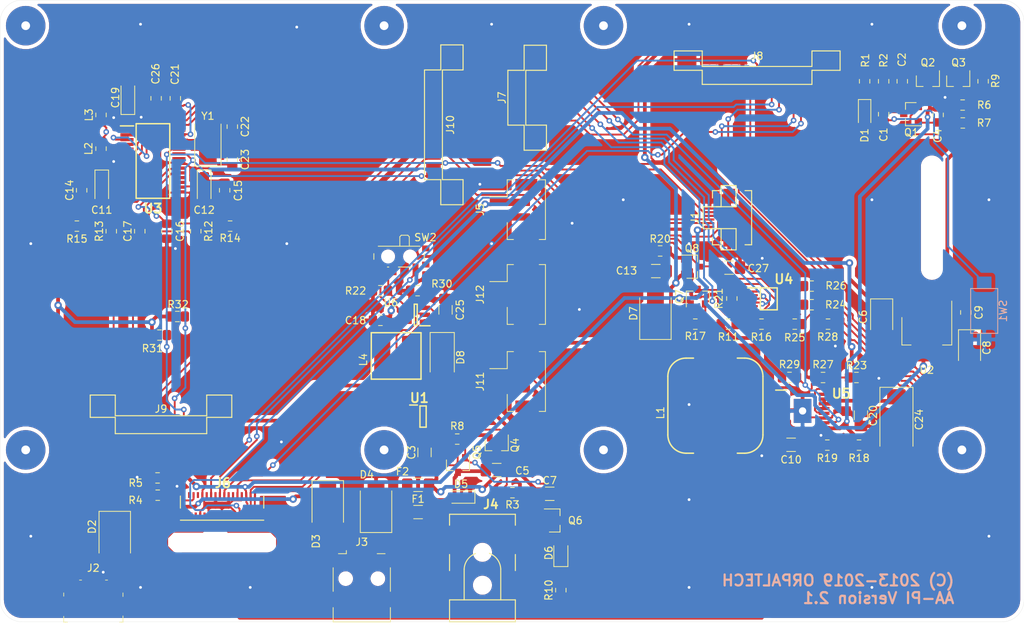
<source format=kicad_pcb>
(kicad_pcb (version 20171130) (host pcbnew 5.0.2-bee76a0~70~ubuntu18.04.1)
  (title_block (title "AA-PI Main Board") (date 2018-10-10) (rev 2.1) (company ORPALTECH) (comment 4 "Author: Sergey Suloev"))
  (layers (0 F.Cu signal) (31 B.Cu signal) (34 B.Paste user) (35 F.Paste user) (36 B.SilkS user) (37 F.SilkS user) (38 B.Mask user) (39 F.Mask user) (44 Edge.Cuts user))
  (net 0 "")
  (net 1 "Net-(C1-Pad2)")
  (net 2 "Net-(C1-Pad1)")
  (net 3 V_SW)
  (net 4 GND)
  (net 5 "Net-(C4-Pad2)")
  (net 6 V_LOAD)
  (net 7 "Net-(C5-Pad2)")
  (net 8 +5V)
  (net 9 V_IN)
  (net 10 +3V3)
  (net 11 "Net-(C11-Pad1)")
  (net 12 "Net-(C12-Pad1)")
  (net 13 "Net-(C16-Pad1)")
  (net 14 "Net-(C17-Pad1)")
  (net 15 "Net-(C19-Pad1)")
  (net 16 "Net-(C22-Pad1)")
  (net 17 "Net-(C23-Pad1)")
  (net 18 LED-A)
  (net 19 "Net-(D1-Pad2)")
  (net 20 "Net-(D6-Pad1)")
  (net 21 "Net-(D6-Pad2)")
  (net 22 "Net-(D8-Pad2)")
  (net 23 LCD_RESET)
  (net 24 CTP_INT)
  (net 25 I2C_SDA)
  (net 26 I2C_SCL)
  (net 27 "Net-(J2-Pad3)")
  (net 28 "Net-(J2-Pad2)")
  (net 29 "Net-(J2-Pad4)")
  (net 30 "Net-(J3-Pad2)")
  (net 31 "Net-(J3-Pad3)")
  (net 32 "Net-(J3-Pad4)")
  (net 33 "Net-(J6-Pad2)")
  (net 34 "Net-(J6-Pad3)")
  (net 35 TE_OUT)
  (net 36 "Net-(J6-Pad6)")
  (net 37 "Net-(J6-Pad9)")
  (net 38 "Net-(J6-Pad10)")
  (net 39 DSI_D0_N)
  (net 40 DSI_D0_P)
  (net 41 DSI_CLK_N)
  (net 42 DSI_CLK_P)
  (net 43 DSI_D1_N)
  (net 44 DSI_D1_P)
  (net 45 "Net-(J6-Pad21)")
  (net 46 "Net-(J6-Pad22)")
  (net 47 PWM_CABC)
  (net 48 LED-K)
  (net 49 SHDN_CTRL)
  (net 50 CHRG_PG)
  (net 51 CHRG_STAT1)
  (net 52 CHRG_STAT2)
  (net 53 LOW_BATT)
  (net 54 "Net-(J8-Pad11)")
  (net 55 "Net-(J8-Pad12)")
  (net 56 "Net-(J8-Pad14)")
  (net 57 "Net-(J8-Pad15)")
  (net 58 "Net-(J9-Pad5)")
  (net 59 "Net-(J9-Pad7)")
  (net 60 OUT_VV)
  (net 61 OUT_VI)
  (net 62 PWM_MCU)
  (net 63 I2S_BCLK)
  (net 64 I2S_LRCK)
  (net 65 I2S_DIN)
  (net 66 "Net-(J11-Pad1)")
  (net 67 "Net-(L1-Pad2)")
  (net 68 "Net-(Q4-Pad1)")
  (net 69 "Net-(Q5-Pad1)")
  (net 70 "Net-(Q7-Pad3)")
  (net 71 "Net-(R18-Pad1)")
  (net 72 "Net-(R22-Pad1)")
  (net 73 "Net-(R23-Pad1)")
  (net 74 "Net-(R24-Pad1)")
  (net 75 "Net-(R24-Pad2)")
  (net 76 "Net-(R26-Pad1)")
  (net 77 "Net-(U3-Pad2)")
  (net 78 "Net-(U3-Pad4)")
  (net 79 "Net-(U3-Pad5)")
  (net 80 "Net-(U3-Pad8)")
  (net 81 "Net-(U3-Pad9)")
  (net 82 "Net-(U3-Pad10)")
  (net 83 "Net-(U3-Pad11)")
  (net 84 "Net-(U3-Pad12)")
  (net 85 "Net-(U3-Pad13)")
  (net 86 "Net-(U3-Pad17)")
  (net 87 "Net-(U3-Pad18)")
  (net 88 "Net-(U5-Pad16)")
  (net 89 /V_WALL)
  (net 90 /V_USB2)
  (net 91 /V_USB1)
  (net 92 /V_USB)
  (net 93 /V_SUPPLY)
  (net 94 /V_F2)
  (net 95 RADIO_EN)
  (net 96 "Net-(C27-Pad1)")
  (net 97 "Net-(J10-Pad7)")
  (net 98 "Net-(J10-Pad8)")
  (net 99 "Net-(J9-Pad6)")
  (net 100 /LCM_ID)
  (module AA-PI-Footprints:R_0805_2012Metric_Pad1.15x1.40mm_HandSolder (layer F.Cu) (at 72.33 120.03 180)
    (fp_text reference R5 (at 2.99 -0.69 180) (layer F.SilkS))
    (fp_text value 0)
    (pad 2 smd roundrect (at 1.025 0 180) (size 1.15 1.4) (layers F.Cu F.Paste F.Mask) (roundrect_rratio 0.217391) (net 4 GND))
    (pad 1 smd roundrect (at -1.025 0 180) (size 1.15 1.4) (layers F.Cu F.Paste F.Mask) (roundrect_rratio 0.217391) (net 100 /LCM_ID))
  )
  (module AA-PI-Footprints:R_0805_2012Metric_Pad1.15x1.40mm_HandSolder (layer F.Cu) (at 72.35 122.39 180)
    (fp_text reference R4 (at 3.03 -0.69 180) (layer F.SilkS))
    (fp_text value 0 hide)
    (pad 1 smd roundrect (at -1.025 0 180) (size 1.15 1.4) (layers F.Cu F.Paste F.Mask) (roundrect_rratio 0.217391) (net 100 /LCM_ID))
    (pad 2 smd roundrect (at 1.025 0 180) (size 1.15 1.4) (layers F.Cu F.Paste F.Mask) (roundrect_rratio 0.217391) (net 10 +3V3))
  )
  (module AA-PI-Footprints:R_0805_2012Metric_Pad1.15x1.40mm_HandSolder (layer F.Cu) (at 75.03 97.96 180)
    (fp_text reference R32 (at -0.1 1.64 180) (layer F.SilkS))
    (fp_text value 10K hide)
    (pad 2 smd roundrect (at 1.025 0 180) (size 1.15 1.4) (layers F.Cu F.Paste F.Mask) (roundrect_rratio 0.217391) (net 10 +3V3))
    (pad 1 smd roundrect (at -1.025 0 180) (size 1.15 1.4) (layers F.Cu F.Paste F.Mask) (roundrect_rratio 0.217391) (net 25 I2C_SDA))
  )
  (module AA-PI-Footprints:R_0805_2012Metric_Pad1.15x1.40mm_HandSolder (layer F.Cu) (at 72.59 100.5 180)
    (fp_text reference R31 (at 0.96 -1.83 180) (layer F.SilkS))
    (fp_text value 10K hide)
    (pad 1 smd roundrect (at -1.025 0 180) (size 1.15 1.4) (layers F.Cu F.Paste F.Mask) (roundrect_rratio 0.217391) (net 26 I2C_SCL))
    (pad 2 smd roundrect (at 1.025 0 180) (size 1.15 1.4) (layers F.Cu F.Paste F.Mask) (roundrect_rratio 0.217391) (net 10 +3V3))
  )
  (module AA-PI-Footprints:SOT95P270X145-5N (layer F.Cu) (at 107.628 97.728 180)
    (fp_text reference U6 (at 3.408 1.658 180) (layer F.SilkS))
    (fp_text value FAN5333B hide)
    (pad 5 smd rect (at 1.25 -0.95 270) (size 0.6 1.4) (layers F.Cu F.Paste F.Mask) (net 8 +5V))
    (pad 4 smd rect (at 1.25 0.95 270) (size 0.6 1.4) (layers F.Cu F.Paste F.Mask) (net 72 "Net-(R22-Pad1)"))
    (pad 3 smd rect (at -1.25 0.95 270) (size 0.6 1.4) (layers F.Cu F.Paste F.Mask) (net 48 LED-K))
    (pad 2 smd rect (at -1.25 0 270) (size 0.6 1.4) (layers F.Cu F.Paste F.Mask) (net 4 GND))
    (pad 1 smd rect (at -1.25 -0.95 270) (size 0.6 1.4) (layers F.Cu F.Paste F.Mask) (net 22 "Net-(D8-Pad2)"))
  )
  (module AA-PI-Footprints:C_0805_2012Metric_Pad1.15x1.40mm_HandSolder (layer F.Cu) (at 82.55 76.5 90)
    (fp_text reference C23 (at 0 1.75 90) (layer F.SilkS))
    (fp_text value 18p hide)
    (pad 1 smd roundrect (at -1.025 0 90) (size 1.15 1.4) (layers F.Cu F.Paste F.Mask) (roundrect_rratio 0.217391) (net 17 "Net-(C23-Pad1)"))
    (pad 2 smd roundrect (at 1.025 0 90) (size 1.15 1.4) (layers F.Cu F.Paste F.Mask) (roundrect_rratio 0.217391) (net 4 GND))
  )
  (module AA-PI-Footprints:SOT95P280X100-6N (layer F.Cu) (at 108.63 111.64)
    (fp_text reference U1 (at -0.508 -2.54) (layer F.SilkS) (effects (font (size 1.27 1.27) (thickness 0.254))))
    (fp_text value LTC4412 hide)
    (pad 6 smd rect (at 1.3 -0.95 90) (size 0.55 1.05) (layers F.Cu F.Paste F.Mask) (net 9 V_IN))
    (pad 5 smd rect (at 1.3 0 90) (size 0.55 1.05) (layers F.Cu F.Paste F.Mask) (net 68 "Net-(Q4-Pad1)"))
    (pad 4 smd rect (at 1.3 0.95 90) (size 0.55 1.05) (layers F.Cu F.Paste F.Mask) (net 69 "Net-(Q5-Pad1)"))
    (pad 3 smd rect (at -1.3 0.95 90) (size 0.55 1.05) (layers F.Cu F.Paste F.Mask) (net 4 GND))
    (pad 2 smd rect (at -1.3 0 90) (size 0.55 1.05) (layers F.Cu F.Paste F.Mask) (net 4 GND))
    (pad 1 smd rect (at -1.3 -0.95 90) (size 0.55 1.05) (layers F.Cu F.Paste F.Mask) (net 92 /V_USB))
  )
  (module AA-PI-Footprints:SOP65P780X200-28N (layer F.Cu) (at 71.7 76.7)
    (fp_text reference U3 (at 0 6.5) (layer F.SilkS) (effects (font (size 1.27 1.27) (thickness 0.254))))
    (fp_text value WM8731 hide)
    (pad 28 smd rect (at 3.55 -4.225 90) (size 0.45 1.8) (layers F.Cu F.Paste F.Mask) (net 4 GND))
    (pad 27 smd rect (at 3.55 -3.575 90) (size 0.45 1.8) (layers F.Cu F.Paste F.Mask) (net 15 "Net-(C19-Pad1)"))
    (pad 26 smd rect (at 3.55 -2.925 90) (size 0.45 1.8) (layers F.Cu F.Paste F.Mask) (net 16 "Net-(C22-Pad1)"))
    (pad 25 smd rect (at 3.55 -2.275 90) (size 0.45 1.8) (layers F.Cu F.Paste F.Mask) (net 17 "Net-(C23-Pad1)"))
    (pad 24 smd rect (at 3.55 -1.625 90) (size 0.45 1.8) (layers F.Cu F.Paste F.Mask) (net 26 I2C_SCL))
    (pad 23 smd rect (at 3.55 -0.975 90) (size 0.45 1.8) (layers F.Cu F.Paste F.Mask) (net 25 I2C_SDA))
    (pad 22 smd rect (at 3.55 -0.325 90) (size 0.45 1.8) (layers F.Cu F.Paste F.Mask) (net 4 GND))
    (pad 21 smd rect (at 3.55 0.325 90) (size 0.45 1.8) (layers F.Cu F.Paste F.Mask) (net 4 GND))
    (pad 20 smd rect (at 3.55 0.975 90) (size 0.45 1.8) (layers F.Cu F.Paste F.Mask) (net 13 "Net-(C16-Pad1)"))
    (pad 19 smd rect (at 3.55 1.625 90) (size 0.45 1.8) (layers F.Cu F.Paste F.Mask) (net 14 "Net-(C17-Pad1)"))
    (pad 18 smd rect (at 3.55 2.275 90) (size 0.45 1.8) (layers F.Cu F.Paste F.Mask) (net 87 "Net-(U3-Pad18)"))
    (pad 17 smd rect (at 3.55 2.925 90) (size 0.45 1.8) (layers F.Cu F.Paste F.Mask) (net 86 "Net-(U3-Pad17)"))
    (pad 16 smd rect (at 3.55 3.575 90) (size 0.45 1.8) (layers F.Cu F.Paste F.Mask) (net 12 "Net-(C12-Pad1)"))
    (pad 15 smd rect (at 3.55 4.225 90) (size 0.45 1.8) (layers F.Cu F.Paste F.Mask) (net 4 GND))
    (pad 14 smd rect (at -3.55 4.225 90) (size 0.45 1.8) (layers F.Cu F.Paste F.Mask) (net 11 "Net-(C11-Pad1)"))
    (pad 13 smd rect (at -3.55 3.575 90) (size 0.45 1.8) (layers F.Cu F.Paste F.Mask) (net 85 "Net-(U3-Pad13)"))
    (pad 12 smd rect (at -3.55 2.925 90) (size 0.45 1.8) (layers F.Cu F.Paste F.Mask) (net 84 "Net-(U3-Pad12)"))
    (pad 11 smd rect (at -3.55 2.275 90) (size 0.45 1.8) (layers F.Cu F.Paste F.Mask) (net 83 "Net-(U3-Pad11)"))
    (pad 10 smd rect (at -3.55 1.625 90) (size 0.45 1.8) (layers F.Cu F.Paste F.Mask) (net 82 "Net-(U3-Pad10)"))
    (pad 9 smd rect (at -3.55 0.975 90) (size 0.45 1.8) (layers F.Cu F.Paste F.Mask) (net 81 "Net-(U3-Pad9)"))
    (pad 8 smd rect (at -3.55 0.325 90) (size 0.45 1.8) (layers F.Cu F.Paste F.Mask) (net 80 "Net-(U3-Pad8)"))
    (pad 7 smd rect (at -3.55 -0.325 90) (size 0.45 1.8) (layers F.Cu F.Paste F.Mask) (net 64 I2S_LRCK))
    (pad 6 smd rect (at -3.55 -0.975 90) (size 0.45 1.8) (layers F.Cu F.Paste F.Mask) (net 65 I2S_DIN))
    (pad 5 smd rect (at -3.55 -1.625 90) (size 0.45 1.8) (layers F.Cu F.Paste F.Mask) (net 79 "Net-(U3-Pad5)"))
    (pad 4 smd rect (at -3.55 -2.275 90) (size 0.45 1.8) (layers F.Cu F.Paste F.Mask) (net 78 "Net-(U3-Pad4)"))
    (pad 3 smd rect (at -3.55 -2.925 90) (size 0.45 1.8) (layers F.Cu F.Paste F.Mask) (net 63 I2S_BCLK))
    (pad 2 smd rect (at -3.55 -3.575 90) (size 0.45 1.8) (layers F.Cu F.Paste F.Mask) (net 77 "Net-(U3-Pad2)"))
    (pad 1 smd rect (at -3.55 -4.225 90) (size 0.45 1.8) (layers F.Cu F.Paste F.Mask) (net 15 "Net-(C19-Pad1)"))
  )
  (module AA-PI-Footprints:SOP65P640X120-17N (layer F.Cu) (at 160.52 110.872)
    (fp_text reference U5 (at 5.28 -2.372) (layer F.SilkS) (effects (font (size 1.27 1.27) (thickness 0.254))))
    (fp_text value TPS61030PWP hide)
    (pad 17 thru_hole rect (at 0 0) (size 2.41 3.29) (drill 1) (layers *.Cu *.Mask) (net 4 GND))
    (pad 16 smd rect (at 2.938 -2.275 90) (size 0.45 1.475) (layers F.Cu F.Paste F.Mask) (net 88 "Net-(U5-Pad16)"))
    (pad 15 smd rect (at 2.938 -1.625 90) (size 0.45 1.475) (layers F.Cu F.Paste F.Mask) (net 8 +5V))
    (pad 14 smd rect (at 2.938 -0.975 90) (size 0.45 1.475) (layers F.Cu F.Paste F.Mask) (net 8 +5V))
    (pad 13 smd rect (at 2.938 -0.325 90) (size 0.45 1.475) (layers F.Cu F.Paste F.Mask) (net 8 +5V))
    (pad 12 smd rect (at 2.938 0.325 90) (size 0.45 1.475) (layers F.Cu F.Paste F.Mask) (net 73 "Net-(R23-Pad1)"))
    (pad 11 smd rect (at 2.938 0.975 90) (size 0.45 1.475) (layers F.Cu F.Paste F.Mask) (net 4 GND))
    (pad 10 smd rect (at 2.938 1.625 90) (size 0.45 1.475) (layers F.Cu F.Paste F.Mask) (net 53 LOW_BATT))
    (pad 9 smd rect (at 2.938 2.275 90) (size 0.45 1.475) (layers F.Cu F.Paste F.Mask) (net 6 V_LOAD))
    (pad 8 smd rect (at -2.938 2.275 90) (size 0.45 1.475) (layers F.Cu F.Paste F.Mask) (net 4 GND))
    (pad 7 smd rect (at -2.938 1.625 90) (size 0.45 1.475) (layers F.Cu F.Paste F.Mask) (net 71 "Net-(R18-Pad1)"))
    (pad 6 smd rect (at -2.938 0.975 90) (size 0.45 1.475) (layers F.Cu F.Paste F.Mask) (net 6 V_LOAD))
    (pad 5 smd rect (at -2.938 0.325 90) (size 0.45 1.475) (layers F.Cu F.Paste F.Mask) (net 4 GND))
    (pad 4 smd rect (at -2.938 -0.325 90) (size 0.45 1.475) (layers F.Cu F.Paste F.Mask) (net 4 GND))
    (pad 3 smd rect (at -2.938 -0.975 90) (size 0.45 1.475) (layers F.Cu F.Paste F.Mask) (net 4 GND))
    (pad 2 smd rect (at -2.938 -1.625 90) (size 0.45 1.475) (layers F.Cu F.Paste F.Mask) (net 67 "Net-(L1-Pad2)"))
    (pad 1 smd rect (at -2.938 -2.275 90) (size 0.45 1.475) (layers F.Cu F.Paste F.Mask) (net 67 "Net-(L1-Pad2)"))
  )
  (module AA-PI-Footprints:DC-050-SMD-Power-Jack (layer F.Cu) (at 116.75 139.7 90)
    (fp_text reference J4 (at 15.35 -0.05) (layer F.SilkS) (effects (font (size 1.2065 1.2065) (thickness 0.254)) (justify left bottom)))
    (fp_text value "Wall adapter" hide)
    (pad 1 smd rect (at 5 -5.7 90) (size 2.8 2.4) (layers F.Cu F.Paste F.Mask) (net 89 /V_WALL))
    (pad 2 smd rect (at 5 5.7 90) (size 2.8 2.4) (layers F.Cu F.Paste F.Mask) (net 4 GND))
    (pad 4 smd rect (at 11.2 -5.7 90) (size 2.8 2.4) (layers F.Cu F.Paste F.Mask))
    (pad 3 smd rect (at 11.2 5.7 90) (size 2.8 2.4) (layers F.Cu F.Paste F.Mask) (net 4 GND))
    (pad "" np_thru_hole circle (at 5 0 90) (size 1.6 1.6) (drill 1.6) (layers *.Cu *.Mask))
    (pad "" np_thru_hole circle (at 9.5 0 90) (size 1.6 1.6) (drill 1.6) (layers *.Cu *.Mask))
  )
  (module AA-PI-Footprints:FH26W-33S-0.3SHW (layer F.Cu) (at 81.15 125.81)
    (fp_text reference J6 (at 0.112999 -5.08) (layer F.SilkS) (effects (font (size 1.27 1.27) (thickness 0.254))))
    (fp_text value "LCD Interface" hide)
    (pad SH1 smd rect (at -5.53 -0.8375) (size 0.6 1) (layers F.Cu F.Paste F.Mask) (net 4 GND))
    (pad SH2 smd rect (at 5.53 -0.838) (size 0.6 1) (layers F.Cu F.Paste F.Mask) (net 4 GND))
    (pad 33 smd rect (at 4.8 -0.5625) (size 0.3 1) (layers F.Cu F.Paste F.Mask) (net 4 GND))
    (pad 32 smd rect (at 4.5 -3.4375) (size 0.3 0.8) (layers F.Cu F.Paste F.Mask) (net 18 LED-A))
    (pad 31 smd rect (at 4.2 -0.5625) (size 0.3 1) (layers F.Cu F.Paste F.Mask) (net 18 LED-A))
    (pad 30 smd rect (at 3.9 -3.4375) (size 0.3 0.8) (layers F.Cu F.Paste F.Mask) (net 48 LED-K))
    (pad 29 smd rect (at 3.6 -0.5625) (size 0.3 1) (layers F.Cu F.Paste F.Mask) (net 48 LED-K))
    (pad 28 smd rect (at 3.3 -3.4375) (size 0.3 0.8) (layers F.Cu F.Paste F.Mask) (net 10 +3V3))
    (pad 27 smd rect (at 3 -0.5625) (size 0.3 1) (layers F.Cu F.Paste F.Mask) (net 10 +3V3))
    (pad 26 smd rect (at 2.7 -3.4375) (size 0.3 0.8) (layers F.Cu F.Paste F.Mask) (net 4 GND))
    (pad 25 smd rect (at 2.4 -0.5625) (size 0.3 1) (layers F.Cu F.Paste F.Mask) (net 47 PWM_CABC))
    (pad 24 smd rect (at 2.1 -3.4375) (size 0.3 0.8) (layers F.Cu F.Paste F.Mask) (net 23 LCD_RESET))
    (pad 23 smd rect (at 1.8 -0.5625) (size 0.3 1) (layers F.Cu F.Paste F.Mask) (net 4 GND))
    (pad 22 smd rect (at 1.5 -3.4375) (size 0.3 0.8) (layers F.Cu F.Paste F.Mask) (net 46 "Net-(J6-Pad22)"))
    (pad 21 smd rect (at 1.2 -0.5625) (size 0.3 1) (layers F.Cu F.Paste F.Mask) (net 45 "Net-(J6-Pad21)"))
    (pad 20 smd rect (at 0.9 -3.4375) (size 0.3 0.8) (layers F.Cu F.Paste F.Mask) (net 4 GND))
    (pad 19 smd rect (at 0.6 -0.5625) (size 0.3 1) (layers F.Cu F.Paste F.Mask) (net 44 DSI_D1_P))
    (pad 18 smd rect (at 0.3 -3.4375) (size 0.3 0.8) (layers F.Cu F.Paste F.Mask) (net 43 DSI_D1_N))
    (pad 17 smd rect (at 0 -0.5625) (size 0.3 1) (layers F.Cu F.Paste F.Mask) (net 4 GND))
    (pad 16 smd rect (at -0.3 -3.4375) (size 0.3 0.8) (layers F.Cu F.Paste F.Mask) (net 42 DSI_CLK_P))
    (pad 15 smd rect (at -0.6 -0.5625) (size 0.3 1) (layers F.Cu F.Paste F.Mask) (net 41 DSI_CLK_N))
    (pad 14 smd rect (at -0.9 -3.4375) (size 0.3 0.8) (layers F.Cu F.Paste F.Mask) (net 4 GND))
    (pad 13 smd rect (at -1.2 -0.5625) (size 0.3 1) (layers F.Cu F.Paste F.Mask) (net 40 DSI_D0_P))
    (pad 12 smd rect (at -1.5 -3.4375) (size 0.3 0.8) (layers F.Cu F.Paste F.Mask) (net 39 DSI_D0_N))
    (pad 11 smd rect (at -1.8 -0.5625) (size 0.3 1) (layers F.Cu F.Paste F.Mask) (net 4 GND))
    (pad 10 smd rect (at -2.1 -3.4375) (size 0.3 0.8) (layers F.Cu F.Paste F.Mask) (net 38 "Net-(J6-Pad10)"))
    (pad 9 smd rect (at -2.4 -0.5625) (size 0.3 1) (layers F.Cu F.Paste F.Mask) (net 37 "Net-(J6-Pad9)"))
    (pad 8 smd rect (at -2.7 -3.4375) (size 0.3 0.8) (layers F.Cu F.Paste F.Mask) (net 4 GND))
    (pad 7 smd rect (at -3 -0.5625) (size 0.3 1) (layers F.Cu F.Paste F.Mask) (net 4 GND))
    (pad 6 smd rect (at -3.3 -3.4375) (size 0.3 0.8) (layers F.Cu F.Paste F.Mask) (net 36 "Net-(J6-Pad6)"))
    (pad 5 smd rect (at -3.6 -0.5625) (size 0.3 1) (layers F.Cu F.Paste F.Mask) (net 35 TE_OUT))
    (pad 4 smd rect (at -3.9 -3.4375) (size 0.3 0.8) (layers F.Cu F.Paste F.Mask) (net 100 /LCM_ID))
    (pad 3 smd rect (at -4.2 -0.5625) (size 0.3 1) (layers F.Cu F.Paste F.Mask) (net 34 "Net-(J6-Pad3)"))
    (pad 2 smd rect (at -4.5 -3.4375) (size 0.3 0.8) (layers F.Cu F.Paste F.Mask) (net 33 "Net-(J6-Pad2)"))
    (pad 1 smd rect (at -4.8 -0.5625) (size 0.3 1) (layers F.Cu F.Paste F.Mask) (net 4 GND))
  )
  (module AA-PI-Footprints:LCD-0.3-33P-CABLE-HOLE (layer F.Cu) (at 81.15 128.81)
    (fp_text reference HOLE2 hide)
    (fp_text value LCD-0.3-33P-CABLE-HOLE hide)
    (pad "" np_thru_hole oval (at 0 0) (size 14 1.8) (drill oval 14 1.8) (layers *.Cu *.Mask))
  )
  (module AA-PI-Footprints:PCB-Standoff-Spacer-SMD-M3 (layer F.Cu) (at 103.3 116.2)
    (fp_text reference SS8 hide)
    (fp_text value PCB-Standoff-Spacer-SMD-M3 hide)
    (pad 1 thru_hole circle (at 0 0) (size 5.4 5.4) (drill 1.2) (layers *.Cu *.Mask))
  )
  (module AA-PI-Footprints:PCB-Standoff-Spacer-SMD-M3 (layer F.Cu) (at 54.3 116.2)
    (fp_text reference SS7 hide)
    (fp_text value PCB-Standoff-Spacer-SMD-M3 hide)
    (pad 1 thru_hole circle (at 0 0) (size 5.4 5.4) (drill 1.2) (layers *.Cu *.Mask))
  )
  (module AA-PI-Footprints:PCB-Standoff-Spacer-SMD-M3 (layer F.Cu) (at 103.3 58.2)
    (fp_text reference SS6 hide)
    (fp_text value PCB-Standoff-Spacer-SMD-M3 hide)
    (pad 1 thru_hole circle (at 0 0) (size 5.4 5.4) (drill 1.2) (layers *.Cu *.Mask))
  )
  (module AA-PI-Footprints:PCB-Standoff-Spacer-SMD-M3 (layer F.Cu) (at 54.3 58.2)
    (fp_text reference SS5 hide)
    (fp_text value PCB-Standoff-Spacer-SMD-M3 hide)
    (pad 1 thru_hole circle (at 0 0) (size 5.4 5.4) (drill 1.2) (layers *.Cu *.Mask))
  )
  (module AA-PI-Footprints:PCB-Standoff-Spacer-SMD-M3 (layer F.Cu) (at 182.3 116.2)
    (fp_text reference SS4 hide)
    (fp_text value PCB-Standoff-Spacer-SMD-M3 hide)
    (pad 1 thru_hole circle (at 0 0) (size 5.4 5.4) (drill 1.2) (layers *.Cu *.Mask))
  )
  (module AA-PI-Footprints:PCB-Standoff-Spacer-SMD-M3 (layer F.Cu) (at 133.3 116.2)
    (fp_text reference SS3 hide)
    (fp_text value PCB-Standoff-Spacer-SMD-M3 hide)
    (pad 1 thru_hole circle (at 0 0) (size 5.4 5.4) (drill 1.2) (layers *.Cu *.Mask))
  )
  (module AA-PI-Footprints:PCB-Standoff-Spacer-SMD-M3 (layer F.Cu) (at 133.3 58.2)
    (fp_text reference SS1 hide)
    (fp_text value PCB-Standoff-Spacer-SMD-M3 hide)
    (pad 1 thru_hole circle (at 0 0) (size 5.4 5.4) (drill 1.2) (layers *.Cu *.Mask))
  )
  (module AA-PI-Footprints:PCB-Standoff-Spacer-SMD-M3 (layer F.Cu) (at 182.3 58.2)
    (fp_text reference SS2 hide)
    (fp_text value PCB-Standoff-Spacer-SMD-M3 hide)
    (pad 1 thru_hole circle (at 0 0) (size 5.4 5.4) (drill 1.2) (layers *.Cu *.Mask))
  )
  (module AA-PI-Footprints:FPC-0.5-1-6P_Clamshell_Bottom (layer F.Cu) (at 147.8 84.45 90)
    (fp_text reference J1 (at 0 -2 90) (layer F.SilkS))
    (fp_text value "CTP Interface")
    (pad SH smd rect (at 2.95 2.68 90) (size 2 1.6) (layers F.Cu F.Paste F.Mask) (net 4 GND))
    (pad SH smd rect (at -2.95 2.68 90) (size 2 1.6) (layers F.Cu F.Paste F.Mask) (net 4 GND))
    (pad 6 smd rect (at 1.25 0 90) (size 0.3 1.3) (layers F.Cu F.Paste F.Mask) (net 4 GND))
    (pad 5 smd rect (at 0.75 0 90) (size 0.3 1.3) (layers F.Cu F.Paste F.Mask) (net 26 I2C_SCL))
    (pad 4 smd rect (at 0.25 0 90) (size 0.3 1.3) (layers F.Cu F.Paste F.Mask) (net 25 I2C_SDA))
    (pad 3 smd rect (at -0.25 0 90) (size 0.3 1.3) (layers F.Cu F.Paste F.Mask) (net 24 CTP_INT))
    (pad 2 smd rect (at -0.75 0 90) (size 0.3 1.3) (layers F.Cu F.Paste F.Mask) (net 23 LCD_RESET))
    (pad 1 smd rect (at -1.25 0 90) (size 0.3 1.3) (layers F.Cu F.Paste F.Mask) (net 10 +3V3))
  )
  (module AA-PI-Footprints:C_0805_2012Metric_Pad1.15x1.40mm_HandSolder (layer F.Cu) (at 171.6 70.3 90)
    (fp_text reference C1 (at -2.8 0 90) (layer F.SilkS))
    (fp_text value 1u hide)
    (pad 2 smd roundrect (at 1.025 0 90) (size 1.15 1.4) (layers F.Cu F.Paste F.Mask) (roundrect_rratio 0.217391) (net 1 "Net-(C1-Pad2)"))
    (pad 1 smd roundrect (at -1.025 0 90) (size 1.15 1.4) (layers F.Cu F.Paste F.Mask) (roundrect_rratio 0.217391) (net 2 "Net-(C1-Pad1)"))
  )
  (module AA-PI-Footprints:C_0805_2012Metric_Pad1.15x1.40mm_HandSolder (layer F.Cu) (at 174.15 65.8 270)
    (fp_text reference C2 (at -2.95 0.05 270) (layer F.SilkS))
    (fp_text value 100n hide)
    (pad 1 smd roundrect (at -1.025 0 270) (size 1.15 1.4) (layers F.Cu F.Paste F.Mask) (roundrect_rratio 0.217391) (net 3 V_SW))
    (pad 2 smd roundrect (at 1.025 0 270) (size 1.15 1.4) (layers F.Cu F.Paste F.Mask) (roundrect_rratio 0.217391) (net 1 "Net-(C1-Pad2)"))
  )
  (module AA-PI-Footprints:C_1206_3216Metric_Pad1.42x1.75mm_HandSolder (layer F.Cu) (at 108.83 116.54 270)
    (fp_text reference C3 (at 0 1.778 270) (layer F.SilkS))
    (fp_text value 4.7u hide)
    (pad 1 smd roundrect (at -1.4875 0 270) (size 1.425 1.75) (layers F.Cu F.Paste F.Mask) (roundrect_rratio 0.175439) (net 92 /V_USB))
    (pad 2 smd roundrect (at 1.4875 0 270) (size 1.425 1.75) (layers F.Cu F.Paste F.Mask) (roundrect_rratio 0.175439) (net 4 GND))
  )
  (module AA-PI-Footprints:C_0805_2012Metric_Pad1.15x1.40mm_HandSolder (layer F.Cu) (at 179.05 70.4 270)
    (fp_text reference C4 (at 2.85 0.05 270) (layer F.SilkS))
    (fp_text value 10u hide)
    (pad 2 smd roundrect (at 1.025 0 270) (size 1.15 1.4) (layers F.Cu F.Paste F.Mask) (roundrect_rratio 0.217391) (net 5 "Net-(C4-Pad2)"))
    (pad 1 smd roundrect (at -1.025 0 270) (size 1.15 1.4) (layers F.Cu F.Paste F.Mask) (roundrect_rratio 0.217391) (net 6 V_LOAD))
  )
  (module AA-PI-Footprints:C_1206_3216Metric_Pad1.42x1.75mm_HandSolder (layer F.Cu) (at 118.7 118.95)
    (fp_text reference C5 (at 3.5 0.1) (layer F.SilkS))
    (fp_text value 22u hide)
    (pad 1 smd roundrect (at -1.4875 0) (size 1.425 1.75) (layers F.Cu F.Paste F.Mask) (roundrect_rratio 0.175439) (net 93 /V_SUPPLY))
    (pad 2 smd roundrect (at 1.4875 0) (size 1.425 1.75) (layers F.Cu F.Paste F.Mask) (roundrect_rratio 0.175439) (net 7 "Net-(C5-Pad2)"))
  )
  (module AA-PI-Footprints:CP_EIA-3528-21_Kemet-B (layer F.Cu) (at 171.33 98.01 270)
    (fp_text reference C6 (at 0 2.54 270) (layer F.SilkS))
    (fp_text value 10u hide)
    (pad 1 smd roundrect (at -1.5375 0 270) (size 1.325 2.35) (layers F.Cu F.Paste F.Mask) (roundrect_rratio 0.188679) (net 8 +5V))
    (pad 2 smd roundrect (at 1.5375 0 270) (size 1.325 2.35) (layers F.Cu F.Paste F.Mask) (roundrect_rratio 0.188679) (net 4 GND))
  )
  (module AA-PI-Footprints:C_1206_3216Metric_Pad1.42x1.75mm_HandSolder (layer F.Cu) (at 125.95 122.2)
    (fp_text reference C7 (at 0 -1.82) (layer F.SilkS))
    (fp_text value 4.7u hide)
    (pad 1 smd roundrect (at -1.4875 0) (size 1.425 1.75) (layers F.Cu F.Paste F.Mask) (roundrect_rratio 0.175439) (net 9 V_IN))
    (pad 2 smd roundrect (at 1.4875 0) (size 1.425 1.75) (layers F.Cu F.Paste F.Mask) (roundrect_rratio 0.175439) (net 4 GND))
  )
  (module AA-PI-Footprints:CP_EIA-3528-21_Kemet-B (layer F.Cu) (at 183.346 102.232 270)
    (fp_text reference C8 (at 0 -2.35 270) (layer F.SilkS))
    (fp_text value 47u hide)
    (pad 2 smd roundrect (at 1.5375 0 270) (size 1.325 2.35) (layers F.Cu F.Paste F.Mask) (roundrect_rratio 0.188679) (net 4 GND))
    (pad 1 smd roundrect (at -1.5375 0 270) (size 1.325 2.35) (layers F.Cu F.Paste F.Mask) (roundrect_rratio 0.188679) (net 10 +3V3))
  )
  (module AA-PI-Footprints:C_0805_2012Metric_Pad1.15x1.40mm_HandSolder (layer F.Cu) (at 182.838 97.406 90)
    (fp_text reference C9 (at 0 1.778 90) (layer F.SilkS))
    (fp_text value 100n hide)
    (pad 2 smd roundrect (at 1.025 0 90) (size 1.15 1.4) (layers F.Cu F.Paste F.Mask) (roundrect_rratio 0.217391) (net 4 GND))
    (pad 1 smd roundrect (at -1.025 0 90) (size 1.15 1.4) (layers F.Cu F.Paste F.Mask) (roundrect_rratio 0.217391) (net 10 +3V3))
  )
  (module AA-PI-Footprints:C_1206_3216Metric_Pad1.42x1.75mm_HandSolder (layer F.Cu) (at 158.95 115.5)
    (fp_text reference C10 (at 0 2.032) (layer F.SilkS))
    (fp_text value 10u hide)
    (pad 2 smd roundrect (at 1.4875 0) (size 1.425 1.75) (layers F.Cu F.Paste F.Mask) (roundrect_rratio 0.175439) (net 4 GND))
    (pad 1 smd roundrect (at -1.4875 0) (size 1.425 1.75) (layers F.Cu F.Paste F.Mask) (roundrect_rratio 0.175439) (net 6 V_LOAD))
  )
  (module AA-PI-Footprints:CP_EIA-3216-18_Kemet-A (layer F.Cu) (at 64.7 80.25 270)
    (fp_text reference C11 (at 3.15 0 180) (layer F.SilkS))
    (fp_text value 10u hide)
    (pad 1 smd roundrect (at -1.35 0 270) (size 1.4 1.35) (layers F.Cu F.Paste F.Mask) (roundrect_rratio 0.185185) (net 11 "Net-(C11-Pad1)"))
    (pad 2 smd roundrect (at 1.35 0 270) (size 1.4 1.35) (layers F.Cu F.Paste F.Mask) (roundrect_rratio 0.185185) (net 4 GND))
  )
  (module AA-PI-Footprints:CP_EIA-3216-18_Kemet-A (layer F.Cu) (at 78.7 80.25 270)
    (fp_text reference C12 (at 3.15 0 180) (layer F.SilkS))
    (fp_text value 10u hide)
    (pad 2 smd roundrect (at 1.35 0 270) (size 1.4 1.35) (layers F.Cu F.Paste F.Mask) (roundrect_rratio 0.185185) (net 4 GND))
    (pad 1 smd roundrect (at -1.35 0 270) (size 1.4 1.35) (layers F.Cu F.Paste F.Mask) (roundrect_rratio 0.185185) (net 12 "Net-(C12-Pad1)"))
  )
  (module AA-PI-Footprints:C_1206_3216Metric_Pad1.42x1.75mm_HandSolder (layer F.Cu) (at 140.45 91.75)
    (fp_text reference C13 (at -4 -0.05) (layer F.SilkS))
    (fp_text value 4.7u hide)
    (pad 1 smd roundrect (at -1.4875 0) (size 1.425 1.75) (layers F.Cu F.Paste F.Mask) (roundrect_rratio 0.175439) (net 4 GND))
    (pad 2 smd roundrect (at 1.4875 0) (size 1.425 1.75) (layers F.Cu F.Paste F.Mask) (roundrect_rratio 0.175439) (net 9 V_IN))
  )
  (module AA-PI-Footprints:C_0805_2012Metric_Pad1.15x1.40mm_HandSolder (layer F.Cu) (at 61.95 80.7 270)
    (fp_text reference C14 (at 0 1.65 270) (layer F.SilkS))
    (fp_text value 100n hide)
    (pad 2 smd roundrect (at 1.025 0 270) (size 1.15 1.4) (layers F.Cu F.Paste F.Mask) (roundrect_rratio 0.217391) (net 4 GND))
    (pad 1 smd roundrect (at -1.025 0 270) (size 1.15 1.4) (layers F.Cu F.Paste F.Mask) (roundrect_rratio 0.217391) (net 11 "Net-(C11-Pad1)"))
  )
  (module AA-PI-Footprints:C_0805_2012Metric_Pad1.15x1.40mm_HandSolder (layer F.Cu) (at 81.5 80.7 90)
    (fp_text reference C15 (at -0.05 1.85 90) (layer F.SilkS))
    (fp_text value 100n hide)
    (pad 1 smd roundrect (at -1.025 0 90) (size 1.15 1.4) (layers F.Cu F.Paste F.Mask) (roundrect_rratio 0.217391) (net 4 GND))
    (pad 2 smd roundrect (at 1.025 0 90) (size 1.15 1.4) (layers F.Cu F.Paste F.Mask) (roundrect_rratio 0.217391) (net 12 "Net-(C12-Pad1)"))
  )
  (module AA-PI-Footprints:C_0805_2012Metric_Pad1.15x1.40mm_HandSolder (layer F.Cu) (at 73.6 86.3 270)
    (fp_text reference C16 (at 0 -1.8 270) (layer F.SilkS))
    (fp_text value 10n hide)
    (pad 2 smd roundrect (at 1.025 0 270) (size 1.15 1.4) (layers F.Cu F.Paste F.Mask) (roundrect_rratio 0.217391) (net 4 GND))
    (pad 1 smd roundrect (at -1.025 0 270) (size 1.15 1.4) (layers F.Cu F.Paste F.Mask) (roundrect_rratio 0.217391) (net 13 "Net-(C16-Pad1)"))
  )
  (module AA-PI-Footprints:C_0805_2012Metric_Pad1.15x1.40mm_HandSolder (layer F.Cu) (at 69.9 86.3 270)
    (fp_text reference C17 (at 0 1.65 270) (layer F.SilkS))
    (fp_text value 10n hide)
    (pad 1 smd roundrect (at -1.025 0 270) (size 1.15 1.4) (layers F.Cu F.Paste F.Mask) (roundrect_rratio 0.217391) (net 14 "Net-(C17-Pad1)"))
    (pad 2 smd roundrect (at 1.025 0 270) (size 1.15 1.4) (layers F.Cu F.Paste F.Mask) (roundrect_rratio 0.217391) (net 4 GND))
  )
  (module AA-PI-Footprints:C_0805_2012Metric_Pad1.15x1.40mm_HandSolder (layer F.Cu) (at 102.802 98.49 180)
    (fp_text reference C18 (at 3.402 -0.01 180) (layer F.SilkS))
    (fp_text value 10u hide)
    (pad 1 smd roundrect (at -1.025 0 180) (size 1.15 1.4) (layers F.Cu F.Paste F.Mask) (roundrect_rratio 0.217391) (net 8 +5V))
    (pad 2 smd roundrect (at 1.025 0 180) (size 1.15 1.4) (layers F.Cu F.Paste F.Mask) (roundrect_rratio 0.217391) (net 4 GND))
  )
  (module AA-PI-Footprints:CP_EIA-3216-18_Kemet-A (layer F.Cu) (at 68.27 68.03 90)
    (fp_text reference C19 (at 0 -1.7 90) (layer F.SilkS))
    (fp_text value 10u hide)
    (pad 1 smd roundrect (at -1.35 0 90) (size 1.4 1.35) (layers F.Cu F.Paste F.Mask) (roundrect_rratio 0.185185) (net 15 "Net-(C19-Pad1)"))
    (pad 2 smd roundrect (at 1.35 0 90) (size 1.4 1.35) (layers F.Cu F.Paste F.Mask) (roundrect_rratio 0.185185) (net 4 GND))
  )
  (module AA-PI-Footprints:C_1206_3216Metric_Pad1.42x1.75mm_HandSolder (layer F.Cu) (at 168.5 111.45 270)
    (fp_text reference C20 (at 0.06 -1.67 270) (layer F.SilkS))
    (fp_text value 2.2u hide)
    (pad 2 smd roundrect (at 1.4875 0 270) (size 1.425 1.75) (layers F.Cu F.Paste F.Mask) (roundrect_rratio 0.175439) (net 4 GND))
    (pad 1 smd roundrect (at -1.4875 0 270) (size 1.425 1.75) (layers F.Cu F.Paste F.Mask) (roundrect_rratio 0.175439) (net 8 +5V))
  )
  (module AA-PI-Footprints:C_0805_2012Metric_Pad1.15x1.40mm_HandSolder (layer F.Cu) (at 74.76 68.13 90)
    (fp_text reference C21 (at 3.29 -0.05 90) (layer F.SilkS))
    (fp_text value 100n hide)
    (pad 1 smd roundrect (at -1.025 0 90) (size 1.15 1.4) (layers F.Cu F.Paste F.Mask) (roundrect_rratio 0.217391) (net 15 "Net-(C19-Pad1)"))
    (pad 2 smd roundrect (at 1.025 0 90) (size 1.15 1.4) (layers F.Cu F.Paste F.Mask) (roundrect_rratio 0.217391) (net 4 GND))
  )
  (module AA-PI-Footprints:C_0805_2012Metric_Pad1.15x1.40mm_HandSolder (layer F.Cu) (at 82.55 72 270)
    (fp_text reference C22 (at 0 -1.75 270) (layer F.SilkS))
    (fp_text value 18p hide)
    (pad 2 smd roundrect (at 1.025 0 270) (size 1.15 1.4) (layers F.Cu F.Paste F.Mask) (roundrect_rratio 0.217391) (net 4 GND))
    (pad 1 smd roundrect (at -1.025 0 270) (size 1.15 1.4) (layers F.Cu F.Paste F.Mask) (roundrect_rratio 0.217391) (net 16 "Net-(C22-Pad1)"))
  )
  (module AA-PI-Footprints:CP_EIA-7343-31_Kemet-D (layer F.Cu) (at 173.35 112.05 270)
    (fp_text reference C24 (at 0 -3.1 270) (layer F.SilkS))
    (fp_text value 470u hide)
    (pad 1 smd roundrect (at -3.1125 0 270) (size 2.075 2.55) (layers F.Cu F.Paste F.Mask) (roundrect_rratio 0.120482) (net 8 +5V))
    (pad 2 smd roundrect (at 3.1125 0 270) (size 2.075 2.55) (layers F.Cu F.Paste F.Mask) (roundrect_rratio 0.120482) (net 4 GND))
  )
  (module AA-PI-Footprints:C_1206_3216Metric_Pad1.42x1.75mm_HandSolder (layer F.Cu) (at 111.7 97.05 90)
    (fp_text reference C25 (at -0.01 1.988 90) (layer F.SilkS))
    (fp_text value "1u (>30V)" hide)
    (pad 2 smd roundrect (at 1.4875 0 90) (size 1.425 1.75) (layers F.Cu F.Paste F.Mask) (roundrect_rratio 0.175439) (net 4 GND))
    (pad 1 smd roundrect (at -1.4875 0 90) (size 1.425 1.75) (layers F.Cu F.Paste F.Mask) (roundrect_rratio 0.175439) (net 18 LED-A))
  )
  (module AA-PI-Footprints:C_0805_2012Metric_Pad1.15x1.40mm_HandSolder (layer F.Cu) (at 72.13 68.13 90)
    (fp_text reference C26 (at 3.35 -0.06 90) (layer F.SilkS))
    (fp_text value 100n hide)
    (pad 1 smd roundrect (at -1.025 0 90) (size 1.15 1.4) (layers F.Cu F.Paste F.Mask) (roundrect_rratio 0.217391) (net 15 "Net-(C19-Pad1)"))
    (pad 2 smd roundrect (at 1.025 0 90) (size 1.15 1.4) (layers F.Cu F.Paste F.Mask) (roundrect_rratio 0.217391) (net 4 GND))
  )
  (module AA-PI-Footprints:C_1206_3216Metric_Pad1.42x1.75mm_HandSolder (layer F.Cu) (at 150.47 91.28)
    (fp_text reference C27 (at 4 0.1) (layer F.SilkS))
    (fp_text value 10u hide)
    (pad 2 smd roundrect (at 1.4875 0) (size 1.425 1.75) (layers F.Cu F.Paste F.Mask) (roundrect_rratio 0.175439) (net 4 GND))
    (pad 1 smd roundrect (at -1.4875 0) (size 1.425 1.75) (layers F.Cu F.Paste F.Mask) (roundrect_rratio 0.175439) (net 96 "Net-(C27-Pad1)"))
  )
  (module AA-PI-Footprints:D_SOD-323_HandSoldering (layer F.Cu) (at 169 70.2 270)
    (fp_text reference D1 (at 3 0 270) (layer F.SilkS))
    (fp_text value 1N4148 hide)
    (pad 1 smd rect (at -1.25 0 270) (size 1 1) (layers F.Cu F.Paste F.Mask) (net 2 "Net-(C1-Pad1)"))
    (pad 2 smd rect (at 1.25 0 270) (size 1 1) (layers F.Cu F.Paste F.Mask) (net 19 "Net-(D1-Pad2)"))
  )
  (module AA-PI-Footprints:D_SMB (layer F.Cu) (at 66.48 128.15 270)
    (fp_text reference D2 (at -1.45 3.1 270) (layer F.SilkS))
    (fp_text value B330B hide)
    (pad 2 smd rect (at 2.15 0 270) (size 2.5 2.3) (layers F.Cu F.Paste F.Mask) (net 91 /V_USB1))
    (pad 1 smd rect (at -2.15 0 270) (size 2.5 2.3) (layers F.Cu F.Paste F.Mask) (net 94 /V_F2))
  )
  (module AA-PI-Footprints:D_SMB (layer F.Cu) (at 95.6 123.95 270)
    (fp_text reference D3 (at 4.75 1.6 270) (layer F.SilkS))
    (fp_text value B330B hide)
    (pad 2 smd rect (at 2.15 0 270) (size 2.5 2.3) (layers F.Cu F.Paste F.Mask) (net 90 /V_USB2))
    (pad 1 smd rect (at -2.15 0 270) (size 2.5 2.3) (layers F.Cu F.Paste F.Mask) (net 94 /V_F2))
  )
  (module AA-PI-Footprints:D_SMB (layer F.Cu) (at 102.2 123.95 90)
    (fp_text reference D4 (at 4.37 -1.27) (layer F.SilkS))
    (fp_text value B330B hide)
    (pad 1 smd rect (at -2.15 0 90) (size 2.5 2.3) (layers F.Cu F.Paste F.Mask) (net 94 /V_F2))
    (pad 2 smd rect (at 2.15 0 90) (size 2.5 2.3) (layers F.Cu F.Paste F.Mask) (net 4 GND))
  )
  (module AA-PI-Footprints:D_SOD-323_HandSoldering (layer F.Cu) (at 113.816 122.64 180)
    (fp_text reference D5 (at 0 1.778 180) (layer F.SilkS))
    (fp_text value PESD5V0S1BA hide)
    (pad 2 smd rect (at 1.25 0 180) (size 1 1) (layers F.Cu F.Paste F.Mask) (net 93 /V_SUPPLY))
    (pad 1 smd rect (at -1.25 0 180) (size 1 1) (layers F.Cu F.Paste F.Mask) (net 4 GND))
  )
  (module AA-PI-Footprints:LED_0805_2012Metric_Pad1.15x1.40mm_HandSolder (layer F.Cu) (at 127.468 130.294 90)
    (fp_text reference D6 (at 0 -1.65 90) (layer F.SilkS))
    (fp_text value "Wall adapter")
    (pad 1 smd roundrect (at -1.025 0 90) (size 1.15 1.4) (layers F.Cu F.Paste F.Mask) (roundrect_rratio 0.217391) (net 20 "Net-(D6-Pad1)"))
    (pad 2 smd roundrect (at 1.025 0 90) (size 1.15 1.4) (layers F.Cu F.Paste F.Mask) (roundrect_rratio 0.217391) (net 21 "Net-(D6-Pad2)"))
  )
  (module AA-PI-Footprints:D_SMB (layer F.Cu) (at 140.4 97.55 90)
    (fp_text reference D7 (at 0 -3 90) (layer F.SilkS))
    (fp_text value B330B hide)
    (pad 1 smd rect (at -2.15 0 90) (size 2.5 2.3) (layers F.Cu F.Paste F.Mask) (net 3 V_SW))
    (pad 2 smd rect (at 2.15 0 90) (size 2.5 2.3) (layers F.Cu F.Paste F.Mask) (net 9 V_IN))
  )
  (module AA-PI-Footprints:D_SMA (layer F.Cu) (at 111.25 103.55 270)
    (fp_text reference D8 (at 0 -2.5 270) (layer F.SilkS))
    (fp_text value SS14 hide)
    (pad 1 smd rect (at -2 0 270) (size 2.5 1.8) (layers F.Cu F.Paste F.Mask) (net 18 LED-A))
    (pad 2 smd rect (at 2 0 270) (size 2.5 1.8) (layers F.Cu F.Paste F.Mask) (net 22 "Net-(D8-Pad2)"))
  )
  (module AA-PI-Footprints:Fuse_1206_3216Metric_Pad1.42x1.75mm_HandSolder (layer F.Cu) (at 107.95 124.7 180)
    (fp_text reference F1 (at 0 1.778 180) (layer F.SilkS))
    (fp_text value "2A 6V" hide)
    (pad 1 smd roundrect (at -1.4875 0 180) (size 1.425 1.75) (layers F.Cu F.Paste F.Mask) (roundrect_rratio 0.175439) (net 89 /V_WALL))
    (pad 2 smd roundrect (at 1.4875 0 180) (size 1.425 1.75) (layers F.Cu F.Paste F.Mask) (roundrect_rratio 0.175439) (net 93 /V_SUPPLY))
  )
  (module AA-PI-Footprints:Fuse_1206_3216Metric_Pad1.42x1.75mm_HandSolder (layer F.Cu) (at 107.95 120.98)
    (fp_text reference F2 (at -2.14 -1.82) (layer F.SilkS))
    (fp_text value "2A 6V" hide)
    (pad 2 smd roundrect (at 1.4875 0) (size 1.425 1.75) (layers F.Cu F.Paste F.Mask) (roundrect_rratio 0.175439) (net 92 /V_USB))
    (pad 1 smd roundrect (at -1.4875 0) (size 1.425 1.75) (layers F.Cu F.Paste F.Mask) (roundrect_rratio 0.175439) (net 94 /V_F2))
  )
  (module AA-PI-Footprints:USB_Micro_B_Female_10118192 (layer F.Cu) (at 63.55 137.35)
    (fp_text reference J2 (at 0 -5) (layer F.SilkS))
    (fp_text value USB_B_Micro hide)
    (pad 3 smd rect (at 0 -2.675) (size 0.4 1.35) (layers F.Cu F.Paste F.Mask) (net 27 "Net-(J2-Pad3)"))
    (pad 2 smd rect (at -0.65 -2.675) (size 0.4 1.35) (layers F.Cu F.Paste F.Mask) (net 28 "Net-(J2-Pad2)"))
    (pad 5 smd rect (at 1.3 -2.675) (size 0.4 1.35) (layers F.Cu F.Paste F.Mask) (net 4 GND))
    (pad 4 smd rect (at 0.65 -2.675) (size 0.4 1.35) (layers F.Cu F.Paste F.Mask) (net 29 "Net-(J2-Pad4)"))
    (pad 1 smd rect (at -1.3 -2.675) (size 0.4 1.35) (layers F.Cu F.Paste F.Mask) (net 91 /V_USB1))
    (pad SH smd rect (at 3.1 -2.55) (size 2.1 1.6) (layers F.Cu F.Paste F.Mask) (net 4 GND))
    (pad SH smd rect (at -3.1 -2.55) (size 2.1 1.6) (layers F.Cu F.Paste F.Mask) (net 4 GND))
    (pad SH smd rect (at 1.2 0) (size 1.9 1.9) (layers F.Cu F.Paste F.Mask) (net 4 GND))
    (pad SH smd rect (at -1.2 0) (size 1.9 1.9) (layers F.Cu F.Paste F.Mask) (net 4 GND))
    (pad SH smd rect (at 3.8 0) (size 1.8 1.9) (layers F.Cu F.Paste F.Mask) (net 4 GND))
    (pad SH smd rect (at -3.8 0) (size 1.8 1.9) (layers F.Cu F.Paste F.Mask) (net 4 GND))
  )
  (module AA-PI-Footprints:USB_Mini-B_Lumberg_2486_01_Horizontal (layer F.Cu) (at 100.25 133.8)
    (fp_text reference J3 (at 0 -5) (layer F.SilkS))
    (fp_text value USB_B_Mini hide)
    (pad 1 smd rect (at -1.6 -2.7) (size 0.5 2) (layers F.Cu F.Paste F.Mask) (net 90 /V_USB2))
    (pad 2 smd rect (at -0.8 -2.7) (size 0.5 2) (layers F.Cu F.Paste F.Mask) (net 30 "Net-(J3-Pad2)"))
    (pad 3 smd rect (at 0 -2.7) (size 0.5 2) (layers F.Cu F.Paste F.Mask) (net 31 "Net-(J3-Pad3)"))
    (pad 4 smd rect (at 0.8 -2.7) (size 0.5 2) (layers F.Cu F.Paste F.Mask) (net 32 "Net-(J3-Pad4)"))
    (pad 5 smd rect (at 1.6 -2.7) (size 0.5 2) (layers F.Cu F.Paste F.Mask) (net 4 GND))
    (pad SH smd rect (at -4.45 -2.6) (size 2.2 1.7) (layers F.Cu F.Paste F.Mask) (net 4 GND))
    (pad SH smd rect (at -4.45 2.85) (size 2.2 1.7) (layers F.Cu F.Paste F.Mask) (net 4 GND))
    (pad SH smd rect (at 4.45 -2.6) (size 2.2 1.7) (layers F.Cu F.Paste F.Mask) (net 4 GND))
    (pad SH smd rect (at 4.45 2.85) (size 2.2 1.7) (layers F.Cu F.Paste F.Mask) (net 4 GND))
    (pad "" np_thru_hole circle (at -2.2 0) (size 1 1) (drill 1) (layers *.Cu *.Mask))
    (pad "" np_thru_hole circle (at 2.2 0) (size 1 1) (drill 1) (layers *.Cu *.Mask))
  )
  (module AA-PI-Footprints:JST_PH_B2B-PH-SM4-TB_1x02-1MP_P2.00mm_Vertical (layer F.Cu) (at 121 83.35 270)
    (fp_text reference J5 (at 0 4.572 270) (layer F.SilkS))
    (fp_text value "MCU Power")
    (pad 1 smd rect (at -1 0.5 270) (size 1 5.5) (layers F.Cu F.Paste F.Mask) (net 8 +5V))
    (pad 2 smd rect (at 1 0.5 270) (size 1 5.5) (layers F.Cu F.Paste F.Mask) (net 4 GND))
    (pad MP smd rect (at -3.4 -1.75 270) (size 1.6 3) (layers F.Cu F.Paste F.Mask))
    (pad MP smd rect (at 3.4 -1.75 270) (size 1.6 3) (layers F.Cu F.Paste F.Mask))
  )
  (module AA-PI-Footprints:1.25-AB-SMT-6pin-Vertical (layer F.Cu) (at 121.45 68.05 90)
    (fp_text reference J7 (at 0 -2.032 90) (layer F.SilkS))
    (fp_text value "Power Control")
    (pad 1 smd rect (at -3.125 0 90) (size 0.8 2) (layers F.Cu F.Paste F.Mask) (net 49 SHDN_CTRL))
    (pad 2 smd rect (at -1.875 0 90) (size 0.8 2) (layers F.Cu F.Paste F.Mask) (net 50 CHRG_PG))
    (pad 3 smd rect (at -0.625 0 90) (size 0.8 2) (layers F.Cu F.Paste F.Mask) (net 51 CHRG_STAT1))
    (pad 4 smd rect (at 0.625 0 90) (size 0.8 2) (layers F.Cu F.Paste F.Mask) (net 52 CHRG_STAT2))
    (pad 5 smd rect (at 1.875 0 90) (size 0.8 2) (layers F.Cu F.Paste F.Mask) (net 53 LOW_BATT))
    (pad 6 smd rect (at 3.125 0 90) (size 0.8 2) (layers F.Cu F.Paste F.Mask) (net 4 GND))
    (pad SH smd rect (at -5.625 2.6 90) (size 2.2 2.6) (layers F.Cu F.Paste F.Mask) (net 4 GND))
    (pad SH smd rect (at 5.625 2.6 90) (size 2.2 2.6) (layers F.Cu F.Paste F.Mask) (net 4 GND))
  )
  (module AA-PI-Footprints:FPC-1.0D-WTS-15P (layer F.Cu) (at 154.3 65 180)
    (fp_text reference J8 (at 0 2.65 180) (layer F.SilkS))
    (fp_text value "RaspberryPi MIPI-DSI Interface")
    (pad 1 smd rect (at -7 0 180) (size 0.6 2) (layers F.Cu F.Paste F.Mask) (net 4 GND))
    (pad 2 smd rect (at -6 0 180) (size 0.6 2) (layers F.Cu F.Paste F.Mask) (net 43 DSI_D1_N))
    (pad 3 smd rect (at -5 0 180) (size 0.6 2) (layers F.Cu F.Paste F.Mask) (net 44 DSI_D1_P))
    (pad 4 smd rect (at -4 0 180) (size 0.6 2) (layers F.Cu F.Paste F.Mask) (net 4 GND))
    (pad 5 smd rect (at -3 0 180) (size 0.6 2) (layers F.Cu F.Paste F.Mask) (net 41 DSI_CLK_N))
    (pad 6 smd rect (at -2 0 180) (size 0.6 2) (layers F.Cu F.Paste F.Mask) (net 42 DSI_CLK_P))
    (pad 7 smd rect (at -1 0 180) (size 0.6 2) (layers F.Cu F.Paste F.Mask) (net 4 GND))
    (pad 8 smd rect (at 0 0 180) (size 0.6 2) (layers F.Cu F.Paste F.Mask) (net 39 DSI_D0_N))
    (pad 9 smd rect (at 1 0 180) (size 0.6 2) (layers F.Cu F.Paste F.Mask) (net 40 DSI_D0_P))
    (pad 10 smd rect (at 2 0 180) (size 0.6 2) (layers F.Cu F.Paste F.Mask) (net 4 GND))
    (pad 11 smd rect (at 3 0 180) (size 0.6 2) (layers F.Cu F.Paste F.Mask) (net 54 "Net-(J8-Pad11)"))
    (pad 12 smd rect (at 4 0 180) (size 0.6 2) (layers F.Cu F.Paste F.Mask) (net 55 "Net-(J8-Pad12)"))
    (pad 13 smd rect (at 5 0 180) (size 0.6 2) (layers F.Cu F.Paste F.Mask) (net 4 GND))
    (pad 14 smd rect (at 6 0 180) (size 0.6 2) (layers F.Cu F.Paste F.Mask) (net 56 "Net-(J8-Pad14)"))
    (pad 15 smd rect (at 7 0 180) (size 0.6 2) (layers F.Cu F.Paste F.Mask) (net 57 "Net-(J8-Pad15)"))
    (pad SH smd rect (at -9.6 2.1 180) (size 2.6 2.2) (layers F.Cu F.Paste F.Mask) (net 4 GND))
    (pad SH smd rect (at 9.6 2.1 180) (size 2.6 2.2) (layers F.Cu F.Paste F.Mask) (net 4 GND))
  )
  (module AA-PI-Footprints:1.25-AB-SMT-10pin-Vertical (layer F.Cu) (at 72.8 112.75 180)
    (fp_text reference J9 (at 0 2.15 180) (layer F.SilkS))
    (fp_text value "VNA Board Interface")
    (pad 1 smd rect (at -5.625 0 180) (size 0.8 2) (layers F.Cu F.Paste F.Mask) (net 8 +5V))
    (pad 2 smd rect (at -4.375 0 180) (size 0.8 2) (layers F.Cu F.Paste F.Mask) (net 4 GND))
    (pad 3 smd rect (at -3.125 0 180) (size 0.8 2) (layers F.Cu F.Paste F.Mask) (net 26 I2C_SCL))
    (pad 4 smd rect (at -1.875 0 180) (size 0.8 2) (layers F.Cu F.Paste F.Mask) (net 25 I2C_SDA))
    (pad 5 smd rect (at -0.625 0 180) (size 0.8 2) (layers F.Cu F.Paste F.Mask) (net 58 "Net-(J9-Pad5)"))
    (pad 6 smd rect (at 0.625 0 180) (size 0.8 2) (layers F.Cu F.Paste F.Mask) (net 99 "Net-(J9-Pad6)"))
    (pad 7 smd rect (at 1.875 0 180) (size 0.8 2) (layers F.Cu F.Paste F.Mask) (net 59 "Net-(J9-Pad7)"))
    (pad 8 smd rect (at 3.125 0 180) (size 0.8 2) (layers F.Cu F.Paste F.Mask) (net 60 OUT_VV))
    (pad 9 smd rect (at 4.375 0 180) (size 0.8 2) (layers F.Cu F.Paste F.Mask) (net 61 OUT_VI))
    (pad 10 smd rect (at 5.625 0 180) (size 0.8 2) (layers F.Cu F.Paste F.Mask) (net 4 GND))
    (pad SH smd rect (at -8.125 2.6 180) (size 2.2 2.6) (layers F.Cu F.Paste F.Mask) (net 4 GND))
    (pad SH smd rect (at 8.125 2.6 180) (size 2.2 2.6) (layers F.Cu F.Paste F.Mask) (net 4 GND))
  )
  (module AA-PI-Footprints:1.25-AB-SMT-12pin-Vertical (layer F.Cu) (at 110.05 71.75 90)
    (fp_text reference J10 (at 0 2.3 90) (layer F.SilkS))
    (fp_text value "MCU Interface")
    (pad 1 smd rect (at -6.875 0 90) (size 0.8 2) (layers F.Cu F.Paste F.Mask) (net 25 I2C_SDA))
    (pad 2 smd rect (at -5.625 0 90) (size 0.8 2) (layers F.Cu F.Paste F.Mask) (net 26 I2C_SCL))
    (pad 3 smd rect (at -4.375 0 90) (size 0.8 2) (layers F.Cu F.Paste F.Mask) (net 62 PWM_MCU))
    (pad 4 smd rect (at -3.125 0 90) (size 0.8 2) (layers F.Cu F.Paste F.Mask) (net 23 LCD_RESET))
    (pad 5 smd rect (at -1.875 0 90) (size 0.8 2) (layers F.Cu F.Paste F.Mask) (net 24 CTP_INT))
    (pad 6 smd rect (at -0.625 0 90) (size 0.8 2) (layers F.Cu F.Paste F.Mask) (net 4 GND))
    (pad 7 smd rect (at 0.625 0 90) (size 0.8 2) (layers F.Cu F.Paste F.Mask) (net 97 "Net-(J10-Pad7)"))
    (pad 8 smd rect (at 1.875 0 90) (size 0.8 2) (layers F.Cu F.Paste F.Mask) (net 98 "Net-(J10-Pad8)"))
    (pad 9 smd rect (at 3.125 0 90) (size 0.8 2) (layers F.Cu F.Paste F.Mask) (net 63 I2S_BCLK))
    (pad 10 smd rect (at 4.375 0 90) (size 0.8 2) (layers F.Cu F.Paste F.Mask) (net 64 I2S_LRCK))
    (pad 11 smd rect (at 5.625 0 90) (size 0.8 2) (layers F.Cu F.Paste F.Mask) (net 65 I2S_DIN))
    (pad 12 smd rect (at 6.875 0 90) (size 0.8 2) (layers F.Cu F.Paste F.Mask) (net 4 GND))
    (pad SH smd rect (at -9.375 2.6 90) (size 2.2 2.6) (layers F.Cu F.Paste F.Mask) (net 4 GND))
    (pad SH smd rect (at 9.375 2.6 90) (size 2.2 2.6) (layers F.Cu F.Paste F.Mask) (net 4 GND))
  )
  (module AA-PI-Footprints:JST_PH_B2B-PH-SM4-TB_1x02-1MP_P2.00mm_Vertical (layer F.Cu) (at 121 106.85 270)
    (fp_text reference J11 (at 0 4.572 270) (layer F.SilkS))
    (fp_text value "NTC Thermistor")
    (pad MP smd rect (at 3.4 -1.75 270) (size 1.6 3) (layers F.Cu F.Paste F.Mask))
    (pad MP smd rect (at -3.4 -1.75 270) (size 1.6 3) (layers F.Cu F.Paste F.Mask))
    (pad 2 smd rect (at 1 0.5 270) (size 1 5.5) (layers F.Cu F.Paste F.Mask) (net 4 GND))
    (pad 1 smd rect (at -1 0.5 270) (size 1 5.5) (layers F.Cu F.Paste F.Mask) (net 66 "Net-(J11-Pad1)"))
  )
  (module AA-PI-Footprints:JST_PH_B2B-PH-SM4-TB_1x02-1MP_P2.00mm_Vertical (layer F.Cu) (at 121 94.95 270)
    (fp_text reference J12 (at 0 4.572 270) (layer F.SilkS))
    (fp_text value Battery)
    (pad 1 smd rect (at -1 0.5 270) (size 1 5.5) (layers F.Cu F.Paste F.Mask) (net 96 "Net-(C27-Pad1)"))
    (pad 2 smd rect (at 1 0.5 270) (size 1 5.5) (layers F.Cu F.Paste F.Mask) (net 4 GND))
    (pad MP smd rect (at -3.4 -1.75 270) (size 1.6 3) (layers F.Cu F.Paste F.Mask))
    (pad MP smd rect (at 3.4 -1.75 270) (size 1.6 3) (layers F.Cu F.Paste F.Mask))
  )
  (module AA-PI-Footprints:CDRH124 (layer F.Cu) (at 148.6 110.15 90)
    (fp_text reference L1 (at 0 -8.1 90) (layer F.SilkS) (effects (justify right top)))
    (fp_text value 6.8uH hide)
    (pad 1 smd rect (at -5.5 0 180) (size 5.5 4) (layers F.Cu F.Paste F.Mask) (net 6 V_LOAD))
    (pad 2 smd rect (at 5.5 0 180) (size 5.5 4) (layers F.Cu F.Paste F.Mask) (net 67 "Net-(L1-Pad2)"))
  )
  (module AA-PI-Footprints:L_0805_2012Metric_Pad1.15x1.40mm_HandSolder (layer F.Cu) (at 64.6 75.01 270)
    (fp_text reference L2 (at 0 1.7 270) (layer F.SilkS))
    (fp_text value 0.5 hide)
    (pad 2 smd roundrect (at 1.025 0 270) (size 1.15 1.4) (layers F.Cu F.Paste F.Mask) (roundrect_rratio 0.217391) (net 11 "Net-(C11-Pad1)"))
    (pad 1 smd roundrect (at -1.025 0 270) (size 1.15 1.4) (layers F.Cu F.Paste F.Mask) (roundrect_rratio 0.217391) (net 10 +3V3))
  )
  (module AA-PI-Footprints:L_0805_2012Metric_Pad1.15x1.40mm_HandSolder (layer F.Cu) (at 64.6 70.4 90)
    (fp_text reference L3 (at 0 -1.65 90) (layer F.SilkS))
    (fp_text value 0.5 hide)
    (pad 1 smd roundrect (at -1.025 0 90) (size 1.15 1.4) (layers F.Cu F.Paste F.Mask) (roundrect_rratio 0.217391) (net 10 +3V3))
    (pad 2 smd roundrect (at 1.025 0 90) (size 1.15 1.4) (layers F.Cu F.Paste F.Mask) (roundrect_rratio 0.217391) (net 15 "Net-(C19-Pad1)"))
  )
  (module AA-PI-Footprints:CD54 (layer F.Cu) (at 104.95 103.35 90)
    (fp_text reference L4 (at -1.5 -3.9 90) (layer F.SilkS) (effects (justify left bottom)))
    (fp_text value 22uH hide)
    (pad 1 smd rect (at 0 -1.9 90) (size 5.5 2.2) (layers F.Cu F.Paste F.Mask) (net 8 +5V))
    (pad 2 smd rect (at 0 1.9 90) (size 5.5 2.2) (layers F.Cu F.Paste F.Mask) (net 22 "Net-(D8-Pad2)"))
  )
  (module AA-PI-Footprints:SOT-23 (layer F.Cu) (at 175.35 70.3 180)
    (fp_text reference Q1 (at -0.05 -2.5 180) (layer F.SilkS))
    (fp_text value IRLML6244 hide)
    (pad 3 smd rect (at 1 0 180) (size 1 0.8) (layers F.Cu F.Paste F.Mask) (net 1 "Net-(C1-Pad2)"))
    (pad 2 smd rect (at -1 0.95 180) (size 1 0.8) (layers F.Cu F.Paste F.Mask) (net 4 GND))
    (pad 1 smd rect (at -1 -0.95 180) (size 1 0.8) (layers F.Cu F.Paste F.Mask) (net 5 "Net-(C4-Pad2)"))
  )
  (module AA-PI-Footprints:SOT-23 (layer F.Cu) (at 177.65 65.75 270)
    (fp_text reference Q2 (at -2.5 0 180) (layer F.SilkS))
    (fp_text value IRLML2244 hide)
    (pad 1 smd rect (at -1 -0.95 270) (size 1 0.8) (layers F.Cu F.Paste F.Mask) (net 1 "Net-(C1-Pad2)"))
    (pad 2 smd rect (at -1 0.95 270) (size 1 0.8) (layers F.Cu F.Paste F.Mask) (net 3 V_SW))
    (pad 3 smd rect (at 1 0 270) (size 1 0.8) (layers F.Cu F.Paste F.Mask) (net 6 V_LOAD))
  )
  (module AA-PI-Footprints:SOT-23 (layer F.Cu) (at 181.8 65.75 270)
    (fp_text reference Q3 (at -2.5 -0.05 180) (layer F.SilkS))
    (fp_text value IRLML6244 hide)
    (pad 3 smd rect (at 1 0 270) (size 1 0.8) (layers F.Cu F.Paste F.Mask) (net 19 "Net-(D1-Pad2)"))
    (pad 2 smd rect (at -1 0.95 270) (size 1 0.8) (layers F.Cu F.Paste F.Mask) (net 49 SHDN_CTRL))
    (pad 1 smd rect (at -1 -0.95 270) (size 1 0.8) (layers F.Cu F.Paste F.Mask) (net 10 +3V3))
  )
  (module AA-PI-Footprints:SOT-23 (layer F.Cu) (at 118.7 115.55 270)
    (fp_text reference Q4 (at 0 -2.5 270) (layer F.SilkS))
    (fp_text value IRLML2244 hide)
    (pad 3 smd rect (at 1 0 270) (size 1 0.8) (layers F.Cu F.Paste F.Mask) (net 92 /V_USB))
    (pad 2 smd rect (at -1 0.95 270) (size 1 0.8) (layers F.Cu F.Paste F.Mask) (net 9 V_IN))
    (pad 1 smd rect (at -1 -0.95 270) (size 1 0.8) (layers F.Cu F.Paste F.Mask) (net 68 "Net-(Q4-Pad1)"))
  )
  (module AA-PI-Footprints:SOT-23 (layer F.Cu) (at 113.404 118.268 270)
    (fp_text reference Q5 (at -1.758 -2.606 270) (layer F.SilkS))
    (fp_text value IRLML2244 hide)
    (pad 1 smd rect (at -1 -0.95 270) (size 1 0.8) (layers F.Cu F.Paste F.Mask) (net 69 "Net-(Q5-Pad1)"))
    (pad 2 smd rect (at -1 0.95 270) (size 1 0.8) (layers F.Cu F.Paste F.Mask) (net 9 V_IN))
    (pad 3 smd rect (at 1 0 270) (size 1 0.8) (layers F.Cu F.Paste F.Mask) (net 93 /V_SUPPLY))
  )
  (module AA-PI-Footprints:SOT-23 (layer F.Cu) (at 126.6 125.85)
    (fp_text reference Q6 (at 2.85 0) (layer F.SilkS))
    (fp_text value IRLML2244 hide)
    (pad 1 smd rect (at -1 -0.95) (size 1 0.8) (layers F.Cu F.Paste F.Mask) (net 69 "Net-(Q5-Pad1)"))
    (pad 2 smd rect (at -1 0.95) (size 1 0.8) (layers F.Cu F.Paste F.Mask) (net 9 V_IN))
    (pad 3 smd rect (at 1 0) (size 1 0.8) (layers F.Cu F.Paste F.Mask) (net 21 "Net-(D6-Pad2)"))
  )
  (module AA-PI-Footprints:SOT-23 (layer F.Cu) (at 146.2 95.25 90)
    (fp_text reference Q7 (at 0 -2.5 90) (layer F.SilkS))
    (fp_text value IRLML6244 hide)
    (pad 3 smd rect (at 1 0 90) (size 1 0.8) (layers F.Cu F.Paste F.Mask) (net 70 "Net-(Q7-Pad3)"))
    (pad 2 smd rect (at -1 0.95 90) (size 1 0.8) (layers F.Cu F.Paste F.Mask) (net 50 CHRG_PG))
    (pad 1 smd rect (at -1 -0.95 90) (size 1 0.8) (layers F.Cu F.Paste F.Mask) (net 10 +3V3))
  )
  (module AA-PI-Footprints:SOT-23 (layer F.Cu) (at 145.4 91.15)
    (fp_text reference Q8 (at 0 -2.5) (layer F.SilkS))
    (fp_text value IRLML2244 hide)
    (pad 1 smd rect (at -1 -0.95) (size 1 0.8) (layers F.Cu F.Paste F.Mask) (net 9 V_IN))
    (pad 2 smd rect (at -1 0.95) (size 1 0.8) (layers F.Cu F.Paste F.Mask) (net 3 V_SW))
    (pad 3 smd rect (at 1 0) (size 1 0.8) (layers F.Cu F.Paste F.Mask) (net 96 "Net-(C27-Pad1)"))
  )
  (module AA-PI-Footprints:R_0805_2012Metric_Pad1.15x1.40mm_HandSolder (layer F.Cu) (at 169 65.8 270)
    (fp_text reference R1 (at -2.85 -0.1 270) (layer F.SilkS))
    (fp_text value 10K hide)
    (pad 1 smd roundrect (at -1.025 0 270) (size 1.15 1.4) (layers F.Cu F.Paste F.Mask) (roundrect_rratio 0.217391) (net 3 V_SW))
    (pad 2 smd roundrect (at 1.025 0 270) (size 1.15 1.4) (layers F.Cu F.Paste F.Mask) (roundrect_rratio 0.217391) (net 2 "Net-(C1-Pad1)"))
  )
  (module AA-PI-Footprints:R_0805_2012Metric_Pad1.15x1.40mm_HandSolder (layer F.Cu) (at 171.6 65.8 270)
    (fp_text reference R2 (at -2.85 0 270) (layer F.SilkS))
    (fp_text value 100K hide)
    (pad 2 smd roundrect (at 1.025 0 270) (size 1.15 1.4) (layers F.Cu F.Paste F.Mask) (roundrect_rratio 0.217391) (net 1 "Net-(C1-Pad2)"))
    (pad 1 smd roundrect (at -1.025 0 270) (size 1.15 1.4) (layers F.Cu F.Paste F.Mask) (roundrect_rratio 0.217391) (net 3 V_SW))
  )
  (module AA-PI-Footprints:R_0805_2012Metric_Pad1.15x1.40mm_HandSolder (layer F.Cu) (at 120.85 122.05 180)
    (fp_text reference R3 (at 0 -1.65 180) (layer F.SilkS))
    (fp_text value 0.5 hide)
    (pad 2 smd roundrect (at 1.025 0 180) (size 1.15 1.4) (layers F.Cu F.Paste F.Mask) (roundrect_rratio 0.217391) (net 7 "Net-(C5-Pad2)"))
    (pad 1 smd roundrect (at -1.025 0 180) (size 1.15 1.4) (layers F.Cu F.Paste F.Mask) (roundrect_rratio 0.217391) (net 4 GND))
  )
  (module AA-PI-Footprints:R_0805_2012Metric_Pad1.15x1.40mm_HandSolder (layer F.Cu) (at 182.4 69.05)
    (fp_text reference R6 (at 2.95 0) (layer F.SilkS))
    (fp_text value 100K hide)
    (pad 1 smd roundrect (at -1.025 0) (size 1.15 1.4) (layers F.Cu F.Paste F.Mask) (roundrect_rratio 0.217391) (net 6 V_LOAD))
    (pad 2 smd roundrect (at 1.025 0) (size 1.15 1.4) (layers F.Cu F.Paste F.Mask) (roundrect_rratio 0.217391) (net 19 "Net-(D1-Pad2)"))
  )
  (module AA-PI-Footprints:R_0805_2012Metric_Pad1.15x1.40mm_HandSolder (layer F.Cu) (at 182.425 71.5 180)
    (fp_text reference R7 (at -2.9 0 180) (layer F.SilkS))
    (fp_text value 300K hide)
    (pad 2 smd roundrect (at 1.025 0 180) (size 1.15 1.4) (layers F.Cu F.Paste F.Mask) (roundrect_rratio 0.217391) (net 5 "Net-(C4-Pad2)"))
    (pad 1 smd roundrect (at -1.025 0 180) (size 1.15 1.4) (layers F.Cu F.Paste F.Mask) (roundrect_rratio 0.217391) (net 19 "Net-(D1-Pad2)"))
  )
  (module AA-PI-Footprints:R_0805_2012Metric_Pad1.15x1.40mm_HandSolder (layer F.Cu) (at 113.3 114.72 180)
    (fp_text reference R8 (at 0 1.778 180) (layer F.SilkS))
    (fp_text value 470K hide)
    (pad 1 smd roundrect (at -1.025 0 180) (size 1.15 1.4) (layers F.Cu F.Paste F.Mask) (roundrect_rratio 0.217391) (net 69 "Net-(Q5-Pad1)"))
    (pad 2 smd roundrect (at 1.025 0 180) (size 1.15 1.4) (layers F.Cu F.Paste F.Mask) (roundrect_rratio 0.217391) (net 9 V_IN))
  )
  (module AA-PI-Footprints:R_0805_2012Metric_Pad1.15x1.40mm_HandSolder (layer F.Cu) (at 185.2 65.8 90)
    (fp_text reference R9 (at 0.05 1.7 90) (layer F.SilkS))
    (fp_text value 10K hide)
    (pad 1 smd roundrect (at -1.025 0 90) (size 1.15 1.4) (layers F.Cu F.Paste F.Mask) (roundrect_rratio 0.217391) (net 49 SHDN_CTRL))
    (pad 2 smd roundrect (at 1.025 0 90) (size 1.15 1.4) (layers F.Cu F.Paste F.Mask) (roundrect_rratio 0.217391) (net 10 +3V3))
  )
  (module AA-PI-Footprints:R_0805_2012Metric_Pad1.15x1.40mm_HandSolder (layer F.Cu) (at 127.468 135.374 90)
    (fp_text reference R10 (at 0 -1.65 90) (layer F.SilkS))
    (fp_text value 330 hide)
    (pad 2 smd roundrect (at 1.025 0 90) (size 1.15 1.4) (layers F.Cu F.Paste F.Mask) (roundrect_rratio 0.217391) (net 20 "Net-(D6-Pad1)"))
    (pad 1 smd roundrect (at -1.025 0 90) (size 1.15 1.4) (layers F.Cu F.Paste F.Mask) (roundrect_rratio 0.217391) (net 4 GND))
  )
  (module AA-PI-Footprints:R_0805_2012Metric_Pad1.15x1.40mm_HandSolder (layer F.Cu) (at 150.35 99)
    (fp_text reference R11 (at 0.02 1.75) (layer F.SilkS))
    (fp_text value 10K hide)
    (pad 2 smd roundrect (at 1.025 0) (size 1.15 1.4) (layers F.Cu F.Paste F.Mask) (roundrect_rratio 0.217391) (net 52 CHRG_STAT2))
    (pad 1 smd roundrect (at -1.025 0) (size 1.15 1.4) (layers F.Cu F.Paste F.Mask) (roundrect_rratio 0.217391) (net 10 +3V3))
  )
  (module AA-PI-Footprints:R_0805_2012Metric_Pad1.15x1.40mm_HandSolder (layer F.Cu) (at 77.55 86.3 90)
    (fp_text reference R12 (at 0 1.75 90) (layer F.SilkS))
    (fp_text value 910 hide)
    (pad 1 smd roundrect (at -1.025 0 90) (size 1.15 1.4) (layers F.Cu F.Paste F.Mask) (roundrect_rratio 0.217391) (net 60 OUT_VV))
    (pad 2 smd roundrect (at 1.025 0 90) (size 1.15 1.4) (layers F.Cu F.Paste F.Mask) (roundrect_rratio 0.217391) (net 13 "Net-(C16-Pad1)"))
  )
  (module AA-PI-Footprints:R_0805_2012Metric_Pad1.15x1.40mm_HandSolder (layer F.Cu) (at 66 86.3 90)
    (fp_text reference R13 (at 0 -1.65 90) (layer F.SilkS))
    (fp_text value 910 hide)
    (pad 2 smd roundrect (at 1.025 0 90) (size 1.15 1.4) (layers F.Cu F.Paste F.Mask) (roundrect_rratio 0.217391) (net 14 "Net-(C17-Pad1)"))
    (pad 1 smd roundrect (at -1.025 0 90) (size 1.15 1.4) (layers F.Cu F.Paste F.Mask) (roundrect_rratio 0.217391) (net 61 OUT_VI))
  )
  (module AA-PI-Footprints:R_0805_2012Metric_Pad1.15x1.40mm_HandSolder (layer F.Cu) (at 82.25 85.6 180)
    (fp_text reference R14 (at 0 -1.65 180) (layer F.SilkS))
    (fp_text value void hide)
    (pad 2 smd roundrect (at 1.025 0 180) (size 1.15 1.4) (layers F.Cu F.Paste F.Mask) (roundrect_rratio 0.217391) (net 13 "Net-(C16-Pad1)"))
    (pad 1 smd roundrect (at -1.025 0 180) (size 1.15 1.4) (layers F.Cu F.Paste F.Mask) (roundrect_rratio 0.217391) (net 4 GND))
  )
  (module AA-PI-Footprints:R_0805_2012Metric_Pad1.15x1.40mm_HandSolder (layer F.Cu) (at 61.3 85.6)
    (fp_text reference R15 (at 0 1.75) (layer F.SilkS))
    (fp_text value void hide)
    (pad 1 smd roundrect (at -1.025 0) (size 1.15 1.4) (layers F.Cu F.Paste F.Mask) (roundrect_rratio 0.217391) (net 4 GND))
    (pad 2 smd roundrect (at 1.025 0) (size 1.15 1.4) (layers F.Cu F.Paste F.Mask) (roundrect_rratio 0.217391) (net 14 "Net-(C17-Pad1)"))
  )
  (module AA-PI-Footprints:R_0805_2012Metric_Pad1.15x1.40mm_HandSolder (layer F.Cu) (at 154.9 99 180)
    (fp_text reference R16 (at 0.02 -1.76 180) (layer F.SilkS))
    (fp_text value 10K hide)
    (pad 2 smd roundrect (at 1.025 0 180) (size 1.15 1.4) (layers F.Cu F.Paste F.Mask) (roundrect_rratio 0.217391) (net 51 CHRG_STAT1))
    (pad 1 smd roundrect (at -1.025 0 180) (size 1.15 1.4) (layers F.Cu F.Paste F.Mask) (roundrect_rratio 0.217391) (net 10 +3V3))
  )
  (module AA-PI-Footprints:R_0805_2012Metric_Pad1.15x1.40mm_HandSolder (layer F.Cu) (at 145.85 99 180)
    (fp_text reference R17 (at 0 -1.65 180) (layer F.SilkS))
    (fp_text value 10K hide)
    (pad 1 smd roundrect (at -1.025 0 180) (size 1.15 1.4) (layers F.Cu F.Paste F.Mask) (roundrect_rratio 0.217391) (net 50 CHRG_PG))
    (pad 2 smd roundrect (at 1.025 0 180) (size 1.15 1.4) (layers F.Cu F.Paste F.Mask) (roundrect_rratio 0.217391) (net 10 +3V3))
  )
  (module AA-PI-Footprints:R_0805_2012Metric_Pad1.15x1.40mm_HandSolder (layer F.Cu) (at 168.236 115.544)
    (fp_text reference R18 (at 0 1.778) (layer F.SilkS))
    (fp_text value 1.6M hide)
    (pad 1 smd roundrect (at -1.025 0) (size 1.15 1.4) (layers F.Cu F.Paste F.Mask) (roundrect_rratio 0.217391) (net 71 "Net-(R18-Pad1)"))
    (pad 2 smd roundrect (at 1.025 0) (size 1.15 1.4) (layers F.Cu F.Paste F.Mask) (roundrect_rratio 0.217391) (net 6 V_LOAD))
  )
  (module AA-PI-Footprints:R_0805_2012Metric_Pad1.15x1.40mm_HandSolder (layer F.Cu) (at 163.9 115.544)
    (fp_text reference R19 (at 0 1.778) (layer F.SilkS))
    (fp_text value 390K hide)
    (pad 2 smd roundrect (at 1.025 0) (size 1.15 1.4) (layers F.Cu F.Paste F.Mask) (roundrect_rratio 0.217391) (net 71 "Net-(R18-Pad1)"))
    (pad 1 smd roundrect (at -1.025 0) (size 1.15 1.4) (layers F.Cu F.Paste F.Mask) (roundrect_rratio 0.217391) (net 4 GND))
  )
  (module AA-PI-Footprints:R_0805_2012Metric_Pad1.15x1.40mm_HandSolder (layer F.Cu) (at 141.05 89)
    (fp_text reference R20 (at 0 -1.65) (layer F.SilkS))
    (fp_text value 10K hide)
    (pad 2 smd roundrect (at 1.025 0) (size 1.15 1.4) (layers F.Cu F.Paste F.Mask) (roundrect_rratio 0.217391) (net 9 V_IN))
    (pad 1 smd roundrect (at -1.025 0) (size 1.15 1.4) (layers F.Cu F.Paste F.Mask) (roundrect_rratio 0.217391) (net 4 GND))
  )
  (module AA-PI-Footprints:R_0805_2012Metric_Pad1.15x1.40mm_HandSolder (layer F.Cu) (at 150.85 95.5 270)
    (fp_text reference R21 (at 0 1.778 270) (layer F.SilkS))
    (fp_text value 10K hide)
    (pad 1 smd roundrect (at -1.025 0 270) (size 1.15 1.4) (layers F.Cu F.Paste F.Mask) (roundrect_rratio 0.217391) (net 9 V_IN))
    (pad 2 smd roundrect (at 1.025 0 270) (size 1.15 1.4) (layers F.Cu F.Paste F.Mask) (roundrect_rratio 0.217391) (net 70 "Net-(Q7-Pad3)"))
  )
  (module AA-PI-Footprints:R_0805_2012Metric_Pad1.15x1.40mm_HandSolder (layer F.Cu) (at 102.802 94.426 180)
    (fp_text reference R22 (at 3.402 -0.024 180) (layer F.SilkS))
    (fp_text value 75K hide)
    (pad 1 smd roundrect (at -1.025 0 180) (size 1.15 1.4) (layers F.Cu F.Paste F.Mask) (roundrect_rratio 0.217391) (net 72 "Net-(R22-Pad1)"))
    (pad 2 smd roundrect (at 1.025 0 180) (size 1.15 1.4) (layers F.Cu F.Paste F.Mask) (roundrect_rratio 0.217391) (net 4 GND))
  )
  (module AA-PI-Footprints:R_0805_2012Metric_Pad1.15x1.40mm_HandSolder (layer F.Cu) (at 167.886 106.3)
    (fp_text reference R23 (at 0 -1.65) (layer F.SilkS))
    (fp_text value 2.2M hide)
    (pad 1 smd roundrect (at -1.025 0) (size 1.15 1.4) (layers F.Cu F.Paste F.Mask) (roundrect_rratio 0.217391) (net 73 "Net-(R23-Pad1)"))
    (pad 2 smd roundrect (at 1.025 0) (size 1.15 1.4) (layers F.Cu F.Paste F.Mask) (roundrect_rratio 0.217391) (net 8 +5V))
  )
  (module AA-PI-Footprints:R_0805_2012Metric_Pad1.15x1.40mm_HandSolder (layer F.Cu) (at 161.75 96.35 180)
    (fp_text reference R24 (at -3.3 0 180) (layer F.SilkS))
    (fp_text value 1K hide)
    (pad 1 smd roundrect (at -1.025 0 180) (size 1.15 1.4) (layers F.Cu F.Paste F.Mask) (roundrect_rratio 0.217391) (net 74 "Net-(R24-Pad1)"))
    (pad 2 smd roundrect (at 1.025 0 180) (size 1.15 1.4) (layers F.Cu F.Paste F.Mask) (roundrect_rratio 0.217391) (net 75 "Net-(R24-Pad2)"))
  )
  (module AA-PI-Footprints:R_0805_2012Metric_Pad1.15x1.40mm_HandSolder (layer F.Cu) (at 159.45 99)
    (fp_text reference R25 (at -0.01 1.84) (layer F.SilkS))
    (fp_text value 0 hide)
    (pad 2 smd roundrect (at 1.025 0) (size 1.15 1.4) (layers F.Cu F.Paste F.Mask) (roundrect_rratio 0.217391) (net 74 "Net-(R24-Pad1)"))
    (pad 1 smd roundrect (at -1.025 0) (size 1.15 1.4) (layers F.Cu F.Paste F.Mask) (roundrect_rratio 0.217391) (net 4 GND))
  )
  (module AA-PI-Footprints:R_0805_2012Metric_Pad1.15x1.40mm_HandSolder (layer F.Cu) (at 161.75 93.8)
    (fp_text reference R26 (at 3.35 -0.05) (layer F.SilkS))
    (fp_text value 0 hide)
    (pad 1 smd roundrect (at -1.025 0) (size 1.15 1.4) (layers F.Cu F.Paste F.Mask) (roundrect_rratio 0.217391) (net 76 "Net-(R26-Pad1)"))
    (pad 2 smd roundrect (at 1.025 0) (size 1.15 1.4) (layers F.Cu F.Paste F.Mask) (roundrect_rratio 0.217391) (net 66 "Net-(J11-Pad1)"))
  )
  (module AA-PI-Footprints:R_0805_2012Metric_Pad1.15x1.40mm_HandSolder (layer F.Cu) (at 163.314 106.3 180)
    (fp_text reference R27 (at 0 1.778 180) (layer F.SilkS))
    (fp_text value 240K hide)
    (pad 2 smd roundrect (at 1.025 0 180) (size 1.15 1.4) (layers F.Cu F.Paste F.Mask) (roundrect_rratio 0.217391) (net 4 GND))
    (pad 1 smd roundrect (at -1.025 0 180) (size 1.15 1.4) (layers F.Cu F.Paste F.Mask) (roundrect_rratio 0.217391) (net 73 "Net-(R23-Pad1)"))
  )
  (module AA-PI-Footprints:R_0805_2012Metric_Pad1.15x1.40mm_HandSolder (layer F.Cu) (at 164 99)
    (fp_text reference R28 (at -0.05 1.75) (layer F.SilkS))
    (fp_text value 10K hide)
    (pad 2 smd roundrect (at 1.025 0) (size 1.15 1.4) (layers F.Cu F.Paste F.Mask) (roundrect_rratio 0.217391) (net 66 "Net-(J11-Pad1)"))
    (pad 1 smd roundrect (at -1.025 0) (size 1.15 1.4) (layers F.Cu F.Paste F.Mask) (roundrect_rratio 0.217391) (net 4 GND))
  )
  (module AA-PI-Footprints:R_0805_2012Metric_Pad1.15x1.40mm_HandSolder (layer F.Cu) (at 158.73 106.29 180)
    (fp_text reference R29 (at 0 1.778 180) (layer F.SilkS))
    (fp_text value 33K hide)
    (pad 1 smd roundrect (at -1.025 0 180) (size 1.15 1.4) (layers F.Cu F.Paste F.Mask) (roundrect_rratio 0.217391) (net 53 LOW_BATT))
    (pad 2 smd roundrect (at 1.025 0 180) (size 1.15 1.4) (layers F.Cu F.Paste F.Mask) (roundrect_rratio 0.217391) (net 10 +3V3))
  )
  (module AA-PI-Footprints:R_0805_2012Metric_Pad1.15x1.40mm_HandSolder (layer F.Cu) (at 107.882 94.426 180)
    (fp_text reference R30 (at -3.318 0.926 180) (layer F.SilkS))
    (fp_text value 15 hide)
    (pad 2 smd roundrect (at 1.025 0 180) (size 1.15 1.4) (layers F.Cu F.Paste F.Mask) (roundrect_rratio 0.217391) (net 4 GND))
    (pad 1 smd roundrect (at -1.025 0 180) (size 1.15 1.4) (layers F.Cu F.Paste F.Mask) (roundrect_rratio 0.217391) (net 48 LED-K))
  )
  (module AA-PI-Footprints:SW_SPST_CK_RS282G05A3 (layer B.Cu) (at 185.35 97.2 90)
    (fp_text reference SW1 (at 0 2.6 90) (layer B.SilkS) (effects (justify mirror)))
    (fp_text value SW_SPST hide)
    (pad 1 smd rect (at -3.9 0 90) (size 1.6 2) (layers B.Cu B.Paste B.Mask) (net 4 GND))
    (pad 2 smd rect (at 3.9 0 90) (size 1.6 2) (layers B.Cu B.Paste B.Mask) (net 2 "Net-(C1-Pad1)"))
  )
  (module AA-PI-Footprints:SW_SPDT_PCM12 (layer F.Cu) (at 105.35 89.75 180)
    (fp_text reference SW2 (at -3.6 2.6 180) (layer F.SilkS))
    (fp_text value SW_SPDT hide)
    (pad "" np_thru_hole circle (at -1.5 0 180) (size 0.9 0.9) (drill 0.9) (layers *.Cu *.Mask))
    (pad "" np_thru_hole circle (at 1.5 0 180) (size 0.9 0.9) (drill 0.9) (layers *.Cu *.Mask))
    (pad 1 smd rect (at -2.25 -1.76 180) (size 0.8 1.6) (layers F.Cu F.Paste F.Mask) (net 47 PWM_CABC))
    (pad 2 smd rect (at 0.75 -1.76 180) (size 0.8 1.6) (layers F.Cu F.Paste F.Mask) (net 72 "Net-(R22-Pad1)"))
    (pad 3 smd rect (at 2.25 -1.76 180) (size 0.8 1.6) (layers F.Cu F.Paste F.Mask) (net 62 PWM_MCU))
    (pad "" smd rect (at -3.65 1.1 180) (size 1 0.8) (layers F.Cu F.Paste F.Mask))
    (pad "" smd rect (at 3.65 1.1 180) (size 1 0.8) (layers F.Cu F.Paste F.Mask))
    (pad "" smd rect (at 3.65 -1.11 180) (size 1 0.8) (layers F.Cu F.Paste F.Mask))
    (pad "" smd rect (at -3.65 -1.11 180) (size 1 0.8) (layers F.Cu F.Paste F.Mask))
  )
  (module AA-PI-Footprints:SOT-223-3_TabPin2 (layer F.Cu) (at 177.504 99.946 270)
    (fp_text reference U2 (at 5.334 0 180) (layer F.SilkS))
    (fp_text value AMS1117-3.3 hide)
    (pad 2 smd rect (at 3.15 0 270) (size 2 3.8) (layers F.Cu F.Paste F.Mask) (net 10 +3V3))
    (pad 2 smd rect (at -3.15 0 270) (size 2 1.5) (layers F.Cu F.Paste F.Mask) (net 10 +3V3))
    (pad 3 smd rect (at -3.15 2.3 270) (size 2 1.5) (layers F.Cu F.Paste F.Mask) (net 8 +5V))
    (pad 1 smd rect (at -3.15 -2.3 270) (size 2 1.5) (layers F.Cu F.Paste F.Mask) (net 4 GND))
  )
  (module AA-PI-Footprints:SOP50P490X110-10N (layer F.Cu) (at 155.9 95.55)
    (fp_text reference U4 (at 2.05 -2.7) (layer F.SilkS) (effects (font (size 1.27 1.27) (thickness 0.254))))
    (fp_text value MCP73833 hide)
    (pad 1 smd rect (at -2.2 -1 90) (size 0.3 1.4) (layers F.Cu F.Paste F.Mask) (net 9 V_IN))
    (pad 2 smd rect (at -2.2 -0.5 90) (size 0.3 1.4) (layers F.Cu F.Paste F.Mask) (net 9 V_IN))
    (pad 3 smd rect (at -2.2 0 90) (size 0.3 1.4) (layers F.Cu F.Paste F.Mask) (net 51 CHRG_STAT1))
    (pad 4 smd rect (at -2.2 0.5 90) (size 0.3 1.4) (layers F.Cu F.Paste F.Mask) (net 52 CHRG_STAT2))
    (pad 5 smd rect (at -2.2 1 90) (size 0.3 1.4) (layers F.Cu F.Paste F.Mask) (net 4 GND))
    (pad 6 smd rect (at 2.2 1 90) (size 0.3 1.4) (layers F.Cu F.Paste F.Mask) (net 75 "Net-(R24-Pad2)"))
    (pad 7 smd rect (at 2.2 0.5 90) (size 0.3 1.4) (layers F.Cu F.Paste F.Mask) (net 70 "Net-(Q7-Pad3)"))
    (pad 8 smd rect (at 2.2 0 90) (size 0.3 1.4) (layers F.Cu F.Paste F.Mask) (net 76 "Net-(R26-Pad1)"))
    (pad 9 smd rect (at 2.2 -0.5 90) (size 0.3 1.4) (layers F.Cu F.Paste F.Mask) (net 96 "Net-(C27-Pad1)"))
    (pad 10 smd rect (at 2.2 -1 90) (size 0.3 1.4) (layers F.Cu F.Paste F.Mask) (net 96 "Net-(C27-Pad1)"))
  )
  (module AA-PI-Footprints:Crystal_SMD_5032-2Pin_5.0x3.2mm (layer F.Cu) (at 79.21 74.35 90)
    (fp_text reference Y1 (at 3.8 0) (layer F.SilkS))
    (fp_text value 12.288M hide)
    (pad 1 smd rect (at -1.85 0 90) (size 2 2.4) (layers F.Cu F.Paste F.Mask) (net 17 "Net-(C23-Pad1)"))
    (pad 2 smd rect (at 1.85 0 90) (size 2 2.4) (layers F.Cu F.Paste F.Mask) (net 16 "Net-(C22-Pad1)"))
  )
  (module AA-PI-Footprints:CTP-CABLE-HOLE (layer F.Cu) (at 178.2 84.45 90)
    (fp_text reference CH1 hide)
    (fp_text value CTP-CABLE-HOLE hide)
    (pad "" np_thru_hole oval (at 0 0 90) (size 16 2) (drill oval 16 2) (layers *.Cu *.Mask))
  )
  (gr_arc (start 187.8 136.7) (end 187.8 139.7) (angle -90) (layer Edge.Cuts) (width 0.0254))
  (gr_arc (start 187.8 57.7) (end 190.8 57.7) (angle -90) (layer Edge.Cuts) (width 0.0254))
  (gr_arc (start 53.8 136.7) (end 50.8 136.7) (angle -90) (layer Edge.Cuts) (width 0.0254))
  (gr_arc (start 53.8 57.7) (end 53.8 54.7) (angle -90) (layer Edge.Cuts) (width 0.0254))
  (gr_text "(C) 2013-2019 ORPALTECH\nAA-PI Version 2.1" (at 181.42 135.26) (layer B.SilkS) (effects (font (size 1.5 1.5) (thickness 0.3)) (justify left mirror)))
  (gr_line (start 50.8 57.7) (end 50.8 136.7) (layer Edge.Cuts) (width 0.0254))
  (gr_line (start 187.8 54.7) (end 53.8 54.7) (layer Edge.Cuts) (width 0.0254))
  (gr_line (start 190.8 136.7) (end 190.8 57.7) (layer Edge.Cuts) (width 0.0254))
  (gr_line (start 53.8 139.7) (end 187.8 139.7) (layer Edge.Cuts) (width 0.0254))
  (segment (start 103.3 116.2) (end 103.3 114.37) (width 0.254) (layer F.Cu) (net 0))
  (segment (start 174.35 70.3) (end 173.977 70.027) (width 0.254) (layer F.Cu) (net 1))
  (segment (start 173.977 70.027) (end 173.85 70.027) (width 0.254) (layer F.Cu) (net 1))
  (segment (start 173.85 70.027) (end 172.6568 70.027) (width 0.254) (layer F.Cu) (net 1))
  (segment (start 172.6568 70.027) (end 172.2945 69.6647) (width 0.254) (layer F.Cu) (net 1))
  (segment (start 172.2945 69.6647) (end 172.2914 69.6647) (width 0.254) (layer F.Cu) (net 1))
  (segment (start 172.2914 69.6647) (end 171.6 69.275) (width 0.254) (layer F.Cu) (net 1))
  (segment (start 171.6 66.825) (end 171.6 67.274) (width 0.254) (layer F.Cu) (net 1))
  (segment (start 171.6 67.274) (end 171.6 67.401) (width 0.254) (layer F.Cu) (net 1))
  (segment (start 171.6 67.401) (end 171.6 68.699) (width 0.254) (layer F.Cu) (net 1))
  (segment (start 171.6 68.699) (end 171.6 68.826) (width 0.254) (layer F.Cu) (net 1))
  (segment (start 171.6 68.826) (end 171.6 69.275) (width 0.254) (layer F.Cu) (net 1))
  (segment (start 171.615 66.81) (end 171.6 66.825) (width 0.254) (layer F.Cu) (net 1))
  (segment (start 174.15 66.825) (end 174.135 66.81) (width 0.254) (layer F.Cu) (net 1))
  (segment (start 174.135 66.81) (end 171.615 66.81) (width 0.254) (layer F.Cu) (net 1))
  (segment (start 175.9679 66.825) (end 174.15 66.825) (width 0.254) (layer F.Cu) (net 1))
  (segment (start 178.5204 64.75) (end 177.5285 65.7419) (width 0.254) (layer F.Cu) (net 1))
  (segment (start 178.6 64.75) (end 178.5204 64.75) (width 0.254) (layer F.Cu) (net 1))
  (segment (start 177.0429 65.75) (end 175.9679 66.825) (width 0.254) (layer F.Cu) (net 1))
  (segment (start 177.5285 65.7419) (end 177.4395 65.7419) (width 0.254) (layer F.Cu) (net 1))
  (segment (start 177.4395 65.7419) (end 177.4314 65.75) (width 0.254) (layer F.Cu) (net 1))
  (segment (start 177.4314 65.75) (end 177.0429 65.75) (width 0.254) (layer F.Cu) (net 1))
  (segment (start 173.044 70.9624) (end 172.8794 71.127) (width 0.254) (layer F.Cu) (net 2))
  (segment (start 172.8794 71.127) (end 172.301 71.127) (width 0.254) (layer F.Cu) (net 2))
  (segment (start 172.301 71.127) (end 172.174 71.127) (width 0.254) (layer F.Cu) (net 2))
  (segment (start 172.174 71.127) (end 171.6 71.325) (width 0.254) (layer F.Cu) (net 2))
  (segment (start 169 66.825) (end 169 67.274) (width 0.254) (layer F.Cu) (net 2))
  (segment (start 169 67.274) (end 169 67.401) (width 0.254) (layer F.Cu) (net 2))
  (segment (start 169 67.401) (end 169 68.45) (width 0.254) (layer F.Cu) (net 2))
  (segment (start 169 68.45) (end 169 68.577) (width 0.254) (layer F.Cu) (net 2))
  (segment (start 169 68.577) (end 169 68.95) (width 0.254) (layer F.Cu) (net 2))
  (via (at 173.044 70.9624) (size 0.762) (drill 0.381) (layers F.Cu B.Cu) (net 2))
  (segment (start 178.4969 74.1469) (end 178.4969 70.3351) (width 0.254) (layer B.Cu) (net 2))
  (segment (start 180.39 88.3604) (end 180.39 76.04) (width 0.254) (layer B.Cu) (net 2))
  (segment (start 184.477 92.4474) (end 180.39 88.3604) (width 0.254) (layer B.Cu) (net 2))
  (segment (start 180.39 76.04) (end 178.4969 74.1469) (width 0.254) (layer B.Cu) (net 2))
  (segment (start 185.35 93.3) (end 184.477 92.627) (width 0.254) (layer B.Cu) (net 2))
  (segment (start 184.477 92.627) (end 184.477 92.4474) (width 0.254) (layer B.Cu) (net 2))
  (segment (start 178.4969 70.3351) (end 177.9761 69.8143) (width 0.254) (layer B.Cu) (net 2))
  (segment (start 177.9761 69.8143) (end 177.2395 69.8143) (width 0.254) (layer B.Cu) (net 2))
  (segment (start 177.2395 69.8143) (end 176.0914 70.9624) (width 0.254) (layer B.Cu) (net 2))
  (segment (start 176.0914 70.9624) (end 173.044 70.9624) (width 0.254) (layer B.Cu) (net 2))
  (segment (start 169.225 68.95) (end 171.6 71.325) (width 0.254) (layer F.Cu) (net 2))
  (segment (start 169 68.95) (end 169.225 68.95) (width 0.254) (layer F.Cu) (net 2))
  (segment (start 176.7 64.75) (end 176.427 64.7625) (width 0.508) (layer F.Cu) (net 3))
  (segment (start 176.427 64.7625) (end 176.3 64.7625) (width 0.508) (layer F.Cu) (net 3))
  (segment (start 176.3 64.7625) (end 174.851 64.7625) (width 0.508) (layer F.Cu) (net 3))
  (segment (start 174.851 64.7625) (end 174.724 64.7625) (width 0.508) (layer F.Cu) (net 3))
  (segment (start 174.724 64.7625) (end 174.15 64.775) (width 0.508) (layer F.Cu) (net 3))
  (via (at 143.2 93.37) (size 1.016) (drill 0.508) (layers F.Cu B.Cu) (net 3))
  (segment (start 142.53 97.89) (end 140.51 99.91) (width 0.508) (layer F.Cu) (net 3))
  (segment (start 144.027 92.373) (end 143.8474 92.373) (width 0.508) (layer F.Cu) (net 3))
  (segment (start 144.4 92.1) (end 144.027 92.373) (width 0.508) (layer F.Cu) (net 3))
  (segment (start 143.8474 92.373) (end 143.3592 92.8612) (width 0.508) (layer F.Cu) (net 3))
  (segment (start 143.3592 92.8612) (end 143.3592 93.2308) (width 0.508) (layer F.Cu) (net 3))
  (segment (start 143.3592 93.2308) (end 142.53 94.06) (width 0.508) (layer F.Cu) (net 3))
  (segment (start 142.53 94.06) (end 142.53 97.89) (width 0.508) (layer F.Cu) (net 3))
  (via (at 138.9502 76.21099) (size 1.016) (drill 0.508) (layers F.Cu B.Cu) (net 3))
  (segment (start 143.21 80.47079) (end 139.458199 76.718989) (width 0.508) (layer B.Cu) (net 3))
  (segment (start 139.458199 76.718989) (end 138.9502 76.21099) (width 0.508) (layer B.Cu) (net 3))
  (segment (start 143.21 93.37) (end 143.21 80.47079) (width 0.508) (layer B.Cu) (net 3))
  (segment (start 171.6 64.775) (end 169 64.775) (width 0.508) (layer F.Cu) (net 3))
  (segment (start 165.914211 60.104211) (end 169 63.19) (width 0.508) (layer F.Cu) (net 3))
  (segment (start 142.555789 60.104211) (end 165.914211 60.104211) (width 0.508) (layer F.Cu) (net 3))
  (segment (start 138.9502 76.21099) (end 138.9502 63.7098) (width 0.508) (layer F.Cu) (net 3))
  (segment (start 169 63.19) (end 169 64.775) (width 0.508) (layer F.Cu) (net 3))
  (segment (start 138.9502 63.7098) (end 142.555789 60.104211) (width 0.508) (layer F.Cu) (net 3))
  (segment (start 171.625 64.8) (end 171.6 64.775) (width 0.508) (layer F.Cu) (net 3))
  (segment (start 174.15 64.775) (end 174.125 64.8) (width 0.508) (layer F.Cu) (net 3))
  (segment (start 174.125 64.8) (end 171.625 64.8) (width 0.508) (layer F.Cu) (net 3))
  (segment (start 145.1232 62.8568) (end 145.08 62.9) (width 0.508) (layer F.Cu) (net 4))
  (via (at 130 97) (size 0.762) (drill 0.381) (layers F.Cu B.Cu) (net 4))
  (segment (start 78.45 122.3725) (end 78.473 122.6455) (width 0.254) (layer F.Cu) (net 4))
  (segment (start 78.473 122.6455) (end 78.473 122.7725) (width 0.254) (layer F.Cu) (net 4))
  (segment (start 78.473 122.7725) (end 78.473 122.9659) (width 0.254) (layer F.Cu) (net 4))
  (segment (start 78.473 122.9659) (end 78.7034 123.1963) (width 0.254) (layer F.Cu) (net 4))
  (segment (start 78.7034 123.1963) (end 78.7034 123.9697) (width 0.254) (layer F.Cu) (net 4))
  (segment (start 78.7034 123.9697) (end 78.7841 124.0504) (width 0.254) (layer F.Cu) (net 4))
  (segment (start 157.582 109.897) (end 157.582 109.995) (width 0.254) (layer F.Cu) (net 4))
  (segment (start 157.582 109.995) (end 157.582 110.122) (width 0.254) (layer F.Cu) (net 4))
  (segment (start 157.582 110.122) (end 157.582 110.322) (width 0.254) (layer F.Cu) (net 4))
  (segment (start 157.582 110.322) (end 157.582 110.449) (width 0.254) (layer F.Cu) (net 4))
  (segment (start 157.582 110.449) (end 157.582 110.547) (width 0.254) (layer F.Cu) (net 4))
  (segment (start 157.582 110.547) (end 158.1925 110.645) (width 0.254) (layer F.Cu) (net 4))
  (segment (start 158.1925 110.645) (end 158.3195 110.645) (width 0.254) (layer F.Cu) (net 4))
  (segment (start 158.3195 110.645) (end 159.315 110.645) (width 0.254) (layer F.Cu) (net 4))
  (segment (start 159.315 110.645) (end 159.442 110.645) (width 0.254) (layer F.Cu) (net 4))
  (segment (start 159.442 110.645) (end 160.52 110.872) (width 0.254) (layer F.Cu) (net 4))
  (segment (start 60.45 134.8) (end 60.1 135.473) (width 0.254) (layer F.Cu) (net 4))
  (segment (start 60.1 135.473) (end 60.1 135.6) (width 0.254) (layer F.Cu) (net 4))
  (segment (start 60.1 135.6) (end 60.1 136.4) (width 0.254) (layer F.Cu) (net 4))
  (segment (start 60.1 136.4) (end 60.1 136.527) (width 0.254) (layer F.Cu) (net 4))
  (segment (start 60.1 136.527) (end 59.75 137.35) (width 0.254) (layer F.Cu) (net 4))
  (segment (start 59.75 137.35) (end 60.523 137.35) (width 0.254) (layer F.Cu) (net 4))
  (segment (start 60.523 137.35) (end 60.65 137.35) (width 0.254) (layer F.Cu) (net 4))
  (segment (start 60.65 137.35) (end 61.4 137.35) (width 0.254) (layer F.Cu) (net 4))
  (segment (start 61.4 137.35) (end 61.527 137.35) (width 0.254) (layer F.Cu) (net 4))
  (segment (start 61.527 137.35) (end 62.35 137.35) (width 0.254) (layer F.Cu) (net 4))
  (segment (start 67.35 137.35) (end 66.577 137.35) (width 0.254) (layer F.Cu) (net 4))
  (segment (start 66.577 137.35) (end 66.45 137.35) (width 0.254) (layer F.Cu) (net 4))
  (segment (start 66.45 137.35) (end 65.7 137.35) (width 0.254) (layer F.Cu) (net 4))
  (segment (start 65.7 137.35) (end 65.573 137.35) (width 0.254) (layer F.Cu) (net 4))
  (segment (start 65.573 137.35) (end 64.75 137.35) (width 0.254) (layer F.Cu) (net 4))
  (segment (start 62.35 137.35) (end 63.173 137.35) (width 0.254) (layer F.Cu) (net 4))
  (segment (start 63.173 137.35) (end 63.3 137.35) (width 0.254) (layer F.Cu) (net 4))
  (segment (start 63.3 137.35) (end 63.8 137.35) (width 0.254) (layer F.Cu) (net 4))
  (segment (start 63.8 137.35) (end 63.927 137.35) (width 0.254) (layer F.Cu) (net 4))
  (segment (start 63.927 137.35) (end 64.75 137.35) (width 0.254) (layer F.Cu) (net 4))
  (segment (start 67.35 137.35) (end 67 136.527) (width 0.254) (layer F.Cu) (net 4))
  (segment (start 67 136.527) (end 67 136.4) (width 0.254) (layer F.Cu) (net 4))
  (segment (start 67 136.4) (end 67 135.6) (width 0.254) (layer F.Cu) (net 4))
  (segment (start 67 135.6) (end 67 135.473) (width 0.254) (layer F.Cu) (net 4))
  (segment (start 67 135.473) (end 66.65 134.8) (width 0.254) (layer F.Cu) (net 4))
  (segment (start 65.6 134.7375) (end 65.727 134.7375) (width 0.254) (layer F.Cu) (net 4))
  (segment (start 65.727 134.7375) (end 66.65 134.8) (width 0.254) (layer F.Cu) (net 4))
  (segment (start 75.25 72.475) (end 74.477 72.573) (width 0.254) (layer F.Cu) (net 4))
  (segment (start 74.477 72.573) (end 74.35 72.573) (width 0.254) (layer F.Cu) (net 4))
  (segment (start 74.35 72.573) (end 74.2146 72.573) (width 0.254) (layer F.Cu) (net 4))
  (segment (start 74.2146 72.573) (end 74.1619 72.573) (width 0.254) (layer F.Cu) (net 4))
  (segment (start 74.1619 72.573) (end 73.896 72.8389) (width 0.254) (layer F.Cu) (net 4))
  (segment (start 73.896 72.8389) (end 72.6988 74.0361) (width 0.254) (layer F.Cu) (net 4))
  (segment (start 72.6988 74.0361) (end 72.6988 75.443) (width 0.254) (layer F.Cu) (net 4))
  (segment (start 72.6988 75.443) (end 72.6988 76.1796) (width 0.254) (layer F.Cu) (net 4))
  (segment (start 72.6988 76.1796) (end 72.6988 76.4345) (width 0.254) (layer F.Cu) (net 4))
  (segment (start 72.6988 76.4345) (end 73.1375 76.8732) (width 0.254) (layer F.Cu) (net 4))
  (segment (start 109.177 72.648) (end 110.05 72.375) (width 0.254) (layer F.Cu) (net 4))
  (segment (start 121.875 122.05) (end 122.073 122.624) (width 0.254) (layer F.Cu) (net 4))
  (segment (start 122.073 122.624) (end 122.073 122.751) (width 0.254) (layer F.Cu) (net 4))
  (segment (start 122.073 122.751) (end 122.073 127.1) (width 0.254) (layer F.Cu) (net 4))
  (segment (start 122.073 127.1) (end 122.073 127.227) (width 0.254) (layer F.Cu) (net 4))
  (segment (start 122.073 127.227) (end 122.45 128.5) (width 0.254) (layer F.Cu) (net 4))
  (segment (start 157.582 111.197) (end 157.582 111.099) (width 0.254) (layer F.Cu) (net 4))
  (segment (start 157.582 111.099) (end 157.582 110.972) (width 0.254) (layer F.Cu) (net 4))
  (segment (start 157.582 110.972) (end 157.582 110.772) (width 0.254) (layer F.Cu) (net 4))
  (segment (start 157.582 110.772) (end 157.582 110.645) (width 0.254) (layer F.Cu) (net 4))
  (segment (start 157.582 110.645) (end 157.582 110.547) (width 0.254) (layer F.Cu) (net 4))
  (segment (start 75.25 77.025) (end 74.477 76.927) (width 0.254) (layer F.Cu) (net 4))
  (segment (start 74.477 76.927) (end 74.35 76.927) (width 0.254) (layer F.Cu) (net 4))
  (segment (start 74.35 76.927) (end 73.1913 76.927) (width 0.254) (layer F.Cu) (net 4))
  (segment (start 73.1913 76.927) (end 73.1375 76.8732) (width 0.254) (layer F.Cu) (net 4))
  (segment (start 157.582 113.147) (end 158.1925 113.245) (width 0.254) (layer F.Cu) (net 4))
  (segment (start 158.1925 113.245) (end 158.3195 113.245) (width 0.254) (layer F.Cu) (net 4))
  (segment (start 158.3195 113.245) (end 158.3721 113.245) (width 0.254) (layer F.Cu) (net 4))
  (segment (start 158.3721 113.245) (end 158.4465 113.3194) (width 0.254) (layer F.Cu) (net 4))
  (segment (start 158.4465 113.3194) (end 158.4465 113.3465) (width 0.254) (layer F.Cu) (net 4))
  (segment (start 158.4465 113.3465) (end 159.7982 114.6982) (width 0.254) (layer F.Cu) (net 4))
  (segment (start 159.7982 114.6982) (end 160.4375 115.5) (width 0.254) (layer F.Cu) (net 4))
  (segment (start 163.458 111.847) (end 162.8475 111.749) (width 0.254) (layer F.Cu) (net 4))
  (segment (start 162.8475 111.749) (end 162.7205 111.749) (width 0.254) (layer F.Cu) (net 4))
  (segment (start 162.7205 111.749) (end 161.725 111.749) (width 0.254) (layer F.Cu) (net 4))
  (segment (start 161.725 111.749) (end 161.598 111.749) (width 0.254) (layer F.Cu) (net 4))
  (segment (start 161.598 111.749) (end 160.52 110.872) (width 0.254) (layer F.Cu) (net 4))
  (segment (start 82.55 73.025) (end 82.55 73.474) (width 0.254) (layer F.Cu) (net 4))
  (segment (start 82.55 73.474) (end 82.55 73.601) (width 0.254) (layer F.Cu) (net 4))
  (segment (start 82.55 73.601) (end 82.55 74.899) (width 0.254) (layer F.Cu) (net 4))
  (segment (start 82.55 74.899) (end 82.55 75.026) (width 0.254) (layer F.Cu) (net 4))
  (segment (start 82.55 75.026) (end 82.55 75.475) (width 0.254) (layer F.Cu) (net 4))
  (segment (start 75.25 77.025) (end 75.25 76.927) (width 0.254) (layer F.Cu) (net 4))
  (segment (start 75.25 76.927) (end 75.25 76.8) (width 0.254) (layer F.Cu) (net 4))
  (segment (start 75.25 76.8) (end 75.25 76.6) (width 0.254) (layer F.Cu) (net 4))
  (segment (start 75.25 76.6) (end 75.25 76.473) (width 0.254) (layer F.Cu) (net 4))
  (segment (start 75.25 76.473) (end 75.25 76.375) (width 0.254) (layer F.Cu) (net 4))
  (segment (start 150.48 87.4) (end 150.48 86.527) (width 0.254) (layer F.Cu) (net 4))
  (segment (start 150.48 86.527) (end 150.48 86.4) (width 0.254) (layer F.Cu) (net 4))
  (segment (start 150.48 86.4) (end 150.48 82.5) (width 0.254) (layer F.Cu) (net 4))
  (segment (start 150.48 82.5) (end 150.48 82.373) (width 0.254) (layer F.Cu) (net 4))
  (segment (start 150.48 82.373) (end 150.48 81.5) (width 0.254) (layer F.Cu) (net 4))
  (segment (start 117.2017 69.659) (end 117.2017 66.7748) (width 0.254) (layer F.Cu) (net 4))
  (segment (start 117.2017 66.7748) (end 117.6972 66.2793) (width 0.254) (layer F.Cu) (net 4))
  (segment (start 81.15 125.2475) (end 81.127 124.8745) (width 0.254) (layer F.Cu) (net 4))
  (segment (start 81.127 124.8745) (end 81.127 124.7475) (width 0.254) (layer F.Cu) (net 4))
  (segment (start 81.127 124.7475) (end 81.127 124.6949) (width 0.254) (layer F.Cu) (net 4))
  (segment (start 81.127 124.6949) (end 81.127 124.5706) (width 0.254) (layer F.Cu) (net 4))
  (segment (start 81.127 124.5706) (end 81.1111 124.5547) (width 0.254) (layer F.Cu) (net 4))
  (segment (start 81.1111 124.5547) (end 81.1111 123.6098) (width 0.254) (layer F.Cu) (net 4))
  (segment (start 81.1111 123.6098) (end 80.6575 123.6098) (width 0.254) (layer F.Cu) (net 4))
  (segment (start 80.6575 123.6098) (end 80.3676 123.3199) (width 0.254) (layer F.Cu) (net 4))
  (segment (start 85.95 125.2475) (end 85.973 125.1097) (width 0.254) (layer F.Cu) (net 4))
  (segment (start 85.973 125.1097) (end 86.1 125.1097) (width 0.254) (layer F.Cu) (net 4))
  (segment (start 86.1 125.1097) (end 86.38 125.1097) (width 0.254) (layer F.Cu) (net 4))
  (segment (start 86.38 125.1097) (end 86.507 125.1097) (width 0.254) (layer F.Cu) (net 4))
  (segment (start 86.507 125.1097) (end 86.68 124.972) (width 0.254) (layer F.Cu) (net 4))
  (segment (start 75.62 124.9725) (end 75.793 125.11) (width 0.254) (layer F.Cu) (net 4))
  (segment (start 75.793 125.11) (end 75.92 125.11) (width 0.254) (layer F.Cu) (net 4))
  (segment (start 75.92 125.11) (end 76.2 125.11) (width 0.254) (layer F.Cu) (net 4))
  (segment (start 76.2 125.11) (end 76.327 125.11) (width 0.254) (layer F.Cu) (net 4))
  (segment (start 76.327 125.11) (end 76.35 125.2475) (width 0.254) (layer F.Cu) (net 4))
  (segment (start 101.85 131.1) (end 101.973 131.15) (width 0.254) (layer F.Cu) (net 4))
  (segment (start 101.973 131.15) (end 102.1 131.15) (width 0.254) (layer F.Cu) (net 4))
  (segment (start 102.1 131.15) (end 103.6 131.15) (width 0.254) (layer F.Cu) (net 4))
  (segment (start 103.6 131.15) (end 103.727 131.15) (width 0.254) (layer F.Cu) (net 4))
  (segment (start 103.727 131.15) (end 104.7 131.2) (width 0.254) (layer F.Cu) (net 4))
  (segment (start 95.8 136.65) (end 95.8 135.927) (width 0.254) (layer F.Cu) (net 4))
  (segment (start 95.8 135.927) (end 95.8 135.8) (width 0.254) (layer F.Cu) (net 4))
  (segment (start 95.8 135.8) (end 95.8 132.05) (width 0.254) (layer F.Cu) (net 4))
  (segment (start 95.8 132.05) (end 95.8 131.923) (width 0.254) (layer F.Cu) (net 4))
  (segment (start 95.8 131.923) (end 95.8 131.2) (width 0.254) (layer F.Cu) (net 4))
  (segment (start 82.6996 78.9045) (end 82.5713 78.9045) (width 0.254) (layer F.Cu) (net 4))
  (segment (start 82.5713 78.9045) (end 82.3039 78.6371) (width 0.254) (layer F.Cu) (net 4))
  (segment (start 82.3039 78.6371) (end 82.2879 78.6371) (width 0.254) (layer F.Cu) (net 4))
  (segment (start 82.2879 78.6371) (end 82.2661 78.6153) (width 0.254) (layer F.Cu) (net 4))
  (segment (start 82.2661 78.6153) (end 82.2533 78.6153) (width 0.254) (layer F.Cu) (net 4))
  (segment (start 82.2533 78.6153) (end 82.2456 78.6076) (width 0.254) (layer F.Cu) (net 4))
  (segment (start 82.2456 78.6076) (end 82.2261 78.6076) (width 0.254) (layer F.Cu) (net 4))
  (segment (start 82.2261 78.6076) (end 82.2233 78.6048) (width 0.254) (layer F.Cu) (net 4))
  (segment (start 82.2233 78.6048) (end 82.2039 78.6048) (width 0.254) (layer F.Cu) (net 4))
  (segment (start 82.2039 78.6048) (end 82.2011 78.602) (width 0.254) (layer F.Cu) (net 4))
  (segment (start 82.2011 78.602) (end 82.1799 78.602) (width 0.254) (layer F.Cu) (net 4))
  (segment (start 82.1799 78.602) (end 82.1789 78.601) (width 0.254) (layer F.Cu) (net 4))
  (segment (start 82.1789 78.601) (end 82.1577 78.601) (width 0.254) (layer F.Cu) (net 4))
  (segment (start 82.1577 78.601) (end 82.1567 78.6) (width 0.254) (layer F.Cu) (net 4))
  (segment (start 82.1567 78.6) (end 82.0297 78.6) (width 0.254) (layer F.Cu) (net 4))
  (segment (start 82.0297 78.6) (end 81.9849 78.6) (width 0.254) (layer F.Cu) (net 4))
  (segment (start 81.9849 78.6) (end 81.9642 78.6) (width 0.254) (layer F.Cu) (net 4))
  (segment (start 81.9642 78.6) (end 81.8504 78.6) (width 0.254) (layer F.Cu) (net 4))
  (segment (start 81.8504 78.6) (end 81.8456 78.5952) (width 0.254) (layer F.Cu) (net 4))
  (segment (start 81.8456 78.5952) (end 81.8266 78.5952) (width 0.254) (layer F.Cu) (net 4))
  (segment (start 81.8266 78.5952) (end 81.8261 78.5947) (width 0.254) (layer F.Cu) (net 4))
  (segment (start 81.8261 78.5947) (end 81.7043 78.5947) (width 0.254) (layer F.Cu) (net 4))
  (segment (start 81.7043 78.5947) (end 81.7005 78.5909) (width 0.254) (layer F.Cu) (net 4))
  (segment (start 81.7005 78.5909) (end 81.6787 78.5909) (width 0.254) (layer F.Cu) (net 4))
  (segment (start 81.6787 78.5909) (end 81.5429 78.5909) (width 0.254) (layer F.Cu) (net 4))
  (segment (start 81.5429 78.5909) (end 81.5184 78.5909) (width 0.254) (layer F.Cu) (net 4))
  (segment (start 81.5184 78.5909) (end 81.3875 78.5909) (width 0.254) (layer F.Cu) (net 4))
  (segment (start 81.3875 78.5909) (end 81.2605 78.5909) (width 0.254) (layer F.Cu) (net 4))
  (segment (start 81.2605 78.5909) (end 80.338 78.5909) (width 0.254) (layer F.Cu) (net 4))
  (segment (start 80.338 78.5909) (end 79.4968 77.7497) (width 0.254) (layer F.Cu) (net 4))
  (segment (start 79.4968 77.7497) (end 79.4915 77.7497) (width 0.254) (layer F.Cu) (net 4))
  (segment (start 79.4915 77.7497) (end 79.4789 77.7371) (width 0.254) (layer F.Cu) (net 4))
  (segment (start 79.4789 77.7371) (end 79.4735 77.7371) (width 0.254) (layer F.Cu) (net 4))
  (segment (start 79.4735 77.7371) (end 79.461 77.7246) (width 0.254) (layer F.Cu) (net 4))
  (segment (start 79.461 77.7246) (end 79.4504 77.7246) (width 0.254) (layer F.Cu) (net 4))
  (segment (start 79.4504 77.7246) (end 79.4411 77.7153) (width 0.254) (layer F.Cu) (net 4))
  (segment (start 79.4411 77.7153) (end 79.4305 77.7153) (width 0.254) (layer F.Cu) (net 4))
  (segment (start 79.4305 77.7153) (end 79.4213 77.7061) (width 0.254) (layer F.Cu) (net 4))
  (segment (start 79.4213 77.7061) (end 79.4059 77.7061) (width 0.254) (layer F.Cu) (net 4))
  (segment (start 79.4059 77.7061) (end 79.4002 77.7004) (width 0.254) (layer F.Cu) (net 4))
  (segment (start 79.4002 77.7004) (end 79.3847 77.7004) (width 0.254) (layer F.Cu) (net 4))
  (segment (start 79.3847 77.7004) (end 79.3791 77.6948) (width 0.254) (layer F.Cu) (net 4))
  (segment (start 79.3791 77.6948) (end 79.3593 77.6948) (width 0.254) (layer F.Cu) (net 4))
  (segment (start 79.3593 77.6948) (end 79.3573 77.6928) (width 0.254) (layer F.Cu) (net 4))
  (segment (start 79.3573 77.6928) (end 79.3374 77.6928) (width 0.254) (layer F.Cu) (net 4))
  (segment (start 79.3374 77.6928) (end 79.3355 77.6909) (width 0.254) (layer F.Cu) (net 4))
  (segment (start 79.3355 77.6909) (end 79.2085 77.6909) (width 0.254) (layer F.Cu) (net 4))
  (segment (start 79.2085 77.6909) (end 78.6125 77.6909) (width 0.254) (layer F.Cu) (net 4))
  (segment (start 78.6125 77.6909) (end 78.4855 77.6909) (width 0.254) (layer F.Cu) (net 4))
  (segment (start 78.4855 77.6909) (end 76.906 77.6909) (width 0.254) (layer F.Cu) (net 4))
  (segment (start 76.906 77.6909) (end 76.3381 77.123) (width 0.254) (layer F.Cu) (net 4))
  (segment (start 76.3381 77.123) (end 76.2854 77.123) (width 0.254) (layer F.Cu) (net 4))
  (segment (start 76.2854 77.123) (end 76.15 77.123) (width 0.254) (layer F.Cu) (net 4))
  (segment (start 76.15 77.123) (end 76.023 77.123) (width 0.254) (layer F.Cu) (net 4))
  (segment (start 76.023 77.123) (end 75.25 77.025) (width 0.254) (layer F.Cu) (net 4))
  (segment (start 122.45 134.7) (end 122.45 133.427) (width 0.254) (layer F.Cu) (net 4))
  (segment (start 122.45 133.427) (end 122.45 133.3) (width 0.254) (layer F.Cu) (net 4))
  (segment (start 122.45 133.3) (end 122.45 129.9) (width 0.254) (layer F.Cu) (net 4))
  (segment (start 122.45 129.9) (end 122.45 129.773) (width 0.254) (layer F.Cu) (net 4))
  (segment (start 122.45 129.773) (end 122.45 128.5) (width 0.254) (layer F.Cu) (net 4))
  (segment (start 162.875 115.544) (end 163.035 114.97) (width 0.254) (layer F.Cu) (net 4))
  (segment (start 163.035 114.97) (end 163.035 114.843) (width 0.254) (layer F.Cu) (net 4))
  (segment (start 163.035 114.843) (end 163.035 114.2079) (width 0.254) (layer F.Cu) (net 4))
  (segment (start 104.7 136.65) (end 104.7 135.927) (width 0.254) (layer F.Cu) (net 4))
  (segment (start 104.7 135.927) (end 104.7 135.8) (width 0.254) (layer F.Cu) (net 4))
  (segment (start 104.7 135.8) (end 104.7 132.05) (width 0.254) (layer F.Cu) (net 4))
  (segment (start 104.7 132.05) (end 104.7 131.923) (width 0.254) (layer F.Cu) (net 4))
  (segment (start 104.7 131.923) (end 104.7 131.2) (width 0.254) (layer F.Cu) (net 4))
  (segment (start 107.33 112.59) (end 107.33 112.442) (width 0.254) (layer F.Cu) (net 4))
  (segment (start 107.33 112.442) (end 107.33 112.315) (width 0.254) (layer F.Cu) (net 4))
  (segment (start 107.33 112.315) (end 107.33 111.915) (width 0.254) (layer F.Cu) (net 4))
  (segment (start 107.33 111.915) (end 107.33 111.788) (width 0.254) (layer F.Cu) (net 4))
  (segment (start 107.33 111.788) (end 107.33 111.64) (width 0.254) (layer F.Cu) (net 4))
  (segment (start 157.582 109.897) (end 156.9715 109.799) (width 0.254) (layer F.Cu) (net 4))
  (segment (start 156.9715 109.799) (end 156.8445 109.799) (width 0.254) (layer F.Cu) (net 4))
  (segment (start 156.8445 109.799) (end 128.4176 109.799) (width 0.254) (layer F.Cu) (net 4))
  (segment (start 128.4176 109.799) (end 123.4605 104.8419) (width 0.254) (layer F.Cu) (net 4))
  (segment (start 123.4605 104.8419) (end 123.3335 104.8419) (width 0.254) (layer F.Cu) (net 4))
  (segment (start 123.3335 104.8419) (end 121.4733 104.8419) (width 0.254) (layer F.Cu) (net 4))
  (segment (start 121.4733 104.8419) (end 118.0875 104.8419) (width 0.254) (layer F.Cu) (net 4))
  (segment (start 118.0875 104.8419) (end 117.9605 104.8419) (width 0.254) (layer F.Cu) (net 4))
  (segment (start 117.9605 104.8419) (end 117.5395 104.8419) (width 0.254) (layer F.Cu) (net 4))
  (segment (start 117.5395 104.8419) (end 117.2419 105.1395) (width 0.254) (layer F.Cu) (net 4))
  (segment (start 117.2419 105.1395) (end 117.2419 106.1395) (width 0.254) (layer F.Cu) (net 4))
  (segment (start 117.2419 106.1395) (end 117.2419 106.5605) (width 0.254) (layer F.Cu) (net 4))
  (segment (start 117.2419 106.5605) (end 117.2419 107.0215) (width 0.254) (layer F.Cu) (net 4))
  (segment (start 117.2419 107.0215) (end 117.623 107.4026) (width 0.254) (layer F.Cu) (net 4))
  (segment (start 117.623 107.4026) (end 117.6974 107.477) (width 0.254) (layer F.Cu) (net 4))
  (segment (start 117.6974 107.477) (end 117.75 107.477) (width 0.254) (layer F.Cu) (net 4))
  (segment (start 117.75 107.477) (end 117.877 107.477) (width 0.254) (layer F.Cu) (net 4))
  (segment (start 117.877 107.477) (end 120.5 107.85) (width 0.254) (layer F.Cu) (net 4))
  (segment (start 80.25 122.3725) (end 80.273 122.6455) (width 0.254) (layer F.Cu) (net 4))
  (segment (start 80.273 122.6455) (end 80.273 122.7725) (width 0.254) (layer F.Cu) (net 4))
  (segment (start 80.273 122.7725) (end 80.273 123.2253) (width 0.254) (layer F.Cu) (net 4))
  (segment (start 80.273 123.2253) (end 80.3676 123.3199) (width 0.254) (layer F.Cu) (net 4))
  (segment (start 79.35 125.2475) (end 79.327 124.8745) (width 0.254) (layer F.Cu) (net 4))
  (segment (start 79.327 124.8745) (end 79.327 124.7475) (width 0.254) (layer F.Cu) (net 4))
  (segment (start 79.327 124.7475) (end 79.327 124.6949) (width 0.254) (layer F.Cu) (net 4))
  (segment (start 79.327 124.6949) (end 79.327 124.5706) (width 0.254) (layer F.Cu) (net 4))
  (segment (start 79.327 124.5706) (end 79.2868 124.5304) (width 0.254) (layer F.Cu) (net 4))
  (segment (start 79.2868 124.5304) (end 79.2868 124.2538) (width 0.254) (layer F.Cu) (net 4))
  (via (at 163.035 114.2079) (size 0.762) (drill 0.381) (layers F.Cu B.Cu) (net 4))
  (segment (start 168.6125 113.05) (end 168.5 112.9375) (width 0.254) (layer F.Cu) (net 4))
  (segment (start 169.7 113.05) (end 168.6125 113.05) (width 0.254) (layer F.Cu) (net 4))
  (segment (start 173.4 115.15) (end 171.8 115.15) (width 0.254) (layer F.Cu) (net 4))
  (segment (start 171.8 115.15) (end 169.7 113.05) (width 0.254) (layer F.Cu) (net 4))
  (segment (start 120.5 112.45196) (end 121.395011 113.34697) (width 0.254) (layer F.Cu) (net 4))
  (segment (start 127.4375 119.389459) (end 127.4375 121.225) (width 0.254) (layer F.Cu) (net 4))
  (segment (start 127.4375 121.225) (end 127.4375 122.2) (width 0.254) (layer F.Cu) (net 4))
  (segment (start 121.395011 113.34697) (end 127.4375 119.389459) (width 0.254) (layer F.Cu) (net 4))
  (segment (start 120.5 107.85) (end 120.5 112.45196) (width 0.254) (layer F.Cu) (net 4))
  (segment (start 107.2725 118.0275) (end 108.83 118.0275) (width 0.254) (layer F.Cu) (net 4))
  (segment (start 107.25 118.05) (end 107.2725 118.0275) (width 0.254) (layer F.Cu) (net 4))
  (segment (start 107.25 118.87) (end 107.97 119.59) (width 0.254) (layer F.Cu) (net 4))
  (segment (start 107.25 118.05) (end 107.25 118.87) (width 0.254) (layer F.Cu) (net 4))
  (segment (start 106.96 113.47) (end 106.96 117.76) (width 0.254) (layer F.Cu) (net 4))
  (segment (start 106.96 117.76) (end 107.25 118.05) (width 0.254) (layer F.Cu) (net 4))
  (segment (start 107.33 112.59) (end 107.33 113.1) (width 0.254) (layer F.Cu) (net 4))
  (segment (start 107.33 113.1) (end 106.96 113.47) (width 0.254) (layer F.Cu) (net 4))
  (segment (start 83.2155 78.9045) (end 82.6996 78.9045) (width 0.254) (layer F.Cu) (net 4))
  (segment (start 83.7 78.42) (end 83.2155 78.9045) (width 0.254) (layer F.Cu) (net 4))
  (segment (start 80.9046 91.3954) (end 80.9022 91.3954) (width 0.254) (layer F.Cu) (net 4))
  (segment (start 83.34 88.96) (end 80.9046 91.3954) (width 0.254) (layer F.Cu) (net 4))
  (via (at 85 135) (size 0.762) (drill 0.381) (layers F.Cu B.Cu) (net 4))
  (via (at 155 90) (size 0.762) (drill 0.381) (layers F.Cu B.Cu) (net 4))
  (via (at 165 102) (size 0.762) (drill 0.381) (layers F.Cu B.Cu) (net 4))
  (via (at 145 88) (size 0.762) (drill 0.381) (layers F.Cu B.Cu) (net 4))
  (via (at 136 82) (size 0.762) (drill 0.381) (layers F.Cu B.Cu) (net 4))
  (via (at 70 135) (size 0.762) (drill 0.381) (layers F.Cu B.Cu) (net 4))
  (via (at 55 128) (size 0.762) (drill 0.381) (layers F.Cu B.Cu) (net 4))
  (via (at 55 88) (size 0.762) (drill 0.381) (layers F.Cu B.Cu) (net 4))
  (via (at 90 88) (size 0.762) (drill 0.381) (layers F.Cu B.Cu) (net 4))
  (via (at 91.36 58.39) (size 0.762) (drill 0.381) (layers F.Cu B.Cu) (net 4))
  (via (at 70 58) (size 0.762) (drill 0.381) (layers F.Cu B.Cu) (net 4))
  (via (at 118 58) (size 0.762) (drill 0.381) (layers F.Cu B.Cu) (net 4))
  (via (at 145 58) (size 0.762) (drill 0.381) (layers F.Cu B.Cu) (net 4))
  (via (at 170 58) (size 0.762) (drill 0.381) (layers F.Cu B.Cu) (net 4))
  (via (at 145 135) (size 0.762) (drill 0.381) (layers F.Cu B.Cu) (net 4))
  (via (at 170 135) (size 0.762) (drill 0.381) (layers F.Cu B.Cu) (net 4))
  (segment (start 105.673 135.973) (end 104.7 136.65) (width 0.254) (layer F.Cu) (net 4))
  (segment (start 122.44 134.71) (end 122.44 136.64) (width 0.254) (layer F.Cu) (net 4))
  (segment (start 105.673 136.423) (end 105.673 135.973) (width 0.254) (layer F.Cu) (net 4))
  (segment (start 122.45 134.7) (end 122.44 134.71) (width 0.254) (layer F.Cu) (net 4))
  (segment (start 122.44 136.64) (end 122.29 136.79) (width 0.254) (layer F.Cu) (net 4))
  (segment (start 122.29 136.79) (end 106.04 136.79) (width 0.254) (layer F.Cu) (net 4))
  (segment (start 106.04 136.79) (end 105.673 136.423) (width 0.254) (layer F.Cu) (net 4))
  (segment (start 126.16 136.4) (end 125.724867 135.964867) (width 0.254) (layer F.Cu) (net 4))
  (segment (start 125 135.964867) (end 124.66 135.624867) (width 0.254) (layer F.Cu) (net 4))
  (segment (start 124.66 134.7) (end 122.45 134.7) (width 0.254) (layer F.Cu) (net 4))
  (segment (start 125.724867 135.964867) (end 125 135.964867) (width 0.254) (layer F.Cu) (net 4))
  (segment (start 127.467 136.4) (end 126.16 136.4) (width 0.254) (layer F.Cu) (net 4))
  (segment (start 127.468 136.399) (end 127.467 136.4) (width 0.254) (layer F.Cu) (net 4))
  (segment (start 124.66 135.624867) (end 124.66 134.7) (width 0.254) (layer F.Cu) (net 4))
  (segment (start 121.06 128.5) (end 122.45 128.5) (width 0.254) (layer F.Cu) (net 4))
  (segment (start 120.7 128.5) (end 121.06 128.5) (width 0.254) (layer F.Cu) (net 4))
  (segment (start 116.03 123.83) (end 120.7 128.5) (width 0.254) (layer F.Cu) (net 4))
  (segment (start 115.066 122.64) (end 115.066 123.83) (width 0.254) (layer F.Cu) (net 4))
  (segment (start 115.066 123.83) (end 116.03 123.83) (width 0.254) (layer F.Cu) (net 4))
  (segment (start 127.43 123.68) (end 127.43 122.2075) (width 0.254) (layer F.Cu) (net 4))
  (segment (start 127.43 122.2075) (end 127.4375 122.2) (width 0.254) (layer F.Cu) (net 4))
  (segment (start 126.11 128.5) (end 126.62 127.99) (width 0.254) (layer F.Cu) (net 4))
  (segment (start 122.45 128.5) (end 126.11 128.5) (width 0.254) (layer F.Cu) (net 4))
  (segment (start 126.62 124.49) (end 127.43 123.68) (width 0.254) (layer F.Cu) (net 4))
  (segment (start 126.62 127.99) (end 126.62 124.49) (width 0.254) (layer F.Cu) (net 4))
  (segment (start 162.8255 100.6445) (end 161.1504 100.6445) (width 0.254) (layer F.Cu) (net 4))
  (segment (start 162.975 99) (end 162.95 99.025) (width 0.254) (layer F.Cu) (net 4))
  (segment (start 162.95 100.52) (end 162.8255 100.6445) (width 0.254) (layer F.Cu) (net 4))
  (segment (start 162.95 99.025) (end 162.95 100.52) (width 0.254) (layer F.Cu) (net 4))
  (segment (start 158.8045 100.6445) (end 161.1504 100.6445) (width 0.254) (layer F.Cu) (net 4))
  (segment (start 158.425 99) (end 158.425 100.265) (width 0.254) (layer F.Cu) (net 4))
  (segment (start 158.425 100.265) (end 158.8045 100.6445) (width 0.254) (layer F.Cu) (net 4))
  (segment (start 162.27 104.88) (end 161.1504 103.7604) (width 0.254) (layer F.Cu) (net 4))
  (segment (start 161.1504 103.7604) (end 161.1504 100.6445) (width 0.254) (layer F.Cu) (net 4))
  (segment (start 162.289 106.3) (end 162.27 106.281) (width 0.254) (layer F.Cu) (net 4))
  (segment (start 162.27 106.281) (end 162.27 104.88) (width 0.254) (layer F.Cu) (net 4))
  (segment (start 106.857 95.427) (end 106.857 94.426) (width 0.254) (layer F.Cu) (net 4))
  (segment (start 107.67 96.24) (end 106.857 95.427) (width 0.254) (layer F.Cu) (net 4))
  (segment (start 107.67 97.2446) (end 107.67 96.24) (width 0.254) (layer F.Cu) (net 4))
  (segment (start 107.9804 97.555) (end 107.67 97.2446) (width 0.254) (layer F.Cu) (net 4))
  (segment (start 108.878 97.728) (end 108.305 97.555) (width 0.254) (layer F.Cu) (net 4))
  (segment (start 108.305 97.555) (end 107.9804 97.555) (width 0.254) (layer F.Cu) (net 4))
  (segment (start 115.9148 93.9586) (end 114.3134 95.56) (width 0.254) (layer F.Cu) (net 4))
  (segment (start 111.7025 95.56) (end 111.7 95.5625) (width 0.254) (layer F.Cu) (net 4))
  (segment (start 114.3134 95.56) (end 111.7025 95.56) (width 0.254) (layer F.Cu) (net 4))
  (segment (start 111.7 93.97) (end 111.7 95.5625) (width 0.254) (layer F.Cu) (net 4))
  (segment (start 107.99 93.07) (end 110.8 93.07) (width 0.254) (layer F.Cu) (net 4))
  (segment (start 106.857 94.426) (end 106.857 94.203) (width 0.254) (layer F.Cu) (net 4))
  (segment (start 110.8 93.07) (end 111.7 93.97) (width 0.254) (layer F.Cu) (net 4))
  (segment (start 106.857 94.203) (end 107.99 93.07) (width 0.254) (layer F.Cu) (net 4))
  (segment (start 101.767 98.48) (end 101.777 98.49) (width 0.254) (layer F.Cu) (net 4))
  (segment (start 83.275 85.6) (end 83.33 85.655) (width 0.254) (layer F.Cu) (net 4))
  (segment (start 83.33 85.655) (end 83.33 88.9848) (width 0.254) (layer F.Cu) (net 4))
  (segment (start 140.015 88.99) (end 140.025 89) (width 0.254) (layer F.Cu) (net 4))
  (segment (start 123.123 84.723) (end 123.7416 84.723) (width 0.254) (layer F.Cu) (net 4))
  (segment (start 120.5 84.35) (end 123.123 84.723) (width 0.254) (layer F.Cu) (net 4))
  (segment (start 123.7416 84.723) (end 127.5039 88.4853) (width 0.254) (layer F.Cu) (net 4))
  (segment (start 127.5039 88.4853) (end 138.2153 88.4853) (width 0.254) (layer F.Cu) (net 4))
  (segment (start 138.2153 88.4853) (end 138.72 88.99) (width 0.254) (layer F.Cu) (net 4))
  (segment (start 138.72 88.99) (end 140.015 88.99) (width 0.254) (layer F.Cu) (net 4))
  (segment (start 138.98 91.7325) (end 138.9625 91.75) (width 0.254) (layer F.Cu) (net 4))
  (segment (start 138.98 90.4043) (end 138.98 91.7325) (width 0.254) (layer F.Cu) (net 4))
  (segment (start 138.72 88.99) (end 138.72 90.1443) (width 0.254) (layer F.Cu) (net 4))
  (segment (start 138.72 90.1443) (end 138.98 90.4043) (width 0.254) (layer F.Cu) (net 4))
  (segment (start 115.9148 85.1952) (end 115.9148 93.9586) (width 0.254) (layer F.Cu) (net 4))
  (segment (start 116.87 84.24) (end 115.9148 85.1952) (width 0.254) (layer F.Cu) (net 4))
  (segment (start 120.5 84.35) (end 120.39 84.24) (width 0.254) (layer F.Cu) (net 4))
  (segment (start 120.39 84.24) (end 116.87 84.24) (width 0.254) (layer F.Cu) (net 4))
  (segment (start 95.8 131.2) (end 95.99 131.39) (width 0.254) (layer F.Cu) (net 4))
  (segment (start 101.85 132.58) (end 101.85 131.1) (width 0.254) (layer F.Cu) (net 4))
  (segment (start 95.8 134.94) (end 99.49 134.94) (width 0.254) (layer F.Cu) (net 4))
  (segment (start 99.49 134.94) (end 101.85 132.58) (width 0.254) (layer F.Cu) (net 4))
  (segment (start 75.6025 124.99) (end 75.62 124.9725) (width 0.254) (layer F.Cu) (net 4))
  (segment (start 74.7 124.99) (end 75.6025 124.99) (width 0.254) (layer F.Cu) (net 4))
  (segment (start 74.3001 125.3899) (end 74.7 124.99) (width 0.254) (layer F.Cu) (net 4))
  (segment (start 74.3001 125.7799) (end 74.3001 125.3899) (width 0.254) (layer F.Cu) (net 4))
  (segment (start 66.65 134.8) (end 66.65 133.43) (width 0.254) (layer F.Cu) (net 4))
  (segment (start 66.65 133.43) (end 74.3001 125.7799) (width 0.254) (layer F.Cu) (net 4))
  (segment (start 140.0576 76.5324) (end 140.0839 76.5324) (width 0.254) (layer F.Cu) (net 4))
  (segment (start 124.05 75.63) (end 124.573 76.153) (width 0.254) (layer F.Cu) (net 4))
  (segment (start 124.573 76.153) (end 125.223 76.153) (width 0.254) (layer F.Cu) (net 4))
  (segment (start 124.05 73.675) (end 124.05 75.63) (width 0.254) (layer F.Cu) (net 4))
  (segment (start 125.223 76.153) (end 126.17 77.1) (width 0.254) (layer F.Cu) (net 4))
  (segment (start 126.17 77.1) (end 139.49 77.1) (width 0.254) (layer F.Cu) (net 4))
  (segment (start 139.49 77.1) (end 140.0576 76.5324) (width 0.254) (layer F.Cu) (net 4))
  (segment (start 121.2027 73.66) (end 117.2017 69.659) (width 0.254) (layer F.Cu) (net 4))
  (segment (start 124.05 73.675) (end 124.035 73.66) (width 0.254) (layer F.Cu) (net 4))
  (segment (start 124.035 73.66) (end 121.2027 73.66) (width 0.254) (layer F.Cu) (net 4))
  (segment (start 119.6231 65.2669) (end 119.4231 65.2669) (width 0.254) (layer F.Cu) (net 4))
  (segment (start 121.45 64.925) (end 119.965 64.925) (width 0.254) (layer F.Cu) (net 4))
  (segment (start 118.4107 66.2793) (end 117.6972 66.2793) (width 0.254) (layer F.Cu) (net 4))
  (segment (start 119.4231 65.2669) (end 118.4107 66.2793) (width 0.254) (layer F.Cu) (net 4))
  (segment (start 119.965 64.925) (end 119.6231 65.2669) (width 0.254) (layer F.Cu) (net 4))
  (segment (start 121.79 62.42) (end 121.45 62.76) (width 0.254) (layer F.Cu) (net 4))
  (segment (start 121.45 62.76) (end 121.45 64.925) (width 0.254) (layer F.Cu) (net 4))
  (segment (start 124.05 62.425) (end 124.045 62.42) (width 0.254) (layer F.Cu) (net 4))
  (segment (start 124.045 62.42) (end 121.79 62.42) (width 0.254) (layer F.Cu) (net 4))
  (segment (start 110.05 64.29) (end 110.05 64.875) (width 0.254) (layer F.Cu) (net 4))
  (segment (start 110.05 62.74) (end 110.05 64.29) (width 0.254) (layer F.Cu) (net 4))
  (segment (start 112.65 62.375) (end 110.415 62.375) (width 0.254) (layer F.Cu) (net 4))
  (segment (start 110.415 62.375) (end 110.05 62.74) (width 0.254) (layer F.Cu) (net 4))
  (segment (start 114.625 62.375) (end 112.65 62.375) (width 0.254) (layer F.Cu) (net 4))
  (segment (start 115.158 62.908) (end 114.625 62.375) (width 0.254) (layer F.Cu) (net 4))
  (segment (start 115.158 63.348) (end 115.158 62.908) (width 0.254) (layer F.Cu) (net 4))
  (segment (start 117.6972 66.2793) (end 117.6972 65.8872) (width 0.254) (layer F.Cu) (net 4))
  (segment (start 117.6972 65.8872) (end 115.158 63.348) (width 0.254) (layer F.Cu) (net 4))
  (segment (start 140.0839 76.5324) (end 139.8456 76.2941) (width 0.254) (layer F.Cu) (net 4))
  (segment (start 139.8456 76.2941) (end 139.8456 73.6844) (width 0.254) (layer F.Cu) (net 4))
  (segment (start 184.261 96.381) (end 182.838 96.381) (width 0.254) (layer F.Cu) (net 4))
  (segment (start 184.9713 99.9156) (end 184.9713 97.0913) (width 0.254) (layer F.Cu) (net 4))
  (segment (start 184.9838 99.9334) (end 184.9838 99.9281) (width 0.254) (layer F.Cu) (net 4))
  (segment (start 184.9964 99.9566) (end 184.9964 99.946) (width 0.254) (layer F.Cu) (net 4))
  (segment (start 185.0056 99.9658) (end 184.9964 99.9566) (width 0.254) (layer F.Cu) (net 4))
  (segment (start 185.79 101.31) (end 185.79 100.8314) (width 0.254) (layer F.Cu) (net 4))
  (segment (start 185.7 101.69) (end 185.72 101.67) (width 0.254) (layer F.Cu) (net 4))
  (segment (start 184.9838 99.9281) (end 184.9713 99.9156) (width 0.254) (layer F.Cu) (net 4))
  (segment (start 185.0149 100.0012) (end 185.0149 99.9857) (width 0.254) (layer F.Cu) (net 4))
  (segment (start 185.72 101.38) (end 185.79 101.31) (width 0.254) (layer F.Cu) (net 4))
  (segment (start 185.0205 100.0068) (end 185.0149 100.0012) (width 0.254) (layer F.Cu) (net 4))
  (segment (start 183.346 103.7695) (end 185.7 103.7695) (width 0.254) (layer F.Cu) (net 4))
  (segment (start 185.72 101.67) (end 185.72 101.38) (width 0.254) (layer F.Cu) (net 4))
  (segment (start 185.0262 100.0478) (end 185.0262 100.0279) (width 0.254) (layer F.Cu) (net 4))
  (segment (start 184.9964 99.946) (end 184.9838 99.9334) (width 0.254) (layer F.Cu) (net 4))
  (segment (start 185.7 103.7695) (end 185.7 101.69) (width 0.254) (layer F.Cu) (net 4))
  (segment (start 185.0262 100.0279) (end 185.0205 100.0222) (width 0.254) (layer F.Cu) (net 4))
  (segment (start 185.79 100.8314) (end 185.0281 100.0695) (width 0.254) (layer F.Cu) (net 4))
  (segment (start 185.0281 100.0695) (end 185.0281 100.0497) (width 0.254) (layer F.Cu) (net 4))
  (segment (start 185.0205 100.0222) (end 185.0205 100.0068) (width 0.254) (layer F.Cu) (net 4))
  (segment (start 185.0281 100.0497) (end 185.0262 100.0478) (width 0.254) (layer F.Cu) (net 4))
  (segment (start 185.0149 99.9857) (end 185.0056 99.9764) (width 0.254) (layer F.Cu) (net 4))
  (segment (start 184.9713 97.0913) (end 184.261 96.381) (width 0.254) (layer F.Cu) (net 4))
  (segment (start 185.0056 99.9764) (end 185.0056 99.9658) (width 0.254) (layer F.Cu) (net 4))
  (segment (start 161.5788 115.5) (end 160.4375 115.5) (width 0.254) (layer F.Cu) (net 4))
  (segment (start 161.6088 115.53) (end 161.5788 115.5) (width 0.254) (layer F.Cu) (net 4))
  (segment (start 162.875 115.544) (end 162.861 115.53) (width 0.254) (layer F.Cu) (net 4))
  (segment (start 162.861 115.53) (end 161.6088 115.53) (width 0.254) (layer F.Cu) (net 4))
  (segment (start 158.415 98.99) (end 158.425 99) (width 0.254) (layer F.Cu) (net 4))
  (segment (start 157.17 98.74) (end 157.42 98.99) (width 0.254) (layer F.Cu) (net 4))
  (segment (start 156.73 97.67) (end 157.17 98.11) (width 0.254) (layer F.Cu) (net 4))
  (segment (start 155.01979 98.309666) (end 155.659456 97.67) (width 0.254) (layer F.Cu) (net 4))
  (segment (start 157.42 98.99) (end 158.415 98.99) (width 0.254) (layer F.Cu) (net 4))
  (segment (start 155.01979 99.99021) (end 155.01979 98.309666) (width 0.254) (layer F.Cu) (net 4))
  (segment (start 155.659456 97.67) (end 156.73 97.67) (width 0.254) (layer F.Cu) (net 4))
  (segment (start 152.65 99.83) (end 153.0291 100.2091) (width 0.254) (layer F.Cu) (net 4))
  (segment (start 152.65 97.947192) (end 152.65 99.83) (width 0.254) (layer F.Cu) (net 4))
  (segment (start 154.8009 100.2091) (end 155.01979 99.99021) (width 0.254) (layer F.Cu) (net 4))
  (segment (start 153.005309 97.591883) (end 152.65 97.947192) (width 0.254) (layer F.Cu) (net 4))
  (segment (start 153.00531 97.572482) (end 153.005309 97.591883) (width 0.254) (layer F.Cu) (net 4))
  (segment (start 153.00841 97.569382) (end 153.00531 97.572482) (width 0.254) (layer F.Cu) (net 4))
  (segment (start 153.01651 96.99349) (end 153.01651 97.457082) (width 0.254) (layer F.Cu) (net 4))
  (segment (start 153.01521 97.480082) (end 153.01521 97.501682) (width 0.254) (layer F.Cu) (net 4))
  (segment (start 153.01331 97.503582) (end 153.01331 97.524382) (width 0.254) (layer F.Cu) (net 4))
  (segment (start 153.01151 97.526182) (end 153.01151 97.547082) (width 0.254) (layer F.Cu) (net 4))
  (segment (start 153.01151 97.547082) (end 153.00841 97.550182) (width 0.254) (layer F.Cu) (net 4))
  (segment (start 157.17 98.11) (end 157.17 98.74) (width 0.254) (layer F.Cu) (net 4))
  (segment (start 153.01591 97.457682) (end 153.01591 97.479382) (width 0.254) (layer F.Cu) (net 4))
  (segment (start 153.7 96.55) (end 153.127 96.573) (width 0.254) (layer F.Cu) (net 4))
  (segment (start 153.479799 96.530201) (end 153.01651 96.99349) (width 0.254) (layer F.Cu) (net 4))
  (segment (start 153.0291 100.2091) (end 154.8009 100.2091) (width 0.254) (layer F.Cu) (net 4))
  (segment (start 153.723 96.573) (end 153.680201 96.530201) (width 0.254) (layer F.Cu) (net 4))
  (segment (start 153.680201 96.530201) (end 153.479799 96.530201) (width 0.254) (layer F.Cu) (net 4))
  (segment (start 153.127 96.573) (end 153.723 96.573) (width 0.254) (layer F.Cu) (net 4))
  (segment (start 153.01651 97.457082) (end 153.01591 97.457682) (width 0.254) (layer F.Cu) (net 4))
  (segment (start 153.01591 97.479382) (end 153.01521 97.480082) (width 0.254) (layer F.Cu) (net 4))
  (segment (start 153.01521 97.501682) (end 153.01331 97.503582) (width 0.254) (layer F.Cu) (net 4))
  (segment (start 153.01331 97.524382) (end 153.01151 97.526182) (width 0.254) (layer F.Cu) (net 4))
  (segment (start 153.00841 97.550182) (end 153.00841 97.569382) (width 0.254) (layer F.Cu) (net 4))
  (segment (start 151.97 87.4) (end 150.48 87.4) (width 0.254) (layer F.Cu) (net 4))
  (segment (start 151.99 87.42) (end 151.97 87.4) (width 0.254) (layer F.Cu) (net 4))
  (segment (start 151.99 91.2475) (end 151.99 87.42) (width 0.254) (layer F.Cu) (net 4))
  (segment (start 151.9875 91.75) (end 151.90715 91.33035) (width 0.254) (layer F.Cu) (net 4))
  (segment (start 151.90715 91.33035) (end 151.99 91.2475) (width 0.254) (layer F.Cu) (net 4))
  (segment (start 148.83 81.5) (end 150.48 81.5) (width 0.254) (layer F.Cu) (net 4))
  (segment (start 148.83 80.5) (end 148.83 81.5) (width 0.254) (layer F.Cu) (net 4))
  (segment (start 147.0903 76.7829) (end 147.0903 79.7303) (width 0.254) (layer F.Cu) (net 4))
  (segment (start 147.0354 76.6759) (end 147.0605 76.701) (width 0.254) (layer F.Cu) (net 4))
  (segment (start 147.0354 76.6652) (end 147.0354 76.6759) (width 0.254) (layer F.Cu) (net 4))
  (segment (start 146.3348 75.9646) (end 147.0354 76.6652) (width 0.254) (layer F.Cu) (net 4))
  (segment (start 146.3295 75.9646) (end 146.3348 75.9646) (width 0.254) (layer F.Cu) (net 4))
  (segment (start 146.3115 75.952) (end 146.3169 75.952) (width 0.254) (layer F.Cu) (net 4))
  (segment (start 146.299 75.9395) (end 146.3115 75.952) (width 0.254) (layer F.Cu) (net 4))
  (segment (start 146.2884 75.9395) (end 146.299 75.9395) (width 0.254) (layer F.Cu) (net 4))
  (segment (start 147.86 80.5) (end 148.83 80.5) (width 0.254) (layer F.Cu) (net 4))
  (segment (start 146.3169 75.952) (end 146.3295 75.9646) (width 0.254) (layer F.Cu) (net 4))
  (segment (start 146.2439 75.921) (end 146.2593 75.921) (width 0.254) (layer F.Cu) (net 4))
  (segment (start 147.0903 79.7303) (end 147.86 80.5) (width 0.254) (layer F.Cu) (net 4))
  (segment (start 146.2382 75.9153) (end 146.2439 75.921) (width 0.254) (layer F.Cu) (net 4))
  (segment (start 142.7191 76.5561) (end 142.7248 76.5504) (width 0.254) (layer F.Cu) (net 4))
  (segment (start 142.6515 76.5871) (end 142.664 76.5746) (width 0.254) (layer F.Cu) (net 4))
  (segment (start 140.2863 76.7348) (end 142.493 76.7348) (width 0.254) (layer F.Cu) (net 4))
  (segment (start 142.7037 76.5561) (end 142.7191 76.5561) (width 0.254) (layer F.Cu) (net 4))
  (segment (start 146.2791 75.9302) (end 146.2884 75.9395) (width 0.254) (layer F.Cu) (net 4))
  (segment (start 142.6945 76.5653) (end 142.7037 76.5561) (width 0.254) (layer F.Cu) (net 4))
  (segment (start 142.6128 76.6151) (end 142.6282 76.5997) (width 0.254) (layer F.Cu) (net 4))
  (segment (start 142.664 76.5746) (end 142.6745 76.5746) (width 0.254) (layer F.Cu) (net 4))
  (segment (start 142.6461 76.5871) (end 142.6515 76.5871) (width 0.254) (layer F.Cu) (net 4))
  (segment (start 142.7403 76.5504) (end 142.7459 76.5448) (width 0.254) (layer F.Cu) (net 4))
  (segment (start 146.2171 75.9097) (end 146.2227 75.9153) (width 0.254) (layer F.Cu) (net 4))
  (segment (start 140.0839 76.5324) (end 140.2863 76.7348) (width 0.254) (layer F.Cu) (net 4))
  (segment (start 147.0605 76.7116) (end 147.0697 76.7208) (width 0.254) (layer F.Cu) (net 4))
  (segment (start 144.5329 75.9097) (end 144.5527 75.9097) (width 0.254) (layer F.Cu) (net 4))
  (segment (start 142.6838 76.5653) (end 142.6945 76.5653) (width 0.254) (layer F.Cu) (net 4))
  (segment (start 142.493 76.7348) (end 142.6127 76.6151) (width 0.254) (layer F.Cu) (net 4))
  (segment (start 142.6127 76.6151) (end 142.6128 76.6151) (width 0.254) (layer F.Cu) (net 4))
  (segment (start 144.5118 75.9153) (end 144.5273 75.9153) (width 0.254) (layer F.Cu) (net 4))
  (segment (start 146.1973 75.9097) (end 146.2171 75.9097) (width 0.254) (layer F.Cu) (net 4))
  (segment (start 142.7248 76.5504) (end 142.7403 76.5504) (width 0.254) (layer F.Cu) (net 4))
  (segment (start 142.6282 76.5997) (end 142.6335 76.5997) (width 0.254) (layer F.Cu) (net 4))
  (segment (start 147.0605 76.701) (end 147.0605 76.7116) (width 0.254) (layer F.Cu) (net 4))
  (segment (start 142.6745 76.5746) (end 142.6838 76.5653) (width 0.254) (layer F.Cu) (net 4))
  (segment (start 144.5273 75.9153) (end 144.5329 75.9097) (width 0.254) (layer F.Cu) (net 4))
  (segment (start 146.2593 75.921) (end 146.2685 75.9302) (width 0.254) (layer F.Cu) (net 4))
  (segment (start 142.6335 76.5997) (end 142.6461 76.5871) (width 0.254) (layer F.Cu) (net 4))
  (segment (start 142.7459 76.5448) (end 142.7657 76.5448) (width 0.254) (layer F.Cu) (net 4))
  (segment (start 142.7876 76.5428) (end 142.7895 76.5409) (width 0.254) (layer F.Cu) (net 4))
  (segment (start 144.5746 75.9077) (end 144.5765 75.9058) (width 0.254) (layer F.Cu) (net 4))
  (segment (start 146.2685 75.9302) (end 146.2791 75.9302) (width 0.254) (layer F.Cu) (net 4))
  (segment (start 142.7657 76.5448) (end 142.7677 76.5428) (width 0.254) (layer F.Cu) (net 4))
  (segment (start 146.1754 75.9077) (end 146.1953 75.9077) (width 0.254) (layer F.Cu) (net 4))
  (segment (start 142.7895 76.5409) (end 143.8862 76.5409) (width 0.254) (layer F.Cu) (net 4))
  (segment (start 144.5765 75.9058) (end 146.1735 75.9058) (width 0.254) (layer F.Cu) (net 4))
  (segment (start 142.7677 76.5428) (end 142.7876 76.5428) (width 0.254) (layer F.Cu) (net 4))
  (segment (start 146.1953 75.9077) (end 146.1973 75.9097) (width 0.254) (layer F.Cu) (net 4))
  (segment (start 143.8862 76.5409) (end 144.5118 75.9153) (width 0.254) (layer F.Cu) (net 4))
  (segment (start 146.1735 75.9058) (end 146.1754 75.9077) (width 0.254) (layer F.Cu) (net 4))
  (segment (start 147.0697 76.7208) (end 147.0697 76.7623) (width 0.254) (layer F.Cu) (net 4))
  (segment (start 144.5527 75.9097) (end 144.5547 75.9077) (width 0.254) (layer F.Cu) (net 4))
  (segment (start 147.0697 76.7623) (end 147.0903 76.7829) (width 0.254) (layer F.Cu) (net 4))
  (segment (start 144.5547 75.9077) (end 144.5746 75.9077) (width 0.254) (layer F.Cu) (net 4))
  (segment (start 146.2227 75.9153) (end 146.2382 75.9153) (width 0.254) (layer F.Cu) (net 4))
  (segment (start 78.6932 124.0504) (end 78.7841 124.0504) (width 0.254) (layer F.Cu) (net 4))
  (segment (start 78.173 124.5706) (end 78.6932 124.0504) (width 0.254) (layer F.Cu) (net 4))
  (segment (start 78.15 125.2475) (end 78.173 124.8745) (width 0.254) (layer F.Cu) (net 4))
  (segment (start 78.173 124.8745) (end 78.173 124.5706) (width 0.254) (layer F.Cu) (net 4))
  (segment (start 79.2868 123.9468) (end 79.2868 124.2538) (width 0.254) (layer F.Cu) (net 4))
  (segment (start 79.24 123.9) (end 79.2868 123.9468) (width 0.254) (layer F.Cu) (net 4))
  (segment (start 80.3676 123.3199) (end 79.7875 123.9) (width 0.254) (layer F.Cu) (net 4))
  (segment (start 79.7875 123.9) (end 79.24 123.9) (width 0.254) (layer F.Cu) (net 4))
  (segment (start 79.2868 124.07) (end 79.2868 124.2538) (width 0.254) (layer F.Cu) (net 4))
  (segment (start 78.7841 124.0504) (end 78.8037 124.07) (width 0.254) (layer F.Cu) (net 4))
  (segment (start 78.8037 124.07) (end 79.2868 124.07) (width 0.254) (layer F.Cu) (net 4))
  (segment (start 65.48 112.76) (end 66.902 112.76) (width 0.254) (layer F.Cu) (net 4))
  (segment (start 64.675 110.15) (end 64.675 111.955) (width 0.254) (layer F.Cu) (net 4))
  (segment (start 66.902 112.76) (end 67.175 112.75) (width 0.254) (layer F.Cu) (net 4))
  (segment (start 64.675 111.955) (end 65.48 112.76) (width 0.254) (layer F.Cu) (net 4))
  (segment (start 77.175 111.135) (end 77.175 112.75) (width 0.254) (layer F.Cu) (net 4))
  (segment (start 80.925 110.15) (end 80.905 110.13) (width 0.254) (layer F.Cu) (net 4))
  (segment (start 78.18 110.13) (end 77.175 111.135) (width 0.254) (layer F.Cu) (net 4))
  (segment (start 80.905 110.13) (end 78.18 110.13) (width 0.254) (layer F.Cu) (net 4))
  (segment (start 94.446 136.65) (end 93.87 136.074) (width 0.254) (layer F.Cu) (net 4))
  (segment (start 95.8 136.65) (end 94.446 136.65) (width 0.254) (layer F.Cu) (net 4))
  (via (at 145 123) (size 0.762) (drill 0.381) (layers F.Cu B.Cu) (net 4))
  (via (at 145 110) (size 0.762) (drill 0.381) (layers F.Cu B.Cu) (net 4))
  (via (at 170 82) (size 0.762) (drill 0.381) (layers F.Cu B.Cu) (net 4))
  (via (at 118 88) (size 0.762) (drill 0.381) (layers F.Cu B.Cu) (net 4))
  (via (at 186 82) (size 0.762) (drill 0.381) (layers F.Cu B.Cu) (net 4))
  (via (at 186 128) (size 0.762) (drill 0.381) (layers F.Cu B.Cu) (net 4))
  (segment (start 61.4047 83) (end 60.275 84.1297) (width 0.254) (layer F.Cu) (net 4))
  (segment (start 61.97 83) (end 61.4047 83) (width 0.254) (layer F.Cu) (net 4))
  (segment (start 60.275 84.1297) (end 60.275 85.6) (width 0.254) (layer F.Cu) (net 4))
  (segment (start 61.95 81.725) (end 61.97 81.745) (width 0.254) (layer F.Cu) (net 4))
  (segment (start 61.97 81.745) (end 61.97 83) (width 0.254) (layer F.Cu) (net 4))
  (segment (start 64.62 81.68) (end 64.7 81.6) (width 0.254) (layer F.Cu) (net 4))
  (segment (start 61.95 81.725) (end 61.995 81.68) (width 0.254) (layer F.Cu) (net 4))
  (segment (start 61.995 81.68) (end 64.62 81.68) (width 0.254) (layer F.Cu) (net 4))
  (segment (start 70.1932 79.8175) (end 73.1375 76.8732) (width 0.254) (layer F.Cu) (net 4))
  (segment (start 70.1932 81.6235) (end 70.1932 79.8175) (width 0.254) (layer F.Cu) (net 4))
  (segment (start 69.5235 82.2932) (end 70.1932 81.6235) (width 0.254) (layer F.Cu) (net 4))
  (segment (start 66.8132 82.2932) (end 69.5235 82.2932) (width 0.254) (layer F.Cu) (net 4))
  (segment (start 64.7 81.6) (end 66.12 81.6) (width 0.254) (layer F.Cu) (net 4))
  (segment (start 66.12 81.6) (end 66.8132 82.2932) (width 0.254) (layer F.Cu) (net 4))
  (segment (start 76.913 81.023) (end 76.023 81.023) (width 0.254) (layer F.Cu) (net 4))
  (segment (start 78.7 81.6) (end 78.69 81.61) (width 0.254) (layer F.Cu) (net 4))
  (segment (start 76.023 81.023) (end 75.25 80.925) (width 0.254) (layer F.Cu) (net 4))
  (segment (start 77.5 81.61) (end 76.913 81.023) (width 0.254) (layer F.Cu) (net 4))
  (segment (start 78.69 81.61) (end 77.5 81.61) (width 0.254) (layer F.Cu) (net 4))
  (segment (start 80.105 81.725) (end 81.5 81.725) (width 0.254) (layer F.Cu) (net 4))
  (segment (start 78.7 81.6) (end 79.98 81.6) (width 0.254) (layer F.Cu) (net 4))
  (segment (start 79.98 81.6) (end 80.105 81.725) (width 0.254) (layer F.Cu) (net 4))
  (segment (start 76.3054 91.3954) (end 76.3054 91.3954) (width 0.254) (layer F.Cu) (net 4))
  (segment (start 83.08 79.2849) (end 82.6996 78.9045) (width 0.254) (layer F.Cu) (net 4))
  (segment (start 82.69 80.2924) (end 83.08 79.9024) (width 0.254) (layer F.Cu) (net 4))
  (segment (start 83.08 79.9024) (end 83.08 79.2849) (width 0.254) (layer F.Cu) (net 4))
  (segment (start 82.53 75.41) (end 84.02 75.41) (width 0.254) (layer F.Cu) (net 4))
  (segment (start 84.02 76.2606) (end 83.7003 76.5803) (width 0.254) (layer F.Cu) (net 4))
  (segment (start 84.02 75.41) (end 84.02 76.2606) (width 0.254) (layer F.Cu) (net 4))
  (segment (start 84.04 78.07) (end 83.7 78.41) (width 0.254) (layer F.Cu) (net 4))
  (segment (start 83.7 76.58) (end 84.04 76.92) (width 0.254) (layer F.Cu) (net 4))
  (segment (start 84.04 76.92) (end 84.04 78.07) (width 0.254) (layer F.Cu) (net 4))
  (segment (start 82.91 80.52) (end 82.69 80.3) (width 0.254) (layer F.Cu) (net 4))
  (segment (start 82.91 81.1895) (end 82.91 80.52) (width 0.254) (layer F.Cu) (net 4))
  (segment (start 82.5821 81.5411) (end 82.5821 81.5174) (width 0.254) (layer F.Cu) (net 4))
  (segment (start 82.5821 81.5174) (end 82.91 81.1895) (width 0.254) (layer F.Cu) (net 4))
  (segment (start 82.074 81.5411) (end 82.201 81.5411) (width 0.254) (layer F.Cu) (net 4))
  (segment (start 82.201 81.5411) (end 82.5821 81.5411) (width 0.254) (layer F.Cu) (net 4))
  (segment (start 81.5 81.725) (end 81.8901 81.725) (width 0.254) (layer F.Cu) (net 4))
  (segment (start 81.8901 81.725) (end 82.074 81.5411) (width 0.254) (layer F.Cu) (net 4))
  (segment (start 82.5821 81.5855) (end 82.7091 81.7125) (width 0.254) (layer F.Cu) (net 4))
  (segment (start 83.275 84.5971) (end 83.275 85.6) (width 0.254) (layer F.Cu) (net 4))
  (segment (start 82.5821 81.5411) (end 82.5821 81.5855) (width 0.254) (layer F.Cu) (net 4))
  (segment (start 82.7091 81.7125) (end 82.7091 81.8395) (width 0.254) (layer F.Cu) (net 4))
  (segment (start 83.25 84.5721) (end 83.275 84.5971) (width 0.254) (layer F.Cu) (net 4))
  (segment (start 82.7091 81.8395) (end 83.25 82.3804) (width 0.254) (layer F.Cu) (net 4))
  (segment (start 83.25 82.3804) (end 83.25 84.5721) (width 0.254) (layer F.Cu) (net 4))
  (segment (start 107.97 119.57) (end 102.62 119.57) (width 0.254) (layer F.Cu) (net 4))
  (segment (start 107.97 121.81) (end 107.97 119.57) (width 0.254) (layer F.Cu) (net 4))
  (segment (start 107.0992 122.6808) (end 107.97 121.81) (width 0.254) (layer F.Cu) (net 4))
  (segment (start 104.75 131.15) (end 104.75 129.71) (width 0.254) (layer F.Cu) (net 4))
  (segment (start 104.7 131.2) (end 104.75 131.15) (width 0.254) (layer F.Cu) (net 4))
  (segment (start 102.2 119.99) (end 102.2 121.8) (width 0.254) (layer F.Cu) (net 4))
  (segment (start 102.62 119.57) (end 102.2 119.99) (width 0.254) (layer F.Cu) (net 4))
  (segment (start 104.75 129.71) (end 105.02 129.44) (width 0.254) (layer F.Cu) (net 4))
  (segment (start 105.02 129.44) (end 105.02 123.920168) (width 0.254) (layer F.Cu) (net 4))
  (segment (start 105.02 123.920168) (end 106.259368 122.6808) (width 0.254) (layer F.Cu) (net 4))
  (segment (start 106.259368 122.6808) (end 107.0992 122.6808) (width 0.254) (layer F.Cu) (net 4))
  (segment (start 66.525 134.675) (end 66.65 134.8) (width 0.254) (layer F.Cu) (net 4))
  (segment (start 64.85 134.675) (end 66.525 134.675) (width 0.254) (layer F.Cu) (net 4))
  (segment (start 64.85 133.746) (end 64.9 133.696) (width 0.254) (layer F.Cu) (net 4))
  (segment (start 64.85 134.675) (end 64.85 133.746) (width 0.254) (layer F.Cu) (net 4))
  (segment (start 64.9 133.696) (end 64.9 132.92) (width 0.254) (layer F.Cu) (net 4))
  (segment (start 179.87 96.73) (end 179.804 96.796) (width 0.254) (layer F.Cu) (net 4))
  (segment (start 181.26 96.73) (end 179.87 96.73) (width 0.254) (layer F.Cu) (net 4))
  (segment (start 182.838 96.381) (end 182.837 96.38) (width 0.254) (layer F.Cu) (net 4))
  (segment (start 181.61 96.38) (end 181.26 96.73) (width 0.254) (layer F.Cu) (net 4))
  (segment (start 182.837 96.38) (end 181.61 96.38) (width 0.254) (layer F.Cu) (net 4))
  (segment (start 160.71 113.4) (end 160.52 113.21) (width 0.254) (layer B.Cu) (net 4))
  (segment (start 163.035 114.2079) (end 162.2271 113.4) (width 0.254) (layer B.Cu) (net 4))
  (segment (start 160.52 113.21) (end 160.52 110.872) (width 0.254) (layer B.Cu) (net 4))
  (segment (start 162.2271 113.4) (end 160.71 113.4) (width 0.254) (layer B.Cu) (net 4))
  (segment (start 170.2821 114.2079) (end 163.035 114.2079) (width 0.254) (layer B.Cu) (net 4))
  (segment (start 185.35 101.1) (end 183.59 101.1) (width 0.254) (layer B.Cu) (net 4))
  (segment (start 182.717 101.773) (end 170.2821 114.2079) (width 0.254) (layer B.Cu) (net 4))
  (segment (start 183.59 101.773) (end 182.717 101.773) (width 0.254) (layer B.Cu) (net 4))
  (segment (start 183.59 101.1) (end 183.59 101.773) (width 0.254) (layer B.Cu) (net 4))
  (segment (start 116.94 96.03) (end 116.94 94.9838) (width 0.254) (layer F.Cu) (net 4))
  (segment (start 116.94 94.9838) (end 115.9148 93.9586) (width 0.254) (layer F.Cu) (net 4))
  (segment (start 120.5 95.95) (end 117.02 95.95) (width 0.254) (layer F.Cu) (net 4))
  (segment (start 117.02 95.95) (end 116.94 96.03) (width 0.254) (layer F.Cu) (net 4))
  (segment (start 101.777 94.426) (end 101.82 94.469) (width 0.254) (layer F.Cu) (net 4))
  (segment (start 101.82 98.447) (end 101.777 98.49) (width 0.254) (layer F.Cu) (net 4))
  (segment (start 101.82 94.469) (end 101.82 98.447) (width 0.254) (layer F.Cu) (net 4))
  (segment (start 113.95 84.24) (end 120.39 84.24) (width 0.254) (layer F.Cu) (net 4))
  (segment (start 113.95 83.1) (end 113.95 84.24) (width 0.254) (layer F.Cu) (net 4))
  (segment (start 112.65 81.125) (end 112.65 83.1) (width 0.254) (layer F.Cu) (net 4))
  (segment (start 112.65 83.1) (end 113.95 83.1) (width 0.254) (layer F.Cu) (net 4))
  (segment (start 110.115 72.31) (end 110.05 72.375) (width 0.254) (layer F.Cu) (net 4))
  (segment (start 117.2017 69.659) (end 114.5507 72.31) (width 0.254) (layer F.Cu) (net 4))
  (segment (start 114.5507 72.31) (end 110.115 72.31) (width 0.254) (layer F.Cu) (net 4))
  (segment (start 82.55 73.025) (end 83.124 72.827) (width 0.254) (layer F.Cu) (net 4))
  (segment (start 148.564503 81.5) (end 147.794503 82.27) (width 0.254) (layer F.Cu) (net 4))
  (segment (start 150.48 81.5) (end 148.564503 81.5) (width 0.254) (layer F.Cu) (net 4))
  (segment (start 147.8 82.275497) (end 147.794503 82.27) (width 0.254) (layer F.Cu) (net 4))
  (segment (start 147.8 83.2) (end 147.8 82.275497) (width 0.254) (layer F.Cu) (net 4))
  (segment (start 144.7 68.83) (end 144.7 62.9) (width 0.254) (layer F.Cu) (net 4))
  (segment (start 139.8456 73.6844) (end 144.7 68.83) (width 0.254) (layer F.Cu) (net 4))
  (segment (start 149.3 63.746) (end 150.787201 62.258799) (width 0.254) (layer F.Cu) (net 4))
  (segment (start 149.3 65) (end 149.3 63.746) (width 0.254) (layer F.Cu) (net 4))
  (segment (start 152.28 63.726) (end 152.28 62.258799) (width 0.254) (layer F.Cu) (net 4))
  (segment (start 152.3 63.746) (end 152.28 63.726) (width 0.254) (layer F.Cu) (net 4))
  (segment (start 152.3 65) (end 152.3 63.746) (width 0.254) (layer F.Cu) (net 4))
  (segment (start 150.787201 62.258799) (end 152.28 62.258799) (width 0.254) (layer F.Cu) (net 4))
  (segment (start 155.37 63.676) (end 155.37 62.258799) (width 0.254) (layer F.Cu) (net 4))
  (segment (start 155.3 63.746) (end 155.37 63.676) (width 0.254) (layer F.Cu) (net 4))
  (segment (start 155.3 65) (end 155.3 63.746) (width 0.254) (layer F.Cu) (net 4))
  (segment (start 158.28 63.726) (end 158.28 62.258799) (width 0.254) (layer F.Cu) (net 4))
  (segment (start 158.3 65) (end 158.3 63.746) (width 0.254) (layer F.Cu) (net 4))
  (segment (start 158.3 63.746) (end 158.28 63.726) (width 0.254) (layer F.Cu) (net 4))
  (segment (start 155.37 62.258799) (end 158.28 62.258799) (width 0.254) (layer F.Cu) (net 4))
  (segment (start 154.851201 61.74) (end 155.37 62.258799) (width 0.254) (layer F.Cu) (net 4))
  (segment (start 152.28 62.258799) (end 152.798799 61.74) (width 0.254) (layer F.Cu) (net 4))
  (segment (start 152.798799 61.74) (end 154.851201 61.74) (width 0.254) (layer F.Cu) (net 4))
  (segment (start 158.28 62.258799) (end 160.368799 62.258799) (width 0.254) (layer F.Cu) (net 4))
  (segment (start 161.3 63.19) (end 161.3 65) (width 0.254) (layer F.Cu) (net 4))
  (segment (start 160.368799 62.258799) (end 161.3 63.19) (width 0.254) (layer F.Cu) (net 4))
  (segment (start 166.72 94.938) (end 168.907334 97.125334) (width 0.254) (layer F.Cu) (net 4))
  (segment (start 166.3899 94.1899) (end 166.72 94.52) (width 0.254) (layer F.Cu) (net 4))
  (segment (start 166.72 94.52) (end 166.72 94.938) (width 0.254) (layer F.Cu) (net 4))
  (segment (start 166.3899 94.1499) (end 166.3899 94.1899) (width 0.254) (layer F.Cu) (net 4))
  (segment (start 175.9311 104.8967) (end 175.9437 104.9093) (width 0.254) (layer F.Cu) (net 4))
  (segment (start 172.2468 101.8468) (end 175.14 104.74) (width 0.254) (layer F.Cu) (net 4))
  (segment (start 171.42 98.36) (end 171.42 100.8) (width 0.254) (layer F.Cu) (net 4))
  (segment (start 168.907334 97.125334) (end 169.215334 97.125334) (width 0.254) (layer F.Cu) (net 4))
  (segment (start 169.215334 97.125334) (end 170.1 98.01) (width 0.254) (layer F.Cu) (net 4))
  (segment (start 167.49 70.23) (end 165.81 71.91) (width 0.254) (layer F.Cu) (net 4))
  (segment (start 175.14 104.74) (end 175.6772 104.74) (width 0.254) (layer F.Cu) (net 4))
  (segment (start 170.1 98.01) (end 171.07 98.01) (width 0.254) (layer F.Cu) (net 4))
  (segment (start 171.42 100.8) (end 172.2468 101.6268) (width 0.254) (layer F.Cu) (net 4))
  (segment (start 165.81 71.91) (end 165.81 93.57) (width 0.254) (layer F.Cu) (net 4))
  (segment (start 175.6772 104.74) (end 175.7896 104.8524) (width 0.254) (layer F.Cu) (net 4))
  (segment (start 172.2468 101.6268) (end 172.2468 101.8468) (width 0.254) (layer F.Cu) (net 4))
  (segment (start 171.07 98.01) (end 171.42 98.36) (width 0.254) (layer F.Cu) (net 4))
  (segment (start 165.81 93.57) (end 166.3899 94.1499) (width 0.254) (layer F.Cu) (net 4))
  (segment (start 181.4505 103.7695) (end 182.6567 103.7695) (width 0.254) (layer F.Cu) (net 4))
  (segment (start 175.7896 104.8524) (end 175.8095 104.8524) (width 0.254) (layer F.Cu) (net 4))
  (segment (start 175.8095 104.8524) (end 175.8115 104.8544) (width 0.254) (layer F.Cu) (net 4))
  (segment (start 175.8313 104.8544) (end 175.8369 104.86) (width 0.254) (layer F.Cu) (net 4))
  (segment (start 175.8115 104.8544) (end 175.8313 104.8544) (width 0.254) (layer F.Cu) (net 4))
  (segment (start 175.8369 104.86) (end 175.8524 104.86) (width 0.254) (layer F.Cu) (net 4))
  (segment (start 175.8524 104.86) (end 175.8581 104.8657) (width 0.254) (layer F.Cu) (net 4))
  (segment (start 175.8581 104.8657) (end 175.8735 104.8657) (width 0.254) (layer F.Cu) (net 4))
  (segment (start 175.8735 104.8657) (end 175.8827 104.8749) (width 0.254) (layer F.Cu) (net 4))
  (segment (start 175.8827 104.8749) (end 175.9039 104.8749) (width 0.254) (layer F.Cu) (net 4))
  (segment (start 175.9437 104.9093) (end 175.949 104.9093) (width 0.254) (layer F.Cu) (net 4))
  (segment (start 182.6567 103.7695) (end 183.346 103.7695) (width 0.254) (layer F.Cu) (net 4))
  (segment (start 175.9039 104.8749) (end 175.9257 104.8967) (width 0.254) (layer F.Cu) (net 4))
  (segment (start 175.949 104.9093) (end 176.9097 105.87) (width 0.254) (layer F.Cu) (net 4))
  (segment (start 175.9257 104.8967) (end 175.9311 104.8967) (width 0.254) (layer F.Cu) (net 4))
  (segment (start 176.9097 105.87) (end 179.35 105.87) (width 0.254) (layer F.Cu) (net 4))
  (segment (start 179.35 105.87) (end 181.4505 103.7695) (width 0.254) (layer F.Cu) (net 4))
  (segment (start 170.0081 70.7395) (end 169.7105 70.4419) (width 0.254) (layer F.Cu) (net 4))
  (segment (start 170.0081 71.3796) (end 170.0081 70.7395) (width 0.254) (layer F.Cu) (net 4))
  (segment (start 170.2626 71.9226) (end 170.2626 71.6341) (width 0.254) (layer F.Cu) (net 4))
  (segment (start 170.65 72.31) (end 170.2626 71.9226) (width 0.254) (layer F.Cu) (net 4))
  (segment (start 169.2416 70.1) (end 167.62 70.1) (width 0.254) (layer F.Cu) (net 4))
  (segment (start 175.977 69.623) (end 175.977 69.843) (width 0.254) (layer F.Cu) (net 4))
  (segment (start 170.2626 71.6341) (end 170.0081 71.3796) (width 0.254) (layer F.Cu) (net 4))
  (segment (start 175.05 72.31) (end 170.65 72.31) (width 0.254) (layer F.Cu) (net 4))
  (segment (start 167.62 70.1) (end 167.49 70.23) (width 0.254) (layer F.Cu) (net 4))
  (segment (start 175.977 69.843) (end 175.27 70.55) (width 0.254) (layer F.Cu) (net 4))
  (segment (start 169.7105 70.4419) (end 169.5835 70.4419) (width 0.254) (layer F.Cu) (net 4))
  (segment (start 175.27 70.55) (end 175.27 72.09) (width 0.254) (layer F.Cu) (net 4))
  (segment (start 169.5835 70.4419) (end 169.2416 70.1) (width 0.254) (layer F.Cu) (net 4))
  (segment (start 176.35 69.35) (end 175.977 69.623) (width 0.254) (layer F.Cu) (net 4))
  (segment (start 175.27 72.09) (end 175.05 72.31) (width 0.254) (layer F.Cu) (net 4))
  (segment (start 167.26 70) (end 167.49 70.23) (width 0.254) (layer F.Cu) (net 4))
  (segment (start 167.24 70) (end 167.26 70) (width 0.254) (layer F.Cu) (net 4))
  (segment (start 167.24 69.7407) (end 167.24 70) (width 0.254) (layer F.Cu) (net 4))
  (segment (start 161.3 65) (end 162.4993 65) (width 0.254) (layer F.Cu) (net 4))
  (segment (start 162.4993 65) (end 167.24 69.7407) (width 0.254) (layer F.Cu) (net 4))
  (via (at 70.09 70.71) (size 0.762) (drill 0.381) (layers F.Cu B.Cu) (net 4))
  (via (at 66.33 70.77) (size 0.762) (drill 0.381) (layers F.Cu B.Cu) (net 4))
  (via (at 66.33 76.77) (size 0.762) (drill 0.381) (layers F.Cu B.Cu) (net 4))
  (via (at 129.01 85.21) (size 0.762) (drill 0.381) (layers F.Cu B.Cu) (net 4))
  (via (at 170.95 106.41) (size 0.762) (drill 0.381) (layers F.Cu B.Cu) (net 4))
  (via (at 154.94 117) (size 0.762) (drill 0.381) (layers F.Cu B.Cu) (net 4))
  (via (at 116.4 79.88) (size 0.762) (drill 0.381) (layers F.Cu B.Cu) (net 4))
  (segment (start 81.7002 123.6098) (end 81.1111 123.6098) (width 0.254) (layer F.Cu) (net 4))
  (segment (start 82.027 123.283) (end 81.7002 123.6098) (width 0.254) (layer F.Cu) (net 4))
  (segment (start 82.05 122.3725) (end 82.027 122.6455) (width 0.254) (layer F.Cu) (net 4))
  (segment (start 82.027 122.6455) (end 82.027 123.283) (width 0.254) (layer F.Cu) (net 4))
  (segment (start 77.175 112.75) (end 77.15 112.775) (width 0.254) (layer F.Cu) (net 4))
  (segment (start 77.15 112.775) (end 77.15 114.69) (width 0.254) (layer F.Cu) (net 4))
  (segment (start 78.473 122.0995) (end 78.45 122.3725) (width 0.254) (layer F.Cu) (net 4))
  (segment (start 78.473 121.697) (end 78.473 122.0995) (width 0.254) (layer F.Cu) (net 4))
  (segment (start 78.85 121.32) (end 78.473 121.697) (width 0.254) (layer F.Cu) (net 4))
  (segment (start 78.85 120.64) (end 78.85 121.32) (width 0.254) (layer F.Cu) (net 4))
  (segment (start 77.15 114.69) (end 77.15 118.94) (width 0.254) (layer F.Cu) (net 4))
  (segment (start 77.15 118.94) (end 78.85 120.64) (width 0.254) (layer F.Cu) (net 4))
  (segment (start 80.925 91.4182) (end 80.9022 91.3954) (width 0.254) (layer F.Cu) (net 4))
  (segment (start 67.175 114.004) (end 67.175 112.75) (width 0.254) (layer F.Cu) (net 4))
  (segment (start 77.15 115.5) (end 76.65 116) (width 0.254) (layer F.Cu) (net 4))
  (segment (start 68.771 115.6) (end 67.175 114.004) (width 0.254) (layer F.Cu) (net 4))
  (segment (start 77.15 114.69) (end 77.15 115.5) (width 0.254) (layer F.Cu) (net 4))
  (segment (start 76.65 116) (end 73.767422 116) (width 0.254) (layer F.Cu) (net 4))
  (segment (start 73.767422 116) (end 73.367422 115.6) (width 0.254) (layer F.Cu) (net 4))
  (segment (start 73.367422 115.6) (end 68.771 115.6) (width 0.254) (layer F.Cu) (net 4))
  (segment (start 71.14 83.67) (end 71.14 86.85) (width 0.254) (layer F.Cu) (net 4))
  (segment (start 70.62 87.37) (end 69.95 87.37) (width 0.254) (layer F.Cu) (net 4))
  (segment (start 73.787 81.023) (end 71.14 83.67) (width 0.254) (layer F.Cu) (net 4))
  (segment (start 75.25 80.925) (end 74.477 81.023) (width 0.254) (layer F.Cu) (net 4))
  (segment (start 71.14 86.85) (end 70.62 87.37) (width 0.254) (layer F.Cu) (net 4))
  (segment (start 74.477 81.023) (end 73.787 81.023) (width 0.254) (layer F.Cu) (net 4))
  (segment (start 72.13 67.205) (end 72.23 67.105) (width 0.254) (layer F.Cu) (net 4))
  (segment (start 72.13 67.105) (end 72.13 67.205) (width 0.254) (layer F.Cu) (net 4))
  (segment (start 72.13 67.105) (end 74.76 67.105) (width 0.254) (layer F.Cu) (net 4))
  (segment (start 76.373 125.6205) (end 76.35 125.2475) (width 0.254) (layer F.Cu) (net 4))
  (segment (start 78.127 125.6205) (end 78.127 126.313) (width 0.254) (layer F.Cu) (net 4))
  (segment (start 78.15 125.2475) (end 78.127 125.6205) (width 0.254) (layer F.Cu) (net 4))
  (segment (start 77.91 126.53) (end 76.58 126.53) (width 0.254) (layer F.Cu) (net 4))
  (segment (start 78.127 126.313) (end 77.91 126.53) (width 0.254) (layer F.Cu) (net 4))
  (segment (start 76.58 126.53) (end 76.373 126.323) (width 0.254) (layer F.Cu) (net 4))
  (segment (start 76.373 126.323) (end 76.373 125.6205) (width 0.254) (layer F.Cu) (net 4))
  (segment (start 93.977 131.2) (end 95.8 131.2) (width 0.254) (layer F.Cu) (net 4))
  (segment (start 86.692 124.96) (end 88.3594 124.96) (width 0.254) (layer F.Cu) (net 4))
  (segment (start 86.68 124.972) (end 86.692 124.96) (width 0.254) (layer F.Cu) (net 4))
  (segment (start 88.3594 124.96) (end 88.3594 125.5494) (width 0.254) (layer F.Cu) (net 4))
  (segment (start 88.3594 125.5494) (end 93.957 131.147) (width 0.254) (layer F.Cu) (net 4))
  (segment (start 93.957 131.22) (end 93.977 131.2) (width 0.254) (layer F.Cu) (net 4))
  (segment (start 93.957 131.147) (end 93.957 131.22) (width 0.254) (layer F.Cu) (net 4))
  (segment (start 70.26 66.68) (end 70.685 67.105) (width 0.254) (layer F.Cu) (net 4))
  (segment (start 70.685 67.105) (end 72.13 67.105) (width 0.254) (layer F.Cu) (net 4))
  (segment (start 68.7 66.65) (end 68.73 66.68) (width 0.254) (layer F.Cu) (net 4))
  (segment (start 68.73 66.68) (end 70.26 66.68) (width 0.254) (layer F.Cu) (net 4))
  (segment (start 100.146 94.426) (end 101.777 94.426) (width 0.254) (layer F.Cu) (net 4))
  (segment (start 110.05 72.375) (end 110.035 72.39) (width 0.254) (layer F.Cu) (net 4))
  (segment (start 110.035 72.39) (end 108.29 72.39) (width 0.254) (layer F.Cu) (net 4))
  (segment (start 108.29 72.39) (end 107.853 72.827) (width 0.254) (layer F.Cu) (net 4))
  (segment (start 107.853 72.827) (end 107.853 74.857) (width 0.254) (layer F.Cu) (net 4))
  (segment (start 107.853 74.857) (end 99.75 82.96) (width 0.254) (layer F.Cu) (net 4))
  (segment (start 99.75 94.03) (end 100.146 94.426) (width 0.254) (layer F.Cu) (net 4))
  (segment (start 99.75 82.96) (end 99.75 94.03) (width 0.254) (layer F.Cu) (net 4))
  (segment (start 160.52 110.872) (end 160.52 109.26) (width 0.254) (layer F.Cu) (net 4))
  (segment (start 160.52 108.7) (end 160.52 110.872) (width 0.254) (layer F.Cu) (net 4))
  (segment (start 160.81 108.41) (end 160.52 108.7) (width 0.254) (layer F.Cu) (net 4))
  (segment (start 161.9422 106.999) (end 161.9422 107.0061) (width 0.254) (layer F.Cu) (net 4))
  (segment (start 162.289 106.3) (end 161.9422 106.999) (width 0.254) (layer F.Cu) (net 4))
  (segment (start 161.9422 107.0061) (end 161.7779 107.1704) (width 0.254) (layer F.Cu) (net 4))
  (segment (start 161.7779 107.7921) (end 161.16 108.41) (width 0.254) (layer F.Cu) (net 4))
  (segment (start 161.7779 107.1704) (end 161.7779 107.7921) (width 0.254) (layer F.Cu) (net 4))
  (segment (start 161.16 108.41) (end 160.81 108.41) (width 0.254) (layer F.Cu) (net 4))
  (segment (start 163.732096 111.803001) (end 163.458 111.847) (width 0.254) (layer F.Cu) (net 4))
  (segment (start 164.500301 111.803001) (end 163.732096 111.803001) (width 0.254) (layer F.Cu) (net 4))
  (segment (start 164.576501 111.726801) (end 164.500301 111.803001) (width 0.254) (layer F.Cu) (net 4))
  (segment (start 164.576501 111.543499) (end 164.576501 111.726801) (width 0.254) (layer F.Cu) (net 4))
  (segment (start 168.55 111.68) (end 168.304419 111.434419) (width 0.254) (layer F.Cu) (net 4))
  (segment (start 166.018919 111.434419) (end 165.5245 110.94) (width 0.254) (layer F.Cu) (net 4))
  (segment (start 168.55 113.02) (end 168.55 111.68) (width 0.254) (layer F.Cu) (net 4))
  (segment (start 168.304419 111.434419) (end 166.018919 111.434419) (width 0.254) (layer F.Cu) (net 4))
  (segment (start 165.5245 110.94) (end 165.18 110.94) (width 0.254) (layer F.Cu) (net 4))
  (segment (start 165.18 110.94) (end 164.576501 111.543499) (width 0.254) (layer F.Cu) (net 4))
  (via (at 180 68) (size 0.762) (drill 0.381) (layers F.Cu B.Cu) (net 4))
  (segment (start 140.887789 87.337211) (end 140.025 88.2) (width 0.254) (layer F.Cu) (net 4))
  (segment (start 144.56 88.53) (end 143.367211 87.337211) (width 0.254) (layer F.Cu) (net 4))
  (segment (start 147.74 88.53) (end 144.56 88.53) (width 0.254) (layer F.Cu) (net 4))
  (segment (start 140.025 88.2) (end 140.025 89) (width 0.254) (layer F.Cu) (net 4))
  (segment (start 143.367211 87.337211) (end 140.887789 87.337211) (width 0.254) (layer F.Cu) (net 4))
  (segment (start 150.48 87.4) (end 148.87 87.4) (width 0.254) (layer F.Cu) (net 4))
  (segment (start 148.87 87.4) (end 147.74 88.53) (width 0.254) (layer F.Cu) (net 4))
  (segment (start 85.95 126.15) (end 85.95 125.2475) (width 0.254) (layer F.Cu) (net 4))
  (segment (start 85.72 126.38) (end 85.95 126.15) (width 0.254) (layer F.Cu) (net 4))
  (segment (start 83.21 126.38) (end 85.72 126.38) (width 0.254) (layer F.Cu) (net 4))
  (segment (start 82.95 125.2475) (end 82.95 126.12) (width 0.254) (layer F.Cu) (net 4))
  (segment (start 82.95 126.12) (end 83.21 126.38) (width 0.254) (layer F.Cu) (net 4))
  (segment (start 105.28 67.77) (end 108.175 64.875) (width 0.254) (layer F.Cu) (net 4))
  (segment (start 108.175 64.875) (end 110.05 64.875) (width 0.254) (layer F.Cu) (net 4))
  (segment (start 76.225 67.77) (end 105.28 67.77) (width 0.254) (layer F.Cu) (net 4))
  (segment (start 74.76 67.105) (end 75.56 67.105) (width 0.254) (layer F.Cu) (net 4))
  (segment (start 75.56 67.105) (end 76.225 67.77) (width 0.254) (layer F.Cu) (net 4))
  (via (at 89.26 115.11) (size 0.762) (drill 0.381) (layers F.Cu B.Cu) (net 4))
  (via (at 74.77 88.67) (size 0.762) (drill 0.381) (layers F.Cu B.Cu) (net 4))
  (segment (start 73.9347 90.0947) (end 75.2354 91.3954) (width 0.254) (layer F.Cu) (net 4))
  (segment (start 73.9347 89.4047) (end 73.9347 90.0947) (width 0.254) (layer F.Cu) (net 4))
  (segment (start 75.2354 91.3954) (end 80.9022 91.3954) (width 0.254) (layer F.Cu) (net 4))
  (segment (start 73.6 87.325) (end 73.6 89.07) (width 0.254) (layer F.Cu) (net 4))
  (segment (start 73.6 89.07) (end 73.9347 89.4047) (width 0.254) (layer F.Cu) (net 4))
  (segment (start 82.05 123.779354) (end 82.95 124.679354) (width 0.254) (layer F.Cu) (net 4))
  (segment (start 82.05 122.3725) (end 82.05 123.779354) (width 0.254) (layer F.Cu) (net 4))
  (segment (start 82.95 124.679354) (end 82.95 125.2475) (width 0.254) (layer F.Cu) (net 4))
  (segment (start 64.9 132.92) (end 64.9 132.92) (width 0.254) (layer F.Cu) (net 4))
  (via (at 64.9 132.92) (size 0.762) (drill 0.381) (layers F.Cu B.Cu) (net 4))
  (segment (start 82.95 124.66258) (end 82.95 125.2475) (width 0.254) (layer F.Cu) (net 4))
  (segment (start 83.85 123.0265) (end 83.773799 123.102701) (width 0.254) (layer F.Cu) (net 4))
  (segment (start 83.85 122.3725) (end 83.85 123.0265) (width 0.254) (layer F.Cu) (net 4))
  (segment (start 83.773799 123.102701) (end 82.644719 123.102701) (width 0.254) (layer F.Cu) (net 4))
  (segment (start 82.644719 123.102701) (end 82.19 123.55742) (width 0.254) (layer F.Cu) (net 4))
  (segment (start 82.19 123.55742) (end 82.19 123.90258) (width 0.254) (layer F.Cu) (net 4))
  (segment (start 82.19 123.90258) (end 82.95 124.66258) (width 0.254) (layer F.Cu) (net 4))
  (via (at 74.99 121.17) (size 0.762) (drill 0.381) (layers F.Cu B.Cu) (net 4))
  (via (at 69.54 119.93) (size 0.762) (drill 0.381) (layers F.Cu B.Cu) (net 4))
  (segment (start 69.64 120.03) (end 69.54 119.93) (width 0.254) (layer F.Cu) (net 4))
  (segment (start 71.305 120.03) (end 69.64 120.03) (width 0.254) (layer F.Cu) (net 4))
  (segment (start 176.35 71.25) (end 176.723 71.4612) (width 0.254) (layer F.Cu) (net 5))
  (segment (start 176.723 71.4612) (end 176.85 71.4612) (width 0.254) (layer F.Cu) (net 5))
  (segment (start 176.85 71.4612) (end 178.349 71.4612) (width 0.254) (layer F.Cu) (net 5))
  (segment (start 178.349 71.4612) (end 178.476 71.4612) (width 0.254) (layer F.Cu) (net 5))
  (segment (start 178.476 71.4612) (end 179.05 71.425) (width 0.254) (layer F.Cu) (net 5))
  (segment (start 179.075 71.45) (end 179.05 71.425) (width 0.254) (layer F.Cu) (net 5))
  (segment (start 181.4 71.5) (end 181.35 71.45) (width 0.254) (layer F.Cu) (net 5))
  (segment (start 181.35 71.45) (end 179.075 71.45) (width 0.254) (layer F.Cu) (net 5))
  (segment (start 177.9679 69.5711) (end 177.923 69.5262) (width 0.508) (layer F.Cu) (net 6))
  (segment (start 177.923 69.5262) (end 177.923 67.25) (width 0.508) (layer F.Cu) (net 6))
  (segment (start 177.923 67.25) (end 177.923 67.123) (width 0.508) (layer F.Cu) (net 6))
  (segment (start 177.923 67.123) (end 177.65 66.75) (width 0.508) (layer F.Cu) (net 6))
  (segment (start 179.05 69.375) (end 178.476 69.5711) (width 0.508) (layer F.Cu) (net 6))
  (segment (start 178.476 69.5711) (end 178.349 69.5711) (width 0.508) (layer F.Cu) (net 6))
  (segment (start 178.349 69.5711) (end 177.9679 69.5711) (width 0.508) (layer F.Cu) (net 6))
  (segment (start 169.261 115.544) (end 168.7592 114.9172) (width 0.508) (layer F.Cu) (net 6))
  (segment (start 168.7592 114.9172) (end 168.7591 114.9172) (width 0.508) (layer F.Cu) (net 6))
  (segment (start 168.7591 114.9172) (end 168.7528 114.9109) (width 0.508) (layer F.Cu) (net 6))
  (segment (start 168.7528 114.9109) (end 168.425 114.9109) (width 0.508) (layer F.Cu) (net 6))
  (segment (start 168.425 114.9109) (end 167.9078 114.3937) (width 0.508) (layer F.Cu) (net 6))
  (segment (start 167.9078 114.3937) (end 167.9025 114.3937) (width 0.508) (layer F.Cu) (net 6))
  (segment (start 167.9025 114.3937) (end 167.8899 114.3811) (width 0.508) (layer F.Cu) (net 6))
  (segment (start 167.8899 114.3811) (end 167.8845 114.3811) (width 0.508) (layer F.Cu) (net 6))
  (segment (start 167.8845 114.3811) (end 167.872 114.3686) (width 0.508) (layer F.Cu) (net 6))
  (segment (start 167.872 114.3686) (end 167.8614 114.3686) (width 0.508) (layer F.Cu) (net 6))
  (segment (start 167.8614 114.3686) (end 167.8521 114.3593) (width 0.508) (layer F.Cu) (net 6))
  (segment (start 167.8521 114.3593) (end 167.8415 114.3593) (width 0.508) (layer F.Cu) (net 6))
  (segment (start 167.8415 114.3593) (end 167.8323 114.3501) (width 0.508) (layer F.Cu) (net 6))
  (segment (start 167.8323 114.3501) (end 167.8169 114.3501) (width 0.508) (layer F.Cu) (net 6))
  (segment (start 167.8169 114.3501) (end 167.8112 114.3444) (width 0.508) (layer F.Cu) (net 6))
  (segment (start 167.8112 114.3444) (end 167.7957 114.3444) (width 0.508) (layer F.Cu) (net 6))
  (segment (start 167.7957 114.3444) (end 167.7901 114.3388) (width 0.508) (layer F.Cu) (net 6))
  (segment (start 167.7901 114.3388) (end 167.7703 114.3388) (width 0.508) (layer F.Cu) (net 6))
  (segment (start 167.7703 114.3388) (end 167.7683 114.3368) (width 0.508) (layer F.Cu) (net 6))
  (segment (start 167.7683 114.3368) (end 167.7484 114.3368) (width 0.508) (layer F.Cu) (net 6))
  (segment (start 167.7484 114.3368) (end 167.7465 114.3349) (width 0.508) (layer F.Cu) (net 6))
  (segment (start 167.7465 114.3349) (end 167.7378 114.3349) (width 0.508) (layer F.Cu) (net 6))
  (segment (start 167.7378 114.3349) (end 167.4723 114.0694) (width 0.508) (layer F.Cu) (net 6))
  (segment (start 167.4723 114.0694) (end 167.1747 113.7718) (width 0.508) (layer F.Cu) (net 6))
  (segment (start 167.1747 113.7718) (end 166.5778 113.1749) (width 0.508) (layer F.Cu) (net 6))
  (segment (start 166.5778 113.1749) (end 166.5778 112.2907) (width 0.508) (layer F.Cu) (net 6))
  (segment (start 156.4398 111.945) (end 156.3872 111.945) (width 0.508) (layer F.Cu) (net 6))
  (segment (start 156.3872 111.945) (end 155.7405 112.5917) (width 0.508) (layer F.Cu) (net 6))
  (segment (start 155.7405 112.5917) (end 155.4657 112.8665) (width 0.508) (layer F.Cu) (net 6))
  (segment (start 155.4657 112.8665) (end 155.4657 113.4014) (width 0.508) (layer F.Cu) (net 6))
  (segment (start 177.6078 70.7034) (end 177.6078 69.9312) (width 0.508) (layer F.Cu) (net 6))
  (segment (start 177.6078 69.9312) (end 177.9679 69.5711) (width 0.508) (layer F.Cu) (net 6))
  (via (at 166.5778 112.2907) (size 0.762) (drill 0.381) (layers F.Cu B.Cu) (net 6))
  (via (at 177.6078 70.7034) (size 0.762) (drill 0.381) (layers F.Cu B.Cu) (net 6))
  (segment (start 158.8173 112.7173) (end 159.25 113.15) (width 0.254) (layer F.Cu) (net 6))
  (segment (start 158.8173 112.2473) (end 158.8173 112.7173) (width 0.254) (layer F.Cu) (net 6))
  (segment (start 158.447 111.847) (end 158.8 112.2) (width 0.254) (layer F.Cu) (net 6))
  (segment (start 157.582 111.847) (end 158.447 111.847) (width 0.254) (layer F.Cu) (net 6))
  (segment (start 163.732096 113.103001) (end 163.458 113.147) (width 0.254) (layer F.Cu) (net 6))
  (segment (start 163.183905 113.103001) (end 163.458 113.147) (width 0.254) (layer F.Cu) (net 6))
  (segment (start 165.8195 113.049) (end 165.6185 113.25) (width 0.508) (layer F.Cu) (net 6))
  (segment (start 166.5778 112.2907) (end 165.8195 113.049) (width 0.508) (layer F.Cu) (net 6))
  (segment (start 165.6185 113.25) (end 164.3965 113.25) (width 0.508) (layer F.Cu) (net 6))
  (segment (start 164.249501 113.103001) (end 163.732096 113.103001) (width 0.254) (layer F.Cu) (net 6))
  (segment (start 164.3965 113.25) (end 164.249501 113.103001) (width 0.254) (layer F.Cu) (net 6))
  (segment (start 159.294 113.2) (end 159.494 113.4) (width 0.508) (layer F.Cu) (net 6))
  (segment (start 159.494 113.4) (end 162.3695 113.4) (width 0.508) (layer F.Cu) (net 6))
  (segment (start 162.3695 113.4) (end 162.666499 113.103001) (width 0.254) (layer F.Cu) (net 6))
  (segment (start 162.666499 113.103001) (end 163.183905 113.103001) (width 0.254) (layer F.Cu) (net 6))
  (segment (start 177.6078 71.5922) (end 177.6078 70.7034) (width 0.508) (layer B.Cu) (net 6))
  (segment (start 177.6078 72.2922) (end 177.6078 71.5422) (width 0.508) (layer B.Cu) (net 6))
  (segment (start 168.35 102.65) (end 168.35 81.55) (width 0.508) (layer B.Cu) (net 6))
  (segment (start 166.5778 112.2907) (end 166.5778 104.4222) (width 0.508) (layer B.Cu) (net 6))
  (segment (start 168.35 81.55) (end 177.6078 72.2922) (width 0.508) (layer B.Cu) (net 6))
  (segment (start 166.5778 104.4222) (end 168.35 102.65) (width 0.508) (layer B.Cu) (net 6))
  (segment (start 155.4657 113.6099) (end 155.4657 113.4014) (width 0.508) (layer F.Cu) (net 6))
  (segment (start 157.45 115.45) (end 157.3058 115.45) (width 0.508) (layer F.Cu) (net 6))
  (segment (start 157.3058 115.45) (end 155.4657 113.6099) (width 0.508) (layer F.Cu) (net 6))
  (segment (start 156.485698 111.945) (end 156.4398 111.945) (width 0.254) (layer F.Cu) (net 6))
  (segment (start 156.539699 111.890999) (end 156.485698 111.945) (width 0.254) (layer F.Cu) (net 6))
  (segment (start 157.409001 111.890999) (end 156.539699 111.890999) (width 0.254) (layer F.Cu) (net 6))
  (segment (start 157.582 111.847) (end 157.453 111.847) (width 0.254) (layer F.Cu) (net 6))
  (segment (start 157.453 111.847) (end 157.409001 111.890999) (width 0.254) (layer F.Cu) (net 6))
  (segment (start 148.75 115.5) (end 148.6 115.65) (width 0.508) (layer F.Cu) (net 6))
  (segment (start 157.4625 115.5) (end 148.75 115.5) (width 0.762) (layer F.Cu) (net 6))
  (segment (start 181.05 69.375) (end 179.05 69.375) (width 0.508) (layer F.Cu) (net 6))
  (segment (start 181.375 69.05) (end 181.05 69.375) (width 0.508) (layer F.Cu) (net 6))
  (segment (start 119.7032 121.476) (end 119.825 122.05) (width 0.254) (layer F.Cu) (net 7))
  (segment (start 120.08 120.9722) (end 119.7032 121.349) (width 0.254) (layer F.Cu) (net 7))
  (segment (start 120.1875 118.95) (end 120.08 119.0575) (width 0.254) (layer F.Cu) (net 7))
  (segment (start 119.7032 121.349) (end 119.7032 121.476) (width 0.254) (layer F.Cu) (net 7))
  (segment (start 120.08 119.0575) (end 120.08 120.9722) (width 0.254) (layer F.Cu) (net 7))
  (segment (start 175.204 96.796) (end 174.581 96.2782) (width 0.508) (layer F.Cu) (net 8))
  (segment (start 174.581 96.2782) (end 174.454 96.2782) (width 0.508) (layer F.Cu) (net 8))
  (segment (start 174.454 96.2782) (end 172.474 96.2782) (width 0.508) (layer F.Cu) (net 8))
  (segment (start 172.474 96.2782) (end 171.3 96.7125) (width 0.508) (layer F.Cu) (net 8))
  (segment (start 103.827 98.49) (end 104.1738 97.7909) (width 0.508) (layer F.Cu) (net 8))
  (segment (start 104.1738 97.7909) (end 104.1738 97.2523) (width 0.508) (layer F.Cu) (net 8))
  (segment (start 104.1738 97.2523) (end 104.2738 97.1523) (width 0.508) (layer F.Cu) (net 8))
  (segment (start 171.3 96.7125) (end 170.2316 96.0952) (width 0.508) (layer F.Cu) (net 8))
  (segment (start 170.2316 96.0952) (end 166.9226 92.7862) (width 0.508) (layer F.Cu) (net 8))
  (segment (start 166.9226 92.7862) (end 166.9226 90.6409) (width 0.508) (layer F.Cu) (net 8))
  (segment (start 163.458 110.547) (end 163.458 110.449) (width 0.254) (layer F.Cu) (net 8))
  (segment (start 163.458 109.345) (end 163.458 109.247) (width 0.254) (layer F.Cu) (net 8))
  (segment (start 117.1149 82.612) (end 117.75 82.612) (width 0.508) (layer F.Cu) (net 8))
  (segment (start 117.75 82.612) (end 117.877 82.612) (width 0.508) (layer F.Cu) (net 8))
  (segment (start 117.877 82.612) (end 120.5 82.35) (width 0.508) (layer F.Cu) (net 8))
  (segment (start 168.911 106.3) (end 168.5213 105.6085) (width 0.508) (layer F.Cu) (net 8))
  (segment (start 168.5213 105.6085) (end 168.5213 105.6055) (width 0.508) (layer F.Cu) (net 8))
  (segment (start 168.5213 105.6055) (end 167.2364 104.3206) (width 0.508) (layer F.Cu) (net 8))
  (segment (start 167.2364 104.3206) (end 167.2364 102.0853) (width 0.508) (layer F.Cu) (net 8))
  (segment (start 104.2738 97.1523) (end 104.2738 96.7669) (width 0.508) (layer B.Cu) (net 8))
  (segment (start 104.2738 96.7669) (end 107.7145 93.3262) (width 0.508) (layer B.Cu) (net 8))
  (segment (start 107.7145 93.3262) (end 107.7145 92.0124) (width 0.508) (layer B.Cu) (net 8))
  (segment (start 107.7145 92.0124) (end 117.1149 82.612) (width 0.508) (layer B.Cu) (net 8))
  (segment (start 166.9226 90.6409) (end 166.9226 101.7715) (width 0.508) (layer B.Cu) (net 8))
  (segment (start 166.9226 101.7715) (end 167.2364 102.0853) (width 0.508) (layer B.Cu) (net 8))
  (via (at 167.2364 102.0853) (size 1.016) (drill 0.508) (layers F.Cu B.Cu) (net 8))
  (via (at 166.9226 90.6409) (size 1.016) (drill 0.508) (layers F.Cu B.Cu) (net 8))
  (via (at 104.2738 97.1523) (size 1.016) (drill 0.508) (layers F.Cu B.Cu) (net 8))
  (via (at 117.1149 82.612) (size 1.016) (drill 0.508) (layers F.Cu B.Cu) (net 8))
  (segment (start 102.077 105.973) (end 103.05 103.35) (width 0.508) (layer F.Cu) (net 8))
  (segment (start 78.698 112.2) (end 88.95 112.2) (width 0.508) (layer F.Cu) (net 8))
  (segment (start 78.425 112.75) (end 78.698 112.2) (width 0.508) (layer F.Cu) (net 8))
  (segment (start 88.95 112.2) (end 93.75 107.4) (width 0.508) (layer F.Cu) (net 8))
  (segment (start 93.75 107.4) (end 100.8296 107.4) (width 0.508) (layer F.Cu) (net 8))
  (segment (start 100.8296 107.4) (end 102.077 106.1526) (width 0.508) (layer F.Cu) (net 8))
  (segment (start 102.077 106.1526) (end 102.077 105.973) (width 0.508) (layer F.Cu) (net 8))
  (segment (start 106.284 98.584) (end 106.35 98.65) (width 0.508) (layer F.Cu) (net 8))
  (segment (start 103.827 98.49) (end 104.276 98.584) (width 0.508) (layer F.Cu) (net 8))
  (segment (start 104.276 98.584) (end 104.403 98.584) (width 0.508) (layer F.Cu) (net 8))
  (segment (start 104.403 98.584) (end 104.719 98.9) (width 0.508) (layer F.Cu) (net 8))
  (segment (start 104.719 98.9) (end 105.362 98.9) (width 0.508) (layer F.Cu) (net 8))
  (segment (start 105.362 98.9) (end 105.678 98.584) (width 0.508) (layer F.Cu) (net 8))
  (segment (start 105.678 98.584) (end 106.284 98.584) (width 0.508) (layer F.Cu) (net 8))
  (segment (start 165.1218 109.4782) (end 164.7 109.9) (width 0.508) (layer F.Cu) (net 8))
  (segment (start 168.5 109.9625) (end 167.6259 109.4782) (width 0.508) (layer F.Cu) (net 8))
  (segment (start 167.6259 109.4782) (end 165.1218 109.4782) (width 0.508) (layer F.Cu) (net 8))
  (segment (start 163.458 109.897) (end 163.458 110.292) (width 0.508) (layer F.Cu) (net 8))
  (segment (start 163.458 110.292) (end 163.458 109.330001) (width 0.508) (layer F.Cu) (net 8))
  (segment (start 163.461 109.9) (end 163.458 109.897) (width 0.508) (layer F.Cu) (net 8))
  (segment (start 164.7 109.9) (end 163.461 109.9) (width 0.508) (layer F.Cu) (net 8))
  (segment (start 169.109 109.261) (end 168.49 109.88) (width 0.508) (layer F.Cu) (net 8))
  (segment (start 168.911 106.3) (end 169.109 106.874) (width 0.508) (layer F.Cu) (net 8))
  (segment (start 169.109 106.874) (end 169.109 109.261) (width 0.508) (layer F.Cu) (net 8))
  (segment (start 168.94 109.5) (end 168.45 109.99) (width 0.508) (layer F.Cu) (net 8))
  (segment (start 173.5 108.9375) (end 172.9375 109.5) (width 0.508) (layer F.Cu) (net 8))
  (segment (start 172.9375 109.5) (end 168.94 109.5) (width 0.508) (layer F.Cu) (net 8))
  (segment (start 132.5589 70.13) (end 135.82 70.13) (width 0.508) (layer B.Cu) (net 8))
  (segment (start 117.1149 82.612) (end 120.0769 82.612) (width 0.508) (layer B.Cu) (net 8))
  (segment (start 120.0769 82.612) (end 132.5589 70.13) (width 0.508) (layer B.Cu) (net 8))
  (segment (start 103.629 99.064) (end 103.827 98.49) (width 0.762) (layer F.Cu) (net 8))
  (segment (start 103.05 103.35) (end 103.629 102.771) (width 0.762) (layer F.Cu) (net 8))
  (segment (start 103.629 102.771) (end 103.629 99.064) (width 0.762) (layer F.Cu) (net 8))
  (segment (start 160.7409 90.6409) (end 166.9226 90.6409) (width 0.508) (layer B.Cu) (net 8))
  (segment (start 142.3724 72.2724) (end 160.7409 90.6409) (width 0.508) (layer B.Cu) (net 8))
  (segment (start 135.8008 70.13) (end 137.9432 72.2724) (width 0.508) (layer B.Cu) (net 8))
  (segment (start 137.9432 72.2724) (end 142.3724 72.2724) (width 0.508) (layer B.Cu) (net 8))
  (segment (start 140.4 95.4) (end 141.423 94.277) (width 0.508) (layer F.Cu) (net 9))
  (segment (start 141.423 94.277) (end 141.423 94.15) (width 0.508) (layer F.Cu) (net 9))
  (segment (start 141.423 94.15) (end 141.423 92.6542) (width 0.508) (layer F.Cu) (net 9))
  (segment (start 141.423 92.6542) (end 141.4532 92.624) (width 0.508) (layer F.Cu) (net 9))
  (segment (start 141.4532 92.624) (end 141.9375 91.75) (width 0.508) (layer F.Cu) (net 9))
  (segment (start 153.7 95.05) (end 153.127 95.073) (width 0.254) (layer F.Cu) (net 9))
  (segment (start 153.127 95.073) (end 153 95.073) (width 0.254) (layer F.Cu) (net 9))
  (segment (start 153 95.073) (end 152.9474 95.073) (width 0.254) (layer F.Cu) (net 9))
  (segment (start 152.9474 95.073) (end 152.8646 95.073) (width 0.254) (layer F.Cu) (net 9))
  (segment (start 152.8646 95.073) (end 152.8119 95.073) (width 0.254) (layer F.Cu) (net 9))
  (segment (start 152.8119 95.073) (end 152.4788 95.4061) (width 0.254) (layer F.Cu) (net 9))
  (segment (start 152.4788 95.4061) (end 152.1114 95.4061) (width 0.508) (layer F.Cu) (net 9))
  (segment (start 112.379 114.712) (end 112.4165 115.286) (width 0.508) (layer F.Cu) (net 9))
  (segment (start 112.4165 115.286) (end 112.4165 115.413) (width 0.508) (layer F.Cu) (net 9))
  (segment (start 112.4165 115.413) (end 112.4165 116.768) (width 0.508) (layer F.Cu) (net 9))
  (segment (start 112.4165 116.768) (end 112.4165 116.895) (width 0.508) (layer F.Cu) (net 9))
  (segment (start 112.4165 116.895) (end 112.454 117.268) (width 0.508) (layer F.Cu) (net 9))
  (segment (start 144.4 90.2) (end 144.027 89.927) (width 0.508) (layer F.Cu) (net 9))
  (segment (start 144.027 89.927) (end 143.9 89.927) (width 0.508) (layer F.Cu) (net 9))
  (segment (start 143.9 89.927) (end 143.0568 89.927) (width 0.508) (layer F.Cu) (net 9))
  (segment (start 143.0568 89.927) (end 142.6445 89.5147) (width 0.508) (layer F.Cu) (net 9))
  (segment (start 142.6445 89.5147) (end 142.6414 89.5147) (width 0.508) (layer F.Cu) (net 9))
  (segment (start 142.6414 89.5147) (end 142.075 89) (width 0.508) (layer F.Cu) (net 9))
  (segment (start 150.85 94.475) (end 151.5047 94.9434) (width 0.508) (layer F.Cu) (net 9))
  (segment (start 151.5047 94.9434) (end 151.9674 95.4061) (width 0.508) (layer F.Cu) (net 9))
  (segment (start 117.75 114.55) (end 118.023 114.923) (width 0.508) (layer F.Cu) (net 9))
  (segment (start 118.023 114.923) (end 118.15 114.923) (width 0.508) (layer F.Cu) (net 9))
  (segment (start 118.15 114.923) (end 118.2026 114.923) (width 0.508) (layer F.Cu) (net 9))
  (segment (start 118.2026 114.923) (end 118.8215 115.5419) (width 0.508) (layer F.Cu) (net 9))
  (segment (start 118.9186 115.55) (end 119.3071 115.55) (width 0.254) (layer F.Cu) (net 9))
  (segment (start 119.3071 115.55) (end 119.3152 115.5581) (width 0.254) (layer F.Cu) (net 9))
  (segment (start 144.4 90.2) (end 144.773 90.473) (width 0.508) (layer F.Cu) (net 9))
  (segment (start 144.773 90.473) (end 144.773 90.6) (width 0.508) (layer F.Cu) (net 9))
  (segment (start 144.773 90.6) (end 144.773 90.8659) (width 0.508) (layer F.Cu) (net 9))
  (segment (start 144.773 90.8659) (end 145.4 91.4929) (width 0.254) (layer F.Cu) (net 9))
  (segment (start 145.4 91.4929) (end 145.4 91.6199) (width 0.254) (layer F.Cu) (net 9))
  (segment (start 145.4 91.6199) (end 145.4 92.1544) (width 0.254) (layer F.Cu) (net 9))
  (segment (start 145.4 92.1544) (end 145.4081 92.1625) (width 0.254) (layer F.Cu) (net 9))
  (segment (start 145.4081 92.1625) (end 145.4081 92.2895) (width 0.508) (layer F.Cu) (net 9))
  (segment (start 145.4081 92.2895) (end 145.4081 92.7105) (width 0.508) (layer F.Cu) (net 9))
  (segment (start 145.4081 92.7105) (end 145.2919 92.8267) (width 0.508) (layer F.Cu) (net 9))
  (segment (start 145.2919 92.8267) (end 145.2919 94.4125) (width 0.508) (layer F.Cu) (net 9))
  (segment (start 145.9895 95.2581) (end 146.4105 95.2581) (width 0.508) (layer F.Cu) (net 9))
  (segment (start 146.4105 95.2581) (end 146.5348 95.2581) (width 0.508) (layer F.Cu) (net 9))
  (segment (start 146.5348 95.2581) (end 146.5429 95.25) (width 0.254) (layer F.Cu) (net 9))
  (segment (start 146.5429 95.25) (end 146.6699 95.25) (width 0.254) (layer F.Cu) (net 9))
  (segment (start 146.6699 95.25) (end 147.2044 95.25) (width 0.254) (layer F.Cu) (net 9))
  (segment (start 147.2044 95.25) (end 147.2125 95.2419) (width 0.254) (layer F.Cu) (net 9))
  (segment (start 147.2125 95.2419) (end 147.3395 95.2419) (width 0.508) (layer F.Cu) (net 9))
  (segment (start 147.3395 95.2419) (end 147.5408 95.2419) (width 0.508) (layer F.Cu) (net 9))
  (segment (start 147.5408 95.2419) (end 147.8168 94.9659) (width 0.508) (layer F.Cu) (net 9))
  (segment (start 147.8168 94.9659) (end 148.5534 94.9659) (width 0.508) (layer F.Cu) (net 9))
  (segment (start 148.5534 94.9659) (end 149.0742 95.4867) (width 0.508) (layer F.Cu) (net 9))
  (segment (start 149.0742 95.4867) (end 149.0742 96.5963) (width 0.508) (layer F.Cu) (net 9))
  (segment (start 149.0742 96.5963) (end 149.7306 97.2527) (width 0.508) (layer F.Cu) (net 9))
  (segment (start 149.7306 97.2527) (end 150.0282 97.5503) (width 0.508) (layer F.Cu) (net 9))
  (segment (start 150.0282 97.5503) (end 150.087 97.6091) (width 0.508) (layer F.Cu) (net 9))
  (segment (start 150.087 97.6091) (end 151.0895 97.6091) (width 0.508) (layer F.Cu) (net 9))
  (segment (start 151.0895 97.6091) (end 151.5105 97.6091) (width 0.254) (layer F.Cu) (net 9))
  (segment (start 151.5105 97.6091) (end 151.613 97.6091) (width 0.254) (layer F.Cu) (net 9))
  (segment (start 151.613 97.6091) (end 151.6718 97.5503) (width 0.254) (layer F.Cu) (net 9))
  (segment (start 151.6718 97.5503) (end 151.9694 97.2527) (width 0.254) (layer F.Cu) (net 9))
  (segment (start 151.9694 97.2527) (end 151.9694 97.2526) (width 0.254) (layer F.Cu) (net 9))
  (segment (start 151.9694 97.2526) (end 151.9848 97.2372) (width 0.254) (layer F.Cu) (net 9))
  (segment (start 151.9848 97.2372) (end 151.9848 97.2251) (width 0.254) (layer F.Cu) (net 9))
  (segment (start 151.9848 97.2251) (end 151.9917 97.2182) (width 0.254) (layer F.Cu) (net 9))
  (segment (start 151.9917 97.2182) (end 151.9917 97.1951) (width 0.254) (layer F.Cu) (net 9))
  (segment (start 151.9917 97.1951) (end 151.9917 97.0325) (width 0.254) (layer F.Cu) (net 9))
  (segment (start 151.9917 97.0325) (end 151.9917 96.9055) (width 0.254) (layer F.Cu) (net 9))
  (segment (start 151.9917 96.9055) (end 151.9917 96.819) (width 0.254) (layer F.Cu) (net 9))
  (segment (start 151.9917 96.819) (end 151.9917 96.646) (width 0.254) (layer F.Cu) (net 9))
  (segment (start 151.9917 96.646) (end 151.9917 96.5095) (width 0.254) (layer F.Cu) (net 9))
  (segment (start 151.9917 96.5095) (end 151.9917 96.3825) (width 0.254) (layer F.Cu) (net 9))
  (segment (start 151.9917 96.3825) (end 151.9917 95.5258) (width 0.254) (layer F.Cu) (net 9))
  (segment (start 117.75 114.55) (end 117.477 114.177) (width 0.508) (layer F.Cu) (net 9))
  (segment (start 117.477 114.177) (end 117.35 114.177) (width 0.508) (layer F.Cu) (net 9))
  (segment (start 117.35 114.177) (end 115.7411 114.177) (width 0.508) (layer F.Cu) (net 9))
  (segment (start 112.281 110.721) (end 115.09 113.53) (width 0.508) (layer F.Cu) (net 9))
  (segment (start 109.93 110.69) (end 110.328 110.721) (width 0.508) (layer F.Cu) (net 9))
  (segment (start 110.328 110.721) (end 112.281 110.721) (width 0.508) (layer F.Cu) (net 9))
  (segment (start 115.7411 114.177) (end 115.1258 113.5617) (width 0.508) (layer F.Cu) (net 9))
  (segment (start 112.37 113.9) (end 112.37 114.58) (width 0.508) (layer F.Cu) (net 9))
  (segment (start 115.02 113.46) (end 112.81 113.46) (width 0.508) (layer F.Cu) (net 9))
  (segment (start 112.81 113.46) (end 112.37 113.9) (width 0.508) (layer F.Cu) (net 9))
  (segment (start 124.82 126.79) (end 124.46 126.43) (width 0.508) (layer F.Cu) (net 9))
  (segment (start 124.46 126.43) (end 124.46 122.18) (width 0.508) (layer F.Cu) (net 9))
  (segment (start 125.6 126.8) (end 125.59 126.79) (width 0.508) (layer F.Cu) (net 9))
  (segment (start 125.59 126.79) (end 124.82 126.79) (width 0.508) (layer F.Cu) (net 9))
  (segment (start 120.7519 115.5581) (end 119.3152 115.5581) (width 0.508) (layer F.Cu) (net 9))
  (segment (start 120.76 115.55) (end 120.7519 115.5581) (width 0.508) (layer F.Cu) (net 9))
  (segment (start 121.42 117.62) (end 120.76 116.96) (width 0.508) (layer F.Cu) (net 9))
  (segment (start 120.76 116.96) (end 120.76 115.55) (width 0.508) (layer F.Cu) (net 9))
  (segment (start 121.43 119.005) (end 121.43 117.64) (width 0.508) (layer F.Cu) (net 9))
  (segment (start 124.4625 122.2) (end 123.8232 121.3982) (width 0.508) (layer F.Cu) (net 9))
  (segment (start 123.8232 121.3982) (end 121.43 119.005) (width 0.508) (layer F.Cu) (net 9))
  (segment (start 153.7 95.05) (end 153.7 95.027) (width 0.254) (layer F.Cu) (net 9))
  (segment (start 145.2919 94.949) (end 145.3 94.9571) (width 0.508) (layer F.Cu) (net 9))
  (segment (start 145.2919 94.8335) (end 145.2919 94.949) (width 0.508) (layer F.Cu) (net 9))
  (segment (start 145.2919 94.4125) (end 145.2919 94.8335) (width 0.508) (layer F.Cu) (net 9))
  (segment (start 145.8652 95.2581) (end 145.9895 95.2581) (width 0.508) (layer F.Cu) (net 9))
  (segment (start 145.8571 95.25) (end 145.8652 95.2581) (width 0.254) (layer F.Cu) (net 9))
  (segment (start 145.5929 95.25) (end 145.8571 95.25) (width 0.254) (layer F.Cu) (net 9))
  (segment (start 145.3 94.9571) (end 145.5929 95.25) (width 0.254) (layer F.Cu) (net 9))
  (segment (start 141.9375 91.75) (end 142.05 91.6375) (width 0.508) (layer F.Cu) (net 9))
  (segment (start 142.05 89.025) (end 142.075 89) (width 0.508) (layer F.Cu) (net 9))
  (segment (start 142.05 91.6375) (end 142.05 89.025) (width 0.508) (layer F.Cu) (net 9))
  (segment (start 153.7 94.55) (end 153.7 95.05) (width 0.254) (layer F.Cu) (net 9))
  (segment (start 116.6068 109.4568) (end 120.76 113.61) (width 0.508) (layer F.Cu) (net 9))
  (segment (start 116.6068 104.8765) (end 116.6068 109.4568) (width 0.508) (layer F.Cu) (net 9))
  (segment (start 140.3204 95.4) (end 134.1704 101.55) (width 0.508) (layer F.Cu) (net 9))
  (segment (start 117.2765 104.2068) (end 116.6068 104.8765) (width 0.508) (layer F.Cu) (net 9))
  (segment (start 134.1704 101.55) (end 121.1 101.55) (width 0.508) (layer F.Cu) (net 9))
  (segment (start 120.76 113.61) (end 120.76 115.57) (width 0.508) (layer F.Cu) (net 9))
  (segment (start 140.4 95.4) (end 140.3204 95.4) (width 0.508) (layer F.Cu) (net 9))
  (segment (start 121.1 101.55) (end 118.4432 104.2068) (width 0.508) (layer F.Cu) (net 9))
  (segment (start 118.4432 104.2068) (end 117.2765 104.2068) (width 0.508) (layer F.Cu) (net 9))
  (segment (start 177.504 103.096) (end 177.0384 103.969) (width 0.508) (layer F.Cu) (net 10))
  (segment (start 177.0384 103.969) (end 177.0384 104.096) (width 0.508) (layer F.Cu) (net 10))
  (segment (start 177.0384 104.096) (end 177.0384 104.7311) (width 0.508) (layer F.Cu) (net 10))
  (segment (start 84.45 122.3725) (end 84.473 122.6455) (width 0.254) (layer F.Cu) (net 10))
  (segment (start 84.473 122.6455) (end 84.473 122.7725) (width 0.254) (layer F.Cu) (net 10))
  (segment (start 84.473 122.7725) (end 84.473 123.3834) (width 0.254) (layer F.Cu) (net 10))
  (segment (start 84.473 123.3834) (end 84.6124 123.5228) (width 0.254) (layer F.Cu) (net 10))
  (segment (start 84.6124 123.5228) (end 84.6124 124.1068) (width 0.254) (layer F.Cu) (net 10))
  (segment (start 84.6124 124.1068) (end 84.173 124.5462) (width 0.254) (layer F.Cu) (net 10))
  (segment (start 84.173 124.5462) (end 84.173 124.7475) (width 0.254) (layer F.Cu) (net 10))
  (segment (start 84.173 124.7475) (end 84.173 124.8745) (width 0.254) (layer F.Cu) (net 10))
  (segment (start 84.173 124.8745) (end 84.15 125.2475) (width 0.254) (layer F.Cu) (net 10))
  (segment (start 144.825 99) (end 145.1718 98.3009) (width 0.508) (layer F.Cu) (net 10))
  (segment (start 145.1718 98.3009) (end 145.1718 96.75) (width 0.508) (layer F.Cu) (net 10))
  (segment (start 145.1718 96.75) (end 145.1718 96.623) (width 0.508) (layer F.Cu) (net 10))
  (segment (start 145.1718 96.623) (end 145.25 96.25) (width 0.508) (layer F.Cu) (net 10))
  (segment (start 183.346 100.6945) (end 182.297 100.9419) (width 0.508) (layer F.Cu) (net 10))
  (segment (start 182.297 100.9419) (end 182.17 100.9419) (width 0.508) (layer F.Cu) (net 10))
  (segment (start 182.17 100.9419) (end 179.9237 100.9419) (width 0.508) (layer F.Cu) (net 10))
  (segment (start 84.2955 121.2514) (end 84.2955 121.6641) (width 0.254) (layer F.Cu) (net 10))
  (segment (start 84.2955 121.6641) (end 84.427 121.7956) (width 0.254) (layer F.Cu) (net 10))
  (segment (start 84.427 121.7956) (end 84.427 121.9199) (width 0.254) (layer F.Cu) (net 10))
  (segment (start 84.427 121.9199) (end 84.427 121.9725) (width 0.254) (layer F.Cu) (net 10))
  (segment (start 84.427 121.9725) (end 84.427 122.0995) (width 0.254) (layer F.Cu) (net 10))
  (segment (start 84.427 122.0995) (end 84.45 122.3725) (width 0.254) (layer F.Cu) (net 10))
  (segment (start 177.0384 104.7311) (end 168.5897 113.1798) (width 0.508) (layer B.Cu) (net 10))
  (segment (start 168.5897 113.1798) (end 166.9461 113.1798) (width 0.508) (layer B.Cu) (net 10))
  (segment (start 166.9461 113.1798) (end 166.2095 113.1798) (width 0.508) (layer B.Cu) (net 10))
  (segment (start 166.2095 113.1798) (end 165.3084 113.1798) (width 0.508) (layer B.Cu) (net 10))
  (segment (start 165.3084 113.1798) (end 165.0626 112.934) (width 0.508) (layer B.Cu) (net 10))
  (segment (start 165.0626 112.934) (end 164.5418 112.4132) (width 0.508) (layer B.Cu) (net 10))
  (segment (start 164.5418 112.4132) (end 162.2331 110.1045) (width 0.508) (layer B.Cu) (net 10))
  (segment (start 162.2331 110.1045) (end 162.2331 109.0165) (width 0.508) (layer B.Cu) (net 10))
  (segment (start 162.2331 109.0165) (end 161.9355 108.7189) (width 0.508) (layer B.Cu) (net 10))
  (segment (start 161.9355 108.7189) (end 161.8085 108.7189) (width 0.508) (layer B.Cu) (net 10))
  (segment (start 161.8085 108.7189) (end 159.7916 108.7189) (width 0.508) (layer B.Cu) (net 10))
  (segment (start 159.7916 108.7189) (end 147.8168 96.7441) (width 0.508) (layer B.Cu) (net 10))
  (segment (start 147.8168 96.7441) (end 147.296 96.2233) (width 0.508) (layer B.Cu) (net 10))
  (segment (start 147.296 96.2233) (end 147.296 95.4867) (width 0.508) (layer B.Cu) (net 10))
  (segment (start 147.296 95.4867) (end 147.296 94.175) (width 0.508) (layer B.Cu) (net 10))
  (segment (start 147.296 94.175) (end 147.4633 94.0077) (width 0.508) (layer B.Cu) (net 10))
  (segment (start 146.1543 86.1536) (end 146.1543 92.6987) (width 0.508) (layer B.Cu) (net 10))
  (segment (start 146.1543 92.6987) (end 147.4633 94.0077) (width 0.508) (layer B.Cu) (net 10))
  (segment (start 147.4633 94.0077) (end 146.0375 95.4335) (width 0.508) (layer B.Cu) (net 10))
  (segment (start 146.0375 95.4335) (end 144.2683 95.4335) (width 0.508) (layer B.Cu) (net 10))
  (via (at 177.0384 104.7311) (size 1.016) (drill 0.508) (layers F.Cu B.Cu) (net 10))
  (via (at 143.69 95.44) (size 1.016) (drill 0.508) (layers F.Cu B.Cu) (net 10))
  (via (at 84.2955 121.2514) (size 0.762) (drill 0.381) (layers F.Cu B.Cu) (net 10))
  (via (at 146.1543 86.1536) (size 1.016) (drill 0.508) (layers F.Cu B.Cu) (net 10))
  (segment (start 182.9 100.2) (end 182.3992 100.7008) (width 0.508) (layer F.Cu) (net 10))
  (segment (start 182.838 98.431) (end 182.9 98.493) (width 0.508) (layer F.Cu) (net 10))
  (segment (start 182.9 98.493) (end 182.9 100.2) (width 0.508) (layer F.Cu) (net 10))
  (segment (start 149.8267 99.6267) (end 149.325 99) (width 0.508) (layer F.Cu) (net 10))
  (segment (start 155.4489 100.8989) (end 151.0989 100.8989) (width 0.508) (layer F.Cu) (net 10))
  (segment (start 151.0989 100.8989) (end 149.8267 99.6267) (width 0.508) (layer F.Cu) (net 10))
  (segment (start 155.925 100.4228) (end 155.925 99) (width 0.508) (layer F.Cu) (net 10))
  (segment (start 155.4489 100.8989) (end 155.925 100.4228) (width 0.508) (layer F.Cu) (net 10))
  (segment (start 84.834315 121.2514) (end 84.2955 121.2514) (width 0.508) (layer B.Cu) (net 10))
  (segment (start 85.485715 120.6) (end 84.834315 121.2514) (width 0.508) (layer B.Cu) (net 10))
  (segment (start 144.2683 95.4335) (end 136.1665 95.4335) (width 0.508) (layer B.Cu) (net 10))
  (segment (start 111 120.6) (end 85.485715 120.6) (width 0.508) (layer B.Cu) (net 10))
  (segment (start 136.1665 95.4335) (end 111 120.6) (width 0.508) (layer B.Cu) (net 10))
  (segment (start 177.58 98.5982) (end 179.9237 100.9419) (width 0.508) (layer F.Cu) (net 10))
  (segment (start 177.58 96.9) (end 177.58 98.5982) (width 0.508) (layer F.Cu) (net 10))
  (segment (start 177.7756 103.09) (end 179.9237 100.9419) (width 0.508) (layer F.Cu) (net 10))
  (segment (start 177.45 103.09) (end 177.7756 103.09) (width 0.508) (layer F.Cu) (net 10))
  (segment (start 144.157 95.877) (end 143.71 95.43) (width 0.508) (layer F.Cu) (net 10))
  (segment (start 145.25 96.25) (end 144.977 95.877) (width 0.508) (layer F.Cu) (net 10))
  (segment (start 144.977 95.877) (end 144.157 95.877) (width 0.508) (layer F.Cu) (net 10))
  (segment (start 146.0713 100.31) (end 145.3547 99.5934) (width 0.508) (layer F.Cu) (net 10))
  (segment (start 148.0786 100.31) (end 146.0713 100.31) (width 0.508) (layer F.Cu) (net 10))
  (segment (start 149.325 99) (end 148.7952 99.5934) (width 0.508) (layer F.Cu) (net 10))
  (segment (start 145.3547 99.5934) (end 144.825 99) (width 0.508) (layer F.Cu) (net 10))
  (segment (start 148.7952 99.5934) (end 148.0786 100.31) (width 0.508) (layer F.Cu) (net 10))
  (segment (start 147.219119 85.807201) (end 147.8 85.807201) (width 0.508) (layer F.Cu) (net 10))
  (segment (start 146.87272 86.1536) (end 147.219119 85.807201) (width 0.508) (layer F.Cu) (net 10))
  (segment (start 146.1543 86.1536) (end 146.87272 86.1536) (width 0.508) (layer F.Cu) (net 10))
  (segment (start 184.4753 72.3218) (end 180.31 76.4871) (width 0.508) (layer F.Cu) (net 10))
  (segment (start 184.4753 72.3164) (end 184.4753 72.3218) (width 0.508) (layer F.Cu) (net 10))
  (segment (start 184.4878 72.2986) (end 184.4878 72.3039) (width 0.508) (layer F.Cu) (net 10))
  (segment (start 184.5096 72.2556) (end 184.5096 72.2661) (width 0.508) (layer F.Cu) (net 10))
  (segment (start 184.5189 72.2463) (end 184.5096 72.2556) (width 0.508) (layer F.Cu) (net 10))
  (segment (start 184.5189 72.2308) (end 184.5189 72.2463) (width 0.508) (layer F.Cu) (net 10))
  (segment (start 184.4939 68.3192) (end 184.4995 68.3248) (width 0.508) (layer F.Cu) (net 10))
  (segment (start 184.5004 72.2753) (end 184.5004 72.286) (width 0.508) (layer F.Cu) (net 10))
  (segment (start 182.75 64.75) (end 182.75 66.5279) (width 0.508) (layer F.Cu) (net 10))
  (segment (start 184.5321 70.8375) (end 184.5341 70.8395) (width 0.508) (layer F.Cu) (net 10))
  (segment (start 184.5096 72.2661) (end 184.5004 72.2753) (width 0.508) (layer F.Cu) (net 10))
  (segment (start 184.5341 70.8395) (end 184.5341 72.1605) (width 0.508) (layer F.Cu) (net 10))
  (segment (start 184.4939 68.3037) (end 184.4939 68.3192) (width 0.508) (layer F.Cu) (net 10))
  (segment (start 184.5321 70.8177) (end 184.5321 70.8375) (width 0.508) (layer F.Cu) (net 10))
  (segment (start 184.4754 68.264) (end 184.4754 68.2746) (width 0.508) (layer F.Cu) (net 10))
  (segment (start 184.4754 68.2746) (end 184.4846 68.2838) (width 0.508) (layer F.Cu) (net 10))
  (segment (start 184.5004 72.286) (end 184.4878 72.2986) (width 0.508) (layer F.Cu) (net 10))
  (segment (start 184.5245 70.7748) (end 184.5245 70.7902) (width 0.508) (layer F.Cu) (net 10))
  (segment (start 182.75 66.5279) (end 184.4503 68.2282) (width 0.508) (layer F.Cu) (net 10))
  (segment (start 184.5052 68.3459) (end 184.5052 68.3658) (width 0.508) (layer F.Cu) (net 10))
  (segment (start 184.4995 68.3248) (end 184.4995 68.3402) (width 0.508) (layer F.Cu) (net 10))
  (segment (start 184.5189 70.7537) (end 184.5189 70.7692) (width 0.508) (layer F.Cu) (net 10))
  (segment (start 180.31 92.84) (end 177.59 95.56) (width 0.508) (layer F.Cu) (net 10))
  (segment (start 184.5071 68.3875) (end 184.5091 68.3895) (width 0.508) (layer F.Cu) (net 10))
  (segment (start 184.4628 68.2514) (end 184.4754 68.264) (width 0.508) (layer F.Cu) (net 10))
  (segment (start 184.4503 68.2282) (end 184.4503 68.2336) (width 0.508) (layer F.Cu) (net 10))
  (segment (start 184.5052 68.3658) (end 184.5071 68.3677) (width 0.508) (layer F.Cu) (net 10))
  (segment (start 184.4995 68.3402) (end 184.5052 68.3459) (width 0.508) (layer F.Cu) (net 10))
  (segment (start 184.5189 70.7692) (end 184.5245 70.7748) (width 0.508) (layer F.Cu) (net 10))
  (segment (start 180.31 76.4871) (end 180.31 92.84) (width 0.508) (layer F.Cu) (net 10))
  (segment (start 184.5071 68.3677) (end 184.5071 68.3875) (width 0.508) (layer F.Cu) (net 10))
  (segment (start 184.5091 68.3895) (end 184.5091 70.7439) (width 0.508) (layer F.Cu) (net 10))
  (segment (start 184.5245 70.7902) (end 184.5302 70.7959) (width 0.508) (layer F.Cu) (net 10))
  (segment (start 184.5091 70.7439) (end 184.5189 70.7537) (width 0.508) (layer F.Cu) (net 10))
  (segment (start 177.59 95.56) (end 177.59 96.9) (width 0.508) (layer F.Cu) (net 10))
  (segment (start 184.4878 72.3039) (end 184.4753 72.3164) (width 0.508) (layer F.Cu) (net 10))
  (segment (start 184.5321 72.1823) (end 184.5302 72.1842) (width 0.508) (layer F.Cu) (net 10))
  (segment (start 184.5302 70.7959) (end 184.5302 70.8158) (width 0.508) (layer F.Cu) (net 10))
  (segment (start 184.5302 70.8158) (end 184.5321 70.8177) (width 0.508) (layer F.Cu) (net 10))
  (segment (start 184.4846 68.2838) (end 184.4846 68.2944) (width 0.508) (layer F.Cu) (net 10))
  (segment (start 184.5341 72.1605) (end 184.5321 72.1625) (width 0.508) (layer F.Cu) (net 10))
  (segment (start 184.4846 68.2944) (end 184.4939 68.3037) (width 0.508) (layer F.Cu) (net 10))
  (segment (start 184.5321 72.1625) (end 184.5321 72.1823) (width 0.508) (layer F.Cu) (net 10))
  (segment (start 184.4503 68.2336) (end 184.4628 68.2461) (width 0.508) (layer F.Cu) (net 10))
  (segment (start 184.5302 72.1842) (end 184.5302 72.2041) (width 0.508) (layer F.Cu) (net 10))
  (segment (start 184.4628 68.2461) (end 184.4628 68.2514) (width 0.508) (layer F.Cu) (net 10))
  (segment (start 184.5302 72.2041) (end 184.5245 72.2098) (width 0.508) (layer F.Cu) (net 10))
  (segment (start 184.5245 72.2098) (end 184.5245 72.2252) (width 0.508) (layer F.Cu) (net 10))
  (segment (start 184.5245 72.2252) (end 184.5189 72.2308) (width 0.508) (layer F.Cu) (net 10))
  (segment (start 182.775 64.775) (end 182.75 64.75) (width 0.508) (layer F.Cu) (net 10))
  (segment (start 185.2 64.775) (end 182.775 64.775) (width 0.508) (layer F.Cu) (net 10))
  (segment (start 155.5 100.95) (end 155.4489 100.8989) (width 0.508) (layer F.Cu) (net 10))
  (segment (start 155.5 103.7291) (end 155.5 100.95) (width 0.508) (layer F.Cu) (net 10))
  (segment (start 157.705 106.29) (end 157.705 105.9341) (width 0.508) (layer F.Cu) (net 10))
  (segment (start 157.705 105.9341) (end 155.5 103.7291) (width 0.508) (layer F.Cu) (net 10))
  (via (at 65.31 72.72) (size 0.762) (drill 0.381) (layers F.Cu B.Cu) (net 10))
  (segment (start 65.321201 73.061377) (end 65.321201 72.146201) (width 0.254) (layer F.Cu) (net 10))
  (segment (start 65.223372 72.048372) (end 64.6 71.425) (width 0.254) (layer F.Cu) (net 10))
  (segment (start 65.321201 72.146201) (end 65.223372 72.048372) (width 0.254) (layer F.Cu) (net 10))
  (segment (start 64.6 73.782578) (end 65.321201 73.061377) (width 0.254) (layer F.Cu) (net 10))
  (segment (start 64.6 73.985) (end 64.6 73.782578) (width 0.254) (layer F.Cu) (net 10))
  (segment (start 68.07 120.970538) (end 68.07 118.51) (width 0.508) (layer F.Cu) (net 10))
  (segment (start 69.489462 122.39) (end 68.07 120.970538) (width 0.508) (layer F.Cu) (net 10))
  (segment (start 71.325 122.39) (end 69.489462 122.39) (width 0.508) (layer F.Cu) (net 10))
  (segment (start 74.005 97.96) (end 72.19 97.96) (width 0.508) (layer F.Cu) (net 10))
  (segment (start 71.565 98.585) (end 71.565 98.73) (width 0.508) (layer F.Cu) (net 10))
  (segment (start 72.19 97.96) (end 71.565 98.585) (width 0.508) (layer F.Cu) (net 10))
  (segment (start 71.565 98.73) (end 71.565 100.5) (width 0.508) (layer F.Cu) (net 10))
  (via (at 71.565 98.73) (size 1.016) (drill 0.508) (layers F.Cu B.Cu) (net 10))
  (via (at 58.73 96.420002) (size 1.016) (drill 0.508) (layers F.Cu B.Cu) (net 10))
  (segment (start 58.73 79.855) (end 58.73 95.701582) (width 0.508) (layer F.Cu) (net 10))
  (segment (start 58.73 95.701582) (end 58.73 96.420002) (width 0.508) (layer F.Cu) (net 10))
  (segment (start 64.6 73.985) (end 58.73 79.855) (width 0.508) (layer F.Cu) (net 10))
  (segment (start 58.73 97.138422) (end 58.73 96.420002) (width 0.508) (layer F.Cu) (net 10))
  (segment (start 58.73 109.17) (end 58.73 97.138422) (width 0.508) (layer F.Cu) (net 10))
  (segment (start 68.07 118.51) (end 58.73 109.17) (width 0.508) (layer F.Cu) (net 10))
  (segment (start 61.039998 98.73) (end 58.73 96.420002) (width 0.508) (layer B.Cu) (net 10))
  (segment (start 71.565 98.73) (end 61.039998 98.73) (width 0.508) (layer B.Cu) (net 10))
  (segment (start 74.944698 118.461798) (end 68.118202 118.461798) (width 0.508) (layer F.Cu) (net 10))
  (segment (start 68.118202 118.461798) (end 68.07 118.51) (width 0.508) (layer F.Cu) (net 10))
  (segment (start 77.6847 121.3053) (end 77.6847 121.2018) (width 0.508) (layer F.Cu) (net 10))
  (segment (start 77.6847 121.2018) (end 74.944698 118.461798) (width 0.508) (layer F.Cu) (net 10))
  (segment (start 77.7343 121.2514) (end 77.6847 121.2018) (width 0.508) (layer B.Cu) (net 10))
  (segment (start 84.2955 121.2514) (end 77.7343 121.2514) (width 0.508) (layer B.Cu) (net 10))
  (via (at 77.63381 121.2) (size 1.016) (drill 0.508) (layers F.Cu B.Cu) (net 10))
  (segment (start 61.95 79.675) (end 62.649 79.3282) (width 0.254) (layer F.Cu) (net 11))
  (segment (start 62.649 79.3282) (end 62.66 79.3282) (width 0.254) (layer F.Cu) (net 11))
  (segment (start 62.66 79.3282) (end 62.6813 79.3495) (width 0.254) (layer F.Cu) (net 11))
  (segment (start 62.6813 79.3495) (end 62.7038 79.3495) (width 0.254) (layer F.Cu) (net 11))
  (segment (start 62.7038 79.3495) (end 62.7261 79.3718) (width 0.254) (layer F.Cu) (net 11))
  (segment (start 62.7261 79.3718) (end 64.0259 79.3718) (width 0.254) (layer F.Cu) (net 11))
  (segment (start 64.0259 79.3718) (end 64.7 78.9) (width 0.254) (layer F.Cu) (net 11))
  (segment (start 66.725 80.925) (end 64.7 78.9) (width 0.254) (layer F.Cu) (net 11))
  (segment (start 68.15 80.925) (end 66.725 80.925) (width 0.254) (layer F.Cu) (net 11))
  (segment (start 64.65 78.326) (end 64.7 78.9) (width 0.254) (layer F.Cu) (net 11))
  (segment (start 64.6 75.775) (end 64.6 76.035) (width 0.254) (layer F.Cu) (net 11))
  (segment (start 64.65 76.085) (end 64.65 78.326) (width 0.254) (layer F.Cu) (net 11))
  (segment (start 64.6 76.035) (end 64.65 76.085) (width 0.254) (layer F.Cu) (net 11))
  (segment (start 81.5 79.675) (end 80.8009 79.3282) (width 0.254) (layer F.Cu) (net 12))
  (segment (start 80.8009 79.3282) (end 80.79 79.3282) (width 0.254) (layer F.Cu) (net 12))
  (segment (start 80.79 79.3282) (end 80.7687 79.3495) (width 0.254) (layer F.Cu) (net 12))
  (segment (start 80.7687 79.3495) (end 80.7462 79.3495) (width 0.254) (layer F.Cu) (net 12))
  (segment (start 80.7462 79.3495) (end 80.7239 79.3718) (width 0.254) (layer F.Cu) (net 12))
  (segment (start 80.7239 79.3718) (end 79.374 79.3718) (width 0.254) (layer F.Cu) (net 12))
  (segment (start 79.374 79.3718) (end 78.7 78.9) (width 0.254) (layer F.Cu) (net 12))
  (segment (start 78.7 78.9) (end 78.0484 79.4556) (width 0.254) (layer F.Cu) (net 12))
  (segment (start 78.0484 79.4556) (end 77.327 80.177) (width 0.254) (layer F.Cu) (net 12))
  (segment (start 77.327 80.177) (end 76.15 80.177) (width 0.254) (layer F.Cu) (net 12))
  (segment (start 76.15 80.177) (end 76.023 80.177) (width 0.254) (layer F.Cu) (net 12))
  (segment (start 76.023 80.177) (end 75.25 80.275) (width 0.254) (layer F.Cu) (net 12))
  (segment (start 69.7866 82.9283) (end 70.8283 81.8866) (width 0.254) (layer F.Cu) (net 13))
  (segment (start 70.8283 81.8866) (end 70.8283 81.7596) (width 0.254) (layer F.Cu) (net 13))
  (segment (start 70.8283 81.7596) (end 70.8283 81.5636) (width 0.254) (layer F.Cu) (net 13))
  (segment (start 70.8283 81.5636) (end 70.8283 81.4366) (width 0.254) (layer F.Cu) (net 13))
  (segment (start 70.8283 81.4366) (end 70.8283 81.2366) (width 0.254) (layer F.Cu) (net 13))
  (segment (start 70.8283 81.2366) (end 70.8283 81.1731) (width 0.254) (layer F.Cu) (net 13))
  (segment (start 70.8283 81.1731) (end 70.8283 80.89) (width 0.254) (layer F.Cu) (net 13))
  (segment (start 70.8283 80.89) (end 73.373 78.3453) (width 0.254) (layer F.Cu) (net 13))
  (segment (start 73.373 78.3453) (end 73.9453 77.773) (width 0.254) (layer F.Cu) (net 13))
  (segment (start 73.9453 77.773) (end 74.2146 77.773) (width 0.254) (layer F.Cu) (net 13))
  (segment (start 74.2146 77.773) (end 74.35 77.773) (width 0.254) (layer F.Cu) (net 13))
  (segment (start 74.35 77.773) (end 74.477 77.773) (width 0.254) (layer F.Cu) (net 13))
  (segment (start 74.477 77.773) (end 75.25 77.675) (width 0.254) (layer F.Cu) (net 13))
  (segment (start 73.635 85.24) (end 73.6 85.275) (width 0.254) (layer F.Cu) (net 13))
  (segment (start 77.55 85.275) (end 77.515 85.24) (width 0.254) (layer F.Cu) (net 13))
  (segment (start 77.515 85.24) (end 73.635 85.24) (width 0.254) (layer F.Cu) (net 13))
  (segment (start 80.865 85.24) (end 77.57 85.24) (width 0.254) (layer F.Cu) (net 13))
  (segment (start 81.225 85.6) (end 80.865 85.24) (width 0.254) (layer F.Cu) (net 13))
  (segment (start 72.549023 84.224023) (end 72.174023 84.224023) (width 0.254) (layer F.Cu) (net 13))
  (via (at 72.174023 84.224023) (size 0.762) (drill 0.381) (layers F.Cu B.Cu) (net 13))
  (segment (start 73.6 85.275) (end 72.549023 84.224023) (width 0.254) (layer F.Cu) (net 13))
  (segment (start 70.239336 82.982028) (end 69.700521 82.982028) (width 0.254) (layer B.Cu) (net 13))
  (segment (start 70.932028 82.982028) (end 70.239336 82.982028) (width 0.254) (layer B.Cu) (net 13))
  (via (at 69.700521 82.982028) (size 0.762) (drill 0.381) (layers F.Cu B.Cu) (net 13))
  (segment (start 72.174023 84.224023) (end 70.932028 82.982028) (width 0.254) (layer B.Cu) (net 13))
  (segment (start 75.25 78.325) (end 74.477 78.423) (width 0.254) (layer F.Cu) (net 14))
  (segment (start 74.477 78.423) (end 74.35 78.423) (width 0.254) (layer F.Cu) (net 14))
  (segment (start 74.35 78.423) (end 74.2146 78.423) (width 0.254) (layer F.Cu) (net 14))
  (segment (start 74.2146 78.423) (end 74.023 78.6146) (width 0.254) (layer F.Cu) (net 14))
  (segment (start 74.023 78.6146) (end 71.4634 81.1742) (width 0.254) (layer F.Cu) (net 14))
  (segment (start 71.4634 81.1742) (end 71.4634 82.1497) (width 0.254) (layer F.Cu) (net 14))
  (segment (start 71.4634 82.1497) (end 70.4556 83.1575) (width 0.254) (layer F.Cu) (net 14))
  (segment (start 70.4556 83.1575) (end 70.4556 84.7234) (width 0.254) (layer F.Cu) (net 14))
  (segment (start 70.4556 84.7234) (end 69.9 85.275) (width 0.254) (layer F.Cu) (net 14))
  (segment (start 62.325 85.6) (end 62.899 85.1282) (width 0.254) (layer F.Cu) (net 14))
  (segment (start 62.899 85.1282) (end 65.299 85.1282) (width 0.254) (layer F.Cu) (net 14))
  (segment (start 65.299 85.1282) (end 65.426 85.1282) (width 0.254) (layer F.Cu) (net 14))
  (segment (start 65.426 85.1282) (end 66 85.275) (width 0.254) (layer F.Cu) (net 14))
  (segment (start 69.845 85.33) (end 69.9 85.275) (width 0.254) (layer F.Cu) (net 14))
  (segment (start 66 85.275) (end 66.055 85.33) (width 0.254) (layer F.Cu) (net 14))
  (segment (start 66.055 85.33) (end 69.845 85.33) (width 0.254) (layer F.Cu) (net 14))
  (segment (start 68.7 69.35) (end 68.2532 70.049) (width 0.254) (layer F.Cu) (net 15))
  (segment (start 68.2532 70.049) (end 68.2532 72.25) (width 0.254) (layer F.Cu) (net 15))
  (segment (start 68.2532 72.25) (end 68.2532 72.377) (width 0.254) (layer F.Cu) (net 15))
  (segment (start 68.2532 72.377) (end 68.15 72.475) (width 0.254) (layer F.Cu) (net 15))
  (segment (start 76.8327 73.0462) (end 76.15 73.0462) (width 0.254) (layer F.Cu) (net 15))
  (segment (start 76.15 73.0462) (end 76.023 73.0462) (width 0.254) (layer F.Cu) (net 15))
  (segment (start 76.023 73.0462) (end 75.25 73.125) (width 0.254) (layer F.Cu) (net 15))
  (segment (start 64.6 69.375) (end 65.174 69.3625) (width 0.254) (layer F.Cu) (net 15))
  (segment (start 65.174 69.3625) (end 65.301 69.3625) (width 0.254) (layer F.Cu) (net 15))
  (segment (start 65.301 69.3625) (end 68.024 69.3625) (width 0.254) (layer F.Cu) (net 15))
  (segment (start 68.024 69.3625) (end 68.151 69.3625) (width 0.254) (layer F.Cu) (net 15))
  (segment (start 68.151 69.3625) (end 68.7 69.35) (width 0.254) (layer F.Cu) (net 15))
  (via (at 76.8327 73.0462) (size 0.762) (drill 0.381) (layers F.Cu B.Cu) (net 15))
  (segment (start 76.8327 69.3427) (end 76.8327 73.0462) (width 0.254) (layer B.Cu) (net 15))
  (segment (start 76.5 69.01) (end 76.8327 69.3427) (width 0.254) (layer B.Cu) (net 15))
  (via (at 76.517098 69.037098) (size 0.762) (drill 0.381) (layers F.Cu B.Cu) (net 15))
  (segment (start 75.978283 69.037098) (end 76.517098 69.037098) (width 0.254) (layer F.Cu) (net 15))
  (segment (start 75.860381 69.155) (end 75.978283 69.037098) (width 0.254) (layer F.Cu) (net 15))
  (segment (start 68.7 69.35) (end 68.895 69.155) (width 0.254) (layer F.Cu) (net 15))
  (segment (start 68.895 69.155) (end 75.860381 69.155) (width 0.254) (layer F.Cu) (net 15))
  (segment (start 76.447999 73.818999) (end 76.404 73.775) (width 0.254) (layer F.Cu) (net 16))
  (segment (start 77.891001 73.818999) (end 76.447999 73.818999) (width 0.254) (layer F.Cu) (net 16))
  (segment (start 76.404 73.775) (end 75.25 73.775) (width 0.254) (layer F.Cu) (net 16))
  (segment (start 79.21 72.5) (end 77.891001 73.818999) (width 0.254) (layer F.Cu) (net 16))
  (segment (start 82.55 70.975) (end 81.025 72.5) (width 0.254) (layer F.Cu) (net 16))
  (segment (start 81.025 72.5) (end 79.21 72.5) (width 0.254) (layer F.Cu) (net 16))
  (segment (start 82.55 77.525) (end 81.8509 77.1782) (width 0.254) (layer F.Cu) (net 17))
  (segment (start 81.8509 77.1782) (end 80.6078 77.1782) (width 0.254) (layer F.Cu) (net 17))
  (segment (start 80.6078 77.1782) (end 80.3526 76.923) (width 0.254) (layer F.Cu) (net 17))
  (segment (start 80.3526 76.923) (end 80.3 76.923) (width 0.254) (layer F.Cu) (net 17))
  (segment (start 80.3 76.923) (end 80.173 76.923) (width 0.254) (layer F.Cu) (net 17))
  (segment (start 80.173 76.923) (end 79.1 76.05) (width 0.254) (layer F.Cu) (net 17))
  (segment (start 79.1 76.05) (end 78.027 75.177) (width 0.254) (layer F.Cu) (net 17))
  (segment (start 78.027 75.177) (end 77.9 75.177) (width 0.254) (layer F.Cu) (net 17))
  (segment (start 77.9 75.177) (end 76.9921 75.177) (width 0.254) (layer F.Cu) (net 17))
  (segment (start 76.9921 75.177) (end 76.3381 74.523) (width 0.254) (layer F.Cu) (net 17))
  (segment (start 76.3381 74.523) (end 76.2854 74.523) (width 0.254) (layer F.Cu) (net 17))
  (segment (start 76.2854 74.523) (end 76.15 74.523) (width 0.254) (layer F.Cu) (net 17))
  (segment (start 76.15 74.523) (end 76.023 74.523) (width 0.254) (layer F.Cu) (net 17))
  (segment (start 76.023 74.523) (end 75.25 74.425) (width 0.254) (layer F.Cu) (net 17))
  (segment (start 111.7 98.5375) (end 111.71 98.5475) (width 0.508) (layer F.Cu) (net 18))
  (segment (start 111.7 101.1) (end 111.25 101.55) (width 0.254) (layer F.Cu) (net 18))
  (segment (start 111.7 98.5375) (end 111.7 101.1) (width 0.508) (layer F.Cu) (net 18))
  (segment (start 85.7474 121.8455) (end 85.673 121.9199) (width 0.254) (layer F.Cu) (net 18))
  (segment (start 113.2932 103.5932) (end 113.2932 107.2735) (width 0.254) (layer F.Cu) (net 18))
  (segment (start 111.25 101.55) (end 113.2932 103.5932) (width 0.254) (layer F.Cu) (net 18))
  (segment (start 85.673 122.0995) (end 85.65 122.3725) (width 0.254) (layer F.Cu) (net 18))
  (segment (start 113.2932 107.2735) (end 112.5367 108.03) (width 0.254) (layer F.Cu) (net 18))
  (segment (start 106.2514 108.03) (end 92.4359 121.8455) (width 0.254) (layer F.Cu) (net 18))
  (segment (start 92.4359 121.8455) (end 85.7474 121.8455) (width 0.254) (layer F.Cu) (net 18))
  (segment (start 85.673 121.9199) (end 85.673 122.0995) (width 0.254) (layer F.Cu) (net 18))
  (segment (start 112.5367 108.03) (end 106.2514 108.03) (width 0.254) (layer F.Cu) (net 18))
  (segment (start 85.627 122.6455) (end 85.65 122.3725) (width 0.254) (layer F.Cu) (net 18))
  (segment (start 85.627 124.4217) (end 85.627 122.6455) (width 0.254) (layer F.Cu) (net 18))
  (segment (start 85.373 124.6757) (end 85.627 124.4217) (width 0.254) (layer F.Cu) (net 18))
  (segment (start 85.35 125.2475) (end 85.373 124.8745) (width 0.254) (layer F.Cu) (net 18))
  (segment (start 85.373 124.8745) (end 85.373 124.6757) (width 0.254) (layer F.Cu) (net 18))
  (segment (start 169 71.45) (end 169.373 71.823) (width 0.254) (layer F.Cu) (net 19))
  (segment (start 183.425 69.05) (end 183.4375 69.624) (width 0.254) (layer F.Cu) (net 19))
  (segment (start 183.4375 69.624) (end 183.4375 69.751) (width 0.254) (layer F.Cu) (net 19))
  (segment (start 183.4375 69.751) (end 183.4375 70.799) (width 0.254) (layer F.Cu) (net 19))
  (segment (start 183.4375 70.799) (end 183.4375 70.926) (width 0.254) (layer F.Cu) (net 19))
  (segment (start 183.4375 70.926) (end 183.45 71.5) (width 0.254) (layer F.Cu) (net 19))
  (segment (start 181.8 67.425) (end 183.425 69.05) (width 0.254) (layer F.Cu) (net 19))
  (segment (start 181.8 66.75) (end 181.8 67.425) (width 0.254) (layer F.Cu) (net 19))
  (segment (start 182.8984 72.0556) (end 183.45 71.5) (width 0.254) (layer F.Cu) (net 19))
  (segment (start 181.9098 73.0442) (end 182.8984 72.0556) (width 0.254) (layer F.Cu) (net 19))
  (segment (start 170.574 73.0442) (end 181.9098 73.0442) (width 0.254) (layer F.Cu) (net 19))
  (segment (start 169 71.45) (end 169 71.4702) (width 0.254) (layer F.Cu) (net 19))
  (segment (start 169 71.4702) (end 170.574 73.0442) (width 0.254) (layer F.Cu) (net 19))
  (segment (start 127.468 131.319) (end 127.468 131.768) (width 0.254) (layer F.Cu) (net 20))
  (segment (start 127.468 131.768) (end 127.468 131.895) (width 0.254) (layer F.Cu) (net 20))
  (segment (start 127.468 131.895) (end 127.468 133.773) (width 0.254) (layer F.Cu) (net 20))
  (segment (start 127.468 133.773) (end 127.468 133.9) (width 0.254) (layer F.Cu) (net 20))
  (segment (start 127.468 133.9) (end 127.468 134.349) (width 0.254) (layer F.Cu) (net 20))
  (segment (start 127.6 125.85) (end 127.534 126.123) (width 0.254) (layer F.Cu) (net 21))
  (segment (start 127.534 126.123) (end 127.534 126.25) (width 0.254) (layer F.Cu) (net 21))
  (segment (start 127.534 126.25) (end 127.534 128.693) (width 0.254) (layer F.Cu) (net 21))
  (segment (start 127.534 128.693) (end 127.534 128.82) (width 0.254) (layer F.Cu) (net 21))
  (segment (start 127.534 128.82) (end 127.468 129.269) (width 0.254) (layer F.Cu) (net 21))
  (segment (start 106.85 100.8227) (end 106.85 103.35) (width 0.762) (layer F.Cu) (net 22))
  (segment (start 108.2212 99.4515) (end 106.85 100.8227) (width 0.762) (layer F.Cu) (net 22))
  (segment (start 108.5685 99.4515) (end 108.2212 99.4515) (width 0.762) (layer F.Cu) (net 22))
  (segment (start 108.878 98.678) (end 108.878 99.142) (width 0.762) (layer F.Cu) (net 22))
  (segment (start 108.878 99.142) (end 108.5685 99.4515) (width 0.762) (layer F.Cu) (net 22))
  (segment (start 111 105.3) (end 111.25 105.55) (width 0.762) (layer F.Cu) (net 22))
  (segment (start 109.71 105.3) (end 111 105.3) (width 0.762) (layer F.Cu) (net 22))
  (segment (start 106.85 103.35) (end 107.76 103.35) (width 0.762) (layer F.Cu) (net 22))
  (segment (start 107.76 103.35) (end 109.71 105.3) (width 0.762) (layer F.Cu) (net 22))
  (segment (start 147.8 85.2) (end 147.277 85.177) (width 0.254) (layer F.Cu) (net 23))
  (segment (start 147.277 85.177) (end 147.15 85.177) (width 0.254) (layer F.Cu) (net 23))
  (segment (start 147.15 85.177) (end 130.9956 85.177) (width 0.254) (layer F.Cu) (net 23))
  (segment (start 130.9956 85.177) (end 124.4605 78.6419) (width 0.254) (layer F.Cu) (net 23))
  (segment (start 124.4605 78.6419) (end 124.4349 78.6419) (width 0.254) (layer F.Cu) (net 23))
  (segment (start 124.4349 78.6419) (end 123.024 78.6419) (width 0.254) (layer F.Cu) (net 23))
  (segment (start 123.024 78.6419) (end 122.1248 78.6419) (width 0.254) (layer F.Cu) (net 23))
  (segment (start 122.1248 78.6419) (end 121.4861 78.6419) (width 0.254) (layer F.Cu) (net 23))
  (segment (start 121.4861 78.6419) (end 121.4605 78.6419) (width 0.254) (layer F.Cu) (net 23))
  (segment (start 121.4605 78.6419) (end 114.6855 78.6419) (width 0.254) (layer F.Cu) (net 23))
  (segment (start 114.6855 78.6419) (end 111.2605 75.2169) (width 0.254) (layer F.Cu) (net 23))
  (segment (start 111.2605 75.2169) (end 111.1715 75.2169) (width 0.254) (layer F.Cu) (net 23))
  (segment (start 111.1715 75.2169) (end 111.1026 75.148) (width 0.254) (layer F.Cu) (net 23))
  (segment (start 111.1026 75.148) (end 111.05 75.148) (width 0.254) (layer F.Cu) (net 23))
  (segment (start 111.05 75.148) (end 110.923 75.148) (width 0.254) (layer F.Cu) (net 23))
  (segment (start 110.923 75.148) (end 110.05 74.875) (width 0.254) (layer F.Cu) (net 23))
  (segment (start 105 100.6314) (end 105.8214 99.81) (width 0.254) (layer F.Cu) (net 23))
  (segment (start 105 107.25) (end 105 100.6314) (width 0.254) (layer F.Cu) (net 23))
  (segment (start 91.8877 120.3623) (end 105 107.25) (width 0.254) (layer F.Cu) (net 23))
  (segment (start 105.7513 97.8699) (end 105.1629 97.2815) (width 0.254) (layer F.Cu) (net 23))
  (segment (start 83.273 122.0995) (end 83.273 121.0165) (width 0.254) (layer F.Cu) (net 23))
  (segment (start 109.0783 74.88) (end 109.99 74.88) (width 0.254) (layer F.Cu) (net 23))
  (segment (start 83.25 122.3725) (end 83.273 122.0995) (width 0.254) (layer F.Cu) (net 23))
  (segment (start 102.802 93.6274) (end 102.7957 93.6211) (width 0.254) (layer F.Cu) (net 23))
  (segment (start 105.1629 97.2815) (end 105.1629 96.784) (width 0.254) (layer F.Cu) (net 23))
  (segment (start 83.9272 120.3623) (end 91.8877 120.3623) (width 0.254) (layer F.Cu) (net 23))
  (segment (start 104.6421 96.2632) (end 103.8171 96.2632) (width 0.254) (layer F.Cu) (net 23))
  (segment (start 100.62 83.3383) (end 109.0783 74.88) (width 0.254) (layer F.Cu) (net 23))
  (segment (start 83.273 121.0165) (end 83.9272 120.3623) (width 0.254) (layer F.Cu) (net 23))
  (segment (start 105.8214 99.81) (end 106.72 99.81) (width 0.254) (layer F.Cu) (net 23))
  (segment (start 106.72 99.81) (end 107.5861 98.9439) (width 0.254) (layer F.Cu) (net 23))
  (segment (start 107.5861 98.9439) (end 107.5861 98.1675) (width 0.254) (layer F.Cu) (net 23))
  (segment (start 107.5861 98.1675) (end 107.2885 97.8699) (width 0.254) (layer F.Cu) (net 23))
  (segment (start 107.2885 97.8699) (end 105.7513 97.8699) (width 0.254) (layer F.Cu) (net 23))
  (segment (start 105.1629 96.784) (end 104.6421 96.2632) (width 0.254) (layer F.Cu) (net 23))
  (segment (start 103.8171 96.2632) (end 102.802 95.2481) (width 0.254) (layer F.Cu) (net 23))
  (segment (start 102.802 95.2481) (end 102.802 93.6274) (width 0.254) (layer F.Cu) (net 23))
  (segment (start 102.7957 93.607) (end 102.7868 93.5981) (width 0.254) (layer F.Cu) (net 23))
  (segment (start 102.7957 93.6211) (end 102.7957 93.607) (width 0.254) (layer F.Cu) (net 23))
  (segment (start 102.7868 93.5981) (end 102.7868 93.5887) (width 0.254) (layer F.Cu) (net 23))
  (segment (start 102.7868 93.5887) (end 100.62 91.4219) (width 0.254) (layer F.Cu) (net 23))
  (segment (start 100.62 91.4219) (end 100.62 83.3383) (width 0.254) (layer F.Cu) (net 23))
  (segment (start 110.05 73.625) (end 110.923 73.898) (width 0.254) (layer F.Cu) (net 24))
  (segment (start 110.923 73.898) (end 111.05 73.898) (width 0.254) (layer F.Cu) (net 24))
  (segment (start 111.05 73.898) (end 111.1026 73.898) (width 0.254) (layer F.Cu) (net 24))
  (segment (start 111.1026 73.898) (end 111.1715 73.9669) (width 0.254) (layer F.Cu) (net 24))
  (segment (start 111.1715 73.9669) (end 111.2605 73.9669) (width 0.254) (layer F.Cu) (net 24))
  (segment (start 111.2605 73.9669) (end 111.4529 74.1593) (width 0.254) (layer F.Cu) (net 24))
  (segment (start 111.4529 74.1593) (end 111.5121 74.1593) (width 0.254) (layer F.Cu) (net 24))
  (segment (start 111.5121 74.1593) (end 115.3596 78.0068) (width 0.254) (layer F.Cu) (net 24))
  (segment (start 115.3596 78.0068) (end 124.7235 78.0068) (width 0.254) (layer F.Cu) (net 24))
  (segment (start 124.7235 78.0068) (end 131.3937 84.677) (width 0.254) (layer F.Cu) (net 24))
  (segment (start 131.3937 84.677) (end 147.15 84.677) (width 0.254) (layer F.Cu) (net 24))
  (segment (start 147.15 84.677) (end 147.277 84.677) (width 0.254) (layer F.Cu) (net 24))
  (segment (start 147.277 84.677) (end 147.8 84.7) (width 0.254) (layer F.Cu) (net 24))
  (segment (start 110.05 78.625) (end 109.177 78.7621) (width 0.254) (layer F.Cu) (net 25))
  (segment (start 109.177 78.7621) (end 109.05 78.7621) (width 0.254) (layer F.Cu) (net 25))
  (segment (start 109.05 78.7621) (end 108.4149 78.7621) (width 0.254) (layer F.Cu) (net 25))
  (segment (start 75.25 75.725) (end 76.023 75.823) (width 0.254) (layer F.Cu) (net 25))
  (segment (start 76.023 75.823) (end 76.15 75.823) (width 0.254) (layer F.Cu) (net 25))
  (segment (start 76.15 75.823) (end 76.2026 75.823) (width 0.254) (layer F.Cu) (net 25))
  (segment (start 76.2026 75.823) (end 76.2854 75.823) (width 0.254) (layer F.Cu) (net 25))
  (segment (start 76.2854 75.823) (end 76.3381 75.823) (width 0.254) (layer F.Cu) (net 25))
  (segment (start 76.3381 75.823) (end 77.1023 76.5872) (width 0.254) (layer F.Cu) (net 25))
  (segment (start 77.1023 76.5872) (end 77.17 76.5872) (width 0.254) (layer F.Cu) (net 25))
  (segment (start 108.4149 78.7621) (end 79.3449 78.7621) (width 0.254) (layer B.Cu) (net 25))
  (segment (start 79.3449 78.7621) (end 77.17 76.5872) (width 0.254) (layer B.Cu) (net 25))
  (via (at 108.4149 78.7621) (size 0.762) (drill 0.381) (layers F.Cu B.Cu) (net 25))
  (via (at 77.17 76.5872) (size 0.762) (drill 0.381) (layers F.Cu B.Cu) (net 25))
  (segment (start 74.709998 112.784998) (end 74.675 112.75) (width 0.254) (layer F.Cu) (net 25))
  (via (at 74.66 109.15) (size 0.762) (drill 0.381) (layers F.Cu B.Cu) (net 25))
  (segment (start 74.675 109.165) (end 74.66 109.15) (width 0.254) (layer F.Cu) (net 25))
  (segment (start 74.675 112.75) (end 74.675 109.165) (width 0.254) (layer F.Cu) (net 25))
  (segment (start 148.9581 84.4541) (end 148.704 84.2) (width 0.254) (layer F.Cu) (net 25))
  (segment (start 148.9581 86.0605) (end 148.9581 84.4541) (width 0.254) (layer F.Cu) (net 25))
  (segment (start 143.9427 87.0427) (end 147.9759 87.0427) (width 0.254) (layer F.Cu) (net 25))
  (segment (start 111.1026 78.898) (end 111.7215 79.5169) (width 0.254) (layer F.Cu) (net 25))
  (segment (start 128.9986 86.88) (end 143.78 86.88) (width 0.254) (layer F.Cu) (net 25))
  (segment (start 148.704 84.2) (end 147.8 84.2) (width 0.254) (layer F.Cu) (net 25))
  (segment (start 111.7215 79.5169) (end 114.1605 79.5169) (width 0.254) (layer F.Cu) (net 25))
  (segment (start 110.05 78.625) (end 110.923 78.898) (width 0.254) (layer F.Cu) (net 25))
  (segment (start 143.78 86.88) (end 143.9427 87.0427) (width 0.254) (layer F.Cu) (net 25))
  (segment (start 110.923 78.898) (end 111.1026 78.898) (width 0.254) (layer F.Cu) (net 25))
  (segment (start 114.1605 79.5169) (end 115.9855 81.3419) (width 0.254) (layer F.Cu) (net 25))
  (segment (start 147.9759 87.0427) (end 148.9581 86.0605) (width 0.254) (layer F.Cu) (net 25))
  (segment (start 115.9855 81.3419) (end 123.4605 81.3419) (width 0.254) (layer F.Cu) (net 25))
  (segment (start 123.4605 81.3419) (end 128.9986 86.88) (width 0.254) (layer F.Cu) (net 25))
  (segment (start 75.040999 108.769001) (end 74.66 109.15) (width 0.254) (layer B.Cu) (net 25))
  (segment (start 76.13 107.68) (end 75.040999 108.769001) (width 0.254) (layer B.Cu) (net 25))
  (segment (start 77.17 76.5872) (end 76.13 77.6272) (width 0.254) (layer B.Cu) (net 25))
  (segment (start 76.13 77.6272) (end 76.13 99.56) (width 0.254) (layer B.Cu) (net 25))
  (segment (start 76.13 99.56) (end 76.13 107.68) (width 0.254) (layer B.Cu) (net 25))
  (via (at 76.13 99.56) (size 0.762) (drill 0.381) (layers F.Cu B.Cu) (net 25))
  (segment (start 76.13 98.035) (end 76.055 97.96) (width 0.254) (layer F.Cu) (net 25))
  (segment (start 76.13 99.56) (end 76.13 98.035) (width 0.254) (layer F.Cu) (net 25))
  (segment (start 147.8 83.7) (end 147.277 83.677) (width 0.254) (layer F.Cu) (net 26))
  (segment (start 147.277 83.677) (end 147.15 83.677) (width 0.254) (layer F.Cu) (net 26))
  (segment (start 110.05 77.375) (end 110.923 77.102) (width 0.254) (layer F.Cu) (net 26))
  (segment (start 110.923 77.102) (end 111.05 77.102) (width 0.254) (layer F.Cu) (net 26))
  (segment (start 111.05 77.102) (end 111.5515 77.102) (width 0.254) (layer F.Cu) (net 26))
  (segment (start 111.5515 77.102) (end 111.6851 76.9684) (width 0.254) (layer F.Cu) (net 26))
  (segment (start 111.6851 76.9684) (end 118.9117 76.9684) (width 0.254) (layer B.Cu) (net 26))
  (via (at 118.82 76.96) (size 0.762) (drill 0.381) (layers F.Cu B.Cu) (net 26))
  (via (at 73.5879 75.8113) (size 0.762) (drill 0.381) (layers F.Cu B.Cu) (net 26))
  (via (at 111.6851 76.9684) (size 0.762) (drill 0.381) (layers F.Cu B.Cu) (net 26))
  (segment (start 146.65 83.3841) (end 146.4591 83.1932) (width 0.254) (layer F.Cu) (net 26))
  (segment (start 146.9429 83.677) (end 146.65 83.3841) (width 0.254) (layer F.Cu) (net 26))
  (segment (start 147.15 83.677) (end 146.9429 83.677) (width 0.254) (layer F.Cu) (net 26))
  (segment (start 125.4761 77.8612) (end 141.1312 77.8612) (width 0.254) (layer F.Cu) (net 26))
  (segment (start 141.1312 77.8612) (end 146.44 83.17) (width 0.254) (layer F.Cu) (net 26))
  (segment (start 124.9866 77.3717) (end 125.4761 77.8612) (width 0.254) (layer F.Cu) (net 26))
  (segment (start 118.82 76.95) (end 119.2417 77.3717) (width 0.254) (layer F.Cu) (net 26))
  (segment (start 119.2417 77.3717) (end 124.9866 77.3717) (width 0.254) (layer F.Cu) (net 26))
  (via (at 75.919998 110.68) (size 0.762) (drill 0.381) (layers F.Cu B.Cu) (net 26))
  (segment (start 75.919998 112.744998) (end 75.925 112.75) (width 0.254) (layer F.Cu) (net 26))
  (segment (start 75.919998 110.68) (end 75.919998 112.744998) (width 0.254) (layer F.Cu) (net 26))
  (segment (start 75.96 112.785) (end 75.925 112.75) (width 0.254) (layer F.Cu) (net 26))
  (segment (start 76.6885 75.8113) (end 73.5879 75.8113) (width 0.254) (layer B.Cu) (net 26))
  (segment (start 77.6515 75.8113) (end 76.6885 75.8113) (width 0.254) (layer B.Cu) (net 26))
  (segment (start 111.6851 76.9684) (end 78.8086 76.9684) (width 0.254) (layer B.Cu) (net 26))
  (segment (start 78.8086 76.9684) (end 77.6515 75.8113) (width 0.254) (layer B.Cu) (net 26))
  (segment (start 75.381183 110.68) (end 75.919998 110.68) (width 0.254) (layer B.Cu) (net 26))
  (segment (start 74.76 110.68) (end 75.381183 110.68) (width 0.254) (layer B.Cu) (net 26))
  (segment (start 73.5879 75.8113) (end 73.5879 102.1) (width 0.254) (layer B.Cu) (net 26))
  (segment (start 73.5879 109.5079) (end 74.76 110.68) (width 0.254) (layer B.Cu) (net 26))
  (segment (start 73.5879 75.747) (end 73.5879 75.8113) (width 0.254) (layer F.Cu) (net 26))
  (segment (start 75.25 75.075) (end 74.2599 75.075) (width 0.254) (layer F.Cu) (net 26))
  (segment (start 74.2599 75.075) (end 73.5879 75.747) (width 0.254) (layer F.Cu) (net 26))
  (segment (start 73.5879 102.1) (end 73.5879 109.5079) (width 0.254) (layer B.Cu) (net 26))
  (via (at 73.5879 102.1) (size 0.762) (drill 0.381) (layers F.Cu B.Cu) (net 26))
  (segment (start 73.5879 100.5271) (end 73.615 100.5) (width 0.254) (layer F.Cu) (net 26))
  (segment (start 73.5879 102.1) (end 73.5879 100.5271) (width 0.254) (layer F.Cu) (net 26))
  (via (at 153.79 62.97) (size 0.762) (drill 0.381) (layers F.Cu B.Cu) (net 39))
  (segment (start 137.91 62.97) (end 153.251185 62.97) (width 0.254) (layer B.Cu) (net 39))
  (segment (start 153.251185 62.97) (end 153.79 62.97) (width 0.254) (layer B.Cu) (net 39))
  (segment (start 130.84 70.04) (end 137.91 62.97) (width 0.254) (layer B.Cu) (net 39))
  (segment (start 154.170999 63.350999) (end 153.79 62.97) (width 0.254) (layer F.Cu) (net 39))
  (segment (start 154.3 63.48) (end 154.170999 63.350999) (width 0.254) (layer F.Cu) (net 39))
  (segment (start 154.3 65) (end 154.3 63.48) (width 0.254) (layer F.Cu) (net 39))
  (segment (start 116.6622 81.0878) (end 116.52 81.23) (width 0.254) (layer B.Cu) (net 39))
  (segment (start 130.854 70.0386) (end 119.8048 81.0878) (width 0.254) (layer B.Cu) (net 39))
  (segment (start 119.8048 81.0878) (end 116.6622 81.0878) (width 0.254) (layer B.Cu) (net 39))
  (segment (start 116.51 81.244698) (end 84.87 112.884698) (width 0.254) (layer B.Cu) (net 39))
  (segment (start 84.87 114.291185) (end 84.87 114.83) (width 0.254) (layer B.Cu) (net 39))
  (segment (start 84.489001 115.210999) (end 84.87 114.83) (width 0.254) (layer F.Cu) (net 39))
  (via (at 84.87 114.83) (size 0.762) (drill 0.381) (layers F.Cu B.Cu) (net 39))
  (segment (start 84.87 112.884698) (end 84.87 114.291185) (width 0.254) (layer B.Cu) (net 39))
  (segment (start 79.65 120.05) (end 84.489001 115.210999) (width 0.254) (layer F.Cu) (net 39))
  (segment (start 79.65 122.3725) (end 79.65 120.05) (width 0.254) (layer F.Cu) (net 39))
  (segment (start 153.127 64.127) (end 153.3 65) (width 0.254) (layer F.Cu) (net 40))
  (segment (start 153.37 65.07) (end 153.3 65) (width 0.254) (layer F.Cu) (net 40))
  (segment (start 165.1273 92.6114) (end 165.1273 92.5916) (width 0.254) (layer F.Cu) (net 40))
  (segment (start 165.1293 92.6134) (end 165.1273 92.6114) (width 0.254) (layer F.Cu) (net 40))
  (segment (start 165.1293 94.2101) (end 165.1293 92.6134) (width 0.254) (layer F.Cu) (net 40))
  (segment (start 165.7548 94.8356) (end 165.1293 94.2101) (width 0.254) (layer F.Cu) (net 40))
  (segment (start 165.7548 94.851) (end 165.7548 94.8356) (width 0.254) (layer F.Cu) (net 40))
  (segment (start 165.7605 94.8567) (end 165.7548 94.851) (width 0.254) (layer F.Cu) (net 40))
  (segment (start 165.1197 92.5487) (end 165.1141 92.5431) (width 0.254) (layer F.Cu) (net 40))
  (segment (start 177.1742 107.0645) (end 177.1649 107.0552) (width 0.254) (layer F.Cu) (net 40))
  (segment (start 165.1254 92.5698) (end 165.1197 92.5641) (width 0.254) (layer F.Cu) (net 40))
  (segment (start 177.1798 107.0856) (end 177.1742 107.08) (width 0.254) (layer F.Cu) (net 40))
  (segment (start 177.1874 107.1285) (end 177.1855 107.1266) (width 0.254) (layer F.Cu) (net 40))
  (segment (start 165.0956 92.4879) (end 165.083 92.4753) (width 0.254) (layer F.Cu) (net 40))
  (segment (start 177.1431 107.0069) (end 177.1306 106.9944) (width 0.254) (layer F.Cu) (net 40))
  (segment (start 177.1874 107.1483) (end 177.1874 107.1285) (width 0.254) (layer F.Cu) (net 40))
  (segment (start 165.0956 92.4985) (end 165.0956 92.4879) (width 0.254) (layer F.Cu) (net 40))
  (segment (start 177.1431 107.0122) (end 177.1431 107.0069) (width 0.254) (layer F.Cu) (net 40))
  (segment (start 177.1798 116.999) (end 177.1855 116.9933) (width 0.254) (layer F.Cu) (net 40))
  (segment (start 177.1894 107.1503) (end 177.1874 107.1483) (width 0.254) (layer F.Cu) (net 40))
  (segment (start 177.1798 117.0144) (end 177.1798 116.999) (width 0.254) (layer F.Cu) (net 40))
  (segment (start 177.1894 116.9497) (end 177.1894 107.1503) (width 0.254) (layer F.Cu) (net 40))
  (segment (start 177.1742 117.02) (end 177.1798 117.0144) (width 0.254) (layer F.Cu) (net 40))
  (segment (start 177.1855 107.1266) (end 177.1855 107.1067) (width 0.254) (layer F.Cu) (net 40))
  (segment (start 165.083 92.4753) (end 165.083 92.47) (width 0.254) (layer F.Cu) (net 40))
  (segment (start 177.1306 106.9944) (end 177.1306 106.989) (width 0.254) (layer F.Cu) (net 40))
  (segment (start 74.4786 127.39) (end 73.6419 128.2267) (width 0.254) (layer F.Cu) (net 40))
  (segment (start 177.1557 117.054) (end 177.1742 117.0355) (width 0.254) (layer F.Cu) (net 40))
  (segment (start 79.927 125.9244) (end 78.4614 127.39) (width 0.254) (layer F.Cu) (net 40))
  (segment (start 165.1273 92.5916) (end 165.1254 92.5897) (width 0.254) (layer F.Cu) (net 40))
  (segment (start 177.1855 107.1067) (end 177.1798 107.101) (width 0.254) (layer F.Cu) (net 40))
  (segment (start 165.083 92.47) (end 165.0705 92.4575) (width 0.254) (layer F.Cu) (net 40))
  (segment (start 177.1306 106.989) (end 175.686 105.5444) (width 0.254) (layer F.Cu) (net 40))
  (segment (start 73.6419 128.2267) (end 73.6419 129.3933) (width 0.254) (layer F.Cu) (net 40))
  (segment (start 165.1048 92.5077) (end 165.0956 92.4985) (width 0.254) (layer F.Cu) (net 40))
  (segment (start 177.1557 107.0248) (end 177.1431 107.0122) (width 0.254) (layer F.Cu) (net 40))
  (segment (start 177.1874 116.9517) (end 177.1894 116.9497) (width 0.254) (layer F.Cu) (net 40))
  (segment (start 177.1742 117.0355) (end 177.1742 117.02) (width 0.254) (layer F.Cu) (net 40))
  (segment (start 177.1431 117.0931) (end 177.1431 117.0878) (width 0.254) (layer F.Cu) (net 40))
  (segment (start 165.1197 92.5641) (end 165.1197 92.5487) (width 0.254) (layer F.Cu) (net 40))
  (segment (start 177.1742 107.08) (end 177.1742 107.0645) (width 0.254) (layer F.Cu) (net 40))
  (segment (start 165.1254 92.5897) (end 165.1254 92.5698) (width 0.254) (layer F.Cu) (net 40))
  (segment (start 177.1798 107.101) (end 177.1798 107.0856) (width 0.254) (layer F.Cu) (net 40))
  (segment (start 165.1048 92.5183) (end 165.1048 92.5077) (width 0.254) (layer F.Cu) (net 40))
  (segment (start 177.1874 116.9715) (end 177.1874 116.9517) (width 0.254) (layer F.Cu) (net 40))
  (segment (start 177.1557 107.0354) (end 177.1557 107.0248) (width 0.254) (layer F.Cu) (net 40))
  (segment (start 165.0705 92.4575) (end 165.0705 92.4521) (width 0.254) (layer F.Cu) (net 40))
  (segment (start 175.686 105.5444) (end 175.6807 105.5444) (width 0.254) (layer F.Cu) (net 40))
  (segment (start 73.6419 129.3933) (end 83.5211 139.2725) (width 0.254) (layer F.Cu) (net 40))
  (segment (start 177.1306 117.1056) (end 177.1431 117.0931) (width 0.254) (layer F.Cu) (net 40))
  (segment (start 83.5211 139.2725) (end 154.9691 139.2725) (width 0.254) (layer F.Cu) (net 40))
  (segment (start 154.9691 139.2725) (end 177.1306 117.111) (width 0.254) (layer F.Cu) (net 40))
  (segment (start 177.1306 117.111) (end 177.1306 117.1056) (width 0.254) (layer F.Cu) (net 40))
  (segment (start 79.927 125.6205) (end 79.927 125.9244) (width 0.254) (layer F.Cu) (net 40))
  (segment (start 79.95 125.2475) (end 79.927 125.6205) (width 0.254) (layer F.Cu) (net 40))
  (segment (start 175.5266 105.4875) (end 175.5247 105.4856) (width 0.254) (layer F.Cu) (net 40))
  (segment (start 165.1141 92.5431) (end 165.1141 92.5276) (width 0.254) (layer F.Cu) (net 40))
  (segment (start 177.1649 107.0552) (end 177.1649 107.0446) (width 0.254) (layer F.Cu) (net 40))
  (segment (start 177.1855 116.9933) (end 177.1855 116.9734) (width 0.254) (layer F.Cu) (net 40))
  (segment (start 177.1431 117.0878) (end 177.1557 117.0752) (width 0.254) (layer F.Cu) (net 40))
  (segment (start 165.1141 92.5276) (end 165.1048 92.5183) (width 0.254) (layer F.Cu) (net 40))
  (segment (start 177.1649 107.0446) (end 177.1557 107.0354) (width 0.254) (layer F.Cu) (net 40))
  (segment (start 177.1855 116.9734) (end 177.1874 116.9715) (width 0.254) (layer F.Cu) (net 40))
  (segment (start 177.1557 117.0752) (end 177.1557 117.054) (width 0.254) (layer F.Cu) (net 40))
  (segment (start 175.6807 105.5444) (end 175.6681 105.5318) (width 0.254) (layer F.Cu) (net 40))
  (segment (start 78.4614 127.39) (end 74.4786 127.39) (width 0.254) (layer F.Cu) (net 40))
  (segment (start 175.6197 105.51) (end 175.6105 105.5008) (width 0.254) (layer F.Cu) (net 40))
  (segment (start 175.5485 105.4895) (end 175.5465 105.4875) (width 0.254) (layer F.Cu) (net 40))
  (segment (start 175.6681 105.5318) (end 175.6627 105.5318) (width 0.254) (layer F.Cu) (net 40))
  (segment (start 175.6105 105.5008) (end 175.5951 105.5008) (width 0.254) (layer F.Cu) (net 40))
  (segment (start 175.6627 105.5318) (end 175.6502 105.5193) (width 0.254) (layer F.Cu) (net 40))
  (segment (start 175.5951 105.5008) (end 175.5894 105.4951) (width 0.254) (layer F.Cu) (net 40))
  (segment (start 165.0705 92.4521) (end 153.37 80.7516) (width 0.254) (layer F.Cu) (net 40))
  (segment (start 165.7605 94.8766) (end 165.7605 94.8567) (width 0.254) (layer F.Cu) (net 40))
  (segment (start 175.6502 105.5193) (end 175.6396 105.5193) (width 0.254) (layer F.Cu) (net 40))
  (segment (start 167.3205 97.6521) (end 165.7624 96.094) (width 0.254) (layer F.Cu) (net 40))
  (segment (start 153.37 80.7516) (end 153.37 65.07) (width 0.254) (layer F.Cu) (net 40))
  (segment (start 175.6396 105.5193) (end 175.6303 105.51) (width 0.254) (layer F.Cu) (net 40))
  (segment (start 165.7624 96.094) (end 165.7624 94.8785) (width 0.254) (layer F.Cu) (net 40))
  (segment (start 175.6303 105.51) (end 175.6197 105.51) (width 0.254) (layer F.Cu) (net 40))
  (segment (start 175.5683 105.4895) (end 175.5485 105.4895) (width 0.254) (layer F.Cu) (net 40))
  (segment (start 175.5894 105.4951) (end 175.5739 105.4951) (width 0.254) (layer F.Cu) (net 40))
  (segment (start 175.5247 105.4856) (end 174.5885 105.4856) (width 0.254) (layer F.Cu) (net 40))
  (segment (start 175.5739 105.4951) (end 175.5683 105.4895) (width 0.254) (layer F.Cu) (net 40))
  (segment (start 174.5885 105.4856) (end 167.3793 98.2764) (width 0.254) (layer F.Cu) (net 40))
  (segment (start 175.5465 105.4875) (end 175.5266 105.4875) (width 0.254) (layer F.Cu) (net 40))
  (segment (start 165.7624 94.8785) (end 165.7605 94.8766) (width 0.254) (layer F.Cu) (net 40))
  (segment (start 167.3793 98.2764) (end 167.3793 97.8134) (width 0.254) (layer F.Cu) (net 40))
  (segment (start 167.3793 97.8134) (end 167.3773 97.8114) (width 0.254) (layer F.Cu) (net 40))
  (segment (start 167.3773 97.8114) (end 167.3773 97.7916) (width 0.254) (layer F.Cu) (net 40))
  (segment (start 167.3773 97.7916) (end 167.3754 97.7897) (width 0.254) (layer F.Cu) (net 40))
  (segment (start 167.3754 97.7897) (end 167.3754 97.7698) (width 0.254) (layer F.Cu) (net 40))
  (segment (start 167.3754 97.7698) (end 167.3697 97.7641) (width 0.254) (layer F.Cu) (net 40))
  (segment (start 167.3548 97.7077) (end 167.3456 97.6985) (width 0.254) (layer F.Cu) (net 40))
  (segment (start 167.3697 97.7641) (end 167.3697 97.7487) (width 0.254) (layer F.Cu) (net 40))
  (segment (start 167.3456 97.6985) (end 167.3456 97.6879) (width 0.254) (layer F.Cu) (net 40))
  (segment (start 167.3697 97.7487) (end 167.3641 97.7431) (width 0.254) (layer F.Cu) (net 40))
  (segment (start 167.3641 97.7431) (end 167.3641 97.7276) (width 0.254) (layer F.Cu) (net 40))
  (segment (start 167.3641 97.7276) (end 167.3548 97.7183) (width 0.254) (layer F.Cu) (net 40))
  (segment (start 167.333 97.67) (end 167.3205 97.6575) (width 0.254) (layer F.Cu) (net 40))
  (segment (start 167.3548 97.7183) (end 167.3548 97.7077) (width 0.254) (layer F.Cu) (net 40))
  (segment (start 167.3205 97.6575) (end 167.3205 97.6521) (width 0.254) (layer F.Cu) (net 40))
  (segment (start 167.3456 97.6879) (end 167.333 97.6753) (width 0.254) (layer F.Cu) (net 40))
  (segment (start 167.333 97.6753) (end 167.333 97.67) (width 0.254) (layer F.Cu) (net 40))
  (segment (start 150.35 70.96) (end 150.35 70.91) (width 0.254) (layer F.Cu) (net 41))
  (via (at 150.35 70.96) (size 0.762) (drill 0.381) (layers F.Cu B.Cu) (net 41))
  (segment (start 157.31 65.01) (end 157.3 65) (width 0.254) (layer F.Cu) (net 41))
  (via (at 157.3 69.69) (size 0.762) (drill 0.381) (layers F.Cu B.Cu) (net 41))
  (segment (start 150.35 70.96) (end 151.62 69.69) (width 0.254) (layer B.Cu) (net 41))
  (segment (start 156.761185 69.69) (end 157.3 69.69) (width 0.254) (layer B.Cu) (net 41))
  (segment (start 151.62 69.69) (end 156.761185 69.69) (width 0.254) (layer B.Cu) (net 41))
  (segment (start 157.3 69.151185) (end 157.3 65) (width 0.254) (layer F.Cu) (net 41))
  (segment (start 157.3 69.69) (end 157.3 69.151185) (width 0.254) (layer F.Cu) (net 41))
  (segment (start 80.54 125.2575) (end 80.55 125.2475) (width 0.254) (layer F.Cu) (net 41))
  (segment (start 80.54 125.95) (end 80.54 125.2575) (width 0.254) (layer F.Cu) (net 41))
  (segment (start 81.99 127.4) (end 80.54 125.95) (width 0.254) (layer F.Cu) (net 41))
  (segment (start 88.6581 128.2267) (end 87.8314 127.4) (width 0.254) (layer F.Cu) (net 41))
  (segment (start 88.6581 133.0693) (end 88.6581 128.2267) (width 0.254) (layer F.Cu) (net 41))
  (segment (start 94.2281 138.6393) (end 88.6581 133.0693) (width 0.254) (layer F.Cu) (net 41))
  (segment (start 87.8314 127.4) (end 81.99 127.4) (width 0.254) (layer F.Cu) (net 41))
  (segment (start 102.2957 138.6374) (end 97.4705 138.6374) (width 0.254) (layer F.Cu) (net 41))
  (segment (start 102.2976 138.6393) (end 102.2957 138.6374) (width 0.254) (layer F.Cu) (net 41))
  (segment (start 106.6267 138.6393) (end 102.2976 138.6393) (width 0.254) (layer F.Cu) (net 41))
  (segment (start 176.4955 116.8479) (end 154.706 138.6374) (width 0.254) (layer F.Cu) (net 41))
  (segment (start 176.4955 116.8425) (end 176.4955 116.8479) (width 0.254) (layer F.Cu) (net 41))
  (segment (start 176.508 116.83) (end 176.4955 116.8425) (width 0.254) (layer F.Cu) (net 41))
  (segment (start 176.508 116.8247) (end 176.508 116.83) (width 0.254) (layer F.Cu) (net 41))
  (segment (start 176.5206 116.7909) (end 176.5206 116.8121) (width 0.254) (layer F.Cu) (net 41))
  (segment (start 176.5391 116.7724) (end 176.5206 116.7909) (width 0.254) (layer F.Cu) (net 41))
  (segment (start 176.5447 116.7359) (end 176.5447 116.7513) (width 0.254) (layer F.Cu) (net 41))
  (segment (start 176.5504 116.7302) (end 176.5447 116.7359) (width 0.254) (layer F.Cu) (net 41))
  (segment (start 176.5543 116.6866) (end 176.5523 116.6886) (width 0.254) (layer F.Cu) (net 41))
  (segment (start 176.5543 107.4134) (end 176.5543 116.6866) (width 0.254) (layer F.Cu) (net 41))
  (segment (start 176.5523 107.4114) (end 176.5543 107.4134) (width 0.254) (layer F.Cu) (net 41))
  (segment (start 176.5523 107.3916) (end 176.5523 107.4114) (width 0.254) (layer F.Cu) (net 41))
  (segment (start 166.7197 97.9814) (end 166.729 97.9907) (width 0.254) (layer F.Cu) (net 41))
  (segment (start 176.5206 116.8121) (end 176.508 116.8247) (width 0.254) (layer F.Cu) (net 41))
  (segment (start 166.7197 97.9708) (end 166.7197 97.9814) (width 0.254) (layer F.Cu) (net 41))
  (segment (start 176.5523 116.7084) (end 176.5504 116.7103) (width 0.254) (layer F.Cu) (net 41))
  (segment (start 166.7105 97.951) (end 166.7105 97.9616) (width 0.254) (layer F.Cu) (net 41))
  (segment (start 164.4354 92.7152) (end 164.4354 92.7206) (width 0.254) (layer F.Cu) (net 41))
  (segment (start 175.2635 106.1226) (end 175.2834 106.1226) (width 0.254) (layer F.Cu) (net 41))
  (segment (start 166.6979 97.9384) (end 166.7105 97.951) (width 0.254) (layer F.Cu) (net 41))
  (segment (start 97.4686 138.6393) (end 94.2281 138.6393) (width 0.254) (layer F.Cu) (net 41))
  (segment (start 97.4705 138.6374) (end 97.4686 138.6393) (width 0.254) (layer F.Cu) (net 41))
  (segment (start 165.1273 95.1416) (end 165.1273 96.3571) (width 0.254) (layer F.Cu) (net 41))
  (segment (start 164.4922 92.8745) (end 164.4942 92.8765) (width 0.254) (layer F.Cu) (net 41))
  (segment (start 175.2616 106.1207) (end 175.2635 106.1226) (width 0.254) (layer F.Cu) (net 41))
  (segment (start 165.1254 95.1397) (end 165.1273 95.1416) (width 0.254) (layer F.Cu) (net 41))
  (segment (start 165.1197 95.1141) (end 165.1254 95.1198) (width 0.254) (layer F.Cu) (net 41))
  (segment (start 166.6979 97.9331) (end 166.6979 97.9384) (width 0.254) (layer F.Cu) (net 41))
  (segment (start 164.4846 92.8118) (end 164.4846 92.8272) (width 0.254) (layer F.Cu) (net 41))
  (segment (start 165.1197 95.0987) (end 165.1197 95.1141) (width 0.254) (layer F.Cu) (net 41))
  (segment (start 164.4942 94.4732) (end 165.1197 95.0987) (width 0.254) (layer F.Cu) (net 41))
  (segment (start 176.5391 107.3276) (end 176.5391 107.3431) (width 0.254) (layer F.Cu) (net 41))
  (segment (start 164.4922 92.8547) (end 164.4922 92.8745) (width 0.254) (layer F.Cu) (net 41))
  (segment (start 164.4942 92.8765) (end 164.4942 94.4732) (width 0.254) (layer F.Cu) (net 41))
  (segment (start 150.35 70.96) (end 150.35 77.69) (width 0.254) (layer F.Cu) (net 41))
  (segment (start 166.7442 98.5394) (end 174.3255 106.1207) (width 0.254) (layer F.Cu) (net 41))
  (segment (start 150.35 77.69) (end 152.4232 79.7632) (width 0.254) (layer F.Cu) (net 41))
  (segment (start 175.3263 106.1302) (end 175.332 106.1359) (width 0.254) (layer F.Cu) (net 41))
  (segment (start 164.4354 92.7206) (end 164.4479 92.7331) (width 0.254) (layer F.Cu) (net 41))
  (segment (start 165.1254 95.1198) (end 165.1254 95.1397) (width 0.254) (layer F.Cu) (net 41))
  (segment (start 152.4232 80.703) (end 164.4354 92.7152) (width 0.254) (layer F.Cu) (net 41))
  (segment (start 176.5391 107.3431) (end 176.5447 107.3487) (width 0.254) (layer F.Cu) (net 41))
  (segment (start 164.4479 92.7331) (end 164.4479 92.7384) (width 0.254) (layer F.Cu) (net 41))
  (segment (start 164.4605 92.7616) (end 164.4697 92.7708) (width 0.254) (layer F.Cu) (net 41))
  (segment (start 176.5206 107.2879) (end 176.5206 107.2985) (width 0.254) (layer F.Cu) (net 41))
  (segment (start 164.4479 92.7384) (end 164.4605 92.751) (width 0.254) (layer F.Cu) (net 41))
  (segment (start 176.5447 107.3641) (end 176.5504 107.3698) (width 0.254) (layer F.Cu) (net 41))
  (segment (start 175.332 106.1359) (end 175.3474 106.1359) (width 0.254) (layer F.Cu) (net 41))
  (segment (start 152.4232 79.7632) (end 152.4232 80.703) (width 0.254) (layer F.Cu) (net 41))
  (segment (start 164.4697 92.7708) (end 164.4697 92.7814) (width 0.254) (layer F.Cu) (net 41))
  (segment (start 176.5206 107.2985) (end 176.5298 107.3077) (width 0.254) (layer F.Cu) (net 41))
  (segment (start 166.7403 98.0528) (end 166.7422 98.0547) (width 0.254) (layer F.Cu) (net 41))
  (segment (start 164.479 92.7907) (end 164.479 92.8062) (width 0.254) (layer F.Cu) (net 41))
  (segment (start 164.4697 92.7814) (end 164.479 92.7907) (width 0.254) (layer F.Cu) (net 41))
  (segment (start 166.729 97.9907) (end 166.729 98.0062) (width 0.254) (layer F.Cu) (net 41))
  (segment (start 175.3672 106.1451) (end 175.3765 106.1544) (width 0.254) (layer F.Cu) (net 41))
  (segment (start 176.5391 116.7569) (end 176.5391 116.7724) (width 0.254) (layer F.Cu) (net 41))
  (segment (start 176.5504 116.7103) (end 176.5504 116.7302) (width 0.254) (layer F.Cu) (net 41))
  (segment (start 164.4903 92.8329) (end 164.4903 92.8528) (width 0.254) (layer F.Cu) (net 41))
  (segment (start 176.508 107.2753) (end 176.5206 107.2879) (width 0.254) (layer F.Cu) (net 41))
  (segment (start 166.7346 98.0118) (end 166.7346 98.0272) (width 0.254) (layer F.Cu) (net 41))
  (segment (start 176.4955 107.2521) (end 176.4955 107.2575) (width 0.254) (layer F.Cu) (net 41))
  (segment (start 164.4903 92.8528) (end 164.4922 92.8547) (width 0.254) (layer F.Cu) (net 41))
  (segment (start 165.1273 96.3571) (end 166.6854 97.9152) (width 0.254) (layer F.Cu) (net 41))
  (segment (start 176.5298 107.3077) (end 176.5298 107.3183) (width 0.254) (layer F.Cu) (net 41))
  (segment (start 166.7346 98.0272) (end 166.7403 98.0329) (width 0.254) (layer F.Cu) (net 41))
  (segment (start 166.7105 97.9616) (end 166.7197 97.9708) (width 0.254) (layer F.Cu) (net 41))
  (segment (start 166.7403 98.0329) (end 166.7403 98.0528) (width 0.254) (layer F.Cu) (net 41))
  (segment (start 166.7422 98.0547) (end 166.7422 98.0745) (width 0.254) (layer F.Cu) (net 41))
  (segment (start 154.706 138.6374) (end 106.6286 138.6374) (width 0.254) (layer F.Cu) (net 41))
  (segment (start 166.7422 98.0745) (end 166.7442 98.0765) (width 0.254) (layer F.Cu) (net 41))
  (segment (start 164.479 92.8062) (end 164.4846 92.8118) (width 0.254) (layer F.Cu) (net 41))
  (segment (start 166.7442 98.0765) (end 166.7442 98.5394) (width 0.254) (layer F.Cu) (net 41))
  (segment (start 166.6854 97.9206) (end 166.6979 97.9331) (width 0.254) (layer F.Cu) (net 41))
  (segment (start 175.3566 106.1451) (end 175.3672 106.1451) (width 0.254) (layer F.Cu) (net 41))
  (segment (start 175.4176 106.1795) (end 175.4229 106.1795) (width 0.254) (layer F.Cu) (net 41))
  (segment (start 175.2854 106.1246) (end 175.3052 106.1246) (width 0.254) (layer F.Cu) (net 41))
  (segment (start 175.3052 106.1246) (end 175.3108 106.1302) (width 0.254) (layer F.Cu) (net 41))
  (segment (start 175.2834 106.1226) (end 175.2854 106.1246) (width 0.254) (layer F.Cu) (net 41))
  (segment (start 175.3108 106.1302) (end 175.3263 106.1302) (width 0.254) (layer F.Cu) (net 41))
  (segment (start 166.6854 97.9152) (end 166.6854 97.9206) (width 0.254) (layer F.Cu) (net 41))
  (segment (start 175.3474 106.1359) (end 175.3566 106.1451) (width 0.254) (layer F.Cu) (net 41))
  (segment (start 175.3765 106.1544) (end 175.3871 106.1544) (width 0.254) (layer F.Cu) (net 41))
  (segment (start 175.3871 106.1544) (end 175.3996 106.1669) (width 0.254) (layer F.Cu) (net 41))
  (segment (start 106.6286 138.6374) (end 106.6267 138.6393) (width 0.254) (layer F.Cu) (net 41))
  (segment (start 175.3996 106.1669) (end 175.405 106.1669) (width 0.254) (layer F.Cu) (net 41))
  (segment (start 175.405 106.1669) (end 175.4176 106.1795) (width 0.254) (layer F.Cu) (net 41))
  (segment (start 176.4955 107.2575) (end 176.508 107.27) (width 0.254) (layer F.Cu) (net 41))
  (segment (start 176.5447 116.7513) (end 176.5391 116.7569) (width 0.254) (layer F.Cu) (net 41))
  (segment (start 176.5523 116.6886) (end 176.5523 116.7084) (width 0.254) (layer F.Cu) (net 41))
  (segment (start 164.4605 92.751) (end 164.4605 92.7616) (width 0.254) (layer F.Cu) (net 41))
  (segment (start 164.4846 92.8272) (end 164.4903 92.8329) (width 0.254) (layer F.Cu) (net 41))
  (segment (start 166.729 98.0062) (end 166.7346 98.0118) (width 0.254) (layer F.Cu) (net 41))
  (segment (start 176.508 107.27) (end 176.508 107.2753) (width 0.254) (layer F.Cu) (net 41))
  (segment (start 176.5298 107.3183) (end 176.5391 107.3276) (width 0.254) (layer F.Cu) (net 41))
  (segment (start 176.5447 107.3487) (end 176.5447 107.3641) (width 0.254) (layer F.Cu) (net 41))
  (segment (start 174.3255 106.1207) (end 175.2616 106.1207) (width 0.254) (layer F.Cu) (net 41))
  (segment (start 176.5504 107.3698) (end 176.5504 107.3897) (width 0.254) (layer F.Cu) (net 41))
  (segment (start 175.4229 106.1795) (end 176.4955 107.2521) (width 0.254) (layer F.Cu) (net 41))
  (segment (start 176.5504 107.3897) (end 176.5523 107.3916) (width 0.254) (layer F.Cu) (net 41))
  (segment (start 156.4613 64) (end 156.4613 64.127) (width 0.254) (layer F.Cu) (net 42))
  (segment (start 156.4613 64.127) (end 156.3 65) (width 0.254) (layer F.Cu) (net 42))
  (via (at 85.904 114.3448) (size 0.762) (drill 0.381) (layers F.Cu B.Cu) (net 42))
  (segment (start 156.3 68.98) (end 156.3 68.98) (width 0.254) (layer B.Cu) (net 42))
  (segment (start 156.3 68.966816) (end 156.293066 68.97375) (width 0.254) (layer F.Cu) (net 42))
  (via (at 156.293066 68.97375) (size 0.762) (drill 0.381) (layers F.Cu B.Cu) (net 42))
  (segment (start 156.3 65) (end 156.3 68.966816) (width 0.254) (layer F.Cu) (net 42))
  (segment (start 155.754251 68.97375) (end 156.293066 68.97375) (width 0.254) (layer B.Cu) (net 42))
  (segment (start 132.46 69.34) (end 132.485011 69.314989) (width 0.254) (layer B.Cu) (net 42))
  (segment (start 151.44625 68.97375) (end 155.754251 68.97375) (width 0.254) (layer B.Cu) (net 42))
  (segment (start 151.105011 69.314989) (end 151.44625 68.97375) (width 0.254) (layer B.Cu) (net 42))
  (segment (start 132.485011 69.314989) (end 151.105011 69.314989) (width 0.254) (layer B.Cu) (net 42))
  (segment (start 85.904 112.626) (end 85.904 114.3448) (width 0.254) (layer B.Cu) (net 42))
  (segment (start 116.8071 81.7229) (end 85.904 112.626) (width 0.254) (layer B.Cu) (net 42))
  (segment (start 132.4808 69.31) (end 120.0679 81.7229) (width 0.254) (layer B.Cu) (net 42))
  (segment (start 120.0679 81.7229) (end 116.8071 81.7229) (width 0.254) (layer B.Cu) (net 42))
  (segment (start 80.873 119.8564) (end 80.873 122.0995) (width 0.254) (layer F.Cu) (net 42))
  (segment (start 85.904 114.3448) (end 85.904 114.8254) (width 0.254) (layer F.Cu) (net 42))
  (segment (start 80.873 122.0995) (end 80.85 122.3725) (width 0.254) (layer F.Cu) (net 42))
  (segment (start 85.904 114.8254) (end 80.873 119.8564) (width 0.254) (layer F.Cu) (net 42))
  (via (at 140.7347 75.8457) (size 0.762) (drill 0.381) (layers F.Cu B.Cu) (net 43))
  (via (at 88.1 118.2785) (size 0.762) (drill 0.381) (layers F.Cu B.Cu) (net 43))
  (segment (start 139.376921 75.321989) (end 131.056511 75.321989) (width 0.254) (layer B.Cu) (net 43))
  (segment (start 88.480999 117.897501) (end 88.1 118.2785) (width 0.254) (layer B.Cu) (net 43))
  (segment (start 131.056511 75.321989) (end 88.480999 117.897501) (width 0.254) (layer B.Cu) (net 43))
  (segment (start 139.900632 75.8457) (end 139.376921 75.321989) (width 0.254) (layer B.Cu) (net 43))
  (segment (start 140.7347 75.8457) (end 139.900632 75.8457) (width 0.254) (layer B.Cu) (net 43))
  (segment (start 141.273515 75.8457) (end 144.389215 72.73) (width 0.254) (layer F.Cu) (net 43))
  (segment (start 140.7347 75.8457) (end 141.273515 75.8457) (width 0.254) (layer F.Cu) (net 43))
  (segment (start 144.389215 72.73) (end 148.59 72.73) (width 0.254) (layer F.Cu) (net 43))
  (segment (start 148.59 72.73) (end 148.59 72.73) (width 0.254) (layer F.Cu) (net 43))
  (via (at 148.59 72.73) (size 0.762) (drill 0.381) (layers F.Cu B.Cu) (net 43))
  (segment (start 148.59 72.73) (end 159.15 72.73) (width 0.254) (layer B.Cu) (net 43))
  (segment (start 159.15 72.73) (end 160.3 71.58) (width 0.254) (layer B.Cu) (net 43))
  (segment (start 160.3 71.58) (end 160.3 71.58) (width 0.254) (layer B.Cu) (net 43))
  (segment (start 160.3 71.58) (end 160.3 71.58) (width 0.254) (layer B.Cu) (net 43))
  (via (at 160.3 71.58) (size 0.762) (drill 0.381) (layers F.Cu B.Cu) (net 43))
  (segment (start 160.3 71.58) (end 160.3 65) (width 0.254) (layer F.Cu) (net 43))
  (segment (start 83.4728 119.7272) (end 81.48 121.72) (width 0.254) (layer F.Cu) (net 43))
  (segment (start 88.1 118.2785) (end 86.6513 119.7272) (width 0.254) (layer F.Cu) (net 43))
  (segment (start 86.6513 119.7272) (end 83.4728 119.7272) (width 0.254) (layer F.Cu) (net 43))
  (segment (start 81.48 122.3425) (end 81.45 122.3725) (width 0.254) (layer F.Cu) (net 43))
  (segment (start 81.48 121.72) (end 81.48 122.3425) (width 0.254) (layer F.Cu) (net 43))
  (segment (start 159.3 65.7) (end 159.3 65) (width 0.254) (layer F.Cu) (net 44))
  (segment (start 149.473 71.937) (end 149.473 71.937) (width 0.254) (layer F.Cu) (net 44))
  (via (at 149.473 71.937) (size 0.762) (drill 0.381) (layers F.Cu B.Cu) (net 44))
  (segment (start 150.011815 71.937) (end 150.014815 71.94) (width 0.254) (layer B.Cu) (net 44))
  (segment (start 149.473 71.937) (end 150.011815 71.937) (width 0.254) (layer B.Cu) (net 44))
  (segment (start 150.014815 71.94) (end 158.5 71.94) (width 0.254) (layer B.Cu) (net 44))
  (segment (start 158.5 71.94) (end 159.29 71.15) (width 0.254) (layer B.Cu) (net 44))
  (segment (start 159.29 71.15) (end 159.29 71.15) (width 0.254) (layer B.Cu) (net 44))
  (via (at 159.29 71.15) (size 0.762) (drill 0.381) (layers F.Cu B.Cu) (net 44))
  (segment (start 159.29 65.01) (end 159.3 65) (width 0.254) (layer F.Cu) (net 44))
  (segment (start 159.29 71.15) (end 159.29 65.01) (width 0.254) (layer F.Cu) (net 44))
  (segment (start 149.473 71.937) (end 149.473 77.9744) (width 0.254) (layer F.Cu) (net 44))
  (segment (start 149.473 77.9744) (end 151.7881 80.2895) (width 0.254) (layer F.Cu) (net 44))
  (segment (start 151.7881 80.2895) (end 151.7881 80.966) (width 0.254) (layer F.Cu) (net 44))
  (segment (start 151.7881 80.966) (end 163.8003 92.9782) (width 0.254) (layer F.Cu) (net 44))
  (segment (start 163.8003 92.9782) (end 163.8003 92.9836) (width 0.254) (layer F.Cu) (net 44))
  (segment (start 163.8591 94.7363) (end 164.4846 95.3618) (width 0.254) (layer F.Cu) (net 44))
  (segment (start 106.3616 138.0062) (end 102.5627 138.0062) (width 0.254) (layer F.Cu) (net 44))
  (segment (start 163.8003 92.9836) (end 163.8128 92.9961) (width 0.254) (layer F.Cu) (net 44))
  (segment (start 163.8128 92.9961) (end 163.8128 93.0014) (width 0.254) (layer F.Cu) (net 44))
  (segment (start 175.9096 116.4728) (end 175.9096 116.4882) (width 0.254) (layer F.Cu) (net 44))
  (segment (start 175.8729 116.5669) (end 175.8604 116.5794) (width 0.254) (layer F.Cu) (net 44))
  (segment (start 163.8128 93.0014) (end 163.8254 93.014) (width 0.254) (layer F.Cu) (net 44))
  (segment (start 163.8254 93.014) (end 163.8254 93.0246) (width 0.254) (layer F.Cu) (net 44))
  (segment (start 175.9172 107.6745) (end 175.9192 107.6765) (width 0.254) (layer F.Cu) (net 44))
  (segment (start 163.8254 93.0246) (end 163.8346 93.0338) (width 0.254) (layer F.Cu) (net 44))
  (segment (start 163.8346 93.0338) (end 163.8346 93.0444) (width 0.254) (layer F.Cu) (net 44))
  (segment (start 163.8346 93.0444) (end 163.8439 93.0537) (width 0.254) (layer F.Cu) (net 44))
  (segment (start 175.9153 107.6528) (end 175.9172 107.6547) (width 0.254) (layer F.Cu) (net 44))
  (segment (start 163.8439 93.0537) (end 163.8439 93.0692) (width 0.254) (layer F.Cu) (net 44))
  (segment (start 166.0846 98.2338) (end 166.0846 98.2444) (width 0.254) (layer F.Cu) (net 44))
  (segment (start 163.8439 93.0692) (end 163.8495 93.0748) (width 0.254) (layer F.Cu) (net 44))
  (segment (start 163.8495 93.0748) (end 163.8495 93.0902) (width 0.254) (layer F.Cu) (net 44))
  (segment (start 163.8495 93.0902) (end 163.8552 93.0959) (width 0.254) (layer F.Cu) (net 44))
  (segment (start 163.8552 93.0959) (end 163.8552 93.1158) (width 0.254) (layer F.Cu) (net 44))
  (segment (start 163.8552 93.1158) (end 163.8571 93.1177) (width 0.254) (layer F.Cu) (net 44))
  (segment (start 175.0843 106.771) (end 175.0935 106.7802) (width 0.254) (layer F.Cu) (net 44))
  (segment (start 175.8855 107.551) (end 175.8855 107.5616) (width 0.254) (layer F.Cu) (net 44))
  (segment (start 163.8571 93.1177) (end 163.8571 93.1375) (width 0.254) (layer F.Cu) (net 44))
  (segment (start 163.8571 93.1375) (end 163.8591 93.1395) (width 0.254) (layer F.Cu) (net 44))
  (segment (start 163.8591 93.1395) (end 163.8591 94.7363) (width 0.254) (layer F.Cu) (net 44))
  (segment (start 175.9192 107.6765) (end 175.9192 116.4235) (width 0.254) (layer F.Cu) (net 44))
  (segment (start 102.5627 138.0062) (end 102.5588 138.0023) (width 0.254) (layer F.Cu) (net 44))
  (segment (start 175.1134 106.7895) (end 175.124 106.7895) (width 0.254) (layer F.Cu) (net 44))
  (segment (start 175.9096 107.6272) (end 175.9153 107.6329) (width 0.254) (layer F.Cu) (net 44))
  (segment (start 175.8604 116.5848) (end 154.4429 138.0023) (width 0.254) (layer F.Cu) (net 44))
  (segment (start 175.904 107.5907) (end 175.904 107.6062) (width 0.254) (layer F.Cu) (net 44))
  (segment (start 175.124 106.7895) (end 175.1365 106.802) (width 0.254) (layer F.Cu) (net 44))
  (segment (start 175.8947 107.5814) (end 175.904 107.5907) (width 0.254) (layer F.Cu) (net 44))
  (segment (start 89.2932 132.8091) (end 89.2932 127.6932) (width 0.254) (layer F.Cu) (net 44))
  (segment (start 166.1071 98.3177) (end 166.1071 98.3375) (width 0.254) (layer F.Cu) (net 44))
  (segment (start 175.1365 106.802) (end 175.1419 106.802) (width 0.254) (layer F.Cu) (net 44))
  (segment (start 175.9172 116.4453) (end 175.9153 116.4472) (width 0.254) (layer F.Cu) (net 44))
  (segment (start 175.1545 106.8146) (end 175.1598 106.8146) (width 0.254) (layer F.Cu) (net 44))
  (segment (start 175.9153 116.4472) (end 175.9153 116.4671) (width 0.254) (layer F.Cu) (net 44))
  (segment (start 97.2074 138.0023) (end 97.2035 138.0062) (width 0.254) (layer F.Cu) (net 44))
  (segment (start 175.8604 107.5152) (end 175.8604 107.5206) (width 0.254) (layer F.Cu) (net 44))
  (segment (start 82.625711 126.877211) (end 81.75 126.0015) (width 0.254) (layer F.Cu) (net 44))
  (segment (start 175.0477 106.7653) (end 175.0632 106.7653) (width 0.254) (layer F.Cu) (net 44))
  (segment (start 175.904 107.6062) (end 175.9096 107.6118) (width 0.254) (layer F.Cu) (net 44))
  (segment (start 175.8729 116.5616) (end 175.8729 116.5669) (width 0.254) (layer F.Cu) (net 44))
  (segment (start 164.4903 95.4028) (end 164.4922 95.4047) (width 0.254) (layer F.Cu) (net 44))
  (segment (start 175.9096 107.6118) (end 175.9096 107.6272) (width 0.254) (layer F.Cu) (net 44))
  (segment (start 175.8604 116.5794) (end 175.8604 116.5848) (width 0.254) (layer F.Cu) (net 44))
  (segment (start 175.9096 116.4882) (end 175.904 116.4938) (width 0.254) (layer F.Cu) (net 44))
  (segment (start 175.9153 107.6329) (end 175.9153 107.6528) (width 0.254) (layer F.Cu) (net 44))
  (segment (start 175.1598 106.8146) (end 175.8604 107.5152) (width 0.254) (layer F.Cu) (net 44))
  (segment (start 94.4903 138.0062) (end 89.2932 132.8091) (width 0.254) (layer F.Cu) (net 44))
  (segment (start 175.8947 107.5708) (end 175.8947 107.5814) (width 0.254) (layer F.Cu) (net 44))
  (segment (start 175.8855 107.5616) (end 175.8947 107.5708) (width 0.254) (layer F.Cu) (net 44))
  (segment (start 175.9153 116.4671) (end 175.9096 116.4728) (width 0.254) (layer F.Cu) (net 44))
  (segment (start 164.4922 95.4047) (end 164.4922 96.6201) (width 0.254) (layer F.Cu) (net 44))
  (segment (start 175.9172 107.6547) (end 175.9172 107.6745) (width 0.254) (layer F.Cu) (net 44))
  (segment (start 81.75 126.0015) (end 81.75 125.2475) (width 0.254) (layer F.Cu) (net 44))
  (segment (start 88.477211 126.877211) (end 82.625711 126.877211) (width 0.254) (layer F.Cu) (net 44))
  (segment (start 175.904 116.4938) (end 175.904 116.5093) (width 0.254) (layer F.Cu) (net 44))
  (segment (start 175.1419 106.802) (end 175.1545 106.8146) (width 0.254) (layer F.Cu) (net 44))
  (segment (start 175.8855 116.5278) (end 175.8855 116.549) (width 0.254) (layer F.Cu) (net 44))
  (segment (start 175.904 116.5093) (end 175.8855 116.5278) (width 0.254) (layer F.Cu) (net 44))
  (segment (start 175.0004 106.7577) (end 175.0203 106.7577) (width 0.254) (layer F.Cu) (net 44))
  (segment (start 175.8604 107.5206) (end 175.8729 107.5331) (width 0.254) (layer F.Cu) (net 44))
  (segment (start 175.0632 106.7653) (end 175.0689 106.771) (width 0.254) (layer F.Cu) (net 44))
  (segment (start 106.3655 138.0023) (end 106.3616 138.0062) (width 0.254) (layer F.Cu) (net 44))
  (segment (start 175.9172 116.4255) (end 175.9172 116.4453) (width 0.254) (layer F.Cu) (net 44))
  (segment (start 175.1041 106.7802) (end 175.1134 106.7895) (width 0.254) (layer F.Cu) (net 44))
  (segment (start 175.8855 116.549) (end 175.8729 116.5616) (width 0.254) (layer F.Cu) (net 44))
  (segment (start 175.0935 106.7802) (end 175.1041 106.7802) (width 0.254) (layer F.Cu) (net 44))
  (segment (start 166.0846 98.2444) (end 166.0939 98.2537) (width 0.254) (layer F.Cu) (net 44))
  (segment (start 175.0689 106.771) (end 175.0843 106.771) (width 0.254) (layer F.Cu) (net 44))
  (segment (start 175.0421 106.7597) (end 175.0477 106.7653) (width 0.254) (layer F.Cu) (net 44))
  (segment (start 175.0223 106.7597) (end 175.0421 106.7597) (width 0.254) (layer F.Cu) (net 44))
  (segment (start 89.2932 127.6932) (end 88.477211 126.877211) (width 0.254) (layer F.Cu) (net 44))
  (segment (start 175.0203 106.7577) (end 175.0223 106.7597) (width 0.254) (layer F.Cu) (net 44))
  (segment (start 174.9985 106.7558) (end 175.0004 106.7577) (width 0.254) (layer F.Cu) (net 44))
  (segment (start 164.4846 95.3772) (end 164.4903 95.3829) (width 0.254) (layer F.Cu) (net 44))
  (segment (start 174.0625 106.7558) (end 174.9985 106.7558) (width 0.254) (layer F.Cu) (net 44))
  (segment (start 166.1091 98.8024) (end 174.0625 106.7558) (width 0.254) (layer F.Cu) (net 44))
  (segment (start 166.1091 98.3395) (end 166.1091 98.8024) (width 0.254) (layer F.Cu) (net 44))
  (segment (start 166.1071 98.3375) (end 166.1091 98.3395) (width 0.254) (layer F.Cu) (net 44))
  (segment (start 166.1052 98.3158) (end 166.1071 98.3177) (width 0.254) (layer F.Cu) (net 44))
  (segment (start 166.1052 98.2959) (end 166.1052 98.3158) (width 0.254) (layer F.Cu) (net 44))
  (segment (start 166.0995 98.2902) (end 166.1052 98.2959) (width 0.254) (layer F.Cu) (net 44))
  (segment (start 166.0995 98.2748) (end 166.0995 98.2902) (width 0.254) (layer F.Cu) (net 44))
  (segment (start 166.0939 98.2692) (end 166.0995 98.2748) (width 0.254) (layer F.Cu) (net 44))
  (segment (start 164.4903 95.3829) (end 164.4903 95.4028) (width 0.254) (layer F.Cu) (net 44))
  (segment (start 154.4429 138.0023) (end 106.3655 138.0023) (width 0.254) (layer F.Cu) (net 44))
  (segment (start 166.0939 98.2537) (end 166.0939 98.2692) (width 0.254) (layer F.Cu) (net 44))
  (segment (start 166.0628 98.1961) (end 166.0628 98.2014) (width 0.254) (layer F.Cu) (net 44))
  (segment (start 97.2035 138.0062) (end 94.4903 138.0062) (width 0.254) (layer F.Cu) (net 44))
  (segment (start 102.5588 138.0023) (end 97.2074 138.0023) (width 0.254) (layer F.Cu) (net 44))
  (segment (start 175.8729 107.5384) (end 175.8855 107.551) (width 0.254) (layer F.Cu) (net 44))
  (segment (start 166.0754 98.2246) (end 166.0846 98.2338) (width 0.254) (layer F.Cu) (net 44))
  (segment (start 175.8729 107.5331) (end 175.8729 107.5384) (width 0.254) (layer F.Cu) (net 44))
  (segment (start 166.0754 98.214) (end 166.0754 98.2246) (width 0.254) (layer F.Cu) (net 44))
  (segment (start 175.9192 116.4235) (end 175.9172 116.4255) (width 0.254) (layer F.Cu) (net 44))
  (segment (start 166.0628 98.2014) (end 166.0754 98.214) (width 0.254) (layer F.Cu) (net 44))
  (segment (start 166.0503 98.1836) (end 166.0628 98.1961) (width 0.254) (layer F.Cu) (net 44))
  (segment (start 166.0503 98.1782) (end 166.0503 98.1836) (width 0.254) (layer F.Cu) (net 44))
  (segment (start 164.4922 96.6201) (end 166.0503 98.1782) (width 0.254) (layer F.Cu) (net 44))
  (segment (start 164.4846 95.3618) (end 164.4846 95.3772) (width 0.254) (layer F.Cu) (net 44))
  (segment (start 107.6 91.51) (end 107.327 92.183) (width 0.254) (layer F.Cu) (net 47))
  (segment (start 107.327 92.183) (end 107.327 92.31) (width 0.254) (layer F.Cu) (net 47))
  (segment (start 107.327 92.31) (end 107.327 92.3626) (width 0.254) (layer F.Cu) (net 47))
  (segment (start 107.327 92.3626) (end 106.8254 92.8642) (width 0.254) (layer F.Cu) (net 47))
  (segment (start 106.8254 92.8642) (end 106.8254 92.9579) (width 0.254) (layer F.Cu) (net 47))
  (via (at 106.8254 92.9579) (size 0.762) (drill 0.381) (layers F.Cu B.Cu) (net 47))
  (segment (start 83.55 125.2475) (end 83.55 124.256777) (width 0.254) (layer F.Cu) (net 47))
  (segment (start 83.55 124.256777) (end 83.488124 124.194901) (width 0.254) (layer F.Cu) (net 47))
  (segment (start 83.488124 124.194901) (end 83.107125 123.813902) (width 0.254) (layer F.Cu) (net 47))
  (via (at 83.107125 123.813902) (size 0.762) (drill 0.381) (layers F.Cu B.Cu) (net 47))
  (segment (start 83.083223 123.79) (end 83.107125 123.813902) (width 0.254) (layer B.Cu) (net 47))
  (segment (start 78.525 124.425) (end 79.16 123.79) (width 0.254) (layer B.Cu) (net 47))
  (segment (start 77.5153 124.425) (end 78.525 124.425) (width 0.254) (layer B.Cu) (net 47))
  (segment (start 76.7956 123.7053) (end 77.5153 124.425) (width 0.254) (layer B.Cu) (net 47))
  (segment (start 76.7956 120.8335) (end 76.7956 123.7053) (width 0.254) (layer B.Cu) (net 47))
  (segment (start 81.1935 120.3127) (end 77.3164 120.3127) (width 0.254) (layer B.Cu) (net 47))
  (segment (start 86.7931 114.7131) (end 81.1935 120.3127) (width 0.254) (layer B.Cu) (net 47))
  (segment (start 79.16 123.79) (end 83.083223 123.79) (width 0.254) (layer B.Cu) (net 47))
  (segment (start 86.7931 112.9902) (end 86.7931 114.7131) (width 0.254) (layer B.Cu) (net 47))
  (segment (start 106.8254 92.9579) (end 86.7931 112.9902) (width 0.254) (layer B.Cu) (net 47))
  (segment (start 77.3164 120.3127) (end 76.7956 120.8335) (width 0.254) (layer B.Cu) (net 47))
  (segment (start 108.907 96.749) (end 108.878 96.778) (width 0.254) (layer F.Cu) (net 48))
  (segment (start 108.907 94.426) (end 108.907 96.749) (width 0.254) (layer F.Cu) (net 48))
  (segment (start 109.6026 96.778) (end 108.878 96.778) (width 0.254) (layer F.Cu) (net 48))
  (segment (start 105.98 107.41) (end 112.2586 107.41) (width 0.254) (layer F.Cu) (net 48))
  (segment (start 112.6581 104.0895) (end 112.0486 103.48) (width 0.254) (layer F.Cu) (net 48))
  (segment (start 85.5003 121.249) (end 92.1343 121.249) (width 0.254) (layer F.Cu) (net 48))
  (segment (start 110.055 97.3134) (end 110.055 97.2304) (width 0.254) (layer F.Cu) (net 48))
  (segment (start 105.1333 108.25) (end 105.14 108.25) (width 0.254) (layer F.Cu) (net 48))
  (segment (start 110.055 97.2304) (end 109.6026 96.778) (width 0.254) (layer F.Cu) (net 48))
  (segment (start 85.073 121.6763) (end 85.5003 121.249) (width 0.254) (layer F.Cu) (net 48))
  (segment (start 85.05 122.3725) (end 85.073 122.0995) (width 0.254) (layer F.Cu) (net 48))
  (segment (start 92.1343 121.249) (end 105.1333 108.25) (width 0.254) (layer F.Cu) (net 48))
  (segment (start 109.36 100.25) (end 110.0861 99.5239) (width 0.254) (layer F.Cu) (net 48))
  (segment (start 85.073 122.0995) (end 85.073 121.6763) (width 0.254) (layer F.Cu) (net 48))
  (segment (start 105.14 108.25) (end 105.98 107.41) (width 0.254) (layer F.Cu) (net 48))
  (segment (start 112.2586 107.41) (end 112.6581 107.0105) (width 0.254) (layer F.Cu) (net 48))
  (segment (start 110.3114 103.48) (end 109.36 102.5286) (width 0.254) (layer F.Cu) (net 48))
  (segment (start 112.6581 107.0105) (end 112.6581 104.0895) (width 0.254) (layer F.Cu) (net 48))
  (segment (start 112.0486 103.48) (end 110.3114 103.48) (width 0.254) (layer F.Cu) (net 48))
  (segment (start 109.36 102.5286) (end 109.36 100.25) (width 0.254) (layer F.Cu) (net 48))
  (segment (start 110.0861 97.3445) (end 110.055 97.3134) (width 0.254) (layer F.Cu) (net 48))
  (segment (start 110.0861 99.5239) (end 110.0861 97.3445) (width 0.254) (layer F.Cu) (net 48))
  (segment (start 84.773 124.611) (end 85.073 124.311) (width 0.254) (layer F.Cu) (net 48))
  (segment (start 85.073 122.6455) (end 85.05 122.3725) (width 0.254) (layer F.Cu) (net 48))
  (segment (start 85.073 124.311) (end 85.073 122.6455) (width 0.254) (layer F.Cu) (net 48))
  (segment (start 84.75 125.2475) (end 84.773 124.8745) (width 0.254) (layer F.Cu) (net 48))
  (segment (start 84.773 124.8745) (end 84.773 124.611) (width 0.254) (layer F.Cu) (net 48))
  (segment (start 180.85 63.996) (end 180.85 63.6909) (width 0.254) (layer F.Cu) (net 49))
  (segment (start 180.85 64.75) (end 180.85 63.996) (width 0.254) (layer F.Cu) (net 49))
  (segment (start 186.12138 66.825) (end 185.2 66.825) (width 0.254) (layer F.Cu) (net 49))
  (segment (start 186.47638 63.85638) (end 186.47638 66.47) (width 0.254) (layer F.Cu) (net 49))
  (segment (start 186.01 63.39) (end 186.47638 63.85638) (width 0.254) (layer F.Cu) (net 49))
  (segment (start 186.47638 66.47) (end 186.12138 66.825) (width 0.254) (layer F.Cu) (net 49))
  (segment (start 180.85 63.6909) (end 181.1509 63.39) (width 0.254) (layer F.Cu) (net 49))
  (segment (start 181.1509 63.39) (end 186.01 63.39) (width 0.254) (layer F.Cu) (net 49))
  (segment (start 180.5891 63.43) (end 180.85 63.6909) (width 0.254) (layer F.Cu) (net 49))
  (segment (start 166.26 59.52) (end 170.17 63.43) (width 0.254) (layer F.Cu) (net 49))
  (segment (start 142.3 59.52) (end 166.26 59.52) (width 0.254) (layer F.Cu) (net 49))
  (segment (start 121.45 71.175) (end 129.545 71.175) (width 0.254) (layer F.Cu) (net 49))
  (segment (start 129.545 71.175) (end 131.457 73.087) (width 0.254) (layer F.Cu) (net 49))
  (segment (start 138.08 63.74) (end 142.3 59.52) (width 0.254) (layer F.Cu) (net 49))
  (segment (start 170.17 63.43) (end 180.5891 63.43) (width 0.254) (layer F.Cu) (net 49))
  (segment (start 131.457 73.087) (end 136.043 73.087) (width 0.254) (layer F.Cu) (net 49))
  (segment (start 136.043 73.087) (end 138.08 71.05) (width 0.254) (layer F.Cu) (net 49))
  (segment (start 138.08 71.05) (end 138.08 63.74) (width 0.254) (layer F.Cu) (net 49))
  (segment (start 146.875 99) (end 147.2218 98.3009) (width 0.254) (layer F.Cu) (net 50))
  (segment (start 147.2218 98.3009) (end 147.2218 96.75) (width 0.254) (layer F.Cu) (net 50))
  (segment (start 147.2218 96.75) (end 147.2218 96.623) (width 0.254) (layer F.Cu) (net 50))
  (segment (start 147.2218 96.623) (end 147.15 96.25) (width 0.254) (layer F.Cu) (net 50))
  (segment (start 148.1851 95.855) (end 148.1631 95.877) (width 0.254) (layer F.Cu) (net 50))
  (segment (start 148.1631 95.877) (end 147.55 95.877) (width 0.254) (layer F.Cu) (net 50))
  (segment (start 147.55 95.877) (end 147.423 95.877) (width 0.254) (layer F.Cu) (net 50))
  (segment (start 147.423 95.877) (end 147.15 96.25) (width 0.254) (layer F.Cu) (net 50))
  (via (at 131.7484 72.1979) (size 0.762) (drill 0.381) (layers F.Cu B.Cu) (net 50))
  (via (at 148.1851 95.855) (size 0.762) (drill 0.381) (layers F.Cu B.Cu) (net 50))
  (segment (start 129.4755 69.925) (end 131.367401 71.816901) (width 0.254) (layer F.Cu) (net 50))
  (segment (start 131.367401 71.816901) (end 131.7484 72.1979) (width 0.254) (layer F.Cu) (net 50))
  (segment (start 121.45 69.925) (end 129.4755 69.925) (width 0.254) (layer F.Cu) (net 50))
  (segment (start 148.1851 95.316185) (end 148.1851 95.855) (width 0.254) (layer B.Cu) (net 50))
  (segment (start 148.1851 93.8313) (end 148.1851 95.316185) (width 0.254) (layer B.Cu) (net 50))
  (segment (start 147.0434 92.6896) (end 148.1851 93.8313) (width 0.254) (layer B.Cu) (net 50))
  (segment (start 147.0434 85.7853) (end 147.0434 92.6896) (width 0.254) (layer B.Cu) (net 50))
  (segment (start 146.4188 85.1607) (end 147.0434 85.7853) (width 0.254) (layer B.Cu) (net 50))
  (segment (start 134.364478 74.813978) (end 140.960378 74.813978) (width 0.254) (layer B.Cu) (net 50))
  (segment (start 131.7484 72.1979) (end 134.364478 74.813978) (width 0.254) (layer B.Cu) (net 50))
  (segment (start 140.960378 74.813978) (end 141.6238 75.4774) (width 0.254) (layer B.Cu) (net 50))
  (segment (start 141.6238 75.4774) (end 141.6238 77.1187) (width 0.254) (layer B.Cu) (net 50))
  (segment (start 146.4188 81.9137) (end 146.4188 85.1607) (width 0.254) (layer B.Cu) (net 50))
  (segment (start 141.6238 77.1187) (end 146.4188 81.9137) (width 0.254) (layer B.Cu) (net 50))
  (segment (start 153.7 95.55) (end 154.273 95.527) (width 0.254) (layer F.Cu) (net 51))
  (segment (start 154.273 95.527) (end 154.4 95.527) (width 0.254) (layer F.Cu) (net 51))
  (segment (start 154.4 95.527) (end 154.6072 95.527) (width 0.254) (layer F.Cu) (net 51))
  (segment (start 154.6072 95.527) (end 154.6882 95.446) (width 0.254) (layer F.Cu) (net 51))
  (segment (start 154.6882 95.446) (end 154.9228 95.446) (width 0.254) (layer F.Cu) (net 51))
  (segment (start 154.9228 95.446) (end 155.1686 95.2002) (width 0.254) (layer F.Cu) (net 51))
  (via (at 132.8721 71.6792) (size 0.762) (drill 0.381) (layers F.Cu B.Cu) (net 51))
  (via (at 155.1686 95.2002) (size 0.762) (drill 0.381) (layers F.Cu B.Cu) (net 51))
  (segment (start 155.549599 95.581199) (end 155.1686 95.2002) (width 0.254) (layer F.Cu) (net 51))
  (segment (start 155.9228 95.9544) (end 155.549599 95.581199) (width 0.254) (layer F.Cu) (net 51))
  (segment (start 155.9228 96.358129) (end 155.9228 95.9544) (width 0.254) (layer F.Cu) (net 51))
  (segment (start 153.95 98.330929) (end 155.9228 96.358129) (width 0.254) (layer F.Cu) (net 51))
  (segment (start 153.875 99) (end 153.95 98.925) (width 0.254) (layer F.Cu) (net 51))
  (segment (start 153.95 98.925) (end 153.95 98.330929) (width 0.254) (layer F.Cu) (net 51))
  (segment (start 147.6785 85.5223) (end 147.6785 87.7101) (width 0.254) (layer B.Cu) (net 51))
  (segment (start 147.0539 84.8977) (end 147.6785 85.5223) (width 0.254) (layer B.Cu) (net 51))
  (segment (start 132.8721 71.6792) (end 135.3706 74.1777) (width 0.254) (layer B.Cu) (net 51))
  (segment (start 147.6785 87.7101) (end 155.1686 95.2002) (width 0.254) (layer B.Cu) (net 51))
  (segment (start 135.3706 74.1777) (end 141.2222 74.1777) (width 0.254) (layer B.Cu) (net 51))
  (segment (start 147.0539 81.6507) (end 147.0539 84.8977) (width 0.254) (layer B.Cu) (net 51))
  (segment (start 141.2222 74.1777) (end 142.2589 75.2144) (width 0.254) (layer B.Cu) (net 51))
  (segment (start 142.2589 75.2144) (end 142.2589 76.8557) (width 0.254) (layer B.Cu) (net 51))
  (segment (start 142.2589 76.8557) (end 147.0539 81.6507) (width 0.254) (layer B.Cu) (net 51))
  (segment (start 132.8692 71.6792) (end 132.8721 71.6792) (width 0.254) (layer F.Cu) (net 51))
  (segment (start 121.45 68.675) (end 129.865 68.675) (width 0.254) (layer F.Cu) (net 51))
  (segment (start 129.865 68.675) (end 132.8692 71.6792) (width 0.254) (layer F.Cu) (net 51))
  (segment (start 151.375 99) (end 151.8434 98.3452) (width 0.254) (layer F.Cu) (net 52))
  (segment (start 151.8434 98.3452) (end 151.8434 98.3451) (width 0.254) (layer F.Cu) (net 52))
  (segment (start 151.8434 98.3451) (end 151.8469 98.3416) (width 0.254) (layer F.Cu) (net 52))
  (segment (start 151.8469 98.3416) (end 151.8469 98.1037) (width 0.254) (layer F.Cu) (net 52))
  (segment (start 151.8469 98.1037) (end 152.5481 97.4025) (width 0.254) (layer F.Cu) (net 52))
  (segment (start 152.5481 97.4025) (end 152.5481 97.3831) (width 0.254) (layer F.Cu) (net 52))
  (segment (start 152.5481 97.3831) (end 152.5512 97.38) (width 0.254) (layer F.Cu) (net 52))
  (segment (start 152.5512 97.38) (end 152.5512 97.3608) (width 0.254) (layer F.Cu) (net 52))
  (segment (start 152.5512 97.3608) (end 152.5543 97.3577) (width 0.254) (layer F.Cu) (net 52))
  (segment (start 152.5543 97.3577) (end 152.5543 97.3368) (width 0.254) (layer F.Cu) (net 52))
  (segment (start 152.5543 97.3368) (end 152.5561 97.335) (width 0.254) (layer F.Cu) (net 52))
  (segment (start 152.5561 97.335) (end 152.5561 97.3142) (width 0.254) (layer F.Cu) (net 52))
  (segment (start 152.5561 97.3142) (end 152.558 97.3123) (width 0.254) (layer F.Cu) (net 52))
  (segment (start 152.558 97.3123) (end 152.558 97.2907) (width 0.254) (layer F.Cu) (net 52))
  (segment (start 152.558 97.2907) (end 152.5587 97.29) (width 0.254) (layer F.Cu) (net 52))
  (segment (start 152.5587 97.29) (end 152.5587 97.2683) (width 0.254) (layer F.Cu) (net 52))
  (segment (start 152.5587 97.2683) (end 152.5593 97.2677) (width 0.254) (layer F.Cu) (net 52))
  (segment (start 152.5593 97.2677) (end 152.5593 97.1407) (width 0.254) (layer F.Cu) (net 52))
  (segment (start 152.5593 97.1407) (end 152.5593 97.0542) (width 0.254) (layer F.Cu) (net 52))
  (segment (start 152.5593 97.0542) (end 152.5593 96.8812) (width 0.254) (layer F.Cu) (net 52))
  (segment (start 152.5593 96.8812) (end 152.5593 96.7447) (width 0.254) (layer F.Cu) (net 52))
  (segment (start 152.5593 96.7447) (end 152.5593 96.6177) (width 0.254) (layer F.Cu) (net 52))
  (segment (start 152.5593 96.6177) (end 152.5593 96.3445) (width 0.254) (layer F.Cu) (net 52))
  (segment (start 152.5593 96.3445) (end 152.8175 96.0863) (width 0.254) (layer F.Cu) (net 52))
  (segment (start 152.8175 96.0863) (end 152.8513 96.0863) (width 0.254) (layer F.Cu) (net 52))
  (segment (start 152.8513 96.0863) (end 152.8646 96.073) (width 0.254) (layer F.Cu) (net 52))
  (segment (start 152.8646 96.073) (end 153 96.073) (width 0.254) (layer F.Cu) (net 52))
  (segment (start 153 96.073) (end 153.127 96.073) (width 0.254) (layer F.Cu) (net 52))
  (segment (start 153.127 96.073) (end 153.7 96.05) (width 0.254) (layer F.Cu) (net 52))
  (via (at 134.097 71.1975) (size 0.762) (drill 0.381) (layers F.Cu B.Cu) (net 52))
  (segment (start 130.3245 67.425) (end 133.716001 70.816501) (width 0.254) (layer F.Cu) (net 52))
  (segment (start 121.45 67.425) (end 130.3245 67.425) (width 0.254) (layer F.Cu) (net 52))
  (segment (start 133.716001 70.816501) (end 134.097 71.1975) (width 0.254) (layer F.Cu) (net 52))
  (segment (start 153.7 96.05) (end 154.852508 96.05) (width 0.254) (layer F.Cu) (net 52))
  (via (at 155.021875 96.219367) (size 0.762) (drill 0.381) (layers F.Cu B.Cu) (net 52))
  (segment (start 154.852508 96.05) (end 155.021875 96.219367) (width 0.254) (layer F.Cu) (net 52))
  (segment (start 155.56069 96.219367) (end 155.021875 96.219367) (width 0.254) (layer B.Cu) (net 52))
  (segment (start 156.0577 94.8319) (end 156.0577 95.722357) (width 0.254) (layer B.Cu) (net 52))
  (segment (start 156.0577 95.722357) (end 155.56069 96.219367) (width 0.254) (layer B.Cu) (net 52))
  (segment (start 148.3136 85.2592) (end 148.3136 87.0878) (width 0.254) (layer B.Cu) (net 52))
  (segment (start 147.689 84.6346) (end 148.3136 85.2592) (width 0.254) (layer B.Cu) (net 52))
  (segment (start 136.5295 73.63) (end 141.5727 73.63) (width 0.254) (layer B.Cu) (net 52))
  (segment (start 134.097 71.1975) (end 136.5295 73.63) (width 0.254) (layer B.Cu) (net 52))
  (segment (start 142.894 74.9513) (end 142.894 76.5926) (width 0.254) (layer B.Cu) (net 52))
  (segment (start 141.5727 73.63) (end 142.894 74.9513) (width 0.254) (layer B.Cu) (net 52))
  (segment (start 148.3136 87.0878) (end 156.0577 94.8319) (width 0.254) (layer B.Cu) (net 52))
  (segment (start 142.894 76.5926) (end 147.689 81.3876) (width 0.254) (layer B.Cu) (net 52))
  (segment (start 147.689 81.3876) (end 147.689 84.6346) (width 0.254) (layer B.Cu) (net 52))
  (segment (start 163.458 112.497) (end 164.0685 112.399) (width 0.254) (layer F.Cu) (net 53))
  (segment (start 164.0685 112.399) (end 164.1955 112.399) (width 0.254) (layer F.Cu) (net 53))
  (segment (start 164.1955 112.399) (end 165.0768 112.399) (width 0.254) (layer F.Cu) (net 53))
  (segment (start 165.0768 112.399) (end 165.4309 112.0449) (width 0.254) (layer F.Cu) (net 53))
  (segment (start 165.4309 112.0449) (end 162.8682 109.4822) (width 0.254) (layer B.Cu) (net 53))
  (segment (start 162.8682 109.4822) (end 162.8682 108.7535) (width 0.254) (layer B.Cu) (net 53))
  (segment (start 162.8682 108.7535) (end 162.1985 108.0838) (width 0.254) (layer B.Cu) (net 53))
  (segment (start 162.1985 108.0838) (end 162.0715 108.0838) (width 0.254) (layer B.Cu) (net 53))
  (segment (start 162.0715 108.0838) (end 161.6463 108.0838) (width 0.254) (layer B.Cu) (net 53))
  (segment (start 161.6463 108.0838) (end 160.8888 107.3263) (width 0.254) (layer B.Cu) (net 53))
  (via (at 165.4309 112.0449) (size 0.762) (drill 0.381) (layers F.Cu B.Cu) (net 53))
  (via (at 160.8888 107.3263) (size 0.762) (drill 0.381) (layers F.Cu B.Cu) (net 53))
  (via (at 135.2656 71.01901) (size 0.762) (drill 0.381) (layers F.Cu B.Cu) (net 53))
  (segment (start 130.42159 66.175) (end 134.884601 70.638011) (width 0.254) (layer F.Cu) (net 53))
  (segment (start 121.45 66.175) (end 130.42159 66.175) (width 0.254) (layer F.Cu) (net 53))
  (segment (start 134.884601 70.638011) (end 135.2656 71.01901) (width 0.254) (layer F.Cu) (net 53))
  (segment (start 135.646599 71.400009) (end 135.2656 71.01901) (width 0.254) (layer B.Cu) (net 53))
  (segment (start 141.9309 73.09) (end 137.33659 73.09) (width 0.254) (layer B.Cu) (net 53))
  (segment (start 160.8888 107.3263) (end 160.8888 92.0479) (width 0.254) (layer B.Cu) (net 53))
  (segment (start 137.33659 73.09) (end 135.646599 71.400009) (width 0.254) (layer B.Cu) (net 53))
  (segment (start 160.8888 92.0479) (end 141.9309 73.09) (width 0.254) (layer B.Cu) (net 53))
  (segment (start 160.8376 107.3263) (end 160.8888 107.3263) (width 0.254) (layer F.Cu) (net 53))
  (segment (start 159.755 106.29) (end 159.8013 106.29) (width 0.254) (layer F.Cu) (net 53))
  (segment (start 159.8013 106.29) (end 160.8376 107.3263) (width 0.254) (layer F.Cu) (net 53))
  (segment (start 147.473 64.127) (end 147.3 65) (width 0.254) (layer F.Cu) (net 57))
  (segment (start 76.5401 86.3151) (end 77.55 87.325) (width 0.254) (layer F.Cu) (net 60))
  (segment (start 72.7627 86.3151) (end 76.5401 86.3151) (width 0.254) (layer F.Cu) (net 60))
  (segment (start 71.7422 88.1453) (end 71.7422 88.1255) (width 0.254) (layer F.Cu) (net 60))
  (segment (start 71.7403 88.1472) (end 71.7422 88.1453) (width 0.254) (layer F.Cu) (net 60))
  (segment (start 71.7403 88.1671) (end 71.7403 88.1472) (width 0.254) (layer F.Cu) (net 60))
  (segment (start 71.6854 88.2794) (end 71.6979 88.2669) (width 0.254) (layer F.Cu) (net 60))
  (segment (start 71.6854 88.2848) (end 71.6854 88.2794) (width 0.254) (layer F.Cu) (net 60))
  (segment (start 71.7442 88.1235) (end 71.7442 87.3336) (width 0.254) (layer F.Cu) (net 60))
  (segment (start 71.7105 88.2383) (end 71.7197 88.2291) (width 0.254) (layer F.Cu) (net 60))
  (segment (start 71.7197 88.2186) (end 71.729 88.2093) (width 0.254) (layer F.Cu) (net 60))
  (segment (start 71.7442 87.3336) (end 72.7627 86.3151) (width 0.254) (layer F.Cu) (net 60))
  (segment (start 68.97 91.0002) (end 71.6854 88.2848) (width 0.254) (layer F.Cu) (net 60))
  (segment (start 69.948 111.877) (end 68.97 110.899) (width 0.254) (layer F.Cu) (net 60))
  (segment (start 71.6979 88.2669) (end 71.6979 88.2616) (width 0.254) (layer F.Cu) (net 60))
  (segment (start 71.6979 88.2616) (end 71.7105 88.249) (width 0.254) (layer F.Cu) (net 60))
  (segment (start 68.97 110.899) (end 68.97 91.0002) (width 0.254) (layer F.Cu) (net 60))
  (segment (start 71.729 88.2093) (end 71.729 88.1938) (width 0.254) (layer F.Cu) (net 60))
  (segment (start 69.675 112.75) (end 69.948 111.877) (width 0.254) (layer F.Cu) (net 60))
  (segment (start 71.7105 88.249) (end 71.7105 88.2383) (width 0.254) (layer F.Cu) (net 60))
  (segment (start 71.7197 88.2291) (end 71.7197 88.2186) (width 0.254) (layer F.Cu) (net 60))
  (segment (start 71.7346 88.1728) (end 71.7403 88.1671) (width 0.254) (layer F.Cu) (net 60))
  (segment (start 71.729 88.1938) (end 71.7346 88.1882) (width 0.254) (layer F.Cu) (net 60))
  (segment (start 71.7422 88.1255) (end 71.7442 88.1235) (width 0.254) (layer F.Cu) (net 60))
  (segment (start 71.7346 88.1882) (end 71.7346 88.1728) (width 0.254) (layer F.Cu) (net 60))
  (segment (start 68.425 112.75) (end 68.152 111.877) (width 0.254) (layer F.Cu) (net 61))
  (segment (start 68.152 111.877) (end 68.152 111.75) (width 0.254) (layer F.Cu) (net 61))
  (segment (start 68.152 111.75) (end 68.152 111.6974) (width 0.254) (layer F.Cu) (net 61))
  (segment (start 68.152 111.6974) (end 66.323 109.8684) (width 0.254) (layer F.Cu) (net 61))
  (segment (start 66.323 109.8684) (end 66.323 87.901) (width 0.254) (layer F.Cu) (net 61))
  (segment (start 66.323 87.901) (end 66.323 87.774) (width 0.254) (layer F.Cu) (net 61))
  (segment (start 66.323 87.774) (end 66 87.325) (width 0.254) (layer F.Cu) (net 61))
  (segment (start 109.177 76.398) (end 110.05 76.125) (width 0.254) (layer F.Cu) (net 62))
  (segment (start 108.8395 76.4669) (end 108.9285 76.4669) (width 0.254) (layer F.Cu) (net 62))
  (segment (start 101.5764 83.73) (end 108.8395 76.4669) (width 0.254) (layer F.Cu) (net 62))
  (segment (start 108.9285 76.4669) (end 108.9974 76.398) (width 0.254) (layer F.Cu) (net 62))
  (segment (start 108.9974 76.398) (end 109.177 76.398) (width 0.254) (layer F.Cu) (net 62))
  (segment (start 102.76 91.17) (end 102.76 90.46) (width 0.254) (layer F.Cu) (net 62))
  (segment (start 102.64 90.34) (end 102.64 88.095638) (width 0.254) (layer F.Cu) (net 62))
  (segment (start 103.1 91.51) (end 102.76 91.17) (width 0.254) (layer F.Cu) (net 62))
  (segment (start 101.43 83.8764) (end 101.5764 83.73) (width 0.254) (layer F.Cu) (net 62))
  (segment (start 102.76 90.46) (end 102.64 90.34) (width 0.254) (layer F.Cu) (net 62))
  (segment (start 102.64 88.095638) (end 101.43 86.885638) (width 0.254) (layer F.Cu) (net 62))
  (segment (start 101.43 86.885638) (end 101.43 83.8764) (width 0.254) (layer F.Cu) (net 62))
  (segment (start 67.802946 73.818999) (end 68.15 73.775) (width 0.254) (layer F.Cu) (net 63))
  (segment (start 70.8283 76.0366) (end 70.8283 76.0366) (width 0.254) (layer F.Cu) (net 63))
  (segment (start 70.8283 74.805) (end 70.8283 76.0366) (width 0.254) (layer F.Cu) (net 63))
  (segment (start 74.6819 71.76) (end 74.6786 71.7633) (width 0.254) (layer F.Cu) (net 63))
  (segment (start 74.5629 71.7633) (end 74.5549 71.7553) (width 0.254) (layer F.Cu) (net 63))
  (segment (start 76.58 71.76) (end 74.6819 71.76) (width 0.254) (layer F.Cu) (net 63))
  (segment (start 73.8765 71.7568) (end 70.8283 74.805) (width 0.254) (layer F.Cu) (net 63))
  (segment (start 74.6786 71.7633) (end 74.5629 71.7633) (width 0.254) (layer F.Cu) (net 63))
  (segment (start 74.1451 71.7553) (end 74.1436 71.7568) (width 0.254) (layer F.Cu) (net 63))
  (segment (start 74.5549 71.7553) (end 74.1451 71.7553) (width 0.254) (layer F.Cu) (net 63))
  (segment (start 74.1436 71.7568) (end 73.8765 71.7568) (width 0.254) (layer F.Cu) (net 63))
  (via (at 70.8283 76.0366) (size 0.762) (drill 0.381) (layers F.Cu B.Cu) (net 63))
  (via (at 66.3 73.5) (size 0.762) (drill 0.381) (layers F.Cu B.Cu) (net 63))
  (segment (start 66.595 73.775) (end 66.3 73.48) (width 0.254) (layer F.Cu) (net 63))
  (segment (start 68.15 73.775) (end 66.595 73.775) (width 0.254) (layer F.Cu) (net 63))
  (segment (start 68.2917 73.5) (end 70.8283 76.0366) (width 0.254) (layer B.Cu) (net 63))
  (segment (start 66.3 73.5) (end 68.2917 73.5) (width 0.254) (layer B.Cu) (net 63))
  (segment (start 78.4491 69.8909) (end 76.57 71.77) (width 0.254) (layer F.Cu) (net 63))
  (segment (start 110.05 68.625) (end 108.535 68.625) (width 0.254) (layer F.Cu) (net 63))
  (segment (start 107.2691 69.8909) (end 78.4491 69.8909) (width 0.254) (layer F.Cu) (net 63))
  (segment (start 108.535 68.625) (end 107.2691 69.8909) (width 0.254) (layer F.Cu) (net 63))
  (segment (start 108.555 67.375) (end 110.05 67.375) (width 0.254) (layer F.Cu) (net 64))
  (segment (start 106.6742 69.2558) (end 108.555 67.375) (width 0.254) (layer F.Cu) (net 64))
  (segment (start 78.1842 69.2558) (end 106.6742 69.2558) (width 0.254) (layer F.Cu) (net 64))
  (segment (start 69.310802 76.375) (end 70.1932 75.492602) (width 0.254) (layer F.Cu) (net 64))
  (segment (start 68.15 76.375) (end 69.310802 76.375) (width 0.254) (layer F.Cu) (net 64))
  (segment (start 70.1932 75.492602) (end 70.1932 74.5589) (width 0.254) (layer F.Cu) (net 64))
  (segment (start 70.1932 74.5589) (end 73.6184 71.1337) (width 0.254) (layer F.Cu) (net 64))
  (segment (start 76.3063 71.1337) (end 78.1842 69.2558) (width 0.254) (layer F.Cu) (net 64))
  (segment (start 73.6184 71.1337) (end 76.3063 71.1337) (width 0.254) (layer F.Cu) (net 64))
  (segment (start 73.3609 70.512) (end 71.962 71.9109) (width 0.254) (layer F.Cu) (net 65))
  (segment (start 71.962 71.9109) (end 69.5581 74.3148) (width 0.254) (layer F.Cu) (net 65))
  (segment (start 69.5581 74.3148) (end 69.5581 75.0605) (width 0.254) (layer F.Cu) (net 65))
  (segment (start 69.5581 75.0605) (end 69.377 75.2416) (width 0.254) (layer F.Cu) (net 65))
  (segment (start 69.377 75.2416) (end 69.377 75.4354) (width 0.254) (layer F.Cu) (net 65))
  (segment (start 69.377 75.4354) (end 69.1854 75.627) (width 0.254) (layer F.Cu) (net 65))
  (segment (start 69.1854 75.627) (end 69.05 75.627) (width 0.254) (layer F.Cu) (net 65))
  (segment (start 69.05 75.627) (end 68.923 75.627) (width 0.254) (layer F.Cu) (net 65))
  (segment (start 68.923 75.627) (end 68.15 75.725) (width 0.254) (layer F.Cu) (net 65))
  (segment (start 108.435 66.125) (end 110.05 66.125) (width 0.254) (layer F.Cu) (net 65))
  (segment (start 106.6857 67.8743) (end 108.435 66.125) (width 0.254) (layer F.Cu) (net 65))
  (segment (start 76.05 70.51) (end 73.37 70.51) (width 0.254) (layer F.Cu) (net 65))
  (segment (start 77.9393 68.6207) (end 76.05 70.51) (width 0.254) (layer F.Cu) (net 65))
  (segment (start 105.9393 68.6207) (end 77.9393 68.6207) (width 0.254) (layer F.Cu) (net 65))
  (segment (start 106.6857 67.8743) (end 105.9393 68.6207) (width 0.254) (layer F.Cu) (net 65))
  (segment (start 162.775 93.8) (end 163.2434 94.4547) (width 0.254) (layer F.Cu) (net 66))
  (segment (start 163.2434 94.4547) (end 163.2434 94.4548) (width 0.254) (layer F.Cu) (net 66))
  (segment (start 163.2434 94.4548) (end 163.247 94.4584) (width 0.254) (layer F.Cu) (net 66))
  (segment (start 163.247 94.4584) (end 163.247 94.9749) (width 0.254) (layer F.Cu) (net 66))
  (segment (start 163.247 94.9749) (end 163.8003 95.5282) (width 0.254) (layer F.Cu) (net 66))
  (segment (start 163.8003 95.5282) (end 163.8003 95.5336) (width 0.254) (layer F.Cu) (net 66))
  (segment (start 163.8003 95.5336) (end 163.8128 95.5461) (width 0.254) (layer F.Cu) (net 66))
  (segment (start 163.8128 95.5461) (end 163.8128 95.5514) (width 0.254) (layer F.Cu) (net 66))
  (segment (start 163.8128 95.5514) (end 163.8254 95.564) (width 0.254) (layer F.Cu) (net 66))
  (segment (start 163.8254 95.564) (end 163.8254 95.5746) (width 0.254) (layer F.Cu) (net 66))
  (segment (start 163.8254 95.5746) (end 163.8346 95.5838) (width 0.254) (layer F.Cu) (net 66))
  (segment (start 163.8346 95.5838) (end 163.8346 95.5944) (width 0.254) (layer F.Cu) (net 66))
  (segment (start 163.8346 95.5944) (end 163.8439 95.6037) (width 0.254) (layer F.Cu) (net 66))
  (segment (start 163.8439 95.6037) (end 163.8439 95.6192) (width 0.254) (layer F.Cu) (net 66))
  (segment (start 163.8439 95.6192) (end 163.8495 95.6248) (width 0.254) (layer F.Cu) (net 66))
  (segment (start 163.8495 95.6248) (end 163.8495 95.6402) (width 0.254) (layer F.Cu) (net 66))
  (segment (start 163.8495 95.6402) (end 163.8552 95.6459) (width 0.254) (layer F.Cu) (net 66))
  (segment (start 163.8552 95.6459) (end 163.8552 95.6658) (width 0.254) (layer F.Cu) (net 66))
  (segment (start 163.8552 95.6658) (end 163.8571 95.6677) (width 0.254) (layer F.Cu) (net 66))
  (segment (start 163.8571 95.6677) (end 163.8571 95.6875) (width 0.254) (layer F.Cu) (net 66))
  (segment (start 163.8571 95.6875) (end 163.8591 95.6895) (width 0.254) (layer F.Cu) (net 66))
  (segment (start 163.8591 95.6895) (end 163.8591 95.8165) (width 0.254) (layer F.Cu) (net 66))
  (segment (start 163.8591 95.8165) (end 163.8591 95.8648) (width 0.254) (layer F.Cu) (net 66))
  (segment (start 163.8591 95.8648) (end 163.8591 95.8968) (width 0.254) (layer F.Cu) (net 66))
  (segment (start 163.8591 95.8968) (end 163.8591 96.154) (width 0.254) (layer F.Cu) (net 66))
  (segment (start 163.8591 96.154) (end 163.8591 96.4625) (width 0.254) (layer F.Cu) (net 66))
  (segment (start 163.8591 96.4625) (end 163.8591 96.5895) (width 0.254) (layer F.Cu) (net 66))
  (segment (start 163.8591 96.5895) (end 163.8591 97.5293) (width 0.254) (layer F.Cu) (net 66))
  (segment (start 163.8591 97.5293) (end 164.6353 98.3055) (width 0.254) (layer F.Cu) (net 66))
  (segment (start 164.6353 98.3055) (end 164.6353 98.3085) (width 0.254) (layer F.Cu) (net 66))
  (segment (start 164.6353 98.3085) (end 165.025 99) (width 0.254) (layer F.Cu) (net 66))
  (segment (start 167.2729 101.1962) (end 165.5914 99.5147) (width 0.254) (layer F.Cu) (net 66))
  (segment (start 174.7355 107.3909) (end 173.7994 107.3909) (width 0.254) (layer F.Cu) (net 66))
  (segment (start 174.7573 107.3928) (end 174.7374 107.3928) (width 0.254) (layer F.Cu) (net 66))
  (segment (start 174.7593 107.3948) (end 174.7573 107.3928) (width 0.254) (layer F.Cu) (net 66))
  (segment (start 174.7791 107.3948) (end 174.7593 107.3948) (width 0.254) (layer F.Cu) (net 66))
  (segment (start 174.7847 107.4004) (end 174.7791 107.3948) (width 0.254) (layer F.Cu) (net 66))
  (segment (start 174.8059 107.4061) (end 174.8002 107.4004) (width 0.254) (layer F.Cu) (net 66))
  (segment (start 174.8504 107.4246) (end 174.8411 107.4153) (width 0.254) (layer F.Cu) (net 66))
  (segment (start 174.861 107.4246) (end 174.8504 107.4246) (width 0.254) (layer F.Cu) (net 66))
  (segment (start 174.8735 107.4371) (end 174.861 107.4246) (width 0.254) (layer F.Cu) (net 66))
  (segment (start 174.8915 107.4497) (end 174.8789 107.4371) (width 0.254) (layer F.Cu) (net 66))
  (segment (start 173.7994 107.3909) (end 167.6047 101.1962) (width 0.254) (layer F.Cu) (net 66))
  (segment (start 174.8002 107.4004) (end 174.7847 107.4004) (width 0.254) (layer F.Cu) (net 66))
  (segment (start 174.8968 107.4497) (end 174.8915 107.4497) (width 0.254) (layer F.Cu) (net 66))
  (segment (start 174.7374 107.3928) (end 174.7355 107.3909) (width 0.254) (layer F.Cu) (net 66))
  (segment (start 175.2253 107.7836) (end 175.2253 107.7782) (width 0.254) (layer F.Cu) (net 66))
  (segment (start 175.2378 107.7961) (end 175.2253 107.7836) (width 0.254) (layer F.Cu) (net 66))
  (segment (start 175.2745 116.2252) (end 175.2745 116.2098) (width 0.254) (layer F.Cu) (net 66))
  (segment (start 174.8789 107.4371) (end 174.8735 107.4371) (width 0.254) (layer F.Cu) (net 66))
  (segment (start 175.2596 107.8444) (end 175.2596 107.8338) (width 0.254) (layer F.Cu) (net 66))
  (segment (start 175.2802 107.8959) (end 175.2745 107.8902) (width 0.254) (layer F.Cu) (net 66))
  (segment (start 175.2378 116.3039) (end 175.2378 116.2986) (width 0.254) (layer F.Cu) (net 66))
  (segment (start 175.2689 107.8692) (end 175.2689 107.8537) (width 0.254) (layer F.Cu) (net 66))
  (segment (start 175.2253 116.3218) (end 175.2253 116.3164) (width 0.254) (layer F.Cu) (net 66))
  (segment (start 175.2253 107.7782) (end 174.8968 107.4497) (width 0.254) (layer F.Cu) (net 66))
  (segment (start 173.0171 118.53) (end 175.2253 116.3218) (width 0.254) (layer F.Cu) (net 66))
  (segment (start 175.2689 116.2463) (end 175.2689 116.2308) (width 0.254) (layer F.Cu) (net 66))
  (segment (start 123.123 106.223) (end 123.3026 106.223) (width 0.254) (layer F.Cu) (net 66))
  (segment (start 120.5 105.85) (end 123.123 106.223) (width 0.254) (layer F.Cu) (net 66))
  (segment (start 123.3026 106.223) (end 127.8996 110.82) (width 0.254) (layer F.Cu) (net 66))
  (segment (start 175.2378 116.2986) (end 175.2504 116.286) (width 0.254) (layer F.Cu) (net 66))
  (segment (start 175.2689 107.8537) (end 175.2596 107.8444) (width 0.254) (layer F.Cu) (net 66))
  (segment (start 174.8305 107.4153) (end 174.8213 107.4061) (width 0.254) (layer F.Cu) (net 66))
  (segment (start 141.08 118.53) (end 173.0171 118.53) (width 0.254) (layer F.Cu) (net 66))
  (segment (start 175.2745 116.2098) (end 175.2802 116.2041) (width 0.254) (layer F.Cu) (net 66))
  (segment (start 165.5914 99.5147) (end 165.025 99) (width 0.254) (layer F.Cu) (net 66))
  (segment (start 175.2802 116.2041) (end 175.2802 116.1842) (width 0.254) (layer F.Cu) (net 66))
  (segment (start 175.2802 116.1842) (end 175.2821 116.1823) (width 0.254) (layer F.Cu) (net 66))
  (segment (start 175.2253 116.3164) (end 175.2378 116.3039) (width 0.254) (layer F.Cu) (net 66))
  (segment (start 175.2596 107.8338) (end 175.2504 107.8246) (width 0.254) (layer F.Cu) (net 66))
  (segment (start 175.2378 107.8014) (end 175.2378 107.7961) (width 0.254) (layer F.Cu) (net 66))
  (segment (start 175.2504 116.2648) (end 175.2689 116.2463) (width 0.254) (layer F.Cu) (net 66))
  (segment (start 175.2821 116.1823) (end 175.2821 116.1625) (width 0.254) (layer F.Cu) (net 66))
  (segment (start 175.2504 107.814) (end 175.2378 107.8014) (width 0.254) (layer F.Cu) (net 66))
  (segment (start 175.2821 116.1625) (end 175.2841 116.1605) (width 0.254) (layer F.Cu) (net 66))
  (segment (start 127.8996 110.82) (end 133.37 110.82) (width 0.254) (layer F.Cu) (net 66))
  (segment (start 175.2841 116.1605) (end 175.2841 107.9395) (width 0.254) (layer F.Cu) (net 66))
  (segment (start 167.6047 101.1962) (end 167.2729 101.1962) (width 0.254) (layer F.Cu) (net 66))
  (segment (start 174.8213 107.4061) (end 174.8059 107.4061) (width 0.254) (layer F.Cu) (net 66))
  (segment (start 175.2841 107.9395) (end 175.2821 107.9375) (width 0.254) (layer F.Cu) (net 66))
  (segment (start 175.2689 116.2308) (end 175.2745 116.2252) (width 0.254) (layer F.Cu) (net 66))
  (segment (start 175.2821 107.9375) (end 175.2821 107.9177) (width 0.254) (layer F.Cu) (net 66))
  (segment (start 175.2504 116.286) (end 175.2504 116.2648) (width 0.254) (layer F.Cu) (net 66))
  (segment (start 175.2821 107.9177) (end 175.2802 107.9158) (width 0.254) (layer F.Cu) (net 66))
  (segment (start 175.2745 107.8902) (end 175.2745 107.8748) (width 0.254) (layer F.Cu) (net 66))
  (segment (start 174.8411 107.4153) (end 174.8305 107.4153) (width 0.254) (layer F.Cu) (net 66))
  (segment (start 133.37 110.82) (end 141.08 118.53) (width 0.254) (layer F.Cu) (net 66))
  (segment (start 175.2745 107.8748) (end 175.2689 107.8692) (width 0.254) (layer F.Cu) (net 66))
  (segment (start 175.2802 107.9158) (end 175.2802 107.8959) (width 0.254) (layer F.Cu) (net 66))
  (segment (start 175.2504 107.8246) (end 175.2504 107.814) (width 0.254) (layer F.Cu) (net 66))
  (segment (start 157.582 108.597) (end 157.582 108.695) (width 0.254) (layer F.Cu) (net 67))
  (segment (start 157.582 108.695) (end 157.582 108.822) (width 0.254) (layer F.Cu) (net 67))
  (segment (start 157.582 108.822) (end 157.582 109.022) (width 0.254) (layer F.Cu) (net 67))
  (segment (start 157.582 109.022) (end 157.582 109.149) (width 0.254) (layer F.Cu) (net 67))
  (segment (start 157.582 109.149) (end 157.582 109.247) (width 0.254) (layer F.Cu) (net 67))
  (segment (start 148.58 104.64) (end 152.439 108.499) (width 0.762) (layer F.Cu) (net 67))
  (segment (start 152.439 108.499) (end 156.449 108.499) (width 0.762) (layer F.Cu) (net 67))
  (segment (start 156.41 108.46) (end 156.547 108.597) (width 0.254) (layer F.Cu) (net 67))
  (segment (start 156.547 108.597) (end 157.582 108.597) (width 0.381) (layer F.Cu) (net 67))
  (segment (start 156.449 108.499) (end 156.547 108.597) (width 0.381) (layer F.Cu) (net 67))
  (segment (start 119.65 113.95) (end 119.13 113.43) (width 0.254) (layer F.Cu) (net 68))
  (segment (start 119.65 114.55) (end 119.65 113.95) (width 0.254) (layer F.Cu) (net 68))
  (segment (start 109.532 111.492) (end 109.93 111.64) (width 0.254) (layer F.Cu) (net 68))
  (segment (start 112.33 109.69) (end 109.4114 109.69) (width 0.254) (layer F.Cu) (net 68))
  (segment (start 109.2612 111.492) (end 109.532 111.492) (width 0.254) (layer F.Cu) (net 68))
  (segment (start 116.07 113.43) (end 112.33 109.69) (width 0.254) (layer F.Cu) (net 68))
  (segment (start 108.8969 111.1277) (end 109.2612 111.492) (width 0.254) (layer F.Cu) (net 68))
  (segment (start 119.13 113.43) (end 116.07 113.43) (width 0.254) (layer F.Cu) (net 68))
  (segment (start 109.4114 109.69) (end 108.8969 110.2045) (width 0.254) (layer F.Cu) (net 68))
  (segment (start 108.8969 110.2045) (end 108.8969 111.1277) (width 0.254) (layer F.Cu) (net 68))
  (segment (start 115.7241 117.9316) (end 115.0972 117.9316) (width 0.254) (layer F.Cu) (net 69))
  (segment (start 115.0972 117.9316) (end 114.8066 117.641) (width 0.254) (layer F.Cu) (net 69))
  (segment (start 114.8066 117.641) (end 114.754 117.641) (width 0.254) (layer F.Cu) (net 69))
  (segment (start 114.754 117.641) (end 114.627 117.641) (width 0.254) (layer F.Cu) (net 69))
  (segment (start 114.627 117.641) (end 114.354 117.268) (width 0.254) (layer F.Cu) (net 69))
  (segment (start 125.6 124.9) (end 125.6841 124.627) (width 0.254) (layer F.Cu) (net 69))
  (segment (start 125.6841 124.627) (end 125.6841 124.5) (width 0.254) (layer F.Cu) (net 69))
  (segment (start 125.6841 124.5) (end 125.6841 121.3645) (width 0.254) (layer F.Cu) (net 69))
  (segment (start 125.6841 121.3645) (end 125.6821 121.3625) (width 0.254) (layer F.Cu) (net 69))
  (segment (start 125.6821 121.3625) (end 125.6821 121.3427) (width 0.254) (layer F.Cu) (net 69))
  (segment (start 125.6821 121.3427) (end 125.6802 121.3408) (width 0.254) (layer F.Cu) (net 69))
  (segment (start 125.6802 121.3408) (end 125.6802 121.3209) (width 0.254) (layer F.Cu) (net 69))
  (segment (start 125.6802 121.3209) (end 125.6745 121.3152) (width 0.254) (layer F.Cu) (net 69))
  (segment (start 125.6745 121.3152) (end 125.6745 121.2998) (width 0.254) (layer F.Cu) (net 69))
  (segment (start 125.6745 121.2998) (end 125.6689 121.2942) (width 0.254) (layer F.Cu) (net 69))
  (segment (start 125.6689 121.2942) (end 125.6689 121.2787) (width 0.254) (layer F.Cu) (net 69))
  (segment (start 125.6689 121.2787) (end 125.6596 121.2694) (width 0.254) (layer F.Cu) (net 69))
  (segment (start 125.6596 121.2694) (end 125.6596 121.2588) (width 0.254) (layer F.Cu) (net 69))
  (segment (start 125.6596 121.2588) (end 125.6504 121.2496) (width 0.254) (layer F.Cu) (net 69))
  (segment (start 125.6504 121.2496) (end 125.6504 121.239) (width 0.254) (layer F.Cu) (net 69))
  (segment (start 125.6504 121.239) (end 125.6378 121.2264) (width 0.254) (layer F.Cu) (net 69))
  (segment (start 125.6378 121.2264) (end 125.6378 121.2211) (width 0.254) (layer F.Cu) (net 69))
  (segment (start 125.6378 121.2211) (end 125.6253 121.2086) (width 0.254) (layer F.Cu) (net 69))
  (segment (start 125.6253 121.2086) (end 125.6253 121.2032) (width 0.254) (layer F.Cu) (net 69))
  (segment (start 125.6253 121.2032) (end 125.6098 121.1877) (width 0.254) (layer F.Cu) (net 69))
  (segment (start 125.6098 121.1877) (end 125.5944 121.1723) (width 0.254) (layer F.Cu) (net 69))
  (segment (start 125.5944 121.1723) (end 125.2968 120.8747) (width 0.254) (layer F.Cu) (net 69))
  (segment (start 125.2968 120.8747) (end 125.2915 120.8747) (width 0.254) (layer F.Cu) (net 69))
  (segment (start 125.2915 120.8747) (end 125.2789 120.8621) (width 0.254) (layer F.Cu) (net 69))
  (segment (start 125.2789 120.8621) (end 125.2735 120.8621) (width 0.254) (layer F.Cu) (net 69))
  (segment (start 125.2735 120.8621) (end 125.261 120.8496) (width 0.254) (layer F.Cu) (net 69))
  (segment (start 125.261 120.8496) (end 125.1692 120.8496) (width 0.254) (layer F.Cu) (net 69))
  (segment (start 125.1692 120.8496) (end 125.1355 120.8159) (width 0.254) (layer F.Cu) (net 69))
  (segment (start 125.1355 120.8159) (end 125.0085 120.8159) (width 0.254) (layer F.Cu) (net 69))
  (segment (start 125.0085 120.8159) (end 124.6053 120.8159) (width 0.254) (layer F.Cu) (net 69))
  (segment (start 124.6053 120.8159) (end 124.3513 120.5619) (width 0.254) (layer F.Cu) (net 69))
  (segment (start 114.429 114.712) (end 114.3915 115.286) (width 0.254) (layer F.Cu) (net 69))
  (segment (start 114.3915 115.286) (end 114.3915 115.413) (width 0.254) (layer F.Cu) (net 69))
  (segment (start 114.3915 115.413) (end 114.3915 116.768) (width 0.254) (layer F.Cu) (net 69))
  (segment (start 114.3915 116.768) (end 114.3915 116.895) (width 0.254) (layer F.Cu) (net 69))
  (segment (start 114.3915 116.895) (end 114.354 117.268) (width 0.254) (layer F.Cu) (net 69))
  (segment (start 124.3513 120.5619) (end 118.3544 120.5619) (width 0.254) (layer B.Cu) (net 69))
  (segment (start 118.3544 120.5619) (end 115.7241 117.9316) (width 0.254) (layer B.Cu) (net 69))
  (via (at 124.3513 120.5619) (size 0.762) (drill 0.381) (layers F.Cu B.Cu) (net 69))
  (via (at 115.7241 117.9316) (size 0.762) (drill 0.381) (layers F.Cu B.Cu) (net 69))
  (segment (start 114.429 114.712) (end 113.9983 115.3885) (width 0.254) (layer F.Cu) (net 69))
  (segment (start 113.3621 116.0247) (end 113.3621 117.8515) (width 0.254) (layer F.Cu) (net 69))
  (segment (start 113.9983 115.3885) (end 113.3621 116.0247) (width 0.254) (layer F.Cu) (net 69))
  (segment (start 113.3621 117.8515) (end 113.354 117.8596) (width 0.254) (layer F.Cu) (net 69))
  (segment (start 113.354 117.8596) (end 113.354 117.9751) (width 0.254) (layer F.Cu) (net 69))
  (segment (start 113.354 117.9751) (end 113.0611 118.268) (width 0.254) (layer F.Cu) (net 69))
  (segment (start 110.39 112.59) (end 109.93 112.59) (width 0.254) (layer F.Cu) (net 69))
  (segment (start 111.16 113.36) (end 110.39 112.59) (width 0.254) (layer F.Cu) (net 69))
  (segment (start 111.16 117.87) (end 111.16 113.36) (width 0.254) (layer F.Cu) (net 69))
  (segment (start 113.05 118.28) (end 113.03 118.3) (width 0.254) (layer F.Cu) (net 69))
  (segment (start 111.59 118.3) (end 111.16 117.87) (width 0.254) (layer F.Cu) (net 69))
  (segment (start 113.03 118.3) (end 111.59 118.3) (width 0.254) (layer F.Cu) (net 69))
  (segment (start 149.3398 94.3903) (end 149.3398 94.8542) (width 0.254) (layer F.Cu) (net 70))
  (segment (start 149.3398 94.8542) (end 149.7093 95.2237) (width 0.254) (layer F.Cu) (net 70))
  (segment (start 149.7093 95.2237) (end 149.7093 95.4479) (width 0.254) (layer F.Cu) (net 70))
  (segment (start 149.7093 95.4479) (end 150.2566 95.9952) (width 0.254) (layer F.Cu) (net 70))
  (segment (start 150.2566 95.9952) (end 150.85 96.525) (width 0.254) (layer F.Cu) (net 70))
  (segment (start 146.2 94.25) (end 146.473 94.3308) (width 0.254) (layer F.Cu) (net 70))
  (segment (start 146.473 94.3308) (end 146.6 94.3308) (width 0.254) (layer F.Cu) (net 70))
  (segment (start 146.6 94.3308) (end 148.8164 94.3308) (width 0.254) (layer F.Cu) (net 70))
  (segment (start 148.8164 94.3308) (end 148.8759 94.3903) (width 0.254) (layer F.Cu) (net 70))
  (segment (start 148.8759 94.3903) (end 149.3398 94.3903) (width 0.254) (layer F.Cu) (net 70))
  (segment (start 157.1929 96.027) (end 157.527 96.027) (width 0.254) (layer F.Cu) (net 70))
  (segment (start 149.3398 94.3903) (end 149.3398 93.8802) (width 0.254) (layer F.Cu) (net 70))
  (segment (start 157.527 96.027) (end 158.1 96.05) (width 0.254) (layer F.Cu) (net 70))
  (segment (start 149.92 93.3) (end 151.096566 93.3) (width 0.254) (layer F.Cu) (net 70))
  (segment (start 154.68489 93.51899) (end 157.1929 96.027) (width 0.254) (layer F.Cu) (net 70))
  (segment (start 149.3398 93.8802) (end 149.92 93.3) (width 0.254) (layer F.Cu) (net 70))
  (segment (start 151.096566 93.3) (end 151.315556 93.51899) (width 0.254) (layer F.Cu) (net 70))
  (segment (start 151.315556 93.51899) (end 154.68489 93.51899) (width 0.254) (layer F.Cu) (net 70))
  (segment (start 159.662 116.8841) (end 159.5723 116.7944) (width 0.254) (layer F.Cu) (net 71))
  (segment (start 159.5723 116.7944) (end 159.2747 116.4968) (width 0.254) (layer F.Cu) (net 71))
  (segment (start 159.2747 116.4968) (end 158.6841 115.9062) (width 0.254) (layer F.Cu) (net 71))
  (segment (start 158.6841 115.9062) (end 158.6841 114.6645) (width 0.254) (layer F.Cu) (net 71))
  (segment (start 158.6841 114.6645) (end 158.6821 114.6625) (width 0.254) (layer F.Cu) (net 71))
  (segment (start 158.6821 114.6625) (end 158.6821 114.6427) (width 0.254) (layer F.Cu) (net 71))
  (segment (start 158.6821 114.6427) (end 158.6802 114.6408) (width 0.254) (layer F.Cu) (net 71))
  (segment (start 158.6802 114.6408) (end 158.6802 114.6209) (width 0.254) (layer F.Cu) (net 71))
  (segment (start 158.6802 114.6209) (end 158.6745 114.6152) (width 0.254) (layer F.Cu) (net 71))
  (segment (start 158.6745 114.6152) (end 158.6745 114.5998) (width 0.254) (layer F.Cu) (net 71))
  (segment (start 158.6745 114.5998) (end 158.6689 114.5942) (width 0.254) (layer F.Cu) (net 71))
  (segment (start 158.6689 114.5942) (end 158.6689 114.5787) (width 0.254) (layer F.Cu) (net 71))
  (segment (start 158.6689 114.5787) (end 158.6596 114.5694) (width 0.254) (layer F.Cu) (net 71))
  (segment (start 158.6596 114.5694) (end 158.6596 114.5588) (width 0.254) (layer F.Cu) (net 71))
  (segment (start 158.6596 114.5588) (end 158.6504 114.5496) (width 0.254) (layer F.Cu) (net 71))
  (segment (start 158.6504 114.5496) (end 158.6504 114.539) (width 0.254) (layer F.Cu) (net 71))
  (segment (start 158.6504 114.539) (end 158.6378 114.5264) (width 0.254) (layer F.Cu) (net 71))
  (segment (start 158.6378 114.5264) (end 158.6378 114.5211) (width 0.254) (layer F.Cu) (net 71))
  (segment (start 158.6378 114.5211) (end 158.6253 114.5086) (width 0.254) (layer F.Cu) (net 71))
  (segment (start 158.6253 114.5086) (end 158.6253 114.5032) (width 0.254) (layer F.Cu) (net 71))
  (segment (start 158.6253 114.5032) (end 158.6098 114.4877) (width 0.254) (layer F.Cu) (net 71))
  (segment (start 158.6098 114.4877) (end 158.5944 114.4723) (width 0.254) (layer F.Cu) (net 71))
  (segment (start 158.5944 114.4723) (end 158.2968 114.1747) (width 0.254) (layer F.Cu) (net 71))
  (segment (start 158.2968 114.1747) (end 158.2915 114.1747) (width 0.254) (layer F.Cu) (net 71))
  (segment (start 158.2915 114.1747) (end 158.2789 114.1621) (width 0.254) (layer F.Cu) (net 71))
  (segment (start 158.2789 114.1621) (end 158.2735 114.1621) (width 0.254) (layer F.Cu) (net 71))
  (segment (start 158.2735 114.1621) (end 158.261 114.1496) (width 0.254) (layer F.Cu) (net 71))
  (segment (start 158.261 114.1496) (end 158.2504 114.1496) (width 0.254) (layer F.Cu) (net 71))
  (segment (start 158.2504 114.1496) (end 158.2411 114.1403) (width 0.254) (layer F.Cu) (net 71))
  (segment (start 158.2411 114.1403) (end 158.2305 114.1403) (width 0.254) (layer F.Cu) (net 71))
  (segment (start 158.2305 114.1403) (end 158.2213 114.1311) (width 0.254) (layer F.Cu) (net 71))
  (segment (start 158.2213 114.1311) (end 158.2059 114.1311) (width 0.254) (layer F.Cu) (net 71))
  (segment (start 158.2059 114.1311) (end 158.2002 114.1254) (width 0.254) (layer F.Cu) (net 71))
  (segment (start 158.2002 114.1254) (end 158.1847 114.1254) (width 0.254) (layer F.Cu) (net 71))
  (segment (start 158.1847 114.1254) (end 158.1791 114.1198) (width 0.254) (layer F.Cu) (net 71))
  (segment (start 158.1791 114.1198) (end 158.1593 114.1198) (width 0.254) (layer F.Cu) (net 71))
  (segment (start 158.1593 114.1198) (end 158.1573 114.1178) (width 0.254) (layer F.Cu) (net 71))
  (segment (start 158.1573 114.1178) (end 158.1374 114.1178) (width 0.254) (layer F.Cu) (net 71))
  (segment (start 158.1374 114.1178) (end 158.1355 114.1159) (width 0.254) (layer F.Cu) (net 71))
  (segment (start 158.1355 114.1159) (end 158.0085 114.1159) (width 0.254) (layer F.Cu) (net 71))
  (segment (start 158.0085 114.1159) (end 157.3375 114.1159) (width 0.254) (layer F.Cu) (net 71))
  (segment (start 157.3375 114.1159) (end 157.2105 114.1159) (width 0.254) (layer F.Cu) (net 71))
  (segment (start 157.2105 114.1159) (end 156.8698 114.1159) (width 0.254) (layer F.Cu) (net 71))
  (segment (start 156.8698 114.1159) (end 156.634 113.8801) (width 0.254) (layer F.Cu) (net 71))
  (segment (start 156.634 113.8801) (end 156.3364 113.5825) (width 0.254) (layer F.Cu) (net 71))
  (segment (start 156.3364 113.5825) (end 156.3364 113.4555) (width 0.254) (layer F.Cu) (net 71))
  (segment (start 156.3364 113.4555) (end 156.3364 113.0345) (width 0.254) (layer F.Cu) (net 71))
  (segment (start 156.3364 113.0345) (end 156.3364 112.915) (width 0.254) (layer F.Cu) (net 71))
  (segment (start 156.3364 112.915) (end 156.3905 112.8609) (width 0.254) (layer F.Cu) (net 71))
  (segment (start 156.3905 112.8609) (end 156.6564 112.595) (width 0.254) (layer F.Cu) (net 71))
  (segment (start 156.6564 112.595) (end 156.7091 112.595) (width 0.254) (layer F.Cu) (net 71))
  (segment (start 156.7091 112.595) (end 156.8445 112.595) (width 0.254) (layer F.Cu) (net 71))
  (segment (start 156.8445 112.595) (end 156.9715 112.595) (width 0.254) (layer F.Cu) (net 71))
  (segment (start 156.9715 112.595) (end 157.582 112.497) (width 0.254) (layer F.Cu) (net 71))
  (segment (start 167.211 115.544) (end 166.762 115.544) (width 0.254) (layer F.Cu) (net 71))
  (segment (start 166.762 115.544) (end 166.635 115.544) (width 0.254) (layer F.Cu) (net 71))
  (segment (start 166.635 115.544) (end 165.501 115.544) (width 0.254) (layer F.Cu) (net 71))
  (segment (start 165.501 115.544) (end 165.374 115.544) (width 0.254) (layer F.Cu) (net 71))
  (segment (start 165.374 115.544) (end 164.925 115.544) (width 0.254) (layer F.Cu) (net 71))
  (segment (start 159.7 116.9) (end 159.65 116.85) (width 0.254) (layer F.Cu) (net 71))
  (segment (start 163.6939 116.9) (end 159.7 116.9) (width 0.254) (layer F.Cu) (net 71))
  (segment (start 164.925 115.544) (end 164.4232 116.1707) (width 0.254) (layer F.Cu) (net 71))
  (segment (start 164.4232 116.1707) (end 163.6939 116.9) (width 0.254) (layer F.Cu) (net 71))
  (segment (start 104.3287 95.0527) (end 103.827 94.426) (width 0.254) (layer F.Cu) (net 72))
  (segment (start 106.4 96.75) (end 105.2781 95.6281) (width 0.254) (layer F.Cu) (net 72))
  (segment (start 104.9041 95.6281) (end 104.3287 95.0527) (width 0.254) (layer F.Cu) (net 72))
  (segment (start 105.2781 95.6281) (end 104.9041 95.6281) (width 0.254) (layer F.Cu) (net 72))
  (segment (start 103.87 94.383) (end 103.827 94.426) (width 0.254) (layer F.Cu) (net 72))
  (segment (start 103.87 92.8196) (end 103.87 94.383) (width 0.254) (layer F.Cu) (net 72))
  (segment (start 104.6 91.51) (end 104.6 92.0896) (width 0.254) (layer F.Cu) (net 72))
  (segment (start 104.6 92.0896) (end 103.87 92.8196) (width 0.254) (layer F.Cu) (net 72))
  (segment (start 166.861 106.3) (end 166.412 106.3) (width 0.254) (layer F.Cu) (net 73))
  (segment (start 166.412 106.3) (end 166.285 106.3) (width 0.254) (layer F.Cu) (net 73))
  (segment (start 166.285 106.3) (end 164.915 106.3) (width 0.254) (layer F.Cu) (net 73))
  (segment (start 164.915 106.3) (end 164.788 106.3) (width 0.254) (layer F.Cu) (net 73))
  (segment (start 164.788 106.3) (end 164.339 106.3) (width 0.254) (layer F.Cu) (net 73))
  (segment (start 164.339 106.3) (end 163.8372 106.9267) (width 0.254) (layer F.Cu) (net 73))
  (segment (start 163.8372 106.9267) (end 162.9 107.8639) (width 0.254) (layer F.Cu) (net 73))
  (segment (start 162.9 107.8639) (end 162.51 107.8639) (width 0.254) (layer F.Cu) (net 73))
  (segment (start 162.51 107.8639) (end 162.2124 108.1615) (width 0.254) (layer F.Cu) (net 73))
  (segment (start 162.2124 108.1615) (end 162.2124 108.5825) (width 0.254) (layer F.Cu) (net 73))
  (segment (start 162.2124 108.5825) (end 162.2124 109.0104) (width 0.254) (layer F.Cu) (net 73))
  (segment (start 162.2124 109.0104) (end 162.2228 109.0208) (width 0.254) (layer F.Cu) (net 73))
  (segment (start 162.2228 109.0208) (end 162.2228 109.1478) (width 0.254) (layer F.Cu) (net 73))
  (segment (start 162.2228 109.1478) (end 162.2228 109.2023) (width 0.254) (layer F.Cu) (net 73))
  (segment (start 162.2228 109.2023) (end 162.2228 109.3158) (width 0.254) (layer F.Cu) (net 73))
  (segment (start 162.2228 109.3158) (end 162.2228 109.4158) (width 0.254) (layer F.Cu) (net 73))
  (segment (start 162.2228 109.4158) (end 162.2228 109.5293) (width 0.254) (layer F.Cu) (net 73))
  (segment (start 162.2228 109.5293) (end 162.2228 109.8523) (width 0.254) (layer F.Cu) (net 73))
  (segment (start 162.2228 109.8523) (end 162.2228 109.9658) (width 0.254) (layer F.Cu) (net 73))
  (segment (start 162.2228 109.9658) (end 162.2228 110.0658) (width 0.254) (layer F.Cu) (net 73))
  (segment (start 162.2228 110.0658) (end 162.2228 110.1793) (width 0.254) (layer F.Cu) (net 73))
  (segment (start 162.2228 110.1793) (end 162.2228 110.5023) (width 0.254) (layer F.Cu) (net 73))
  (segment (start 162.2228 110.5023) (end 162.2228 110.6658) (width 0.254) (layer F.Cu) (net 73))
  (segment (start 162.2228 110.6658) (end 162.2228 110.7894) (width 0.254) (layer F.Cu) (net 73))
  (segment (start 162.2228 110.7894) (end 162.2665 110.8331) (width 0.254) (layer F.Cu) (net 73))
  (segment (start 162.2665 110.8331) (end 162.5324 111.099) (width 0.254) (layer F.Cu) (net 73))
  (segment (start 162.5324 111.099) (end 162.7205 111.099) (width 0.254) (layer F.Cu) (net 73))
  (segment (start 162.7205 111.099) (end 162.8475 111.099) (width 0.254) (layer F.Cu) (net 73))
  (segment (start 162.8475 111.099) (end 163.458 111.197) (width 0.254) (layer F.Cu) (net 73))
  (segment (start 162.775 96.35) (end 162.2732 96.9767) (width 0.254) (layer F.Cu) (net 74))
  (segment (start 162.2732 96.9767) (end 160.983 98.2669) (width 0.254) (layer F.Cu) (net 74))
  (segment (start 160.983 98.2669) (end 160.983 98.3668) (width 0.254) (layer F.Cu) (net 74))
  (segment (start 160.983 98.3668) (end 160.9767 98.3731) (width 0.254) (layer F.Cu) (net 74))
  (segment (start 160.9767 98.3731) (end 160.9767 98.3732) (width 0.254) (layer F.Cu) (net 74))
  (segment (start 160.9767 98.3732) (end 160.475 99) (width 0.254) (layer F.Cu) (net 74))
  (segment (start 158.1 96.55) (end 158.673 96.527) (width 0.254) (layer F.Cu) (net 75))
  (segment (start 158.673 96.527) (end 158.8 96.527) (width 0.254) (layer F.Cu) (net 75))
  (segment (start 158.8 96.527) (end 160.149 96.527) (width 0.254) (layer F.Cu) (net 75))
  (segment (start 160.149 96.527) (end 160.276 96.527) (width 0.254) (layer F.Cu) (net 75))
  (segment (start 160.276 96.527) (end 160.725 96.35) (width 0.254) (layer F.Cu) (net 75))
  (segment (start 158.1 95.55) (end 158.673 95.527) (width 0.254) (layer F.Cu) (net 76))
  (segment (start 158.673 95.527) (end 158.8 95.527) (width 0.254) (layer F.Cu) (net 76))
  (segment (start 158.8 95.527) (end 159.1229 95.527) (width 0.254) (layer F.Cu) (net 76))
  (segment (start 159.1229 95.527) (end 160.2232 94.4267) (width 0.254) (layer F.Cu) (net 76))
  (segment (start 160.2232 94.4267) (end 160.725 93.8) (width 0.254) (layer F.Cu) (net 76))
  (segment (start 109.977 133.427) (end 111.05 134.7) (width 0.508) (layer F.Cu) (net 89))
  (segment (start 109.6875 124.7) (end 108.8 125.5875) (width 0.508) (layer F.Cu) (net 89))
  (segment (start 109.977 133.2474) (end 109.977 133.427) (width 0.508) (layer F.Cu) (net 89))
  (segment (start 108.8 132.0704) (end 109.977 133.2474) (width 0.508) (layer F.Cu) (net 89))
  (segment (start 108.8 125.5875) (end 108.8 132.0704) (width 0.508) (layer F.Cu) (net 89))
  (segment (start 98.527 130.0474) (end 96.1 127.6204) (width 0.508) (layer F.Cu) (net 90))
  (segment (start 98.65 131.1) (end 98.527 130.227) (width 0.508) (layer F.Cu) (net 90))
  (segment (start 96.1 127.6204) (end 96.1 126.05) (width 0.508) (layer F.Cu) (net 90))
  (segment (start 98.527 130.227) (end 98.527 130.0474) (width 0.508) (layer F.Cu) (net 90))
  (segment (start 62.25 134.675) (end 62.323 134.127) (width 0.254) (layer F.Cu) (net 91))
  (segment (start 62.323 134.127) (end 62.323 134) (width 0.254) (layer F.Cu) (net 91))
  (segment (start 62.323 134) (end 62.323 133.6474) (width 0.254) (layer F.Cu) (net 91))
  (segment (start 65.91 131.05) (end 66.8 130.16) (width 0.508) (layer F.Cu) (net 91))
  (segment (start 63.97 131.05) (end 65.91 131.05) (width 0.508) (layer F.Cu) (net 91))
  (segment (start 62.323 133.6474) (end 62.323 132.697) (width 0.508) (layer F.Cu) (net 91))
  (segment (start 62.323 132.697) (end 63.97 131.05) (width 0.508) (layer F.Cu) (net 91))
  (segment (start 116.7221 121.6) (end 116.6902 121.6319) (width 0.508) (layer F.Cu) (net 92))
  (via (at 116.7221 121.6) (size 1.016) (drill 0.508) (layers F.Cu B.Cu) (net 92))
  (segment (start 110.65629 121.91879) (end 111.05 121.91879) (width 0.508) (layer F.Cu) (net 92))
  (via (at 111.05 121.91879) (size 1.016) (drill 0.508) (layers F.Cu B.Cu) (net 92))
  (segment (start 109.6875 120.95) (end 110.65629 121.91879) (width 0.508) (layer F.Cu) (net 92))
  (segment (start 111.71879 121.25) (end 111.05 121.91879) (width 0.508) (layer B.Cu) (net 92))
  (segment (start 116.3721 121.25) (end 111.71879 121.25) (width 0.508) (layer B.Cu) (net 92))
  (segment (start 116.7221 121.6) (end 116.3721 121.25) (width 0.508) (layer B.Cu) (net 92))
  (segment (start 107.79 110.79) (end 107.56 110.56) (width 0.254) (layer F.Cu) (net 92))
  (segment (start 108.3293 111.5437) (end 108.3293 111.3293) (width 0.254) (layer F.Cu) (net 92))
  (segment (start 108.3293 111.3293) (end 108.33 111.3286) (width 0.254) (layer F.Cu) (net 92))
  (segment (start 108.3631 111.5775) (end 108.3293 111.5437) (width 0.254) (layer F.Cu) (net 92))
  (segment (start 108.33 111.15) (end 107.97 110.79) (width 0.254) (layer F.Cu) (net 92))
  (segment (start 108.33 111.3286) (end 108.33 111.15) (width 0.254) (layer F.Cu) (net 92))
  (segment (start 107.97 110.79) (end 107.79 110.79) (width 0.254) (layer F.Cu) (net 92))
  (segment (start 110.458847 120.178653) (end 110.458847 115.478847) (width 0.508) (layer F.Cu) (net 92))
  (segment (start 109.6875 120.95) (end 110.458847 120.178653) (width 0.508) (layer F.Cu) (net 92))
  (segment (start 110.0325 115.0525) (end 108.6 115.0525) (width 0.508) (layer F.Cu) (net 92))
  (segment (start 110.458847 115.478847) (end 110.0325 115.0525) (width 0.508) (layer F.Cu) (net 92))
  (segment (start 108.72 111.9344) (end 108.3631 111.5775) (width 0.508) (layer F.Cu) (net 92))
  (segment (start 108.72 115.14) (end 108.72 111.9344) (width 0.508) (layer F.Cu) (net 92))
  (segment (start 116.7221 121.6) (end 118.3753 119.9468) (width 0.508) (layer F.Cu) (net 92))
  (segment (start 118.7 119.62) (end 118.7 116.55) (width 0.508) (layer F.Cu) (net 92))
  (segment (start 118.39 119.93) (end 118.7 119.62) (width 0.508) (layer F.Cu) (net 92))
  (segment (start 112.566 122.64) (end 112.939 122.267) (width 0.508) (layer F.Cu) (net 93))
  (segment (start 112.939 122.267) (end 112.939 122.14) (width 0.508) (layer F.Cu) (net 93))
  (segment (start 112.939 122.14) (end 112.939 120.0126) (width 0.508) (layer F.Cu) (net 93))
  (segment (start 112.939 120.0126) (end 113.131 119.8206) (width 0.508) (layer F.Cu) (net 93))
  (segment (start 113.131 119.8206) (end 113.131 119.768) (width 0.508) (layer F.Cu) (net 93))
  (segment (start 113.131 119.768) (end 113.131 119.641) (width 0.508) (layer F.Cu) (net 93))
  (segment (start 113.131 119.641) (end 113.404 119.268) (width 0.508) (layer F.Cu) (net 93))
  (segment (start 113.404 119.268) (end 113.677 119.109) (width 0.508) (layer F.Cu) (net 93))
  (segment (start 113.677 119.109) (end 113.804 119.109) (width 0.508) (layer F.Cu) (net 93))
  (segment (start 113.804 119.109) (end 116.499 119.109) (width 0.508) (layer F.Cu) (net 93))
  (segment (start 116.499 119.109) (end 116.626 119.109) (width 0.508) (layer F.Cu) (net 93))
  (segment (start 116.626 119.109) (end 117.2125 118.95) (width 0.508) (layer F.Cu) (net 93))
  (segment (start 112.1 122.9) (end 112.55 122.45) (width 0.508) (layer F.Cu) (net 93))
  (segment (start 111.95 123.05) (end 112.1 122.9) (width 0.508) (layer F.Cu) (net 93))
  (segment (start 108.9384 123.05) (end 111.95 123.05) (width 0.508) (layer F.Cu) (net 93))
  (segment (start 107.7 124.25) (end 108.9 123.05) (width 0.508) (layer F.Cu) (net 93))
  (segment (start 106.45 124.25) (end 107.7 124.25) (width 0.508) (layer F.Cu) (net 93))
  (via (at 77.8836 123.5359) (size 0.762) (drill 0.381) (layers F.Cu B.Cu) (net 94))
  (via (at 90.861 122.927) (size 1.016) (drill 0.508) (layers F.Cu B.Cu) (net 94))
  (segment (start 90.861 122.927) (end 91.238 122.55) (width 0.508) (layer F.Cu) (net 94))
  (segment (start 94.95 122.55) (end 95.75 121.75) (width 0.508) (layer F.Cu) (net 94))
  (segment (start 91.238 122.55) (end 94.95 122.55) (width 0.508) (layer F.Cu) (net 94))
  (segment (start 96.05 122.25) (end 95.6 121.8) (width 0.508) (layer F.Cu) (net 94))
  (segment (start 96.45 122.25) (end 96.05 122.25) (width 0.508) (layer F.Cu) (net 94))
  (segment (start 102.2 126.1) (end 100.3 126.1) (width 0.508) (layer F.Cu) (net 94))
  (segment (start 100.3 126.1) (end 96.45 122.25) (width 0.508) (layer F.Cu) (net 94))
  (segment (start 106.48 121.23) (end 106.48 121.01) (width 0.508) (layer F.Cu) (net 94))
  (segment (start 104.06 125.42) (end 104.06 123.65) (width 0.508) (layer F.Cu) (net 94))
  (segment (start 104.06 123.65) (end 106.48 121.23) (width 0.508) (layer F.Cu) (net 94))
  (segment (start 102.3 126.15) (end 103.33 126.15) (width 0.508) (layer F.Cu) (net 94))
  (segment (start 103.33 126.15) (end 104.06 125.42) (width 0.508) (layer F.Cu) (net 94))
  (segment (start 77.4551 123.9644) (end 77.8836 123.5359) (width 0.508) (layer F.Cu) (net 94))
  (segment (start 66.55 125.97) (end 68.5556 123.9644) (width 0.508) (layer F.Cu) (net 94))
  (segment (start 68.5556 123.9644) (end 77.4551 123.9644) (width 0.508) (layer F.Cu) (net 94))
  (segment (start 90.14258 122.927) (end 90.861 122.927) (width 0.508) (layer B.Cu) (net 94))
  (segment (start 78.4925 122.927) (end 90.14258 122.927) (width 0.508) (layer B.Cu) (net 94))
  (segment (start 77.8836 123.5359) (end 78.4925 122.927) (width 0.508) (layer B.Cu) (net 94))
  (segment (start 108.422422 69.875) (end 106.03 72.267422) (width 0.254) (layer F.Cu) (net 95))
  (segment (start 110.05 69.875) (end 108.422422 69.875) (width 0.254) (layer F.Cu) (net 95))
  (segment (start 72.175 112.75) (end 72.175 108.865) (width 0.254) (layer F.Cu) (net 95))
  (segment (start 106.03 75.01) (end 106.03 72.267422) (width 0.254) (layer F.Cu) (net 95))
  (segment (start 72.175 108.865) (end 106.03 75.01) (width 0.254) (layer F.Cu) (net 95))
  (segment (start 149.0125 91.75) (end 148.3009 91.1032) (width 0.254) (layer F.Cu) (net 96))
  (segment (start 148.3009 91.1032) (end 146.9 91.1032) (width 0.254) (layer F.Cu) (net 96))
  (segment (start 146.9 91.1032) (end 146.773 91.1032) (width 0.254) (layer F.Cu) (net 96))
  (segment (start 146.773 91.1032) (end 146.4 91.15) (width 0.254) (layer F.Cu) (net 96))
  (segment (start 158.1 95.05) (end 158.1 95.027) (width 0.254) (layer F.Cu) (net 96))
  (segment (start 158.1 95.027) (end 158.1 94.9) (width 0.254) (layer F.Cu) (net 96))
  (segment (start 158.1 94.9) (end 158.1 94.7) (width 0.254) (layer F.Cu) (net 96))
  (segment (start 158.1 94.7) (end 158.1 94.573) (width 0.254) (layer F.Cu) (net 96))
  (segment (start 158.1 94.573) (end 158.1 94.55) (width 0.254) (layer F.Cu) (net 96))
  (segment (start 156.617 94.527) (end 154.89 92.8) (width 0.254) (layer F.Cu) (net 96))
  (segment (start 158.1 94.55) (end 157.527 94.527) (width 0.254) (layer F.Cu) (net 96))
  (segment (start 157.527 94.527) (end 156.617 94.527) (width 0.254) (layer F.Cu) (net 96))
  (segment (start 151.315 92.8) (end 154.89 92.8) (width 0.254) (layer F.Cu) (net 96))
  (segment (start 149.795 91.28) (end 151.315 92.8) (width 0.254) (layer F.Cu) (net 96))
  (segment (start 148.9825 91.28) (end 149.795 91.28) (width 0.254) (layer F.Cu) (net 96))
  (segment (start 140.1802 92.6291) (end 140.1802 92.6092) (width 0.254) (layer F.Cu) (net 96))
  (segment (start 141.34 87.88) (end 142.8021 87.88) (width 0.254) (layer F.Cu) (net 96))
  (segment (start 144.214 89.2919) (end 145.1105 89.2919) (width 0.254) (layer F.Cu) (net 96))
  (segment (start 140.1745 92.6348) (end 140.1802 92.6291) (width 0.254) (layer F.Cu) (net 96))
  (segment (start 141.05 88.17) (end 141.34 87.88) (width 0.254) (layer F.Cu) (net 96))
  (segment (start 142.8021 87.88) (end 144.214 89.2919) (width 0.254) (layer F.Cu) (net 96))
  (segment (start 141.0437 89.8049) (end 141.05 89.7986) (width 0.254) (layer F.Cu) (net 96))
  (segment (start 140.1689 92.6713) (end 140.1689 92.6558) (width 0.254) (layer F.Cu) (net 96))
  (segment (start 146.027 90.877) (end 146.4 91.15) (width 0.254) (layer F.Cu) (net 96))
  (segment (start 141.0437 89.819) (end 141.0437 89.8049) (width 0.254) (layer F.Cu) (net 96))
  (segment (start 140.1596 92.6806) (end 140.1689 92.6713) (width 0.254) (layer F.Cu) (net 96))
  (segment (start 140.1596 92.6911) (end 140.1596 92.6806) (width 0.254) (layer F.Cu) (net 96))
  (segment (start 141.0348 89.8372) (end 141.0348 89.8279) (width 0.254) (layer F.Cu) (net 96))
  (segment (start 140.1504 92.7003) (end 140.1596 92.6911) (width 0.254) (layer F.Cu) (net 96))
  (segment (start 140.1504 92.711) (end 140.1504 92.7003) (width 0.254) (layer F.Cu) (net 96))
  (segment (start 140.1378 92.7236) (end 140.1504 92.711) (width 0.254) (layer F.Cu) (net 96))
  (segment (start 123.123 93.577) (end 139.2951 93.577) (width 0.254) (layer F.Cu) (net 96))
  (segment (start 140.1821 92.6073) (end 140.1821 92.5875) (width 0.254) (layer F.Cu) (net 96))
  (segment (start 145.4081 89.5895) (end 145.4081 90.0785) (width 0.254) (layer F.Cu) (net 96))
  (segment (start 141.0348 89.8279) (end 141.0437 89.819) (width 0.254) (layer F.Cu) (net 96))
  (segment (start 146.027 90.6974) (end 146.027 90.877) (width 0.254) (layer F.Cu) (net 96))
  (segment (start 140.1745 92.6502) (end 140.1745 92.6348) (width 0.254) (layer F.Cu) (net 96))
  (segment (start 141.05 89.7986) (end 141.05 88.17) (width 0.254) (layer F.Cu) (net 96))
  (segment (start 120.5 93.95) (end 123.123 93.577) (width 0.254) (layer F.Cu) (net 96))
  (segment (start 140.1802 92.6092) (end 140.1821 92.6073) (width 0.254) (layer F.Cu) (net 96))
  (segment (start 145.1105 89.2919) (end 145.4081 89.5895) (width 0.254) (layer F.Cu) (net 96))
  (segment (start 139.2951 93.577) (end 140.1253 92.7468) (width 0.254) (layer F.Cu) (net 96))
  (segment (start 140.1821 92.5875) (end 140.1841 92.5855) (width 0.254) (layer F.Cu) (net 96))
  (segment (start 145.4081 90.0785) (end 146.027 90.6974) (width 0.254) (layer F.Cu) (net 96))
  (segment (start 140.1253 92.7414) (end 140.1378 92.7289) (width 0.254) (layer F.Cu) (net 96))
  (segment (start 140.1689 92.6558) (end 140.1745 92.6502) (width 0.254) (layer F.Cu) (net 96))
  (segment (start 140.1253 92.7468) (end 140.1253 92.7414) (width 0.254) (layer F.Cu) (net 96))
  (segment (start 140.1378 92.7289) (end 140.1378 92.7236) (width 0.254) (layer F.Cu) (net 96))
  (segment (start 140.1841 92.5855) (end 140.1841 90.688) (width 0.254) (layer F.Cu) (net 96))
  (segment (start 140.1841 90.688) (end 141.0194 89.8527) (width 0.254) (layer F.Cu) (net 96))
  (segment (start 141.0194 89.8527) (end 141.0194 89.8526) (width 0.254) (layer F.Cu) (net 96))
  (segment (start 141.0194 89.8526) (end 141.0348 89.8372) (width 0.254) (layer F.Cu) (net 96))
  (segment (start 77.25 122.27) (end 77.27 122.29) (width 0.254) (layer F.Cu) (net 100))
  (segment (start 73.998372 123.013372) (end 73.375 122.39) (width 0.254) (layer F.Cu) (net 100))
  (segment (start 77.064161 123.102701) (end 74.087701 123.102701) (width 0.254) (layer F.Cu) (net 100))
  (segment (start 74.087701 123.102701) (end 73.998372 123.013372) (width 0.254) (layer F.Cu) (net 100))
  (segment (start 77.25 122.916862) (end 77.064161 123.102701) (width 0.254) (layer F.Cu) (net 100))
  (segment (start 77.25 122.3725) (end 77.25 122.916862) (width 0.254) (layer F.Cu) (net 100))
  (segment (start 73.375 120.05) (end 73.355 120.03) (width 0.254) (layer F.Cu) (net 100))
  (segment (start 73.375 122.39) (end 73.375 120.05) (width 0.254) (layer F.Cu) (net 100))
  (zone (net 4) (net_name GND) (layer B.Cu) (connect_pads (clearance 0.508)) (min_thickness 0.254) (fill yes (arc_segments 32) (thermal_gap 0.508) (thermal_bridge_width 0.508))
    (polygon (pts (xy 51.3 55.2) (xy 190.3 55.2) (xy 190.3 139.2) (xy 51.3 139.2)))
  )
  (zone (net 4) (net_name GND) (layer F.Cu) (connect_pads (clearance 0.508)) (min_thickness 0.254) (fill yes (arc_segments 32) (thermal_gap 0.508) (thermal_bridge_width 0.508))
    (polygon (pts (xy 51.3 55.2) (xy 190.3 55.2) (xy 190.3 139.2) (xy 51.3 139.2)))
  )
)
</source>
